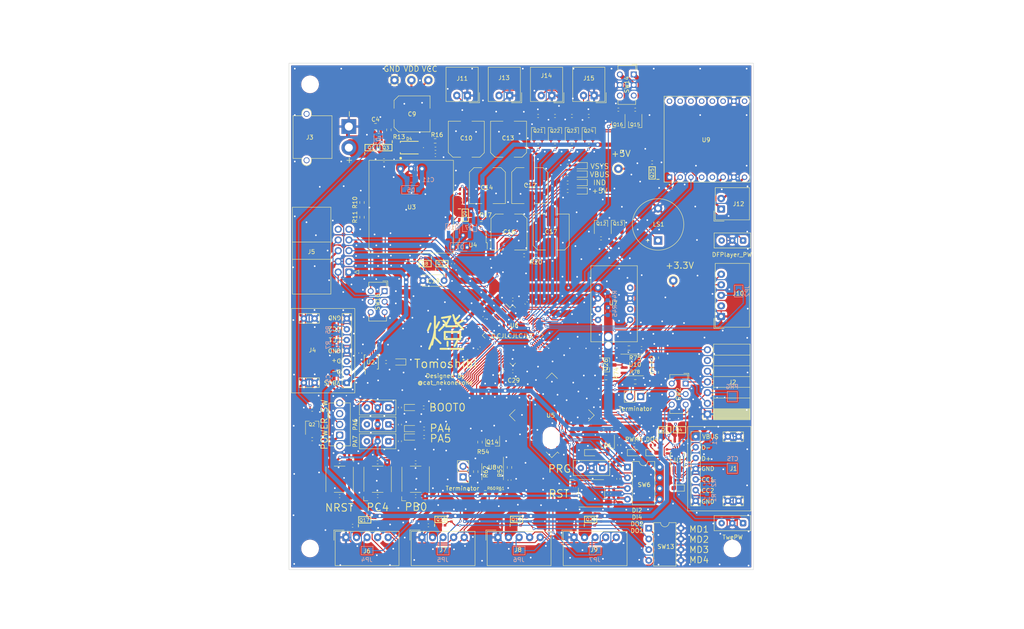
<source format=kicad_pcb>
(kicad_pcb (version 20211014) (generator pcbnew)
  (layers (0 "F.Cu" signal) (31 "B.Cu" signal) (34 "B.Paste" user) (35 "F.Paste" user) (36 "B.SilkS" user "B.Silkscreen") (37 "F.SilkS" user "F.Silkscreen") (38 "B.Mask" user) (39 "F.Mask" user) (44 "Edge.Cuts" user))
  (net 0 "")
  (net 1 "GND")
  (net 2 "/Twe_VBUS")
  (net 3 "Net-(C3-Pad1)")
  (net 4 "/S-S")
  (net 5 "Net-(C4-Pad2)")
  (net 6 "VBUS")
  (net 7 "Net-(C7-Pad1)")
  (net 8 "Net-(C9-Pad1)")
  (net 9 "Net-(C10-Pad1)")
  (net 10 "VCC")
  (net 11 "/VSYS")
  (net 12 "Net-(C16-Pad1)")
  (net 13 "Net-(C17-Pad1)")
  (net 14 "RST")
  (net 15 "Net-(C19-Pad2)")
  (net 16 "+5V")
  (net 17 "+3.3V")
  (net 18 "NRST")
  (net 19 "Net-(C29-Pad2)")
  (net 20 "Tact_Switch1")
  (net 21 "Tact_Switch2")
  (net 22 "MD1_Pw")
  (net 23 "MD2_Pw")
  (net 24 "MD3_Pw")
  (net 25 "MD4_Pw")
  (net 26 "DFPlayer_Pw")
  (net 27 "Net-(D1-Pad2)")
  (net 28 "Net-(D3-Pad2)")
  (net 29 "VDD")
  (net 30 "Net-(D6-Pad2)")
  (net 31 "Net-(D8-Pad2)")
  (net 32 "Net-(D9-Pad2)")
  (net 33 "Net-(D10-Pad2)")
  (net 34 "Net-(D11-Pad2)")
  (net 35 "Net-(D12-Pad2)")
  (net 36 "Net-(D13-Pad2)")
  (net 37 "Net-(D14-Pad2)")
  (net 38 "Net-(D15-Pad2)")
  (net 39 "Net-(D16-Pad2)")
  (net 40 "Net-(H1-Pad1)")
  (net 41 "PRG")
  (net 42 "Net-(J1-PadA5)")
  (net 43 "Net-(J1-PadA6)")
  (net 44 "Net-(J1-PadA7)")
  (net 45 "Net-(J1-PadB5)")
  (net 46 "TweR3RX")
  (net 47 "TweR3TX")
  (net 49 "SET")
  (net 50 "+12V")
  (net 51 "Net-(J4-PadA5)")
  (net 52 "Net-(J4-PadA6)")
  (net 53 "Net-(J4-PadA7)")
  (net 54 "Net-(J4-PadB5)")
  (net 55 "TCK")
  (net 56 "TMS")
  (net 57 "SWO")
  (net 58 "STLinkTX")
  (net 59 "STLinkRX")
  (net 61 "Net-(J6-Pad3)")
  (net 62 "RS485_MD_A")
  (net 63 "RS485_MD_B")
  (net 64 "Net-(J7-Pad3)")
  (net 65 "Net-(J8-Pad3)")
  (net 66 "Net-(J9-Pad3)")
  (net 68 "Net-(J10-Pad3)")
  (net 69 "RS485_UI_A")
  (net 70 "RS485_UI_B")
  (net 71 "Display1_H")
  (net 72 "SPK1")
  (net 73 "SPK2")
  (net 74 "Display2_H")
  (net 75 "Display3_H")
  (net 76 "Display4_H")
  (net 77 "Net-(JP1-Pad2)")
  (net 78 "UI_GPIO")
  (net 79 "Net-(JP3-Pad2)")
  (net 80 "MD1_GPIO")
  (net 81 "MD2_GPIO")
  (net 82 "MD3_GPIO")
  (net 83 "MD4_GPIO")
  (net 84 "Net-(LS1-Pad1)")
  (net 85 "主電源スイッチ")
  (net 86 "Net-(Q2-Pad3)")
  (net 87 "Net-(Q4-Pad3)")
  (net 88 "Net-(Q4-Pad4)")
  (net 89 "Net-(Q10-Pad1)")
  (net 90 "IndicatorLED")
  (net 91 "Net-(Q10-Pad3)")
  (net 92 "Buzzer")
  (net 93 "Net-(Q12-Pad3)")
  (net 94 "Net-(Q14-Pad1)")
  (net 95 "Net-(Q14-Pad3)")
  (net 96 "Net-(Q15-Pad1)")
  (net 97 "Display_Pw_H")
  (net 98 "Net-(Q16-Pad1)")
  (net 99 "Display_Pw_L")
  (net 100 "MD1")
  (net 101 "MD2")
  (net 102 "MD3")
  (net 103 "MD4")
  (net 104 "Display1_L")
  (net 105 "Display2_L")
  (net 106 "Display3_L")
  (net 107 "Display4_L")
  (net 108 "Net-(Q25-Pad3)")
  (net 109 "Net-(Q26-Pad1)")
  (net 110 "Net-(Q26-Pad3)")
  (net 111 "Net-(R3-Pad2)")
  (net 112 "Net-(R9-Pad2)")
  (net 113 "V_Measure")
  (net 114 "Twe_SW1")
  (net 115 "Twe_SW2")
  (net 116 "Twe_SW3")
  (net 117 "Twe_SW4")
  (net 118 "BOOT0")
  (net 119 "Twe_LED1")
  (net 120 "Twe_LED2")
  (net 121 "I2C1_SDA")
  (net 122 "I2C1_SCL")
  (net 123 "Slide_Switch1")
  (net 124 "Slide_Switch2")
  (net 125 "LED1")
  (net 126 "LED2")
  (net 128 "TweWriteTX_TweRX0")
  (net 129 "TweUSBTX")
  (net 130 "TweWriteRX_TweTX0")
  (net 131 "TweUSBRX")
  (net 140 "MainRX2_F446WriteTX")
  (net 141 "F446USBTX")
  (net 142 "MainTX2_F446WriteRX")
  (net 143 "F446USBRX")
  (net 160 "gyro_reset")
  (net 181 "MainTX3_MDRX")
  (net 182 "MainTX1_UIRX")
  (net 183 "MainRX6_TweTX1")
  (net 184 "MainTX6_TweRX1")
  (net 185 "MainRX3_MDTX")
  (net 186 "MainRX1_UITX")
  (net 187 "MainTX5_DFPlayerRX")
  (net 188 "MainRX5_DFPlayerTX")
  (footprint "Resistor_SMD:R_0402_1005Metric" (layer "F.Cu") (at 125.21 135.37 -90)
    (fp_text reference "R47" hide)
    (fp_text value "10k")
  )
  (footprint "Slide_Switch:3P_SPDT_SlideSwitch" (layer "F.Cu") (at 170.59 145.67 -90)
    (fp_text reference "SW5" hide)
    (fp_text value "SW_SPDT")
  )
  (footprint "Capacitor_SMD:C_0402_1005Metric" (layer "F.Cu") (at 191.93 139.34)
    (fp_text reference "C2" hide)
    (fp_text value "0.1uF")
  )
  (footprint "Capacitor_SMD:C_0402_1005Metric" (layer "F.Cu") (at 155.10391 106.556197 -45)
    (fp_text reference "C27" hide)
    (fp_text value "0.1uF")
  )
  (footprint "Resistor_SMD:R_0402_1005Metric" (layer "F.Cu") (at 128.68 96.74 -90)
    (fp_text reference "R26" hide)
    (fp_text value "10k")
  )
  (footprint "Package_TO_SOT_SMD:SOT-23_Handsoldering" (layer "F.Cu") (at 174.44 140.24 -90)
    (fp_text reference "Q6")
    (fp_text value "Q_NMOS_GSD")
  )
  (footprint "Resistor_SMD:R_0402_1005Metric" (layer "F.Cu") (at 180.94 60.74)
    (fp_text reference "R56" hide)
    (fp_text value "10k")
  )
  (footprint "Capacitor_SMD:C_0402_1005Metric" (layer "F.Cu") (at 114.008656 159.352 180)
    (fp_text reference "C35" hide)
    (fp_text value "0.1uF")
  )
  (footprint "Connector_Molex:Molex_SPOX_5268-02A_1x02_P2.50mm_Horizontal" (layer "F.Cu") (at 161.19 57.390001 180)
    (fp_text reference "J14")
    (fp_text value "Conn_01x02_Female")
  )
  (footprint "TestPoint:TestPoint_THTPad_D2.0mm_Drill1.0mm" (layer "F.Cu") (at 189.94 101.24)
    (fp_text reference "TP4" hide)
    (fp_text value "TestPoint")
  )
  (footprint "Capacitor_SMD:C_0402_1005Metric" (layer "F.Cu") (at 149.94 159.24 180)
    (fp_text reference "C37" hide)
    (fp_text value "0.1uF")
  )
  (footprint "Resistor_SMD:R_0402_1005Metric" (layer "F.Cu") (at 119.94 144.33 180)
    (fp_text reference "R46" hide)
    (fp_text value "10k")
  )
  (footprint "Capacitor_SMD:C_0402_1005Metric" (layer "F.Cu") (at 115.83 118.432164 -90)
    (fp_text reference "C7" hide)
    (fp_text value "0.1uF")
  )
  (footprint "Button_Switch_SMD:SW_SPST_Omron_B3FS-100xP" (layer "F.Cu") (at 170.59 151.67)
    (fp_text reference "SW4" hide)
    (fp_text value "SW_SPST")
  )
  (footprint "TestPoint:TestPoint_THTPad_D2.0mm_Drill1.0mm" (layer "F.Cu") (at 131.94 53.74)
    (fp_text reference "TP2" hide)
    (fp_text value "TestPoint")
  )
  (footprint "Resistor_SMD:R_0603_1608Metric_Pad0.98x0.95mm_HandSolder" (layer "F.Cu") (at 174.0275 124.24)
    (fp_text reference "R74")
    (fp_text value "7.5k")
  )
  (footprint "Package_TO_SOT_SMD:SOT-23_Handsoldering" (layer "F.Cu") (at 176.94 64.24 -90)
    (fp_text reference "Q16")
    (fp_text value "Q_PMOS_GSD")
  )
  (footprint "Resistor_SMD:R_0402_1005Metric" (layer "F.Cu") (at 128.94 144.33 180)
    (fp_text reference "R49" hide)
    (fp_text value "10k")
  )
  (footprint "Resistor_SMD:R_0402_1005Metric" (layer "F.Cu") (at 104.44 131.83)
    (fp_text reference "R8" hide)
    (fp_text value "1k")
  )
  (footprint "Capacitor_SMD:C_0402_1005Metric" (layer "F.Cu") (at 128.94 152.33 180)
    (fp_text reference "C33" hide)
    (fp_text value "0.1uF")
  )
  (footprint "Resistor_SMD:R_0603_1608Metric_Pad0.98x0.95mm_HandSolder" (layer "F.Cu") (at 180.94 125.24)
    (fp_text reference "R78")
    (fp_text value "120")
  )
  (footprint "Resistor_SMD:R_0402_1005Metric" (layer "F.Cu") (at 176.94 153.24 90)
    (fp_text reference "R33" hide)
    (fp_text value "10k")
  )
  (footprint "Capacitor_SMD:C_Elec_8x10.2" (layer "F.Cu") (at 145.94 78.74 -90)
    (fp_text reference "C14")
    (fp_text value "470uF")
  )
  (footprint "TestPoint:TestPoint_THTPad_D2.0mm_Drill1.0mm" (layer "F.Cu") (at 123.94 53.74)
    (fp_text reference "TP5" hide)
    (fp_text value "TestPoint")
  )
  (footprint "Capacitor_SMD:C_0402_1005Metric" (layer "F.Cu") (at 151.17 148.53 90)
    (fp_text reference "C34" hide)
    (fp_text value "0.1uF")
  )
  (footprint "TSOP6F:SSM6J808R" (layer "F.Cu") (at 135.18 97.24 90)
    (fp_text reference "Q11")
    (fp_text value "SSM6J808R" hide)
  )
  (footprint "Resistor_SMD:R_0402_1005Metric" (layer "F.Cu") (at 130.94 138.33)
    (fp_text reference "R51" hide)
    (fp_text value "1k")
  )
  (footprint "Resistor_SMD:R_0402_1005Metric" (layer "F.Cu") (at 180.735 140.24)
    (fp_text reference "R42" hide)
    (fp_text value "1k")
  )
  (footprint "Resistor_SMD:R_0402_1005Metric" (layer "F.Cu") (at 177.14 140.24 90)
    (fp_text reference "R23" hide)
    (fp_text value "10k")
  )
  (footprint "Connector_PinHeader_2.54mm:PinHeader_1x02_P2.54mm_Vertical" (layer "F.Cu") (at 140.17 147.805 180)
    (fp_text reference "JP3" hide)
    (fp_text value "Jumper_2_Open")
  )
  (footprint "TSOP6F:SSM6J808R" (layer "F.Cu") (at 134.94 157.852 90)
    (fp_text reference "Q18")
    (fp_text value "SSM6J808R" hide)
  )
  (footprint "TestPoint:TestPoint_THTPad_D2.0mm_Drill1.0mm" (layer "F.Cu") (at 127.94 53.74)
    (fp_text reference "TP1" hide)
    (fp_text value "TestPoint")
  )
  (footprint "Resistor_SMD:R_0402_1005Metric" (layer "F.Cu") (at 104.44 138.83 180)
    (fp_text reference "R12" hide)
    (fp_text value "10k")
  )
  (footprint "Capacitor_SMD:C_Elec_8x10.2" (layer "F.Cu") (at 128.089998 61.74)
    (fp_text reference "C9")
    (fp_text value "470uF")
  )
  (footprint "Capacitor_SMD:C_0402_1005Metric" (layer "F.Cu") (at 151.94 122.74)
    (fp_text reference "C23" hide)
    (fp_text value "0.1uF")
  )
  (footprint "LED_SMD:LED_0603_1608Metric_Pad1.05x0.95mm_HandSolder" (layer "F.Cu") (at 127.94 138.33)
    (fp_text reference "D16" hide)
    (fp_text value "Red")
  )
  (footprint "Resistor_SMD:R_0402_1005Metric" (layer "F.Cu") (at 166.44 151.74 90)
    (fp_text reference "R21" hide)
    (fp_text value "10k")
  )
  (footprint "Resistor_SMD:R_0603_1608Metric_Pad0.98x0.95mm_HandSolder" (layer "F.Cu") (at 116.24 86.24 -90)
    (fp_text reference "R11")
    (fp_text value "V_Divider")
  )
  (footprint "Resistor_SMD:R_0603_1608Metric_Pad0.98x0.95mm_HandSolder" (layer "F.Cu") (at 151.17 145.53 90)
    (fp_text reference "R55")
    (fp_text value "20k")
  )
  (footprint "LED_SMD:LED_0603_1608Metric_Pad1.05x0.95mm_HandSolder" (layer "F.Cu") (at 180.735 142.04)
    (fp_text reference "D13" hide)
    (fp_text value "Red")
  )
  (footprint "Capacitor_SMD:C_0402_1005Metric" (layer "F.Cu") (at 145.14 110.04 45)
    (fp_text reference "C30" hide)
    (fp_text value "1uF")
  )
  (footprint "Resistor_SMD:R_0402_1005Metric" (layer "F.Cu") (at 137.4 157.852 90)
    (fp_text reference "R59" hide)
    (fp_text value "10k")
  )
  (footprint "Capacitor_SMD:C_0402_1005Metric" (layer "F.Cu") (at 131.96 159.24 180)
    (fp_text reference "C36" hide)
    (fp_text value "0.1uF")
  )
  (footprint "Package_DIP:DIP-8_W7.62mm" (layer "F.Cu") (at 184.14 159.94)
    (fp_text reference "SW13")
    (fp_text value "SW_DIP_x04")
  )
  (footprint "Resistor_SMD:R_0402_1005Metric" (layer "F.Cu") (at 139.94 80.68 180)
    (fp_text reference "R28" hide)
    (fp_text value "10k")
  )
  (footprint "MountingHole:MountingHole_3.2mm_M3" (layer "F.Cu") (at 103.94 164.74)
    (fp_text reference "H4" hide)
    (fp_text value "MountingHole")
  )
  (footprint "Capacitor_SMD:C_0402_1005Metric" (layer "F.Cu") (at 169.44 104.18 -90)
    (fp_text reference "C32" hide)
    (fp_text value "0.1uF")
  )
  (footprint "Capacitor_SMD:C_0402_1005Metric" (layer "F.Cu") (at 167.352634 139.153812 45)
    (fp_text reference "C24" hide)
    (fp_text value "1uF")
  )
  (footprint "Resistor_SMD:R_0402_1005Metric" (layer "F.Cu") (at 172.85 157.852 90)
    (fp_text reference "R64" hide)
    (fp_text value "10k")
  )
  (footprint "Resistor_SMD:R_0402_1005Metric" (layer "F.Cu") (at 110.94 144.18)
    (fp_text reference "R38" hide)
    (fp_text value "10k")
  )
  (footprint "Resistor_SMD:R_0402_1005Metric" (layer "F.Cu") (at 154.632718 95.24)
    (fp_text reference "R41" hide)
    (fp_text value "10k")
  )
  (footprint "Package_TO_SOT_SMD:SOT-23_Handsoldering" (layer "F.Cu") (at 176.84 87.74 90)
    (fp_text reference "Q13")
    (fp_text value "Q_PMOS_GSD")
  )
  (footprint "Package_DIP:DIP-8_W7.62mm" (layer "F.Cu") (at 179.1 145.44)
    (fp_text reference "SW6")
    (fp_text value "SW_DIP_x04")
  )
  (footprint "Resistor_SMD:R_0402_1005Metric" (layer "F.Cu") (at 176.94 60.74)
    (fp_text reference "R57" hide)
    (fp_text value "10k")
  )
  (footprint "Resistor_SMD:R_0603_1608Metric_Pad0.98x0.95mm_HandSolder" (layer "F.Cu") (at 179.44 117.24 180)
    (fp_text reference "R75")
    (fp_text value "20k")
  )
  (footprint "Capacitor_SMD:C_0402_1005Metric" (layer "F.Cu") (at 111.84 101.14 180)
    (fp_text reference "C8" hide)
    (fp_text value "0.1uF")
  )
  (footprint "Package_TO_SOT_SMD:SOT-23_Handsoldering" (layer "F.Cu") (at 165.94 65.74 90)
    (fp_text reference "Q23")
    (fp_text value "Q_NMOS_GSD")
  )
  (footprint "Connector_Molex:Molex_SPOX_5268-05A_1x05_P2.50mm_Horizontal" (layer "F.Cu") (at 130.44 162.09)
    (fp_text reference "J7")
    (fp_text value "Conn_01x05_Female")
  )
  (footprint "Resistor_SMD:R_0603_1608Metric_Pad0.98x0.95mm_HandSolder" (layer "F.Cu") (at 143.17 146.53 90)
    (fp_text reference "R62")
    (fp_text value "120")
  )
  (footprint "Capacitor_SMD:C_Elec_8x10.2" (layer "F.Cu") (at 140.94 67.74 90)
    (fp_text reference "C10")
    (fp_text value "470uF")
  )
  (footprint "LED_SMD:LED_0603_1608Metric_Pad1.05x0.95mm_HandSolder" (layer "F.Cu") (at 167.94 78.01 180)
    (fp_text reference "D10" hide)
    (fp_text value "Green")
  )
  (footprint "Button_Switch_THT:SW_CuK_JS202011CQN_DPDT_Straight" (layer "F.Cu") (at 180.59 52.392501 -90)
    (fp_text reference "SW14")
    (fp_text value "SW_DPDT_x2")
  )
  (footprint "Connector_Molex:Molex_SPOX_5268-05A_1x05_P2.50mm_Horizontal" (layer "F.Cu") (at 201.29 109.74 90)
    (fp_text reference "J10")
    (fp_text value "Conn_01x05_Female")
  )
  (footprint "Capacitor_SMD:C_0402_1005Metric" (layer "F.Cu") (at 159.88 116.78 -135)
    (fp_text reference "C22" hide)
    (fp_text value "0.1uF")
  )
  (footprint "Resistor_SMD:R_0402_1005Metric" (layer "F.Cu") (at 176.94 145.593641 90)
    (fp_text reference "R30" hide)
    (fp_text value "10k")
  )
  (footprint "Slide_Switch:3P_SPDT_SlideSwitch" (layer "F.Cu") (at 119.94 135.33 -90)
    (fp_text reference "SW10" hide)
    (fp_text value "SW_SPDT")
  )
  (footprint "Slide_Switch:3P_SPDT_SlideSwitch" (layer "F.Cu") (at 203.94 91.74 -90)
    (fp_text reference "SW15" hide)
    (fp_text value "SW_SPDT")
  )
  (footprint "Resistor_SMD:R_0402_1005Metric" (layer "F.Cu") (at 130.85 131.33)
    (fp_text reference "R39" hide)
    (fp_text value "1k")
  )
  (footprint "Capacitor_SMD:C_0402_1005Metric" (layer "F.Cu") (at 151.94 105.74)
    (fp_text reference "C21" hide)
    (fp_text value "0.1uF")
  )
  (footprint "LED_SMD:LED_0603_1608Metric_Pad1.05x0.95mm_HandSolder" (layer "F.Cu") (at 190.93 150.42 180)
    (fp_text reference "D1" hide)
    (fp_text value "Yellow")
  )
  (footprint "Connector_Molex:Molex_SPOX_5268-02A_1x02_P2.50mm_Horizontal" (layer "F.Cu") (at 201.29 84.29 90)
    (fp_text reference "J12")
    (fp_text value "Conn_01x02_Female")
  )
  (footprint "Resistor_SMD:R_0402_1005Metric" (layer "F.Cu") (at 119.39 157.9635 90)
    (fp_text reference "R58" hide)
    (fp_text value "10k")
  )
  (footprint "Resistor_SMD:R_0402_1005Metric" (layer "F.Cu") (at 172.84 91.24)
    (fp_text reference "R53" hide)
    (fp_text value "10k")
  )
  (footprint "Resistor_SMD:R_0402_1005Metric" (layer "F.Cu") (at 176.94 150.74 90)
    (fp_text reference "R32" hide)
    (fp_text value "10k")
  )
  (footprint "Capacitor_SMD:C_0402_1005Metric" (layer "F.Cu") (at 143.94 117.24 135)
    (fp_text reference "C28" hide)
    (fp_text value "0.1uF")
  )
  (footprint "Capacitor_SMD:C_0402_1005Metric" (layer "F.Cu") (at 167.46 159.24 180)
    (fp_text reference "C38" hide)
    (fp_text value "0.1uF")
  )
  (footprint "Capacitor_SMD:C_0402_1005Metric" (layer "F.Cu") (at 133.62 71.51)
    (fp_text reference "C15" hide)
    (fp_text value "1uF")
  )
  (footprint "LED_SMD:LED_0603_1608Metric_Pad1.05x0.95mm_HandSolder" (layer "F.Cu") (at 127.94 136.33)
    (fp_text reference "D15" hide)
    (fp_text value "Red")
  )
  (footprint "LED_SMD:LED_0603_1608Metric_Pad1.05x0.95mm_HandSolder" (layer "F.Cu") (at 167.94 74.01 180)
    (fp_text reference "D8" hide)
    (fp_text value "Green")
  )
  (footprint "Package_TO_SOT_SMD:SOT-23_Handsoldering" (layer "F.Cu") (at 172.84 87.74 90)
    (fp_text reference "Q12")
    (fp_text value "Q_NMOS_GSD")
  )
  (footprint "TSOP6F:SSM6J808R" (layer "F.Cu") (at 118.39 69.74 90)
    (fp_text reference "Q1")
    (fp_text value "SSM6J808R" hide)
  )
  (footprint "Resistor_SMD:R_0402_1005Metric" (layer "F.Cu") (at 185.11 140.24)
    (fp_text reference "R43" hide)
    (fp_text value "1k")
  )
  (footprint "Resistor_SMD:R_0402_1005Metric" (layer "F.Cu") (at 176.84 91.24 180)
    (fp_text reference "R52" hide)
    (fp_text value "10k")
  )
  (footprint "Resistor_SMD:R_0402_1005Metric" (layer "F.Cu") (at 121.44 72.74)
    (fp_text reference "R4" hide)
    (fp_text value "10k")
  )
  (footprint "Resistor_SMD:R_0603_1608Metric_Pad0.98x0.95mm_HandSolder" (layer "F.Cu") (at 144.44 87.796585)
    (fp_text reference "R17")
    (fp_text value "Jumper")
  )
  (footprint "Resistor_SMD:R_0402_1005Metric" (layer "F.Cu") (at 139.94 82.74 180)
    (fp_text reference "R18" hide)
    (fp_text value "10k")
  )
  (footprint "Capacitor_SMD:C_Elec_8x10.2" (layer "F.Cu") (at 161.04 89.74 90)
    (fp_text reference "C17")
    (fp_text value "470uF")
  )
  (footprint "Resistor_SMD:R_0402_1005Metric" (layer "F.Cu") (at 125.21 131.33 -90)
    (fp_text reference "R40" hide)
    (fp_text value "10k")
  )
  (footprint "Package_TO_SOT_SMD:TO-252-3_TabPin2" (layer "F.Cu") (at 142.44 94.74 -90)
    (fp_text reference "U4")
    (fp_text value "AZ1084CD-3.3")
  )
  (footprint "Capacitor_SMD:C_Elec_8x10.2" (layer "F.Cu") (at 151.04 89.74 -90)
    (fp_text reference "C16")
    (fp_text value "470uF")
  )
  (footprint "Connector_PinHeader_2.54mm:PinHeader_1x02_P2.54mm_Vertical" (layer "F.Cu") (at 182.215 128.74 -90)
    (fp_text reference "JP1" hide)
    (fp_text value "Jumper_2_Open")
  )
  (footprint "Capacitor_SMD:C_0402_1005Metric" (layer "F.Cu") (at 119.94 152.33 180)
    (fp_text reference "C31" hide)
    (fp_text value "0.1uF")
  )
  (footprint "Resistor_SMD:R_0603_1608Metric_Pad0.98x0.95mm_HandSolder" (layer "F.Cu") (at 144.17 139.53 -90)
    (fp_text reference "R54")
    (fp_text value "7.5k")
  )
  (footprint "TSOP6F:SSM6J808R" (layer "F.Cu") (at 191.43 136.59 -90)
    (fp_text reference "Q4")
    (fp_text value "SSM6J808R" hide)
  )
  (footprint "Resistor_SMD:R_0402_1005Metric" (layer "F.Cu") (at 173.44 136.74)
    (fp_text reference "R19" hide)
    (fp_text value "1k")
  )
  (footprint "USB_DIP:USB_C(simple)" (layer "F.Cu") (at 208.345 135.835 -90)
    (fp_text reference "J1")
    (fp_text value "USB_C_Receptacle_USB2.0")
  )
  (footprint "Connector_IDC:IDC-Header_2x05_P2.54mm_Horizontal" (layer "F.Cu") (at 113.1375 99.24 180)
    (fp_text reference "J5")
    (fp_text value "Conn_01x10_Female")
  )
  (footprint "LED_SMD:LED_0603_1608Metric_Pad1.05x0.95mm_HandSolder" (layer "F.Cu") (at 127.94 131.33)
    (fp_text reference "D12" hide)
    (fp_text value "Yellow")
  )
  (footprint "DCDC_Regulator:BP5293" (layer "F.Cu") (at 127.89 74.74 90)
    (fp_text reference "U3")
    (fp_text value "BP5293-50")
  )
  (footprint "Connector_Molex:Molex_SPOX_5268-02A_1x02_P2.50mm_Horizontal" (layer "F.Cu") (at 141.19 57.39 180)
    (fp_text reference "J11")
    (fp_text value "Conn_01x02_Female")
  )
  (footprint "Resistor_SMD:R_0402_1005Metric" (layer "F.Cu") (at 120.19 66.74)
    (fp_text reference "R6" hide)
    (fp_text value "10k")
  )
  (footprint "TSOP6F:SSM6J808R" (layer "F.Cu") (at 187.93 136.59 90)
    (fp_text reference "Q5")
    (fp_text value "SSM6J808R" hide)
  )
  (footprint "Resistor_SMD:R_0402_1005Metric" (layer "F.Cu") (at 176.94 148.24 90)
    (fp_text reference "R31" hide)
    (fp_text value "10k")
  )
  (footprint "Resistor_SMD:R_0402_1005Metric" (layer "F.Cu") (at 189.795 139.34)
    (fp_text reference "R14" hide)
    (fp_text value "10k")
  )
  (footprint "TSOP6F:SSM6J808R" (layer "F.Cu") (at 121.89 69.74 -90)
    (fp_text reference "Q3")
    (fp_text value "SSM6J808R" hide)
  )
  (footprint "Package_TO_SOT_SMD:SC-59_Handsoldering" (layer "F.Cu") (at 173.94 121.24)
    (fp_text reference "Q26")
    (fp_text value "Q_PNP_BEC")
  )
  (footprint "MountingHole:MountingHole_3.2mm_M3" (layer "F.Cu") (at 103.94 54.74)
    (fp_text reference "H3" hide)
    (fp_text value "MountingHole")
  )
  (footprint "Capacitor_SMD:C_0402_1005Metric" (layer "F.Cu") (at 189.63 79.22)
    (fp_text reference "C39" hide)
    (fp_text value "1uF")
  )
  (footprint "Resistor_SMD:R_0402_1005Metric" (layer "F.Cu") (at 184.94 73.24)
    (fp_text reference "R73" hide)
    (fp_text value "10k")
  )
  (footprint "Resistor_SMD:R_0402_1005Metric" (layer "F.Cu") (at 157.94 69.24 180)
    (fp_text reference "R65" hide)
    (fp_text value "10k")
  )
  (footprint "BNO055:BNO055" (layer "F.Cu") (at 175.94 106.74)
    (fp_text reference "U7")
    (fp_text value "BNO055")
  )
  (footprint "LED_SMD:LED_0603_1608Metric_Pad1.05x0.95mm_HandSolder" (layer "F.Cu") (at 185.11 142.04)
    (fp_text reference "D14" hide)
    (fp_text value "Red")
  )
  (footprint "Button_Switch_THT:SW_CuK_JS202011CQN_DPDT_Straight" (layer "F.Cu") (at 192.88 125.6325 -90)
    (fp_text reference "SW2")
    (fp_text value "SW_DPDT_x2")
  )
  (footprint "Resistor_SMD:R_0402_1005Metric" (layer "F.Cu") (at 133.63 69.99 180)
    (fp_text reference "R15" hide)
    (fp_text value "10k")
  )
  (footprint "Resistor_SMD:R_0402_1005Metric" (layer "F.Cu") (at 139.94 81.71 180)
    (fp_text reference "R27" hide)
    (fp_text value "1k")
  )
  (footprint "Package_TO_SOT_SMD:SC-59_Handsoldering" (layer "F.Cu") (at 147.17 139.53 -90)
    (fp_text reference "Q14")
    (fp_text value "Q_PNP_BEC")
  )
  (footprint "Diode_Schottky:DO-221BC" (layer "F.Cu") (at 127.44 69.74 180)
    (fp_text reference "D4")
    (fp_text value "MA10EB045" hide)
  )
  (footprint "Capacitor_SMD:C_0402_1005Metric" (layer "F.Cu") (at 119.58 116.65)
    (fp_text reference "C6" hide)
    (fp_text value "0.1uF")
  )
  (footprint "Package_SO:MSOP-10_3x3mm_P0.5mm" (layer "F.Cu") (at 118.44 120.54 90)
    (fp_text reference "U2")
    (fp_text value "CH340E")
  )
  (footprint "Resistor_SMD:R_0603_1608Metric_Pad0.98x0.95mm_HandSolder" (layer "F.Cu") (at 116.24 82.74 -90)
    (fp_text reference "R10")
    (fp_text value "V_Divider")
  )
  (footprint "Button_Switch_SMD:SW_SPST_Omron_B3FS-100xP" (layer "F.Cu") (at 119.94 148.33 90)
    (fp_text reference "SW9" hide)
    (fp_text value "SW_SPST")
  )
  (footprint "Resistor_SMD:R_0402_1005Metric" (layer "F.Cu") (at 164.94 76.01 180)
    (fp_text reference "R35" hide)
    (fp_text value "1k")
  )
  (footprint "Resistor_SMD:R_0402_1005Metric" (layer "F.Cu") (at 157.94 62.24)
    (fp_text reference "R69" hide)
    (fp_text value "10k")
  )
  (footprint "Capacitor_SMD:C_0402_1005Metric" (layer "F.Cu") (at 110.94 152.33 180)
    (fp_text reference "C26" hide)
    (fp_text value "0.1uF")
  )
  (footprint "Resistor_SMD:R_0402_1005Metric" (layer "F.Cu") (at 161.94 69.24 180)
    (fp_text reference "R66" hide)
    (fp_text value "10k")
  )
  (footprint "Package_QFP:LQFP-64_10x10mm_P0.5mm" (layer "F.Cu") (at 151.94 114.24 -45)
    (fp_text reference "U6")
    (fp_text value "STM32F446RETx")
  )
  (footprint "Resistor_SMD:R_0402_1005Metric" (layer "F.Cu") (at 143.53 85.823641 -90)
    (fp_text reference "R29" hide)
    (fp_text value "10k")
  )
  (footprint "Package_SO:MSOP-10_3x3mm_P0.5mm" (layer "F.Cu") (at 190.94 143.74 90)
    (fp_text reference "U1")
    (fp_text value "CH340E")
  )
  (footprint "Package_SO:SOP-8_3.9x4.9mm_P1.27mm" (layer "F.Cu") (at 147.17 146.53 -90)
    (fp_text reference "U8")
    (fp_text value "MAX3485")
  )
  (footprint "Resistor_SMD:R_0402_1005Metric" (layer "F.Cu") (at 175.44 136.74 180)
    (fp_text reference "R22" hide)
    (fp_text value "10k")
  )
  (footprint "Capacitor_SMD:C_0402_1005Metric" (layer "F.Cu") (at 137.8 97.24 -90)
    (fp_text reference "C25" hide)
    (fp_text value "1uF")
  )
  (footprint "Resistor_SMD:R_0402_1005Metric" (layer "F.Cu") (at 164.94 80.01 180)
    (fp_text reference "R37" hide)
    (fp_text value "1k")
  )
  (footprint "TSOP6F:SSM6J808R" (layer "F.Cu") (at 116.89 157.9635 90)
    (fp_text reference "Q17")
    (fp_text value "SSM6J808R" hide)
  )
  (footprint "Resistor_SMD:R_0402_1005Metric" (layer "F.Cu") (at 165.94 69.24 180)
    (fp_text reference "R67" hide)
    (fp_text value "10k")
  )
  (footprint "Resistor_SMD:R_0402_1005Metric" (layer "F.Cu") (at 127.18 96.74 -90)
    (fp_text reference "R24" hide)
    (fp_text value "10k")
  )
  (footprint "Connector_Molex:Molex_SPOX_5268-05A_1x05_P2.50mm_Horizontal" (layer "F.Cu") (at 112.44 162.09)
    (fp_text reference "J6")
    (fp_text value "Conn_01x05_Female")
  )
  (footprint "Resistor_SMD:R_0603_1608Metric_Pad0.98x0.95mm_HandSolder" (layer "F.Cu") (at 185.94 119.54 90)
    (fp_text reference "R77")
    (fp_text value "2.2k")
  )
  (footprint "Button_Switch_THT:SW_CuK_JS202011CQN_DPDT_Straight" (layer "F.Cu") (at 121.59 103.74 -90)
    (fp_text reference "SW16")
    (fp_text value "SW_DPDT_x2")
  )
  (footprint "LED_SMD:LED_0603_1608Metric_Pad1.05x0.95mm_HandSolder" (layer "F.Cu") (at 124.965 120.54 180)
    (fp_text reference "D3" hide)
    (fp_text value "Yellow")
  )
  (footprint "Resistor_SMD:R_0402_1005Metric" (layer "F.Cu") (at 190.92 148.54)
    (fp_text reference "R3" hide)
    (fp_text value "1k")
  )
  (footprint "Button_Switch_SMD:SW_SPST_Omron_B3FS-100xP" (layer "F.Cu") (at 128.94 148.33 90)
    (fp_text reference "SW12" hide)
    (fp_text value "SW_SPST")
  )
  (footprint "Resistor_SMD:R_0603_1608Metric_Pad0.98x0.95mm_HandSolder" (layer "F.Cu") (at 157.44 95.24)
    (fp_text reference "R20")
    (fp_text value "Jumper")
  )
  (footprint "Resistor_SMD:R_0402_1005Metric" (layer "F.Cu") (at 155.29 157.852 90)
    (fp_text reference "R63" hide)
    (fp_text value "10k")
  )
  (footprint "Capacitor_SMD:C_0402_1005Metric" (layer "F.Cu") (at 188.44 141.74 -90)
    (fp_text reference "C3" hide)
    (fp_text value "0.1uF")
  )
  (footprint "Resistor_SMD:R_0402_1005Metric" (layer "F.Cu") (at 139.94 79.62 180)
    (fp_text reference "R25" hide)
    (fp_text value "10k")
  )
  (footprint "TestPoint:TestPoint_THTPad_D2.0mm_Drill1.0mm" (layer "F.Cu") (at 176.94 74.74)
    (fp_text reference "TP3" hide)
    (fp_text value "TestPoint")
  )
  (footprint "Capacitor_SMD:C_Elec_8x10.2" (layer "F.Cu") (at 155.94 78.74 -90)
    (fp_text reference "C12")
    (fp_text value "470uF")
  )
  (footprint "Resistor_SMD:R_0402_1005Metric" (layer "F.Cu") (at 164.94 74.01 180)
    (fp_text reference "R34" hide)
    (fp_text value "1k")
  )
  (footprint "Resistor_SMD:R_0402_1005Metric" (layer "F.Cu") (at 121.94 120.54 180)
    (fp_text reference "R9" hide)
    (fp_text value "1k")
  )
  (footprint "Capacitor_SMD:C_0402_1005Metric" (layer "F.Cu") (at 141.44 88.24)
    (fp_text reference "C20" hide)
    (fp_text value "1uF")
  )
  (footprint "Resistor_SMD:R_0402_1005Metric" (layer "F.Cu") (at 164.94 78.01 180)
    (fp_text reference "R36" hide)
    (fp_text value "1k")
  )
  (footprint "Connector_AMASS:AMASS_XT30PW-M_1x02_P2.50mm_Horizontal" (layer "F.Cu") (at 113.115 64.74 90)
    (fp_text reference "J3")
    (fp_text value "Conn_01x02_Female")
  )
  (footprint "Resistor_SMD:R_0603_1608Metric_Pad0.98x0.95mm_HandSolder" (layer "F.Cu") (at 145.44 151.53)
    (fp_text reference "R60")
    (fp_text value "2.2k")
  )
  (footprint "LED_SMD:LED_0603_1608Metric_Pad1.05x0.95mm_HandSolder" (layer "F.Cu") (at 167.94 76.01 180)
    (fp_text reference "D9" hide)
    (fp_text value "Green")
  )
  (footprint "Resistor_SMD:R_0603_1608Metric_Pad0.98x0.95mm_HandSolder" (layer "F.Cu") (at 133.56 68.15)
    (fp_text reference "R16")
    (fp_text value "Jumper")
  )
  (footprint "Connector_Molex:Molex_SPOX_5268-02A_1x02_P2.50mm_Horizontal" (layer "F.Cu") (at 151.19 57.39 180)
    (fp_text reference "J13")
    (fp_text value "Conn_01x02_Female")
  )
  (footprint "TSOP6F:SSM6J808R" (layer "F.Cu") (at 152.83 157.852 90)
    (fp_text reference "Q19")
    (fp_text value "SSM6J808R" hide)
  )
  (footprint "LED_SMD:LED_0603_1608Metric_Pad1.05x0.95mm_HandSolder" (layer "F.Cu") (at 167.94 80.01 180)
    (fp_text reference "D11" hide)
    (fp_text value "Green")
  )
  (footprint "MountingHole:MountingHole_3.2mm_M3" (layer "F.Cu") (at 203.94 164.74)
    (fp_text reference "H5" hide)
    (fp_text value "MountingHole")
  )
  (footprint "TSOP6F:SSM6J808R" (layer "F.Cu") (at 140.69 85.74)
    (fp_text reference "Q9")
    (fp_text value "SSM6J808R" hide)
  )
  (footprint "Resistor_SMD:R_0402_1005Metric" (layer "F.Cu") (at 169.94 62.24)
    (fp_text reference "R72" hide)
    (fp_text value "10k")
  )
  (footprint "Connector_Molex:Molex_SPOX_5268-05A_1x05_P2.50mm_Horizontal" (layer "F.Cu") (at 148.44 162.09)
    (fp_text reference "J8")
    (fp_text value "Conn_01x05_Female")
  )
  (footprint "Toggle_Switch:3P_SPDT_5Pin_ToggleSwitch" (layer "F.Cu") (at 110.94 135.33 180)
    (fp_text reference "SW1" hide)
    (fp_text value "SW_SPDT")
  )
  (footprint "Capacitor_SMD:C_Elec_8x10.2" (layer "F.Cu") (at 150.94 67.74 90)
    (fp_text reference "C13")
    (fp_text value "470uF")
  )
  (footprint "Package_TO_SOT_SMD:SOT-23_Handsoldering" (layer "F.Cu") (at 169.94 65.74 90)
    (fp_text reference "Q24")
    (fp_text value "Q_NMOS_GSD")
  )
  (footprint "Buzzer_Beeper:Buzzer_12x9.5RM7.6" (layer "F.Cu") (at 186.34 91.74 90)
    (fp_text reference "LS1")
    (fp_text value "Speaker_Crystal")
  )
  (footprint "Package_TO_SOT_SMD:SOT-23_Handsoldering" (layer "F.Cu") (at 157.94 65.74 90)
    (fp_text reference "Q21")
    (fp_text value "Q_NMOS_GSD")
  )
  (footprint "Slide_Switch:3P_SPDT_SlideSwitch" (layer "F.Cu") (at 119.94 139.33 -90)
    (fp_text reference "SW11" hide)
    (fp_text value "SW_SPDT")
  )
  (footprint "Capacitor_SMD:C_0805_2012Metric_Pad1.18x1.45mm_HandSolder" (layer "F.Cu") (at 149.24 123.04 135)
    (fp_text reference "C29")
    (fp_text value "4.7uF")
  )
  (footprint "DFPlayer Mini:MODULE_DFR0299" (layer "F.Cu") (at 197.94 67.74 90)
    (fp_text reference "U9")
    (fp_text value "DFR0299")
  )
  (footprint "RF_Module:MonoWireless_TWE-L-WX" (layer "F.Cu") (at 161.19 133.17 135)
    (fp_text reference "U5")
    (fp_text value "TWE-L-WX")
  )
  (footprint "Package_TO_SOT_SMD:SOT-23_Handsoldering" (layer "F.Cu") (at 104.44 135.33 90)
    (fp_text reference "Q2")
    (fp_text value "Q_NMOS_GSD")
  )
  (footprint "Capacitor_SMD:C_0805_2012Metric_Pad1.18x1.45mm_HandSolder" (layer "F.Cu") (at 119.44 64.74)
    (fp_text reference "C4")
    (fp_text value "4.7uF")
  )
  (footprint "Capacitor_THT:C_Disc_D5.0mm_W2.5mm_P5.00mm" (layer "F.Cu") (at 130.68 101.24)
    (fp_text reference "C19")
    (fp_text value "ADJ_ST")
  )
  (footprint "Slide_Switch:3P_SPDT_SlideSwitch" (layer "F.Cu") (at 119.94 131.33 -90)
    (fp_text reference "SW7" hide)
    (fp_text value "SW_SPDT")
  )
  (footprint "Package_SO:SOP-8_3.9x4.9mm_P1.27mm" (layer "F.Cu") (at 180.94 121.24)
    (fp_text reference "U10")
    (fp_text value "MAX3485")
  )
  (footprint "Resistor_SMD:R_0402_1005Metric" (layer "F.Cu") (at 130.94 136.33)
    (fp_text reference "R50" hide)
    (fp_text value "1k")
  )
  (footprint "Connector_Molex:Molex_SPOX_5268-05A_1x05_P2.50mm_Horizontal" (layer "F.Cu") (at 166.44 162.09)
    (fp_text reference "J9")
    (fp_text value "Conn_01x05_Female")
  )
  (footprint "TSOP6F:SSM6J808R" (layer "F.Cu") (at 184.94 75.74 180)
    (fp_text reference "Q25")
    (fp_text value "SSM6J808R" hide)
  )
  (footprint "Package_TO_SOT_SMD:SOT-23_Handsoldering" (layer "F.Cu") (at 161.94 65.74 90)
    (fp_text reference "Q22")
    (fp_text value "Q_NMOS_GSD")
  )
  (footprint "Capacitor_SMD:C_0402_1005Metric" (layer "F.Cu") (at 174.74 151.74 -90)
    (fp_text reference "C18" hide)
    (fp_text value "0.1uF")
  )
  (footprint "Resistor_SMD:R_0603_1608Metric_Pad0.98x0.95mm_HandSolder" (layer "F.Cu") (at 122.6 65.53 90)
    (fp_text reference "R13")
    (fp_text value "Jumper")
  )
  (footprint "Resistor_SMD:R_0402_1005Metric" (layer "F.Cu") (at 165.94 62.24)
    (fp_text reference "R71" hide)
    (fp_text value "10k")
  )
  (footprint "Slide_Switch:3P_SPDT_SlideSwitch" (layer "F.Cu") (at 203.94 158.74 -90)
    (fp_text reference "SW3" hide)
    (fp_text value "SW_SPDT")
  )
  (footprint "Resistor_SMD:R_0402_1005Metric" (layer "F.Cu") (at 161.94 62.24)
    (fp_text reference "R70" hide)
    (fp_text value "10k")
  )
  (footprint "LED_SMD:LED_0603_1608Metric_Pad1.05x0.95mm_HandSolder" (layer "F.Cu") (at 170.59 142.04)
    (fp_text reference "D6" hide)
    (fp_text value "Yellow")
  )
  (footprint "Capacitor_SMD:C_0402_1005Metric" (layer "F.Cu") (at 182.44 117.24 180)
    (fp_text reference "C40" hide)
    (fp_text value "0.1uF")
  )
  (footprint "TSOP6F:SSM6J808R" (layer "F.Cu") (at 170.39 157.852 90)
    (fp_text reference "Q20")
    (fp_text value "SSM6J808R" hide)
  )
  (footprint "USB_DIP:USB_C(simple)" (layer "F.Cu") (at 99.535 127.86 90)
    (fp_text reference "J4")
    (fp_text value "USB_C_Receptacle_USB2.0")
  )
  (footprint "Resistor_SMD:R_0402_1005Metric" (layer "F.Cu") (at 125.21 139.33 -90)
    (fp_text reference "R48" hide)
    (fp_text value "10k")
  )
  (footprint "Resistor_SMD:R_0603_1608Metric_Pad0.98x0.95mm_HandSolder" (layer "F.Cu") (at 185.94 122.994724 90)
    (fp_text reference "R76")
    (fp_text value "2.2k")
  )
  (footprint "TSOP6F:SSM6J808R" (layer "F.Cu") (at 131.18 97.24 -90)
    (fp_text reference "Q8")
    (fp_text value "SSM6J808R" hide)
  )
  (footprint "Package_TO_SOT_SMD:SOT-23_Handsoldering" (layer "F.Cu") (at 180.94 64.24 -90)
    (fp_text reference "Q15")
    (fp_text value "Q_PMOS_GSD")
  )
  (footprint "Resistor_SMD:R_0603_1608Metric_Pad0.98x0.95mm_HandSolder" (layer "F.Cu") (at 148.94 151.53)
    (fp_text reference "R61")
    (fp_text value "2.2k")
  )
  (footprint "Resistor_SMD:R_0402_1005Metric" (layer "F.Cu") (at 169.94 69.24 180)
    (fp_text reference "R68" hide)
    (fp_text value "10k")
  )
  (footprint "Button_Switch_SMD:SW_SPST_Omron_B3FS-100xP" (layer "F.Cu") (at 110.94 148.33 -90)
    (fp_text reference "SW8" hide)
    (fp_text value "SW_SPST")
  )
  (footprint "Connector_Molex:Molex_SPOX_5268-02A_1x02_P2.50mm_Horizontal" (layer "F.Cu") (at 171.19 57.390001 180)
    (fp_text reference "J15")
    (fp_text value "Conn_01x02_Female")
  )
  (footprint "Connector_PinSocket_2.54mm:PinSocket_1x07_P2.54mm_Horizontal" (layer "F.Cu") (at 198.04 132.89 180)
    (fp_text reference "J2")
    (fp_text value "Conn_01x07_Female")
  )
  (footprint "Resistor_SMD:R_0603_1608Metric_Pad0.98x0.95mm_HandSolder" (layer "B.Cu") (at 197.94 149.24 90)
    (fp_text reference "R2")
    (fp_text value "5.1k")
  )
  (footprint "Jumper:SolderJumper-2_P1.3mm_Open_TrianglePad1.0x1.5mm" (layer "B.Cu") (at 205.44 103.74 90)
    (fp_text reference "JP2")
    (fp_text value "Jumper_2_Open")
  )
  (footprint "Diode_SMD:D_SOD-123" (layer "B.Cu") (at 139.44 93.24)
    (fp_text reference "D7")
    (fp_text value "D")
  )
  (footprint "Jumper:SolderJumper-2_P1.3mm_Open_TrianglePad1.0x1.5mm" (layer "B.Cu") (at 153.44 165.24)
    (fp_text reference "JP6")
    (fp_text value "Jumper_2_Open")
  )
  (footprint "Resistor_SMD:R_0603_1608Metric_Pad0.98x0.95mm_HandSolder" (layer "B.Cu") (at 109.94 112.955 90)
    (fp_text reference "R5")
    (fp_text value "5.1k")
  )
  (footprint "TestPoint:TestPoint_Pad_2.0x2.0mm" (layer "B.Cu") (at 203.94 145.74 180)
    (fp_text reference "H1" hide)
    (fp_text value "MountingHole_Pad")
  )
  (footprint "Resistor_SMD:R_0603_1608Metric_Pad0.98x0.95mm_HandSolder" (layer "B.Cu") (at 174.44 104.994724 -90)
    (fp_text reference "R44")
    (fp_text value "PullUp")
  )
  (footprint "Resistor_SMD:R_0603_1608Metric_Pad0.98x0.95mm_HandSolder" (layer "B.Cu") (at 197.9625 152.74 90)
    (fp_text reference "R1")
    (fp_text value "5.1k")
  )
  (footprint "Capacitor_SMD:C_0805_2012Metric_Pad1.18x1.45mm_HandSolder" (layer "B.Cu") (at 197.94 139.24 90)
    (fp_text reference "C1")
    (fp_text value "10uF")
  )
  (footprint "Capacitor_SMD:C_0805_2012Metric_Pad1.18x1.45mm_HandSolder" (layer "B.Cu") (at 127.94 77.24)
    (fp_text reference "C11")
    (fp_text value "10uF")
  )
  (footprint "Capacitor_SMD:C_0805_2012Metric_Pad1.18x1.45mm_HandSolder" (layer "B.Cu") (at 109.94 124.455 -90)
    (fp_text reference "C5")
    (fp_text value "10uF")
  )
  (footprint "Jumper:SolderJumper-2_P1.3mm_Open_TrianglePad1.0x1.5mm" (layer "B.Cu") (at 117.44 165.24)
    (fp_text reference "JP4")
    (fp_text value "Jumper_2_Open")
  )
  (footprint "TestPoint:TestPoint_Pad_2.0x2.0mm" (layer "B.Cu") (at 203.94 128.74 180)
    (fp_text reference "H2" hide)
    (fp_text value "MountingHole_Pad")
  )
  (footprint "Diode_SMD:D_SOD-123" (layer "B.Cu") (at 127.89 79.74)
    (fp_text reference "D5")
    (fp_text value "D")
  )
  (footprint "Diode_SMD:D_SOD-123" (layer "B.Cu") (at 120.09 68.24 90)
    (fp_text reference "D2")
    (fp_text value "D")
  )
  (footprint "Resistor_SMD:R_0603_1608Metric_Pad0.98x0.95mm_HandSolder" (layer "B.Cu") (at 174.44 108.494724 -90)
    (fp_text reference "R45")
    (fp_text value "PullUp")
  )
  (footprint "Jumper:SolderJumper-2_P1.3mm_Open_TrianglePad1.0x1.5mm" (layer "B.Cu") (at 171.44 165.24)
    (fp_text reference "JP7")
    (fp_text value "Jumper_2_Open")
  )
  (footprint "Resistor_SMD:R_0603_1608Metric_Pad0.98x0.95mm_HandSolder" (layer "B.Cu") (at 109.94 116.455 90)
    (fp_text reference "R7")
    (fp_text value "5.1k")
  )
  (footprint "Package_TO_SOT_SMD:SC-59_Handsoldering" (layer "B.Cu") (at 141.69 88.69 -90)
    (fp_text reference "Q7")
    (fp_text value "Q_PNP_BEC")
  )
  (footprint "Package_TO_SOT_SMD:SC-59_Handsoldering" (layer "B.Cu") (at 137.69 88.69 90)
    (fp_text reference "Q10")
    (fp_text value "Q_PNP_BEC")
  )
  (footprint "Jumper:SolderJumper-2_P1.3mm_Open_TrianglePad1.0x1.5mm" (layer "B.Cu") (at 135.44 165.24)
    (fp_text reference "JP5")
    (fp_text value "Jumper_2_Open")
  )
  (gr_rect (start 98.94 49.74) (end 208.94 169.74) (layer "Edge.Cuts") (width 0.1) (fill none))
  (gr_text "PRG" (at 203.9 126.4) (layer "B.SilkS") (effects (font (size 1 1)) (justify mirror)))
  (gr_text "CTS" (at 204.01 143.48) (layer "B.SilkS") (effects (font (size 1 1)) (justify mirror)))
  (gr_text "+3.3V" (at 191.48 97.67) (layer "F.SilkS") (effects (font (size 1.5 1.5) (thickness 0.18))))
  (gr_text "Designed by\n@cat_nekonekone" (at 135.93 124.63) (layer "F.SilkS") (effects (font (size 1 1))))
  (gr_text "PA7" (at 114.62 139.38 90) (layer "F.SilkS") (effects (font (size 1 1))))
  (gr_text "DI2\nDI4\nDO2\nDO1" (at 181.36 158.12) (layer "F.SilkS") (effects (font (size 1 1))))
  (gr_text "NRST" (at 110.88 155.08) (layer "F.SilkS") (effects (font (size 1.8 1.8) (thickness 0.21))))
  (gr_text "VSYS\nVBUS\nIND\n+5V" (at 172.51 77.07) (layer "F.SilkS") (effects (font (size 1.2 1.2))))
  (gr_text "RST" (at 162.87 151.77) (layer "F.SilkS") (effects (font (size 1.8 1.8) (thickness 0.21))))
  (gr_text "JLCJLCJLCJLC" (at 151.72 114.37) (layer "F.SilkS") (effects (font (size 1 1))))
  (gr_text "POWER_SW" (at 107.32 135.38 90) (layer "F.SilkS") (effects (font (size 1.5 1.5) (thickness 0.18))))
  (gr_text "GND" (at 123.32 51.09) (layer "F.SilkS") (effects (font (size 1.3 1.3) (thickness 0.16))))
  (gr_text "BOOT0" (at 136.47 131.32) (layer "F.SilkS") (effects (font (size 1.8 1.8) (thickness 0.21))))
  (gr_text "PA5" (at 134.83 138.68) (layer "F.SilkS") (effects (font (size 1.8 1.8) (thickness 0.21))))
  (gr_text "PC4" (at 119.97 154.98) (layer "F.SilkS") (effects (font (size 1.8 1.8) (thickness 0.21))))
  (gr_text "PB0" (at 129.03 154.87) (layer "F.SilkS") (effects (font (size 1.8 1.8) (thickness 0.21))))
  (gr_text "DO4" (at 184.94 138.88) (layer "F.SilkS") (effects (font (size 1 1))))
  (gr_text "燈" (at 136.33 114.21) (layer "F.SilkS") (effects (font (size 7 7) (thickness 0.47))))
  (gr_text "TwePW" (at 204.01 162.07) (layer "F.SilkS") (effects (font (size 1 1))))
  (gr_text "DFPlayer_PW" (at 203.84 95.11) (layer "F.SilkS") (effects (font (size 1 1))))
  (gr_text "Terminator" (at 140.02 150.49) (layer "F.SilkS") (effects (font (size 1 1))))
  (gr_text "PRG" (at 163.01 145.87) (layer "F.SilkS") (effects (font (size 1.8 1.8) (thickness 0.21))))
  (gr_text "Tomoshibi" (at 136.05 120.96) (layer "F.SilkS") (effects (font (size 2 2) (thickness 0.23))))
  (gr_text "VCC" (at 132.24 51.11) (layer "F.SilkS") (effects (font (size 1.3 1.3) (thickness 0.16))))
  (gr_text "PA4" (at 134.81 136.24) (layer "F.SilkS") (effects (font (size 1.8 1.8) (thickness 0.21))))
  (gr_text "+5V" (at 177.57 71.16) (layer "F.SilkS") (effects (font (size 1.5 1.5) (thickness 0.18))))
  (gr_text "Terminator" (at 180.97 131.62) (layer "F.SilkS") (effects (font (size 1 1))))
  (gr_text "MD1\nMD2\nMD3\nMD4" (at 196.06 163.82) (layer "F.SilkS") (effects (font (size 1.5 1.5) (thickness 0.18))))
  (gr_text "PWM4" (at 180.67 138.88) (layer "F.SilkS") (effects (font (size 1 1))))
  (gr_text "VDD" (at 127.94 51.08) (layer "F.SilkS") (effects (font (size 1.3 1.3) (thickness 0.16))))
  (gr_text "PA6" (at 114.62 135.35 90) (layer "F.SilkS") (effects (font (size 1 1))))
  (segment (start 102.61 123.53) (end 100.13 123.53) (width 0.25) (layer "F.Cu") (net 1))
  (segment (start 192.63 163.91) (end 192.79 163.75) (width 0.25) (layer "F.Cu") (net 1))
  (segment (start 142.48 88.8) (end 143.16 88.8) (width 0.5) (layer "F.Cu") (net 1))
  (segment (start 152.64 108.97916) (end 152.64 108.98) (width 0.25) (layer "F.Cu") (net 1))
  (segment (start 156.876649 127.958623) (end 157.24 128.321974) (width 0.25) (layer "F.Cu") (net 1))
  (segment (start 159.36 85.36) (end 159.36 85.27) (width 0.5) (layer "F.Cu") (net 1))
  (segment (start 123.34 122.34) (end 124.05 121.63) (width 0.25) (layer "F.Cu") (net 1))
  (segment (start 119.34 71.128) (end 119.408 71.128) (width 0.25) (layer "F.Cu") (net 1))
  (segment (start 166.59 153.92) (end 164.74 152.07) (width 0.25) (layer "F.Cu") (net 1))
  (segment (start 189.37 129.39) (end 191.27 129.39) (width 0.25) (layer "F.Cu") (net 1))
  (segment (start 202.85 157.06) (end 204.74 157.06) (width 0.25) (layer "F.Cu") (net 1))
  (segment (start 190.48 75.76) (end 190.7 75.76) (width 0.25) (layer "F.Cu") (net 1))
  (segment (start 146.04 110.03) (end 146.04 110.44) (width 0.25) (layer "F.Cu") (net 1))
  (segment (start 166.32 140.82) (end 166.94 141.44) (width 0.25) (layer "F.Cu") (net 1))
  (segment (start 181.33 130.61) (end 181.92 130.61) (width 0.25) (layer "F.Cu") (net 1))
  (segment (start 169.42 144.96) (end 169.42 145.57) (width 0.25) (layer "F.Cu") (net 1))
  (segment (start 167.013223 140.126777) (end 166.32 140.82) (width 0.25) (layer "F.Cu") (net 1))
  (segment (start 149.26 66.44) (end 153.54 66.44) (width 0.25) (layer "F.Cu") (net 1))
  (segment (start 104.44 124.59) (end 104.44 124.07) (width 0.25) (layer "F.Cu") (net 1))
  (segment (start 111.88 100.413274) (end 111.36 100.933274) (width 0.25) (layer "F.Cu") (net 1))
  (segment (start 117.98 83.94) (end 117.98 83.6) (width 0.25) (layer "F.Cu") (net 1))
  (segment (start 132.2 141.31) (end 133.23 141.31) (width 0.25) (layer "F.Cu") (net 1))
  (segment (start 174.15 90.76) (end 173.79 90.76) (width 0.5) (layer "F.Cu") (net 1))
  (segment (start 176.245 151.945) (end 176.94 151.25) (width 0.25) (layer "F.Cu") (net 1))
  (segment (start 189.88 163.03) (end 190.76 163.91) (width 0.25) (layer "F.Cu") (net 1))
  (segment (start 187.31 128.27) (end 187.31 128.24) (width 0.25) (layer "F.Cu") (net 1))
  (segment (start 145.59 89.67) (end 144.72 90.54) (width 0.5) (layer "F.Cu") (net 1))
  (segment (start 102.47 125.23) (end 102.87 124.83) (width 0.25) (layer "F.Cu") (net 1))
  (segment (start 100.63 110.6) (end 102.38 112.35) (width 0.25) (layer "F.Cu") (net 1))
  (segment (start 162.93 77.15) (end 161.28 78.8) (width 0.25) (layer "F.Cu") (net 1))
  (segment (start 193.25 161.56) (end 192.85 161.16) (width 0.25) (layer "F.Cu") (net 1))
  (segment (start 188.44 142.22) (end 189.01 142.22) (width 0.5) (layer "F.Cu") (net 1))
  (segment (start 103.71 135.15) (end 104.115 135.555) (width 0.25) (layer "F.Cu") (net 1))
  (segment (start 175.83 145.35) (end 175.14 145.35) (width 0.25) (layer "F.Cu") (net 1))
  (segment (start 149.5 147.49) (end 150.61 147.49) (width 0.5) (layer "F.Cu") (net 1))
  (segment (start 126.01 137.02) (end 126.01 137.275) (width 0.5) (layer "F.Cu") (net 1))
  (segment (start 183.31 140.37) (end 184.235 141.295) (width 0.25) (layer "F.Cu") (net 1))
  (segment (start 169.97 88.3) (end 169.97 89.64) (width 0.5) (layer "F.Cu") (net 1))
  (segment (start 145.76 92.54) (end 146.57 92.54) (width 0.5) (layer "F.Cu") (net 1))
  (segment (start 147.53 112.340228) (end 147.53 113.14) (width 0.25) (layer "F.Cu") (net 1))
  (segment (start 183.58 125) (end 184.4 125) (width 0.5) (layer "F.Cu") (net 1))
  (segment (start 153.654734 107.929072) (end 153.654734 107.964426) (width 0.25) (layer "F.Cu") (net 1))
  (segment (start 172.13 105.47) (end 171.59 105.47) (width 0.5) (layer "F.Cu") (net 1))
  (segment (start 102.38 112.35) (end 102.84 111.89) (width 0.25) (layer "F.Cu") (net 1))
  (segment (start 180.49 123.46) (end 180.85 123.82) (width 0.25) (layer "F.Cu") (net 1))
  (segment (start 168.815 73.905) (end 167.63 72.72) (width 0.5) (layer "F.Cu") (net 1))
  (segment (start 103.93 138.83) (end 103.93 138.84) (width 0.25) (layer "F.Cu") (net 1))
  (segment (start 139.32 55.81) (end 136.53 55.81) (width 0.25) (layer "F.Cu") (net 1))
  (segment (start 191.27 129.39) (end 194.66 129.39) (width 0.25) (layer "F.Cu") (net 1))
  (segment (start 118.68 130.39) (end 119.75 129.32) (width 0.25) (layer "F.Cu") (net 1))
  (segment (start 193.71 164.67) (end 193.71 165.39) (width 0.25) (layer "F.Cu") (net 1))
  (segment (start 178.45 51.02) (end 175.32 51.02) (width 0.25) (layer "F.Cu") (net 1))
  (segment (start 201.29 108.43) (end 201.275 108.415) (width 0.25) (layer "F.Cu") (net 1))
  (segment (start 176.59 117.21) (end 177.44 117.21) (width 0.5) (layer "F.Cu") (net 1))
  (segment (start 126.01 137.275) (end 127.065 138.33) (width 0.5) (layer "F.Cu") (net 1))
  (segment (start 152.155 145.545) (end 152.74 146.13) (width 0.25) (layer "F.Cu") (net 1))
  (segment (start 185.26 143.14) (end 185.23 143.11) (width 0.25) (layer "F.Cu") (net 1))
  (segment (start 159.36 85.27) (end 161.43 83.2) (width 0.5) (layer "F.Cu") (net 1))
  (segment (start 170.835 135.525) (end 168.62 137.74) (width 0.25) (layer "F.Cu") (net 1))
  (segment (start 159.415605 117.119411) (end 158.250928 115.954734) (width 0.25) (layer "F.Cu") (net 1))
  (segment (start 117.4 66.68) (end 115.87 66.68) (width 0.5) (layer "F.Cu") (net 1))
  (segment (start 155.080597 129.754674) (end 155.285923 129.96) (width 0.25) (layer "F.Cu") (net 1))
  (segment (start 156.56 125.68) (end 157.43 124.81) (width 0.25) (layer "F.Cu") (net 1))
  (segment (start 181.83 118.61) (end 181.73 118.61) (width 0.5) (layer "F.Cu") (net 1))
  (segment (start 168.815 80.01) (end 168.815 78.995) (width 0.5) (layer "F.Cu") (net 1))
  (segment (start 110.69 145.51) (end 109.87 145.51) (width 0.25) (layer "F.Cu") (net 1))
  (segment (start 173.79 88.89) (end 172.65 87.75) (width 0.5) (layer "F.Cu") (net 1))
  (segment (start 112.41 93.06) (end 112.58 92.89) (width 0.25) (layer "F.Cu") (net 1))
  (segment (start 115.01 164.53) (end 115.43 164.53) (width 0.25) (layer "F.Cu") (net 1))
  (segment (start 195.41 56.96) (end 195.41 60.4) (width 0.25) (layer "F.Cu") (net 1))
  (segment (start 176.44 151.75) (end 176.245 151.945) (width 0.25) (layer "F.Cu") (net 1))
  (segment (start 116.102164 118.912164) (end 116.6 119.41) (width 0.25) (layer "F.Cu") (net 1))
  (segment (start 125.57 135.88) (end 125.935 135.515) (width 0.5) (layer "F.Cu") (net 1))
  (segment (start 158.115 137.715) (end 158.74 138.34) (width 0.25) (layer "F.Cu") (net 1))
  (segment (start 156.876649 127.958623) (end 157.648623 127.958623) (width 0.25) (layer "F.Cu") (net 1))
  (segment (start 117.24 121.14) (end 116.12 120.02) (width 0.25) (layer "F.Cu") (net 1))
  (segment (start 129.65 60.11) (end 129.65 65.86) (width 0.25) (layer "F.Cu") (net 1))
  (segment (start 157.531827 114.528173) (end 157.23113 114.82887) (width 0.5) (layer "F.Cu") (net 1))
  (segment (start 111.88 102.12) (end 113.28 102.12) (width 0.25) (layer "F.Cu") (net 1))
  (segment (start 122.76 122.34) (end 123.34 122.34) (width 0.25) (layer "F.Cu") (net 1))
  (segment (start 172.26 137.51) (end 172.03 137.51) (width 0.25) (layer "F.Cu") (net 1))
  (segment (start 146.392769 115.191037) (end 146.50212 115.191037) (width 0.25) (layer "F.Cu") (net 1))
  (segment (start 110.5975 96.7) (end 110.65 96.7) (width 0.25) (layer "F.Cu") (net 1))
  (segment (start 169.42 146.85) (end 169.36 146.91) (width 0.25) (layer "F.Cu") (net 1))
  (segment (start 134.14 69.99) (end 134.99 70.84) (width 0.5) (layer "F.Cu") (net 1))
  (segment (start 134.99 71.44) (end 135.55 72) (width 0.5) (layer "F.Cu") (net 1))
  (segment (start 127.065 136.33) (end 126.7 136.33) (width 0.5) (layer "F.Cu") (net 1))
  (segment (start 178.46 118.23) (end 179.29 118.23) (width 0.5) (layer "F.Cu") (net 1))
  (segment (start 190.7 75.76) (end 190.9 75.56) (width 0.25) (layer "F.Cu") (net 1))
  (segment (start 110.5975 96.7) (end 109.44 96.7) (width 0.25) (layer "F.Cu") (net 1))
  (segment (start 203.01 103.54) (end 200.1 103.54) (width 0.25) (layer "F.Cu") (net 1))
  (segment (start 115.87 66.68) (end 115.46 67.09) (width 0.5) (layer "F.Cu") (net 1))
  (segment (start 120.39 118.04) (end 120.79 118.04) (width 0.25) (layer "F.Cu") (net 1))
  (segment (start 130.46 59.11) (end 130.46 59.3) (width 0.25) (layer "F.Cu") (net 1))
  (segment (start 192.41 139.34) (end 192.95 139.88) (width 0.5) (layer "F.Cu") (net 1))
  (segment (start 145.663249 145.8) (end 146.22 145.8) (width 0.25) (layer "F.Cu") (net 1))
  (segment (start 205.08 157.4) (end 205.08 160.26) (width 0.25) (layer "F.Cu") (net 1))
  (segment (start 204.74 157.06) (end 205.08 157.4) (width 0.25) (layer "F.Cu") (net 1))
  (segment (start 151.51 148.05) (end 152.08 147.48) (width 0.5) (layer "F.Cu") (net 1))
  (segment (start 149.8525 151.53) (end 149.81 151.53) (width 0.25) (layer "F.Cu") (net 1))
  (segment (start 126.465 136.565) (end 126.01 137.02) (width 0.5) (layer "F.Cu") (net 1))
  (segment (start 146.155241 110.894759) (end 145.479411 110.218929) (width 0.25) (layer "F.Cu") (net 1))
  (segment (start 151.17 144.6175) (end 151.2275 144.6175) (width 0.25) (layer "F.Cu") (net 1))
  (segment (start 111.36 100.933274) (end 111.36 101.14) (width 0.25) (layer "F.Cu") (net 1))
  (segment (start 183.565 123.315) (end 182.73 124.15) (width 0.5) (layer "F.Cu") (net 1))
  (segment (start 118.44 124.52) (end 118.44 122.74) (width 0.25) (layer "F.Cu") (net 1))
  (segment (start 119.557315 145.35) (end 119.34 145.35) (width 0.5) (layer "F.Cu") (net 1))
  (segment (start 140.9 57.39) (end 139.32 55.81) (width 0.25) (layer "F.Cu") (net 1))
  (segment (start 173.79 89.68) (end 174.9 90.79) (width 0.5) (layer "F.Cu") (net 1))
  (segment (start 114.9 80.96) (end 115.94 79.92) (width 0.25) (layer "F.Cu") (net 1))
  (segment (start 104.44 124.07) (end 105.04 123.47) (width 0.25) (layer "F.Cu") (net 1))
  (segment (start 190.31 78.03) (end 190.46 78.18) (width 0.25) (layer "F.Cu") (net 1))
  (segment (start 110.61 96.7) (end 111.88 97.97) (width 0.25) (layer "F.Cu") (net 1))
  (segment (start 134.99 70.84) (end 134.99 71.44) (width 0.5) (layer "F.Cu") (net 1))
  (segment (start 156.49 105.71) (end 157.47 105.71) (width 0.25) (layer "F.Cu") (net 1))
  (segment (start 113.28 102.12) (end 113.33 102.07) (width 0.25) (layer "F.Cu") (net 1))
  (segment (start 173.49 138.74) (end 172.26 137.51) (width 0.25) (layer "F.Cu") (net 1))
  (segment (start 171.055 136.535) (end 171.055 135.525) (width 0.25) (layer "F.Cu") (net 1))
  (segment (start 154.45 130.920128) (end 154.182572 130.6527) (width 0.25) (layer "F.Cu") (net 1))
  (segment (start 182.405 135.525) (end 171.055 135.525) (width 0.25) (layer "F.Cu") (net 1))
  (segment (start 171.5 75.77) (end 171.5 75) (width 0.5) (layer "F.Cu") (net 1))
  (segment (start 153.78 80.69) (end 159.3 80.69) (width 0.5) (layer "F.Cu") (net 1))
  (segment (start 203.04 77.62) (end 203.04 75.81) (width 0.25) (layer "F.Cu") (net 1))
  (segment (start 120.79 118.04) (end 122.39 116.44) (width 0.25) (layer "F.Cu") (net 1))
  (segment (start 119.34 145.35) (end 119.34 145.38) (width 0.5) (layer "F.Cu") (net 1))
  (segment (start 176.94 146.103641) (end 176.94 146.14) (width 0.25) (layer "F.Cu") (net 1))
  (segment (start 185.35 138.87) (end 186.96 140.48) (width 0.25) (layer "F.Cu") (net 1))
  (segment (start 169.42 145.57) (end 169.42 146.85) (width 0.25) (layer "F.Cu") (net 1))
  (segment (start 164.554462 74.915) (end 162.93 76.539462) (width 0.25) (layer "F.Cu") (net 1))
  (segment (start 116.6 119.41) (end 116.6 119.48) (width 0.25) (layer "F.Cu") (net 1))
  (segment (start 146.689732 111.49996) (end 147.53 112.340228) (width 0.25) (layer "F.Cu") (net 1))
  (segment (start 108.82 137.9) (end 109.2 137.52) (width 0.25) (layer "F.Cu") (net 1))
  (segment (start 151.19 57.39) (end 151.03 57.39) (width 0.25) (layer "F.Cu") (net 1))
  (segment (start 151.03 57.39) (end 149.55 58.87) (width 0.25) (layer "F.Cu") (net 1))
  (segment (start 191.805 150.42) (end 191.805 150.295) (width 0.25) (layer "F.Cu") (net 1))
  (segment (start 193.69 161.56) (end 193.25 161.56) (width 0.25) (layer "F.Cu") (net 1))
  (segment (start 138.45 146.45) (end 136.53 148.37) (width 0.25) (layer "F.Cu") (net 1))
  (segment (start 182.37 115.29) (end 182.37 114.98) (width 0.25) (layer "F.Cu") (net 1))
  (segment (start 177.22 155.55) (end 178.82 155.55) (width 0.25) (layer "F.Cu") (net 1))
  (segment (start 169.88 75) (end 171.5 75) (width 0.5) (layer "F.Cu") (net 1))
  (segment (start 115.46 67.09) (end 112.71 67.09) (width 0.5) (layer "F.Cu") (net 1))
  (segment (start 195.335 145.835) (end 195.25 145.835) (width 0.25) (layer "F.Cu") (net 1))
  (segment (start 111.36 101.14) (end 111.36 103.51) (width 0.25) (layer "F.Cu") (net 1))
  (segment (start 113.6 111.21) (end 112.63 110.24) (width 0.25) (layer "F.Cu") (net 1))
  (segment (start 185.23 143.11) (end 185.23 143.23) (width 0.25) (layer "F.Cu") (net 1))
  (segment (start 158.74 140.110128) (end 158.601989 140.248139) (width 0.25) (layer "F.Cu") (net 1))
  (segment (start 121.18 73.87) (end 121.18 73.95) (width 0.5) (layer "F.Cu") (net 1))
  (segment (start 103.93 138.84) (end 105.33 140.24) (width 0.25) (layer "F.Cu") (net 1))
  (segment (start 161.31 135.32) (end 163.38 137.39) (width 0.25) (layer "F.Cu") (net 1))
  (segment (start 173.79 90.49) (end 173.79 90.76) (width 0.5) (layer "F.Cu") (net 1))
  (segment (start 190.31 76.31) (end 190.31 78.03) (width 0.25) (layer "F.Cu") (net 1))
  (segment (start 118.79 138.6) (end 118.79 142.52) (width 0.25) (layer "F.Cu") (net 1))
  (segment (start 168.815 74.915) (end 164.554462 74.915) (width 0.25) (layer "F.Cu") (net 1))
  (segment (start 202.72 159.85) (end 202.72 157.51) (width 0.25) (layer "F.Cu") (net 1))
  (segment (start 170.59 145.67) (end 169.52 145.67) (width 0.25) (layer "F.Cu") (net 1))
  (segment (start 126.7 136.33) (end 126.465 136.565) (width 0.5) (layer "F.Cu") (net 1))
  (segment (start 202.63 91.75) (end 202.63 93.1) (width 0.25) (layer "F.Cu") (net 1))
  (segment (start 201.43 79.23) (end 203.04 77.62) (width 0.25) (layer "F.Cu") (net 1))
  (segment (start 152.74 148.14) (end 152.74 148.23) (width 0.5) (layer "F.Cu") (net 1))
  (segment (start 111.085 92.795) (end 110.695 92.795) (width 0.25) (layer "F.Cu") (net 1))
  (segment (start 180.84 130.12) (end 181.33 130.61) (width 0.25) (layer "F.Cu") (net 1))
  (segment (start 114.26 119.07) (end 114.45 119.07) (width 0.25) (layer "F.Cu") (net 1))
  (segment (start 172.03 137.51) (end 171.055 136.535) (width 0.25) (layer "F.Cu") (net 1))
  (segment (start 202.74 105.96) (end 202.94 106.16) (width 0.25) (layer "F.Cu") (net 1))
  (segment (start 190.48 166.3) (end 190.38 166.2) (width 0.25) (layer "F.Cu") (net 1))
  (segment (start 150.08 89.72) (end 151.02 88.78) (width 0.25) (layer "F.Cu") (net 1))
  (segment (start 150.249072 120.550928) (end 150.99 119.81) (width 0.25) (layer "F.Cu") (net 1))
  (segment (start 113.528656 159.352) (end 113.528656 160.151344) (width 0.25) (layer "F.Cu") (net 1))
  (segment (start 170.105 77.165) (end 171.5 75.77) (width 0.5) (layer "F.Cu") (net 1))
  (segment (start 102.16 135.66) (end 102.67 135.15) (width 0.25) (layer "F.Cu") (net 1))
  (segment (start 146.04 110.779518) (end 146.155241 110.894759) (width 0.25) (layer "F.Cu") (net 1))
  (segment (start 184 125) (end 184.4 125) (width 0.5) (layer "F.Cu") (net 1))
  (segment (start 118.68 133.76) (end 118.68 136.94) (width 0.25) (layer "F.Cu") (net 1))
  (segment (start 168.27 152.97) (end 171.39 152.97) (width 0.25) (layer "F.Cu") (net 1))
  (segment (start 173.73 151.39) (end 173.1 151.39) (width 0.25) (layer "F.Cu") (net 1))
  (segment (start 114.34 130.98) (end 114.933884 130.98) (width 0.25) (layer "F.Cu") (net 1))
  (segment (start 176.94 146.103641) (end 176.583641 146.103641) (width 0.25) (layer "F.Cu") (net 1))
  (segment (start 175.97 152.22) (end 175.97 152.98) (width 0.25) (layer "F.Cu") (net 1))
  (segment (start 151.2275 144.6175) (end 152.155 145.545) (width 0.25) (layer "F.Cu") (net 1))
  (segment (start 162.49 60.36) (end 162.66 60.36) (width 0.25) (layer "F.Cu") (net 1))
  (segment (start 192.8 166.3) (end 190.48 166.3) (width 0.25) (layer "F.Cu") (net 1))
  (segment (start 160.75 141.45) (end 160.75 142.36) (width 0.25) (layer "F.Cu") (net 1))
  (segment (start 124.5728 121.63) (end 125.2528 120.95) (width 0.25) (layer "F.Cu") (net 1))
  (segment (start 145.479411 109.700589) (end 145.479411 109.989411) (width 0.25) (layer "F.Cu") (net 1))
  (segment (start 181.38 118.16) (end 181.38 118.26) (width 0.5) (layer "F.Cu") (net 1))
  (segment (start 151.1025 144.6175) (end 150.25 145.47) (width 0.25) (layer "F.Cu") (net 1))
  (segment (start 162.88 59.85) (end 162.49 60.24) (width 0.25) (layer "F.Cu") (net 1))
  (segment (start 114.26 119.07) (end 111.81 119.07) (width 0.25) (layer "F.Cu") (net 1))
  (segment (start 130.46 59.3) (end 129.65 60.11) (width 0.25) (layer "F.Cu") (net 1))
  (segment (start 182.73 124.15) (end 182.935 124.355) (width 0.5) (layer "F.Cu") (net 1))
  (segment (start 150.37 99.24) (end 154.122718 95.487282) (width 0.5) (layer "F.Cu") (net 1))
  (segment (start 160.75 142.36) (end 160.61 142.5) (width 0.25) (layer "F.Cu") (net 1))
  (segment (start 166.94 141.44) (end 167.6 141.44) (width 0.25) (layer "F.Cu") (net 1))
  (segment (start 177.44 117.21) (end 178.46 118.23) (width 0.5) (layer "F.Cu") (net 1))
  (segment (start 156.67 93.55) (end 157.44 94.32) (width 0.25) (layer "F.Cu") (net 1))
  (segment (start 146.57 89.67) (end 145.59 89.67) (width 0.5) (layer "F.Cu") (net 1))
  (segment (start 111.36 101.14) (end 111.36 101.307726) (width 0.25) (layer "F.Cu") (net 1))
  (segment (start 163.38 137.42) (end 163.6 137.64) (width 0.25) (layer "F.Cu") (net 1))
  (segment (start 111.43 111.42) (end 113.47 111.42) (width 0.25) (layer "F.Cu") (net 1))
  (segment (start 146.04 110.55) (end 146.04 110.779518) (width 0.25) (layer "F.Cu") (net 1))
  (segment (start 142.4 78.68) (end 143.26 79.54) (width 0.5) (layer "F.Cu") (net 1))
  (segment (start 125.84 120.54) (end 125.79 120.54) (width 0.25) (layer "F.Cu") (net 1))
  (segment (start 146.09 82.98) (end 150.49 82.98) (width 0.5) (layer "F.Cu") (net 1))
  (segment (start 143.53 85.313641) (end 143.756359 85.313641) (width 0.5) (layer "F.Cu") (net 1))
  (segment (start 113.528656 158.098656) (end 113.05 157.62) (width 0.25) (layer "F.Cu") (net 1))
  (segment (start 192.85 161.16) (end 190.8 161.16) (width 0.25) (layer "F.Cu") (net 1))
  (segment (start 159.4 81.27) (end 159.4 80.79) (width 0.5) (layer "F.Cu") (net 1))
  (segment (start 143.16 88.8) (end 144.72 90.36) (width 0.5) (layer "F.Cu") (net 1))
  (segment (start 168.815 74.675) (end 168.815 73.905) (width 0.5) (layer "F.Cu") (net 1))
  (segment (start 192.95 139.88) (end 193.37 139.88) (width 0.5) (layer "F.Cu") (net 1))
  (segment (start 110.5975 96.7) (end 110.61 96.7) (width 0.25) (layer "F.Cu") (net 1))
  (segment (start 127.065 131.345) (end 128.61 132.89) (width 0.5) (layer "F.Cu") (net 1))
  (segment (start 146.04 110.44) (end 146.04 110.55) (width 0.25) (layer "F.Cu") (net 1))
  (segment (start 141.89 147.175) (end 141.165 146.45) (width 0.25) (layer "F.Cu") (net 1))
  (segment (start 157.720922 139.333155) (end 157.774674 139.279403) (width 0.25) (layer "F.Cu") (net 1))
  (segment (start 119.408 71.128) (end 119.87 71.59) (width 0.25) (layer "F.Cu") (net 1))
  (segment (start 190.48 75.76) (end 190.48 76.14) (width 0.25) (layer "F.Cu") (net 1))
  (segment (start 168.815 74.915) (end 169.795 74.915) (width 0.5) (layer "F.Cu") (net 1))
  (segment (start 204.24 152.6) (end 204.555 152.6) (width 0.25) (layer "F.Cu") (net 1))
  (segment (start 116.24 87.1525) (end 116.8025 87.1525) (width 0.25) (layer "F.Cu") (net 1))
  (segment (start 142.379411 116.900589) (end 142.21 117.07) (width 0.5) (layer "F.Cu") (net 1))
  (segment (start 159.500015 141.146164) (end 160.446164 141.146164) (width 0.25) (layer "F.Cu") (net 1))
  (segment (start 189.39 144.55) (end 188.8 145.14) (width 0.25) (layer "F.Cu") (net 1))
  (segment (start 174.9 91.21) (end 174.75 91.36) (width 0.5) (layer "F.Cu") (net 1))
  (segment (start 157.24 128.321974) (end 157.24 130.04) (width 0.25) (layer "F.Cu") (net 1))
  (segment (start 128.61 132.89) (end 130.29 132.89) (width 0.5) (layer "F.Cu") (net 1))
  (segment (start 176.24 146.84) (end 175.53 147.55) (width 0.25) (layer "F.Cu") (net 1))
  (segment (start 145.2 108.53) (end 145.59 108.53) (width 0.25) (layer "F.Cu") (net 1))
  (segment (start 178.5275 117.4675) (end 179.29 118.23) (width 0.5) (layer "F.Cu") (net 1))
  (segment (start 111.52 93.23) (end 111.43 93.14) (width 0.25) (layer "F.Cu") (net 1))
  (segment (start 150.225266 120.550928) (end 149.630811 121.145383) (width 0.25) (layer "F.Cu") (net 1))
  (segment (start 192.79 163.75) (end 193.71 164.67) (width 0.25) (layer "F.Cu") (net 1))
  (segment (start 140.45 79.5) (end 141.27 78.68) (width 0.5) (layer "F.Cu") (net 1))
  (segment (start 144.86 116.72) (end 143.88 116.72) (width 0.25) (layer "F.Cu") (net 1))
  (segment (start 114.933884 130.98) (end 115.86 130.053884) (width 0.25) (layer "F.Cu") (net 1))
  (segment (start 180.59 54.892501) (end 180.59 54.3) (width 0.25) (layer "F.Cu") (net 1))
  (segment (start 149.81 151.53) (end 148.63 152.71) (width 0.25) (layer "F.Cu") (net 1))
  (segment (start 117.05 82.67) (end 114.9 82.67) (width 0.25) (layer "F.Cu") (net 1))
  (segment (start 199.9 108.32) (end 199.66 108.56) (width 0.25) (layer "F.Cu") (net 1))
  (segment (start 102.47 125.48) (end 102.47 125.23) (width 0.25) (layer "F.Cu") (net 1))
  (segment (start 115.43 164.45) (end 115.14 164.16) (width 0.25) (layer "F.Cu") (net 1))
  (segment (start 120.45 144.33) (end 120.45 144.457315) (width 0.5) (layer "F.Cu") (net 1))
  (segment (start 178.82 140.76) (end 178.82 141) (width 0.25) (layer "F.Cu") (net 1))
  (segment (start 169.95 55.98) (end 166.32 52.35) (width 0.25) (layer "F.Cu") (net 1))
  (segment (start 206.3 156.84) (end 204.13 154.67) (width 0.25) (layer "F.Cu") (net 1))
  (segment (start 169.36 146.91) (end 170.64 148.19) (width 0.25) (layer "F.Cu") (net 1))
  (segment (start 173.79 89.24) (end 173.79 90.49) (width 0.5) (layer "F.Cu") (net 1))
  (segment (start 176.94 153.75) (end 174.76 153.75) (width 0.25) (layer "F.Cu") (net 1))
  (segment (start 172.65 87.75) (end 170.82 87.75) (width 0.5) (layer "F.Cu") (net 1))
  (segment (start 118.24 133.32) (end 118.68 133.76) (width 0.25) (layer "F.Cu") (net 1))
  (segment (start 105.04 123.47) (end 105.04 123.68) (width 0.25) (layer "F.Cu") (net 1))
  (segment (start 119.87 71.59) (end 119.87 72.07) (width 0.25) (layer "F.Cu") (net 1))
  (segment (start 145.855 110.365) (end 146.04 110.55) (width 0.25) (layer "F.Cu") (net 1))
  (segment (start 155.68 106.19) (end 155.68 106.658929) (width 0.25) (layer "F.Cu") (net 1))
  (segment (start 145.629072 115.954734) (end 145.625266 115.954734) (width 0.25) (layer "F.Cu") (net 1))
  (segment (start 159.16 115.05) (end 159.15 115.05) (width 0.5) (layer "F.Cu") (net 1))
  (segment (start 202.94 108.28) (end 202.805 108.415) (width 0.25) (layer "F.Cu") (net 1))
  (segment (start 194.23 152.22) (end 194.23 152.435) (width 0.25) (layer "F.Cu") (net 1))
  (segment (start 170.78 104.66) (end 169.44 104.66) (width 0.5) (layer "F.Cu") (net 1))
  (segment (start 114.29 113.82) (end 113.59 113.82) (width 0.25) (layer "F.Cu") (net 1))
  (segment (start 194.27 149.64) (end 196.83 149.64) (width 0.25) (layer "F.Cu") (net 1))
  (segment (start 141.165 146.45) (end 138.45 146.45) (width 0.25) (layer "F.Cu") (net 1))
  (segment (start 152.08 145.47) (end 152.155 145.545) (width 0.25) (layer "F.Cu") (net 1))
  (segment (start 149.973623 122.073623) (end 149.973623 123.773623) (width 0.25) (layer "F.Cu") (net 1))
  (segment (start 143.699411 116.900589) (end 143.88 116.72) (width 0.25) (layer "F.Cu") (net 1))
  (segment (start 157.531827 114.528173) (end 157.128834 114.528173) (width 0.5) (layer "F.Cu") (net 1))
  (segment (start 145.625266 115.954734) (end 144.86 116.72) (width 0.25) (layer "F.Cu") (net 1))
  (segment (start 174.74 152.22) (end 174.56 152.22) (width 0.25) (layer "F.Cu") (net 1))
  (segment (start 203.04 75.81) (end 203.343 75.81) (width 0.25) (layer "F.Cu") (net 1))
  (segment (start 105.375 90.445) (end 111.735 90.445) (width 0.25) (layer "F.Cu") (net 1))
  (segment (start 184.235 142.04) (end 184.235 142.115) (width 0.25) (layer "F.Cu") (net 1))
  (segment (start 170.67 87.6) (end 169.97 88.3) (width 0.5) (layer "F.Cu") (net 1))
  (segment (start 168.815 77.165) (end 170.105 77.165) (width 0.5) (layer "F.Cu") (net 1))
  (segment (start 188.8 145.14) (end 188.8 153.01) (width 0.25) (layer "F.Cu") (net 1))
  (segment (start 168.815 78.995) (end 168.815 77.165) (width 0.5) (layer "F.Cu") (net 1))
  (segment (start 196.29 152.38) (end 196.07 152.16) (width 0.25) (layer "F.Cu") (net 1))
  (segment (start 125.21 131.84) (end 124.68 132.37) (width 0.5) (layer "F.Cu") (net 1))
  (segment (start 129.45 144.33) (end 129.45 144.457315) (width 0.5) (layer "F.Cu") (net 1))
  (segment (start 156.714871 127.796845) (end 156.876649 127.958623) (width 0.25) (layer "F.Cu") (net 1))
  (segment (start 176.94 146.14) (end 176.24 146.84) (width 0.25) (layer "F.Cu") (net 1))
  (segment (start 117.58 125.5) (end 117.58 125.38) (width 0.25) (layer "F.Cu") (net 1))
  (segment (start 125.58 139.84) (end 126.96 141.22) (width 0.25) (layer "F.Cu") (net 1))
  (segment (start 186.42 143.14) (end 185.26 143.14) (width 0.25) (layer "F.Cu") (net 1))
  (segment (start 198.04 132.53) (end 198.04 132.89) (width 0.25) (layer "F.Cu") (net 1))
  (segment (start 158.53 114.43) (end 158.431827 114.528173) (width 0.5) (layer "F.Cu") (net 1))
  (segment (start 201.275 108.415) (end 199.995 108.415) (width 0.25) (layer "F.Cu") (net 1))
  (segment (start 170.82 87.75) (end 170.67 87.6) (width 0.5) (layer "F.Cu") (net 1))
  (segment (start 155.978623 136.711377) (end 156.29 136.4) (width 0.25) (layer "F.Cu") (net 1))
  (segment (start 114.56 97.97) (end 114.8 97.73) (width 0.25) (layer "F.Cu") (net 1))
  (segment (start 111.88 93.59) (end 111.225 92.935) (width 0.25) (layer "F.Cu") (net 1))
  (segment (start 147.29 123.63) (end 149.83 123.63) (width 0.25) (layer "F.Cu") (net 1))
  (segment (start 113.47 111.42) (end 113.6 111.55) (width 0.25) (layer "F.Cu") (net 1))
  (segment (start 194.12 147.19) (end 196.27 147.19) (width 0.25) (layer "F.Cu") (net 1))
  (segment (start 105.01 126) (end 104.52 126.49) (width 0.25) (layer "F.Cu") (net 1))
  (segment (start 118.69 132.23) (end 118.69 130.4) (width 0.25) (layer "F.Cu") (net 1))
  (segment (start 127.89 74.74) (end 127.89 75.25) (width 0.5) (layer "F.Cu") (net 1))
  (segment (start 176.583641 146.103641) (end 175.83 145.35) (width 0.25) (layer "F.Cu") (net 1))
  (segment (start 182.43 135.55) (end 182.405 135.525) (width 0.25) (layer "F.Cu") (net 1))
  (segment (start 111.225 92.935) (end 111.085 92.795) (width 0.25) (layer "F.Cu") (net 1))
  (segment (start 121.95 73.1) (end 121.18 73.87) (width 0.5) (layer "F.Cu") (net 1))
  (segment (start 155.20843 107.130499) (end 154.453307 107.130499) (width 0.25) (layer "F.Cu") (net 1))
  (segment (start 190.46 78.87) (end 190.11 79.22) (width 0.25) (layer "F.Cu") (net 1))
  (segment (start 116.12 116.7) (end 116.45 116.37) (width 0.25) (layer "F.Cu") (net 1))
  (segment (start 128.53 145.29) (end 128.91 145.67) (width 0.5) (layer "F.Cu") (net 1))
  (segment (start 112.41 93.06) (end 111.51 93.06) (width 0.25) (layer "F.Cu") (net 1))
  (segment (start 118.44 121.74) (end 117.84 121.14) (width 0.25) (layer "F.Cu") (net 1))
  (segment (start 196.19 131.3) (end 196.81 131.3) (width 0.25) (layer "F.Cu") (net 1))
  (segment (start 105.905 124.585) (end 105.905 124.545) (width 0.25) (layer "F.Cu") (net 1))
  (segment (start 126.465 136.565) (end 126.465 136.045) (width 0.25) (layer "F.Cu") (net 1))
  (segment (start 108.69 143.95) (end 109.99 142.65) (width 0.25) (layer "F.Cu") (net 1))
  (segment (start 204.1 161.24) (end 201.1 161.24) (width 0.25) (layer "F.Cu") (net 1))
  (segment (start 180.65 151.75) (end 180.68 151.72) (width 0.25) (layer "F.Cu") (net 1))
  (segment (start 190.85 151.55) (end 191.28 151.98) (width 0.25) (layer "F.Cu") (net 1))
  (segment (start 145.808822 110.03) (end 145.479411 109.700589) (width 0.25) (layer "F.Cu") (net 1))
  (segment (start 141.19 58.79) (end 141.46 59.06) (width 0.25) (layer "F.Cu") (net 1))
  (segment (start 119.21 89.56) (end 119.21 90.31) (width 0.25) (layer "F.Cu") (net 1))
  (segment (start 113.075 92.935) (end 113.12 92.89) (width 0.25) (layer "F.Cu") (net 1))
  (segment (start 111.36 101.14) (end 111.36 101.6) (width 0.25) (layer "F.Cu") (net 1))
  (segment (start 145.2 58.87) (end 144.88 58.55) (width 0.25) (layer "F.Cu") (net 1))
  (segment (start 124.68 132.37) (end 124.39 132.37) (width 0.5) (layer "F.Cu") (net 1))
  (segment (start 159.15 115.05) (end 158.53 114.43) (width 0.5) (layer "F.Cu") (net 1))
  (segment (start 159.55 58.85) (end 161.06 60.36) (width 0.25) (layer "F.Cu") (net 1))
  (segment (start 168.815 74.915) (end 168.815 74.675) (width 0.5) (layer "F.Cu") (net 1))
  (segment (start 144.37 59.06) (end 144.88 58.55) (width 0.25) (layer "F.Cu") (net 1))
  (segment (start 138.49 65.84) (end 138.72 65.84) (width 0.25) (layer "F.Cu") (net 1))
  (segment (start 191.805 150.42) (end 191.805 150.475) (width 0.25) (layer "F.Cu") (net 1))
  (segment (start 181.96 117.24) (end 181.96 117.58) (width 0.5) (layer "F.Cu") (net 1))
  (segment (start 192.45 140.21) (end 193.04 140.21) (width 0.5) (layer "F.Cu") (net 1))
  (segment (start 171.5 75) (end 171.97 75) (width 0.5) (layer "F.Cu") (net 1))
  (segment (start 116.8025 87.1525) (end 119.21 89.56) (width 0.25) (layer "F.Cu") (net 1))
  (segment (start 111.735 90.445) (end 111.88 90.59) (width 0.25) (layer "F.Cu") (net 1))
  (segment (start 150.61 147.49) (end 151.17 148.05) (width 0.5) (layer "F.Cu") (net 1))
  (segment (start 190.46 78.18) (end 190.46 78.87) (width 0.25) (layer "F.Cu") (net 1))
  (segment (start 179.86 142.04) (end 179.86 142.25) (width 0.25) (layer "F.Cu") (net 1))
  (segment (start 100.06 135.66) (end 102.16 135.66) (width 0.25) (layer "F.Cu") (net 1))
  (segment (start 177.676359 146.84) (end 176.94 146.103641) (width 0.25) (layer "F.Cu") (net 1))
  (segment (start 149.973623 125.143623) (end 150.26 125.43) (width 0.25) (layer "F.Cu") (net 1))
  (segment (start 192.58 75.56) (end 192.83 75.81) (width 0.25) (layer "F.Cu") (net 1))
  (segment (start 194.23 152.435) (end 195.25 153.455) (width 0.25) (layer "F.Cu") (net 1))
  (segment (start 177.89 151.75) (end 180.65 151.75) (width 0.25) (layer "F.Cu") (net 1))
  (segment (start 111.43 116.7) (end 116.12 116.7) (width 0.25) (layer "F.Cu") (net 1))
  (segment (start 106.26 134.38) (end 106.26 132.39) (width 0.25) (layer "F.Cu") (net 1))
  (segment (start 144.72 91.5) (end 145.76 92.54) (width 0.5) (layer "F.Cu") (net 1))
  (segment (start 164.38 137.09) (end 164.42 137.09) (width 0.25) (layer "F.Cu") (net 1))
  (segment (start 143.29 82.71) (end 145.41 80.59) (width 0.5) (layer "F.Cu") (net 1))
  (segment (start 114.9 82.67) (end 114.9 80.96) (width 0.25) (layer "F.Cu") (net 1))
  (segment (start 162.88 59.85) (end 162.88 58.19) (width 0.25) (layer "F.Cu") (net 1))
  (segment (start 150.49 82.98) (end 150.82 82.65) (width 0.5) (layer "F.Cu") (net 1))
  (segment (start 137.8 98.2) (end 137.8 97.72) (width 0.25) (layer "F.Cu") (net 1))
  (segment (start 184.02 123.6) (end 184.34 123.92) (width 0.5) (layer "F.Cu") (net 1))
  (segment (start 111.88 97.97) (end 114.56 97.97) (width 0.25) (layer "F.Cu") (net 1))
  (segment (start 117.98 83.6) (end 117.05 82.67) (width 0.25) (layer "F.Cu") (net 1))
  (segment (start 154.12 133.26) (end 154.12 133.09) (width 0.25) (layer "F.Cu") (net 1))
  (segment (start 164.97 134.86) (end 165.78 134.86) (width 0.25) (layer "F.Cu") (net 1))
  (segment (start 112.122274 102.07) (end 113.33 102.07) (width 0.25) (layer "F.Cu") (net 1))
  (segment (start 196.27 147.19) (end 196.48 146.98) (width 0.25) (layer "F.Cu") (net 1))
  (segment (start 111.36 101.6) (end 111.88 102.12) (width 0.25) (layer "F.Cu") (net 1))
  (segment (start 111.88 93.59) (end 112.24 93.23) (width 0.25) (layer "F.Cu") (net 1))
  (segment (start 174.75 91.36) (end 173.88 90.49) (width 0.5) (layer "F.Cu") (net 1))
  (segment (start 158.74 138.34) (end 158.74 140.110128) (width 0.25) (layer "F.Cu") (net 1))
  (segment (start 164.35 62.05) (end 164.35 63.06) (width 0.25) (layer "F.Cu") (net 1))
  (segment (start 163.38 137.39) (end 164.12 137.39) (width 0.25) (layer "F.Cu") (net 1))
  (segment (start 191.805 150.475) (end 190.85 151.43) (width 0.25) (layer "F.Cu") (net 1))
  (segment (start 111.43 93.14) (end 111.225 92.935) (width 0.25) (layer "F.Cu") (net 1))
  (segment (start 184.02 123.6) (end 183.4 124.22) (width 0.5) (layer "F.Cu") (net 1))
  (segment (start 111.81 119.07) (end 111.72 119.16) (width 0.25) (layer "F.Cu") (net 1))
  (segment (start 126.465 136.045) (end 125.935 135.515) (width 0.25) (layer "F.Cu") (net 1))
  (segment (start 141.27 78.68) (end 142.4 78.68) (width 0.5) (layer "F.Cu") (net 1))
  (segment (start 112.58 92.89) (end 113.12 92.89) (width 0.25) (layer "F.Cu") (net 1))
  (segment (start 105.01 125.48) (end 105.01 126) (width 0.25) (layer "F.Cu") (net 1))
  (segment (start 119.34 145.38) (end 119.96 146) (width 0.5) (layer "F.Cu") (net 1))
  (segment (start 190.94 145.09) (end 190.4 144.55) (width 0.25) (layer "F.Cu") (net 1))
  (segment (start 155.14 93.55) (end 156.67 93.55) (width 0.25) (layer "F.Cu") (net 1))
  (segment (start 141.46 59.06) (end 144.37 59.06) (width 0.25) (layer "F.Cu") (net 1))
  (segment (start 142.21 117.07) (end 142.41 117.27) (width 0.5) (layer "F.Cu") (net 1))
  (segment (start 124.39 132.37) (end 124.83 132.81) (width 0.5) (layer "F.Cu") (net 1))
  (segment (start 177.676359 146.84) (end 176.24 146.84) (width 0.25) (layer "F.Cu") (net 1))
  (segment (start 184.34 123.92) (end 184.34 124.94) (width 0.5) (layer "F.Cu") (net 1))
  (segment (start 111.43 113.82) (end 111.43 111.42) (width 0.25) (layer "F.Cu") (net 1))
  (segment (start 146.689732 111.464606) (end 146.689732 111.49996) (width 0.25) (layer "F.Cu") (net 1))
  (segment (start 158.07 128.38) (end 158.89 128.38) (width 0.25) (layer "F.Cu") (net 1))
  (segment (start 155.285923 129.96) (end 157.16 129.96) (width 0.25) (layer "F.Cu") (net 1))
  (segment (start 154.453307 107.130499) (end 153.654734 107.929072) (width 0.25) (layer "F.Cu") (net 1))
  (segment (start 148.67 65.96) (end 148.78 65.96) (width 0.25) (layer "F.Cu") (net 1))
  (segment (start 180.09 146.84) (end 177.676359 146.84) (width 0.25) (layer "F.Cu") (net 1))
  (segment (start 150.25 143.31) (end 150.45 143.11) (width 0.25) (layer "F.Cu") (net 1))
  (segment (start 142.41 117.27) (end 142.63 117.27) (width 0.5) (layer "F.Cu") (net 1))
  (segment (start 112.24 93.23) (end 111.52 93.23) (width 0.25) (layer "F.Cu") (net 1))
  (segment (start 104.115 135.555) (end 105.39 136.83) (width 0.25) (layer "F.Cu") (net 1))
  (segment (start 154.67 85.48) (end 155.19 85.48) (width 0.5) (layer "F.Cu") (net 1))
  (segment (start 193.49 150.42) (end 194.27 149.64) (width 0.25) (layer "F.Cu") (net 1))
  (segment (start 188.8 153.01) (end 189.89 154.1) (width 0.25) (layer "F.Cu") (net 1))
  (segment (start 124.44 77.43) (end 123.73 76.72) (width 0.5) (layer "F.Cu") (net 1))
  (segment (start 183.31 139.33) (end 183.31 140.37) (width 0.25) (layer "F.Cu") (net 1))
  (segment (start 153.34 91.76) (end 150.14 91.76) (width 0.5) (layer "F.Cu") (net 1))
  (segment (start 126.555 131.84) (end 127.065 131.33) (width 0.5) (layer "F.Cu") (net 1))
  (segment (start 119.75 129.32) (end 119.95 129.32) (width 0.25) (layer "F.Cu") (net 1))
  (segment (start 166.59 153.92) (end 167.32 153.92) (width 0.25) (layer "F.Cu") (net 1))
  (segment (start 104.52 126.49) (end 104.52 127.08) (width 0.25) (layer "F.Cu") (net 1))
  (segment (start 192.87 56.78) (end 192.87 60.51) (width 0.25) (layer "F.Cu") (net 1))
  (segment (start 202.805 108.415) (end 201.275 108.415) (width 0.25) (layer "F.Cu") (net 1))
  (segment (start 170.09 57.38) (end 169.95 57.38) (width 0.25) (layer "F.Cu") (net 1))
  (segment (start 160.446164 141.146164) (end 160.75 141.45) (width 0.25) (layer "F.Cu") (net 1))
  (segment (start 109.69 87.01) (end 109.31 87.01) (width 0.25) (layer "F.Cu") (net 1))
  (segment (start 108.45 97.69) (end 108.45 101.16) (width 0.25) (layer "F.Cu") (net 1))
  (segment (start 157.77 137.37) (end 158.115 137.715) (width 0.25) (layer "F.Cu") (net 1))
  (segment (start 163.38 137.39) (end 163.38 137.42) (width 0.25) (layer "F.Cu") (net 1))
  (segment (start 105.33 140.24) (end 106.18 140.24) (width 0.25) (layer "F.Cu") (net 1))
  (segment (start 99.99 110.6) (end 100.63 110.6) (width 0.25) (layer "F.Cu") (net 1))
  (segment (start 151.77 117.71) (end 152.09 117.71) (width 0.25) (layer "F.Cu") (net 1))
  (segment (start 164.12 137.39) (end 164.42 137.09) (width 0.25) (layer "F.Cu") (net 1))
  (segment (start 110.695 92.795) (end 109.425 92.795) (width 0.25) (layer "F.Cu") (net 1))
  (segment (start 170.100001 57.390001) (end 170.09 57.38) (width 0.25) (layer "F.Cu") (net 1))
  (segment (start 164.42 135.41) (end 164.97 134.86) (width 0.25) (layer "F.Cu") (net 1))
  (segment (start 176.74 153.75) (end 175.97 152.98) (width 0.25) (layer "F.Cu") (net 1))
  (segment (start 115.86 130.053884) (end 115.86 128.75) (width 0.25) (layer "F.Cu") (net 1))
  (segment (start 164.74 152.07) (end 164.74 150.9) (width 0.25) (layer "F.Cu") (net 1))
  (segment (start 170.23 79.23) (end 170.23 79.59) (width 0.5) (layer "F.Cu") (net 1))
  (segment (start 175.53 147.55) (end 176.73 148.75) (width 0.5) (layer "F.Cu") (net 1))
  (segment (start 156.29 136.4) (end 156.29 135.43) (width 0.25) (layer "F.Cu") (net 1))
  (segment (start 128 77.43) (end 124.44 77.43) (width 0.5) (layer "F.Cu") (net 1))
  (segment (start 108.69 144.33) (end 108.69 143.95) (width 0.25) (layer "F.Cu") (net 1))
  (segment (start 141.685 81.605) (end 143.26 80.03) (width 0.5) (layer "F.Cu") (net 1))
  (segment (start 156.7 113.8) (end 155.55 112.65) (width 0.25) (layer "F.Cu") (net 1))
  (segment (start 194.29 152.16) (end 194.23 152.22) (width 0.25) (layer "F.Cu") (net 1))
  (segment (start 196.07 152.16) (end 194.29 152.16) (width 0.25) (layer "F.Cu") (net 1))
  (segment (start 183.4 124.4) (end 184 125) (width 0.5) (layer "F.Cu") (net 1))
  (segment (start 193.04 140.21) (end 193.37 139.88) (width 0.5) (layer "F.Cu") (net 1))
  (segment (start 113.05 157.62) (end 113.05 155.32) (width 0.25) (layer "F.Cu") (net 1))
  (segment (start 102.9 130.91) (end 102.45 131.36) (width 0.25) (layer "F.Cu") (net 1))
  (segment (start 169.715 142.04) (end 169.74 142.04) (width 0.25) (layer "F.Cu") (net 1))
  (segment (start 139.17 66.29) (end 142.96 66.29) (width 0.25) (layer "F.Cu") (net 1))
  (segment (start 120.45 144.457315) (end 119.557315 145.35) (width 0.5) (layer "F.Cu") (net 1))
  (segment (start 105.97 128.53) (end 105.98 128.53) (width 0.25) (layer "F.Cu") (net 1))
  (segment (start 180.72 143.11) (end 180.72 143.58) (width 0.25) (layer "F.Cu") (net 1))
  (segment (start 163.6 137.64) (end 163.83 137.64) (width 0.25) (layer "F.Cu") (net 1))
  (segment (start 105.01 125.16) (end 104.44 124.59) (width 0.25) (layer "F.Cu") (net 1))
  (segment (start 204.13 152.71) (end 204.24 152.6) (width 0.25) (layer "F.Cu") (net 1))
  (segment (start 104.52 127.08) (end 105.97 128.53) (width 0.25) (layer "F.Cu") (net 1))
  (segment (start 127.065 131.33) (end 127.065 131.345) (width 0.5) (layer "F.Cu") (net 1))
  (segment (start 199.78 109.74) (end 201.29 109.74) (width 0.25) (layer "F.Cu") (net 1))
  (segment (start 191.805 150.42) (end 193.49 150.42) (width 0.25) (layer "F.Cu") (net 1))
  (segment (start 180.59 54.3) (end 178.59 52.3) (width 0.25) (layer "F.Cu") (net 1))
  (segment (start 175.97 152.22) (end 176.245 151.945) (width 0.25) (layer "F.Cu") (net 1))
  (segment (start 102.67 135.15) (end 103.71 135.15) (width 0.25) (layer "F.Cu") (net 1))
  (segment (start 202.63 91.75) (end 202.63 90.59) (width 0.25) (layer "F.Cu") (net 1))
  (segment (start 176.73 148.75) (end 176.94 148.75) (width 0.5) (layer "F.Cu") (net 1))
  (segment (start 180.72 143.58) (end 180.61 143.69) (width 0.25) (layer "F.Cu") (net 1))
  (segment (start 155.72 104.66) (end 155.72 106.618929) (width 0.25) (layer "F.Cu") (net 1))
  (segment (start 102.84 108.38) (end 102.72 108.26) (width 0.25) (layer "F.Cu") (net 1))
  (segment (start 149.26 92.64) (end 149.26 94.86) (width 0.5) (layer "F.Cu") (net 1))
  (segment (start 162.080001 57.390001) (end 161.19 57.390001) (width 0.25) (layer "F.Cu") (net 1))
  (segment (start 199.24 104.99) (end 200.21 105.96) (width 0.25) (layer "F.Cu") (net 1))
  (segment (start 157.16 129.96) (end 157.24 130.04) (width 0.25) (layer "F.Cu") (net 1))
  (segment (start 169.74 142.04) (end 170.99 140.79) (width 0.25) (layer "F.Cu") (net 1))
  (segment (start 204.555 152.6) (end 205.41 153.455) (width 0.25) (layer "F.Cu") (net 1))
  (segment (start 185.94 118.6275) (end 185.7075 118.6275) (width 0.25) (layer "F.Cu") (net 1))
  (segment (start 114.45 119.07) (end 115.34 119.96) (width 0.25) (layer "F.Cu") (net 1))
  (segment (start 155.68 106.19) (end 156.01 106.19) (width 0.25) (layer "F.Cu") (net 1))
  (segment (start 199.66 109.62) (end 199.78 109.74) (width 0.25) (layer "F.Cu") (net 1))
  (segment (start 111.88 90.59) (end 111.88 88.700799) (width 0.25) (layer "F.Cu") (net 1))
  (segment (start 182.4 118.04) (end 181.83 118.61) (width 0.5) (layer "F.Cu") (net 1))
  (segment (start 161.58 162.27) (end 161.086116 162.27) (width 0.25) (layer "F.Cu") (net 1))
  (segment (start 183.565 123.145) (end 183.565 123.315) (width 0.5) (layer "F.Cu") (net 1))
  (segment (start 185.23 143.23) (end 183.39 145.07) (width 0.25) (layer "F.Cu") (net 1))
  (segment (start 169.95 58.81) (end 169.95 57.38) (width 0.25) (layer "F.Cu") (net 1))
  (segment (start 175.97 154.3) (end 177.22 155.55) (width 0.25) (layer "F.Cu") (net 1))
  (segment (start 111.36 101.307726) (end 112.122274 102.07) (width 0.25) (layer "F.Cu") (net 1))
  (segment (start 149.83 123.63) (end 149.973623 123.773623) (width 0.25) (layer "F.Cu") (net 1))
  (segment (start 190.85 151.43) (end 190.85 151.55) (width 0.25) (layer "F.Cu") (net 1))
  (segment (start 129.45 144.457315) (end 128.647315 145.26) (width 0.5) (layer "F.Cu") (net 1))
  (segment (start 184.235 141.295) (end 184.235 142.04) (width 0.25) (layer "F.Cu") (net 1))
  (segment (start 200.21 105.96) (end 202.74 105.96) (width 0.25) (layer "F.Cu") (net 1))
  (segment (start 167.63 72.72) (end 165.29 72.72) (width 0.5) (layer "F.Cu") (net 1))
  (segment (start 190.48 76.14) (end 190.31 76.31) (width 0.25) (layer "F.Cu") (net 1))
  (segment (start 196.81 131.3) (end 198.04 132.53) (width 0.25) (layer "F.Cu") (net 1))
  (segment (start 181.96 117.58) (end 181.38 118.16) (width 0.5) (layer "F.Cu") (net 1))
  (segment (start 104.115 135.555) (end 105.085 135.555) (width 0.25) (layer "F.Cu") (net 1))
  (segment (start 111.225 92.935) (end 113.075 92.935) (width 0.25) (layer "F.Cu") (net 1))
  (segment (start 153.99 138.03) (end 153.65 137.69) (width 0.25) (layer "F.Cu") (net 1))
  (segment (start 113.05 155.32) (end 113.79 154.58) (width 0.25) (layer "F.Cu") (net 1))
  (segment (start 175.14 145.35) (end 175 145.49) (width 0.25) (layer "F.Cu") (net 1))
  (segment (start 193.7 147.61) (end 194.12 147.19) (width 0.25) (layer "F.Cu") (net 1))
  (segment (start 124.05 121.63) (end 124.5728 121.63) (width 0.25) (layer "F.Cu") (net 1))
  (segment (start 138.02 98.42) (end 137.8 98.2) (width 0.25) (layer "F.Cu") (net 1))
  (segment (start 200.1 103.54) (end 199.24 104.4) (width 0.25) (layer "F.Cu") (net 1))
  (segment (start 180.89 147.6) (end 180.85 147.6) (width 0.25) (layer "F.Cu") (net 1))
  (segment (start 197.94 57.07) (end 197.94 60.18) (width 0.25) (layer "F.Cu") (net 1))
  (segment (start 155.026845 127.796845) (end 156.714871 127.796845) (width 0.25) (layer "F.Cu") (net 1))
  (segment (start 111.88 97.97) (end 111.88 93.59) (width 0.25) (layer "F.Cu") (net 1))
  (segment (start 173.79 90.8) (end 173.35 91.24) (width 0.5) (layer "F.Cu") (net 1))
  (segment (start 169.95 57.38) (end 169.95 55.98) (width 0.25) (layer "F.Cu") (net 1))
  (segment (start 106.25 137.9) (end 108.82 137.9) (width 0.25) (layer "F.Cu") (net 1))
  (segment (start 199.66 108.56) (end 199.66 109.62) (width 0.25) (layer "F.Cu") (net 1))
  (segment (start 149.61 99.24) (end 150.37 99.24) (width 0.5) (layer "F.Cu") (net 1))
  (segment (start 113.22 162.74) (end 115.01 164.53) (width 0.25) (layer "F.Cu") (net 1))
  (segment (start 141.89 147.54) (end 141.89 147.175) (width 0.25) (layer "F.Cu") (net 1))
  (segment (start 202.94 106.16) (end 202.94 108.28) (width 0.25) (layer "F.Cu") (net 1))
  (segment (start 155.72 138.88) (end 156.173155 139.333155) (width 0.25) (layer "F.Cu") (net 1))
  (segment (start 180.85 147.6) (end 180.09 146.84) (width 0.25) (layer "F.Cu") (net 1))
  (segment (start 158.250928 115.954734) (end 158.250928 115.940928) (width 0.25) (layer "F.Cu") (net 1))
  (segment (start 113.12 92.89) (end 113.4 92.89) (width 0.25) (layer "F.Cu") (net 1))
  (segment (start 125.21 131.84) (end 126.555 131.84) (width 0.5) (layer "F.Cu") (net 1))
  (segment (start 110.65 96.7) (end 111.94 95.41) (width 0.25) (layer "F.Cu") (net 1))
  (segment (start 137.01 97.72) (end 136.99 97.74) (width 0.25) (layer "F.Cu") (net 1))
  (segment (start 127.89 75.25) (end 128.64 76) (width 0.5) (layer "F.Cu") (net 1))
  (segment (start 170.99 140.79) (end 173.15 140.79) (width 0.25) (layer "F.Cu") (net 1))
  (segment (start 180.85 129.226701) (end 180.84 129.236701) (width 0.25) (layer "F.Cu") (net 1))
  (segment (start 143.29 83.06) (end 143.29 82.71) (width 0.5) (layer "F.Cu") (net 1))
  (segment (start 190.98 144.43) (end 190.855 144.555) (width 0.5) (layer "F.Cu") (net 1))
  (segment (start 111.43 118.87) (end 111.43 116.7) (width 0.25) (layer "F.Cu") (net 1))
  (segment (start 190.855 144.555) (end 190.855 144.79) (width 0.5) (layer "F.Cu") (net 1))
  (segment (start 192.83 75.81) (end 192.83 78.29) (width 0.25) (layer "F.Cu") (net 1))
  (segment (start 125.79 120.54) (end 122.39 117.14) (width 0.25) (layer "F.Cu") (net 1))
  (segment (start 130.44 162.09) (end 130.44 161.62) (width 0.25) (layer "F.Cu") (net 1))
  (segment (start 128.64 76.79) (end 128 77.43) (width 0.5) (layer "F.Cu") (net 1))
  (segment (start 193.7 148.4) (end 193.7 147.61) (width 0.25) (layer "F.Cu") (net 1))
  (segment (start 149.55 58.87) (end 145.2 58.87) (width 0.25) (layer "F.Cu") (net 1))
  (segment (start 146.04 110.44) (end 146.04 110.261178) (width 0.25) (layer "F.Cu") (net 1))
  (segment (start 202.99 57.27) (end 202.99 60.03) (width 0.25) (layer "F.Cu") (net 1))
  (segment (start 190.76 163.91) (end 192.63 163.91) (width 0.25) (layer "F.Cu") (net 1))
  (segment (start 154.12 133.09) (end 154.45 132.76) (width 0.25) (layer "F.Cu") (net 1))
  (segment (start 129.45 144.06) (end 132.2 141.31) (width 0.25) (layer "F.Cu") (net 1))
  (segment (start 146.04 110.261178) (end 145.808822 110.03) (width 0.25) (layer "F.Cu") (net 1))
  (segment (start 151.17 148.05) (end 151.51 148.05) (width 0.5) (layer "F.Cu") (net 1))
  (segment (start 143.09 143.39) (end 143.253249 143.39) (width 0.25) (layer "F.Cu") (net 1))
  (segment (start 155.256649 137.483351) (end 154.71 138.03) (width 0.25) (layer "F.Cu") (net 1))
  (segment (start 183.565 123.145) (end 184.02 123.6) (width 0.5) (layer "F.Cu") (net 1))
  (segment (start 169.795 74.915) (end 169.88 75) (width 0.5) (layer "F.Cu") (net 1))
  (segment (start 158.250928 115.940928) (end 156.7 114.39) (width 0.25) (layer "F.Cu") (net 1))
  (segment (start 188.74 126.81) (end 194.27 126.81) (width 0.25) (layer "F.Cu") (net 1))
  (segment (start 118.69 130.4) (end 118.68 130.39) (width 0.25) (layer "F.Cu") (net 1))
  (segment (start 109.99 142.62) (end 109.5 142.13) (width 0.25) (layer "F.Cu") (net 1))
  (segment (start 199.24 104.4) (end 199.24 104.99) (width 0.25) (layer "F.Cu") (net 1))
  (segment (start 148.78 65.96) (end 149.26 66.44) (width 0.25) (layer "F.Cu") (net 1))
  (segment (start 173.88 90.49) (end 173.79 90.49) (width 0.5) (layer "F.Cu") (net 1))
  (segment (start 105.085 135.555) (end 106.26 134.38) (width 0.25) (layer "F.Cu") (net 1))
  (segment (start 125.21 139.84) (end 125.58 139.84) (width 0.25) (layer "F.Cu") (net 1))
  (segment (start 190.38 166.2) (end 188.82 166.2) (width 0.25) (layer "F.Cu") (net 1))
  (segment (start 111.88 93.59) (end 111.88 90.59) (width 0.25) (layer "F.Cu") (net 1))
  (segment (start 152.08 147.48) (end 152.74 148.14) (width 0.5) (layer "F.Cu") (net 1))
  (segment (start 193.71 165.39) (end 192.8 166.3) (width 0.25) (layer "F.Cu") (net 1))
  (segment (start 136.99 98.46) (end 137.56 99.03) (width 0.25) (layer "F.Cu") (net 1))
  (segment (start 113.22 160.46) (end 113.22 162.74) (width 0.25) (layer "F.Cu") (net 1))
  (segment (start 150.25 145.47) (end 152.08 145.47) (width 0.25) (layer "F.Cu") (net 1))
  (segment (start 173.79 89.24) (end 173.79 88.89) (width 0.5) (layer "F.Cu") (net 1))
  (segment (start 146.689732 111.464606) (end 146.689732 111.42925) (width 0.25) (layer "F.Cu") (net 1))
  (segment (start 128.55 134.7) (end 130.08 134.7) (width 0.5) (layer "F.Cu") (net 1))
  (segment (start 182.37 114.98) (end 182.7 114.98) (width 0.25) (layer "F.Cu") (net 1))
  (segment (start 163.83 137.64) (end 164.38 137.09) (width 0.25) (layer "F.Cu") (net 1))
  (segment (start 115.83 118.912164) (end 116.102164 118.912164) (width 0.25) (layer "F.Cu") (net 1))
  (segment (start 144.72 90.54) (end 144.72 91.5) (width 0.5) (layer "F.Cu") (net 1))
  (segment (start 145.629072 115.954734) (end 146.392769 115.191037) (width 0.25) (layer "F.Cu") (net 1))
  (segment (start 128.64 76) (end 128.64 76.79) (width 0.5) (layer "F.Cu") (net 1))
  (segment (start 111.43 111.42) (end 111.43 108.64) (width 0.25) (layer "F.Cu") (net 1))
  (segment (start 189.88 162.08) (end 189.88 163.03) (width 0.25) (layer "F.Cu") (net 1))
  (segment (start 150.58 118.9) (end 151.77 117.71) (width 0.25) (layer "F.Cu") (net 1))
  (segment (start 187.19 131.9) (end 188.19 130.9) (width 0.25) (layer "F.Cu") (net 1))
  (segment (start 145.59 108.53) (end 146.53 109.47) (width 0.25) (layer "F.Cu") (net 1))
  (segment (start 125.21 135.88) (end 125.57 135.88) (width 0.5) (layer "F.Cu") (net 1))
  (segment (start 178.82 141) (end 179.86 142.04) (width 0.25) (layer "F.Cu") (net 1))
  (segment (start 158.431827 114.528173) (end 157.531827 114.528173) (width 0.5) (layer "F.Cu") (net 1))
  (segment (start 178.59 52.3) (end 178.59 51.16) (width 0.25) (layer "F.Cu") (net 1))
  (segment (start 128.53 145.26) (end 128.53 145.29) (width 0.5) (layer "F.Cu") (net 1))
  (segment (start 170.64 148.19) (end 170.86 148.19) (width 0.25) (layer "F.Cu") (net 1))
  (segment (start 179.86 142.25) (end 180.72 143.11) (width 0.25) (layer "F.Cu") (net 1))
  (segment (start 157.128834 114.528173) (end 156.73533 114.134669) (width 0.5) (layer "F.Cu") (net 1))
  (segment (start 168.815 77.165) (end 168.815 74.915) (width 0.5) (layer "F.Cu") (net 1))
  (segment (start 162.66 60.36) (end 164.35 62.05) (width 0.25) (layer "F.Cu") (net 1))
  (segment (start 156.876649 127.958623) (end 156.56 127.641974) (width 0.25) (layer "F.Cu") (net 1))
  (segment (start 143.26 80.03) (end 143.26 79.54) (width 0.5) (layer "F.Cu") (net 1))
  (segment (start 146.53 109.54) (end 146.04 110.03) (width 0.25) (layer "F.Cu") (net 1))
  (segment (start 102.87 124.83) (end 102.87 123.79) (width 0.25) (layer "F.Cu") (net 1))
  (segment (start 102.84 111.89) (end 102.84 108.38) (width 0.25) (layer "F.Cu") (net 1))
  (segment (start 136.99 97.74) (end 136.99 98.46) (width 0.25) (layer "F.Cu") (net 1))
  (segment (start 105.39 136.83) (end 105.39 137.04) (width 0.25) (layer "F.Cu") (net 1))
  (segment (start 113.6 111.55) (end 113.6 111.21) (width 0.25) (layer "F.Cu") (net 1))
  (segment (start 145.41 80.59) (end 147.98 80.59) (width 0.5) (layer "F.Cu") (net 1))
  (segment (start 157.44 94.32) (end 157.44 96.75) (width 0.25) (layer "F.Cu") (net 1))
  (segment (start 174.9 90.79) (end 174.9 91.21) (width 0.5) (layer "F.Cu") (net 1))
  (segment (start 190.34 57.07) (end 190.34 60.49) (width 0.25) (layer "F.Cu") (net 1))
  (segment (start 112.71 67.09) (end 112.71 65.145) (width 0.5) (layer "F.Cu") (net 1))
  (segment (start 128.647315 145.26) (end 128.53 145.26) (width 0.5) (layer "F.Cu") (net 1))
  (segment (start 109.44 96.7) (end 108.45 97.69) (width 0.25) (layer "F.Cu") (net 1))
  (segment (start 202.63 93.1) (end 203.25 93.72) (width 0.25) (layer "F.Cu") (net 1))
  (segment (start 173.79 90.76) (end 173.79 90.8) (width 0.5) (layer "F.Cu") (net 1))
  (segment (start 156.7 114.39) (end 156.7 113.8) (width 0.25) (layer "F.Cu") (net 1))
  (segment (start 153.654734 107.964426) (end 152.64 108.97916) (width 0.25) (layer "F.Cu") (net 1))
  (segment (start 151.02 88.78) (end 152.03 88.78) (width 0.25) (layer "F.Cu") (net 1))
  (segment (start 155.978623 137.483351) (end 155.978623 136.711377) (width 0.25) (layer "F.Cu") (net 1))
  (segment (start 118.44 121.84) (end 119.52 120.76) (width 0.25) (layer "F.Cu") (net 1))
  (segment (start 148.63 152.71) (end 148.63 154.72) (width 0.25) (layer "F.Cu") (net 1))
  (segment (start 169.52 145.67) (end 169.42 145.57) (width 0.25) (layer "F.Cu") (net 1))
  (segment (start 196.62 152.38) (end 196.29 152.38) (width 0.25) (layer "F.Cu") (net 1))
  (segment (start 149.630811 121.145383) (end 149.630811 121.730811) (width 0.25) (layer "F.Cu") (net 1))
  (segment (start 127.065 136.33) (end 127.065 136.185) (width 0.5) (layer "F.Cu") (net 1))
  (segment (start 111.88 97.97) (end 111.88 100.413274) (width 0.25) (layer "F.Cu") (net 1))
  (segment (start 118.44 121.96) (end 118.44 121.84) (width 0.25) (layer "F.Cu") (net 1))
  (segment (start 162.93 76.539462) (end 162.93 77.15) (width 0.25) (layer "F.Cu") (net 1))
  (segment (start 192.83 78.29) (end 192.64 78.48) (width 0.25) (layer "F.Cu") (net 1))
  (segment (start 155.19 85.48) (end 159.4 81.27) (width 0.5) (layer "F.Cu") (net 1))
  (segment (start 111.71 114.1) (end 111.43 113.82) (width 0.25) (layer "F.Cu") (net 1))
  (segment (start 188.19 130.9) (end 188.19 130.57) (width 0.25) (layer "F.Cu") (net 1))
  (segment (start 118.44 122.74) (end 118.44 121.96) (width 0.25) (layer "F.Cu") (net 1))
  (segment (start 116.6 119.48) (end 116.12 119.96) (width 0.25) (layer "F.Cu") (net 1))
  (segment (start 113.528656 160.151344) (end 113.22 160.46) (width 0.25) (layer "F.Cu") (net 1))
  (segment (start 173.79 89.24) (end 173.79 89.68) (width 0.5) (layer "F.Cu") (net 1))
  (segment (start 113.528656 159.352) (end 113.528656 158.098656) (width 0.25) (layer "F.Cu") (net 1))
  (segment (start 110.79 92.89) (end 110.695 92.795) (width 0.25) (layer "F.Cu") (net 1))
  (segment (start 115.13 86.18) (end 110.52 86.18) (width 0.25) (layer "F.Cu") (net 1))
  (segment (start 113.65 102.07) (end 113.74 102.16) (width 0.25) (layer "F.Cu") (net 1))
  (segment (start 127.065 136.185) (end 128.55 134.7) (width 0.5) (layer "F.Cu") (net 1))
  (segment (start 122.39 117.14) (end 122.39 116.44) (width 0.25) (layer "F.Cu") (net 1))
  (segment (start 113.59 113.82) (end 113.31 114.1) (width 0.25) (layer "F.Cu") (net 1))
  (segment (start 120.06 116.65) (end 120.06 117.71) (width 0.25) (layer "F.Cu") (net 1))
  (segment (start 156.56 127.641974) (end 156.56 125.68) (width 0.25) (layer "F.Cu") (net 1))
  (segment (start 174.75 91.36) (end 174.15 90.76) (width 0.5) (layer "F.Cu") (net 1))
  (segment (start 180.85 123.82) (end 180.85 129.226701) (width 0.25) (layer "F.Cu") (net 1))
  (segment (start 189.01 142.22) (end 189.65 142.86) (width 0.5) (layer "F.Cu") (net 1))
  (segment (start 188.82 166.2) (end 186.46 168.56) (width 0.25) (layer "F.Cu") (net 1))
  (segment (start 140.55 82.74) (end 141.685 81.605) (width 0.5) (layer "F.Cu") (net 1))
  (segment (start 149.6 89.72) (end 150.08 89.72) (width 0.25) (layer "F.Cu") (net 1))
  (segment (start 160.44 117.29) (end 159.711178 117.29) (width 0.25) (layer "F.Cu") (net 1))
  (segment (start 143.253249 143.39) (end 145.663249 145.8) (width 0.25) (layer "F.Cu") (net 1))
  (segment (start 149.46 161.07) (end 148.44 162.09) (width 0.25) (layer "F.Cu") (net 1))
  (segment (start 146.04 110.03) (end 145.808822 110.03) (width 0.25) (layer "F.Cu") (net 1))
  (segment (start 205.64 57.09) (end 205.64 59.86) (width 0.25) (layer "F.Cu") (net 1))
  (segment (start 187.31 128.24) (end 188.74 126.81) (width 0.25) (layer "F.Cu") (net 1))
  (segment (start 118.33 138.14) (end 118.79 138.6) (width 0.25) (layer "F.Cu") (net 1))
  (segment (start 155.978623 137.483351) (end 155.72 137.741974) (width 0.25) (layer "F.Cu") (net 1))
  (segment (start 113.31 114.1) (end 111.71 114.1) (width 0.25) (layer "F.Cu") (net 1))
  (segment (start 186.96 140.48) (end 186.96 142.6) (width 0.25) (layer "F.Cu") (net 1))
  (segment (start 137.56 99.03) (end 137.56 101.34) (width 0.25) (layer "F.Cu") (net 1))
  (segment (start 118.24 133.32) (end 118.24 132.68) (width 0.25) (layer "F.Cu") (net 1))
  (segment (start 190.9 75.56) (end 192.58 75.56) (width 0.25) (layer "F.Cu") (net 1))
  (segment (start 138.53 98.74) (end 138.21 98.42) (width 0.25) (layer "F.Cu") (net 1))
  (segment (start 137.8 98.01) (end 138.53 98.74) (width 0.25) (layer "F.Cu") (net 1))
  (segment (start 153.02 87.79) (end 153.02 87.2) (width 0.25) (layer "F.Cu") (net 1))
  (segment (start 143.600589 116.900589) (end 142.379411 116.900589) (width 0.5) (layer "F.Cu") (net 1))
  (segment (start 118.44 121.96) (end 118.44 121.74) (width 0.25) (layer "F.Cu") (net 1))
  (segment (start 152.03 88.78) (end 153.02 87.79) (width 0.25) (layer "F.Cu") (net 1))
  (segment (start 102.9 125.91) (end 102.9 130.91) (width 0.25) (layer "F.Cu") (net 1))
  (segment (start 102.87 123.79) (end 102.61 123.53) (width 0.25) (layer "F.Cu") (net 1))
  (segment (start 158.115 138.939077) (end 158.115 137.715) (width 0.25) (layer "F.Cu") (net 1))
  (segment (start 161.31 135.05) (end 161.31 135.32) (width 0.25) (layer "F.Cu") (net 1))
  (segment (start 186.96 142.6) (end 186.42 143.14) (width 0.25) (layer "F.Cu") (net 1))
  (segment (start 130.44 161.62) (end 131.48 160.58) (width 0.25) (layer "F.Cu") (net 1))
  (segment (start 109.425 92.795) (end 108.09 94.13) (width 0.25) (layer "F.Cu") (net 1))
  (segment (start 126.96 141.22) (end 128.81 141.22) (width 0.25) (layer "F.Cu") (net 1))
  (segment (start 109.87 145.51) (end 108.69 144.33) (width 0.25) (layer "F.Cu") (net 1))
  (segment (start 196.83 152.17) (end 196.62 152.38) (width 0.25) (layer "F.Cu") (net 1))
  (segment (start 145.479411 110.218929) (end 145.479411 109.700589) (width 0.25) (layer "F.Cu") (net 1))
  (segment (start 151.17 144.6175) (end 151.1025 144.6175) (width 0.25) (layer "F.Cu") (net 1))
  (segment (start 201.29 109.74) (end 201.29 108.43) (width 0.25) (layer "F.Cu") (net 1))
  (segment (start 146.53 109.47) (end 146.53 109.54) (width 0.25) (layer "F.Cu") (net 1))
  (segment (start 102.72 108.26) (end 102.33 108.26) (width 0.25) (layer "F.Cu") (net 1))
  (segment (start 174.74 152.22) (end 175.97 152.22) (width 0.25) (layer "F.Cu") (net 1))
  (segment (start 138.21 98.42) (end 138.02 98.42) (width 0.25) (layer "F.Cu") (net 1))
  (segment (start 117.58 125.38) (end 118.44 124.52) (width 0.25) (layer "F.Cu") (net 1))
  (segment (start 116.12 120.02) (end 116.12 119.96) (width 0.25) (layer "F.Cu") (net 1))
  (segment (start 111.72 119.16) (end 111.43 118.87) (width 0.25) (layer "F.Cu") (net 1))
  (segment (start 181.38 118.26) (end 181.73 118.61) (width 0.5) (layer "F.Cu") (net 1))
  (segment (start 171.97 75) (end 172.95 74.02) (width 0.5) (layer "F.Cu") (net 1))
  (segment (start 169.85 60.63) (end 169.85 58.91) (width 0.25) (layer "F.Cu") (net 1))
  (segment (start 157.24 130.04) (end 157.24 130.64) (width 0.25) (layer "F.Cu") (net 1))
  (segment (start 150.14 91.76) (end 149.26 92.64) (width 0.5) (layer "F.Cu") (net 1))
  (segment (start 129.65 65.86) (end 129.9 66.11) (width 0.25) (layer "F.Cu") (net 1))
  (segment (start 118.24 132.68) (end 118.69 132.23) (width 0.25) (layer "F.Cu") (net 1))
  (segment (start 121.95 72.74) (end 121.95 73.1) (width 0.5) (layer "F.Cu") (net 1))
  (segment (start 109.44 128.08) (end 109.44 128.61) (width 0.25) (layer "F.Cu") (net 1))
  (segment (start 117.84 121.14) (end 117.24 121.14) (width 0.25) (layer "F.Cu") (net 1))
  (segment (start 141.19 57.39) (end 141.19 58.79) (width 0.25) (layer "F.Cu") (net 1))
  (segment (start 154.45 132.76) (end 154.45 130.920128) (width 0.25) (layer "F.Cu") (net 1))
  (segment (start 140.45 82.74) (end 140.45 79.62) (width 0.5) (layer "F.Cu") (net 1))
  (segment (start 167.56 144.03) (end 168.49 144.03) (width 0.25) (layer "F.Cu") (net 1))
  (segment (start 200.43 57.05) (end 200.43 59.98) (width 0.25) (layer "F.Cu") (net 1))
  (segment (start 161.009999 57.390001) (end 159.55 58.85) (width 0.25) (layer "F.Cu") (net 1))
  (segment (start 116.1025 87.1525) (end 115.13 86.18) (width 0.25) (layer "F.Cu") (net 1))
  (segment (start 111.43 116.7) (end 111.43 113.82) (width 0.25) (layer "F.Cu") (net 1))
  (segment (start 150.225266 120.550928) (end 150.249072 120.550928) (width 0.25) (layer "F.Cu") (net 1))
  (segment (start 137.8 97.72) (end 137.01 97.72) (width 0.25) (layer "F.Cu") (net 1))
  (segment (start 155.72 137.741974) (end 155.72 138.88) (width 0.25) (layer "F.Cu") (net 1))
  (segment (start 158.89 128.38) (end 159.13 128.14) (width 0.25) (layer "F.Cu") (net 1))
  (segment (start 155.978623 137.483351) (end 155.256649 137.483351) (width 0.25) (layer "F.Cu") (net 1))
  (segment (start 202.79 90.59) (end 203.94 91.74) (width 0.25) (layer "F.Cu") (net 1))
  (segment (start 203.23 103.32) (end 203.01 103.54) (width 0.25) (layer "F.Cu") (net 1))
  (segment (start 118.33 137.29) (end 118.33 138.14) (width 0.25) (layer "F.Cu") (net 1))
  (segment (start 155.026845 129.700922) (end 155.026845 127.796845) (width 0.25) (layer "F.Cu") (net 1))
  (segment (start 155.443321 106.895608) (end 155.20843 107.130499) (width 0.25) (layer "F.Cu") (net 1))
  (segment (start 203.343 75.81) (end 204.29 76.757) (width 0.25) (layer "F.Cu") (net 1))
  (segment (start 149.26 94.86) (end 149.29 94.89) (width 0.5) (layer "F.Cu") (net 1))
  (segment (start 157.77 136.63) (end 157.77 137.37) (width 0.25) (layer "F.Cu") (net 1))
  (segment (start 207.69 156.84) (end 206.3 156.84) (width 0.25) (layer "F.Cu") (net 1))
  (segment (start 113.33 102.07) (end 113.65 102.07) (width 0.25) (layer "F.Cu") (net 1))
  (segment (start 142.96 66.29) (end 143.25 66) (width 0.25) (layer "F.Cu") (net 1))
  (segment (start 184.34 124.94) (end 184.4 125) (width 0.5) (layer "F.Cu") (net 1))
  (segment (start 181.96 117.6) (end 182.4 118.04) (width 0.5) (layer "F.Cu") (net 1))
  (segment (start 119.87 72.07) (end 119.45 72.49) (width 0.25) (layer "F.Cu") (net 1))
  (segment (start 115.34 119.96) (end 116.12 119.96) (width 0.25) (layer "F.Cu") (net 1))
  (segment (start 182.935 124.355) (end 183.58 125) (width 0.5) (layer "F.Cu") (net 1))
  (segment (start 201.43 79.62) (end 201.43 79.23) (width 0.25) (layer "F.Cu") (net 1))
  (segment (start 156.091974 137.37) (end 157.77 137.37) (width 0.25) (layer "F.Cu") (net 1))
  (segment (start 111.43 108.64) (end 111.8 108.27) (width 0.25) (layer "F.Cu") (net 1))
  (segment (start 201.1 161.24) (end 202.49 159.85) (width 0.25) (layer "F.Cu") (net 1))
  (segment (start 105.39 137.04) (end 106.25 137.9) (width 0.25) (layer "F.Cu") (net 1))
  (segment (start 110.52 86.18) (end 109.69 87.01) (width 0.25) (layer "F.Cu") (net 1))
  (segment (start 183.4 124.22) (end 183.4 124.4) (width 0.5) (layer "F.Cu") (net 1))
  (segment (start 202.49 159.85) (end 202.72 159.85) (width 0.25) (layer "F.Cu") (net 1))
  (segment (start 111.94 95.41) (end 114.84 95.41) (width 0.25) (layer "F.Cu") (net 1))
  (segment (start 155.978623 137.483351) (end 156.091974 137.37) (width 0.25) (layer "F.Cu") (net 1))
  (segment (start 202.63 90.59) (end 202.79 90.59) (width 0.25) (layer "F.Cu") (net 1))
  (segment (start 166.32 52.35) (end 166.32 51.02) (width 0.25) (layer "F.Cu") (net 1))
  (segment (start 177.89 151.75) (end 176.44 151.75) (width 0.25) (layer "F.Cu") (net 1))
  (segment (start 109.99 142.65) (end 109.99 142.62) (width 0.25) (layer "F.Cu") (net 1))
  (segment (start 167.013223 139.493223) (end 167.013223 140.126777) (width 0.25) (layer "F.Cu") (net 1))
  (segment (start 137.8 97.72) (end 137.8 98.01) (width 0.25) (layer "F.Cu") (net 1))
  (segment (start 141.19 57.39) (end 140.9 57.39) (width 0.25) (layer "F.Cu") (net 1))
  (segment (start 203.25 93.72) (end 207.6 93.72) (width 0.25) (layer "F.Cu") (net 1))
  (segment (start 162.88 58.19) (end 162.080001 57.390001) (width 0.25) (layer "F.Cu") (net 1))
  (segment (start 102.47 125.48) (end 102.9 125.91) (width 0.25) (layer "F.Cu") (net 1))
  (segment (start 159.711178 117.29) (end 159.540589 117.119411) (width 0.25) (layer "F.Cu") (net 1))
  (segment (start 168.815 78.995) (end 169.995 78.995) (width 0.5) (layer "F.Cu") (net 1))
  (segment (start 190.4 144.55) (end 189.39 144.55) (width 0.25) (layer "F.Cu") (net 1))
  (segment (start 150.99 119.31) (end 150.58 118.9) (width 0.25) (layer "F.Cu") (net 1))
  (segment (start 105.905 124.545) (end 109.44 128.08) (width 0.25) (layer "F.Cu") (net 1))
  (segment (start 105.01 125.48) (end 105.905 124.585) (width 0.25) (layer "F.Cu") (net 1))
  (segment (start 202.56 157.35) (end 202.85 157.06) (width 0.25) (layer "F.Cu") (net 1))
  (segment (start 169.85 58.91) (end 169.95 58.81) (width 0.25) (layer "F.Cu") (net 1))
  (segment (start 178.59 51.16) (end 178.45 51.02) (width 0.25) (layer "F.Cu") (net 1))
  (segment (start 185.7075 118.6275) (end 182.37 115.29) (width 0.25) (layer "F.Cu") (net 1))
  (segment (start 159.3 80.69) (end 159.4 80.79) (width 0.5) (layer "F.Cu") (net 1))
  (segment (start 174.76 153.75) (end 174.59 153.92) (width 0.25) (layer "F.Cu") (net 1))
  (segment (start 111.36 103.51) (end 111.8 103.95) (width 0.25) (layer "F.Cu") (net 1))
  (segment (start 105.32 90.5) (end 105.375 90.445) (width 0.25) (layer "F.Cu") (net 1))
  (segment (start 113.4 92.89) (end 110.79 92.89) (width 0.25) (layer "F.Cu") (net 1))
  (segment (start 169.995 78.995) (end 170.23 79.23) (width 0.5) (layer "F.Cu") (net 1))
  (segment (start 159.53 160.713884) (end 159.53 158.33) (width 0.25) (layer "F.Cu") (net 1))
  (segment (start 124.83 132.81) (end 126.28 132.81) (width 0.5) (layer "F.Cu") (net 1))
  (segment (start 157.774674 139.279403) (end 158.115 138.939077) (width 0.25) (layer "F.Cu") (net 1))
  (segment (start 196.48 146.98) (end 195.335 145.835) (width 0.25) (layer "F.Cu") (net 1))
  (segment (start 156.173155 139.333155) (end 157.720922 139.333155) (width 0.25) (layer "F.Cu") (net 1))
  (segment (start 190.94 145.94) (end 190.94 145.09) (width 0.25) (layer "F.Cu") (net 1))
  (segment (start 204.13 154.67) (end 204.13 152.71) (width 0.25) (layer "F.Cu") (net 1))
  (segment (start 175.97 152.98) (end 175.97 154.3) (width 0.25) (layer "F.Cu") (net 1))
  (segment (start 155.026845 126.253155) (end 155.49 125.79) (width 0.25) (layer "F.Cu") (net 1))
  (segment (start 150.99 119.81) (end 151.88 119.81) (width 0.25) (layer "F.Cu") (net 1))
  (segment (start 155.72 106.618929) (end 155.443321 106.895608) (width 0.25) (layer "F.Cu") (net 1))
  (segment (start 145.479411 109.989411) (end 145.855 110.365) (width 0.25) (layer "F.Cu") (net 1))
  (segment (start 171.055 135.525) (end 170.835 135.525) (width 0.25) (layer "F.Cu") (net 1))
  (segment (start 111.51 93.06) (end 111.43 93.14) (width 0.25) (layer "F.Cu") (net 1))
  (segment (start 140.45 79.62) (end 140.45 79.5) (width 0.5) (layer "F.Cu") (net 1))
  (segment (start 177.75 141.36) (end 177.14 140.75) (width 0.25) (layer "F.Cu") (net 1))
  (segment (start 105.01 125.48) (end 105.01 125.16) (width 0.25) (layer "F.Cu") (net 1))
  (segment (start 162.49 60.24) (end 162.49 60.36) (width 0.25) (layer "F.Cu") (net 1))
  (segment (start 182.7 114.98) (end 182.77 115.05) (width 0.25) (layer "F.Cu") (net 1))
  (segment (start 112.71 65.145) (end 113.115 64.74) (width 0.5) (layer "F.Cu") (net 1))
  (segment (start 167.32 153.92) (end 168.27 152.97) (width 0.25) (layer "F.Cu") (net 1))
  (segment (start 178.5275 117.24) (end 178.5275 117.4675) (width 0.5) (layer "F.Cu") (net 1))
  (segment (start 146.689732 111.42925) (end 146.155241 110.894759) (width 0.25) (layer "F.Cu") (net 1))
  (segment (start 110.189201 87.01) (end 109.69 87.01) (width 0.25) (layer "F.Cu") (net 1))
  (segment (start 174.56 152.22) (end 173.73 151.39) (width 0.25) (layer "F.Cu") (net 1))
  (segment (start 164.42 137.09) (end 164.42 135.41) (width 0.25) (layer "F.Cu") (net 1))
  (segment (start 141.92 88.24) (end 142.48 88.8) (width 0.5) (layer "F.Cu") (net 1))
  (segment (start 184.235 142.115) (end 185.23 143.11) (width 0.25) (layer "F.Cu") (net 1))
  (segment (start 115.43 164.53) (end 115.43 164.45) (width 0.25) (layer "F.Cu") (net 1))
  (segment (start 149.630811 121.730811) (end 149.973623 122.073623) (width 0.25) (layer "F.Cu") (net 1))
  (segment (start 196.83 149.64) (end 196.83 152.17) (width 0.25) (layer "F.Cu") (net 1))
  (segment (start 112.24 93.23) (end 112.41 93.06) (width 0.25) (layer "F.Cu") (net 1))
  (segment (start 168.49 144.03) (end 169.42 144.96) (width 0.25) (layer "F.Cu") (net 1))
  (segment (start 177.75 142.09) (end 177.75 141.36) (width 0.25) (layer "F.Cu") (net 1))
  (segment (start 157.648623 127.958623) (end 158.07 128.38) (width 0.25) (layer "F.Cu") (net 1))
  (segment (start 171.59 105.47) (end 170.78 104.66) (width 0.5) (layer "F.Cu") (net 1))
  (segment (start 105.04 123.68) (end 105.905 124.545) (width 0.25) (layer "F.Cu") (net 1))
  (segment (start 199.995 108.415) (end 199.9 108.32) (width 0.25) (layer "F.Cu") (net 1))
  (segment (start 118.68 136.94) (end 118.33 137.29) (width 0.25) (layer "F.Cu") (net 1))
  (segment (start 161.086116 162.27) (end 159.53 160.713884) (width 0.25) (layer "F.Cu") (net 1))
  (segment (start 144.72 90.36) (end 144.72 90.54) (width 0.5) (layer "F.Cu") (net 1))
  (segment (start 202.64 91.74) (end 202.63 91.75) (width 0.25) (layer "F.Cu") (net 1))
  (segment (start 155.080597 129.754674) (end 155.026845 129.700922) (width 0.25) (layer "F.Cu") (net 1))
  (segment (start 152.74 146.13) (end 152.74 148.23) (width 0.25) (layer "F.Cu") (net 1))
  (segment (start 155.68 106.658929) (end 155.443321 106.895608) (width 0.25) (layer "F.Cu") (net 1))
  (segment (start 120.06 117.71) (end 120.39 118.04) (width 0.25) (layer "F.Cu") (net 1))
  (segment (start 181.96 117.24) (end 181.96 117.6) (width 0.5) (layer "F.Cu") (net 1))
  (segment (start 149.46 159.24) (end 149.46 161.07) (width 0.25) (layer "F.Cu") (net 1))
  (segment (start 190.8 161.16) (end 189.88 162.08) (width 0.25) (layer "F.Cu") (net 1))
  (segment (start 125.935 135.515) (end 126.7 134.75) (width 0.5) (layer "F.Cu") (net 1))
  (segment (start 188.19 130.57) (end 189.37 129.39) (width 0.25) (layer "F.Cu") (net 1))
  (segment (start 121.18 73.95) (end 121.49 74.26) (width 0.5) (layer "F.Cu") (net 1))
  (segment (start 180.84 129.236701) (end 180.84 130.12) (width 0.25) (layer "F.Cu") (net 1))
  (segment (start 102.33 108.26) (end 99.99 110.6) (width 0.25) (layer "F.Cu") (net 1))
  (segment (start 143.600589 116.900589) (end 143.699411 116.900589) (width 0.25) (layer "F.Cu") (net 1))
  (segment (start 203.94 91.74) (end 202.64 91.74) (width 0.25) (layer "F.Cu") (net 1))
  (segment (start 154.71 138.03) (end 153.99 138.03) (width 0.25) (layer "F.Cu") (net 1))
  (segment (start 154.122718 95.487282) (end 154.122718 95.24) (width 0.5) (layer "F.Cu") (net 1))
  (segment (start 149.973623 123.773623) (end 149.973623 125.143623) (width 0.25) (layer "F.Cu") (net 1))
  (segment (start 156.01 106.19) (end 156.49 105.71) (width 0.25) (layer "F.Cu") (net 1))
  (segment (start 155.026845 127.796845) (end 155.026845 126.253155) (width 0.25) (layer "F.Cu") (net 1))
  (segment (start 150.99 119.81) (end 150.99 119.31) (width 0.25) (layer "F.Cu") (net 1))
  (segment (start 205.08 160.26) (end 204.1 161.24) (width 0.25) (layer "F.Cu") (net 1))
  (segment (start 176.94 153.75) (end 176.74 153.75) (width 0.25) (layer "F.Cu") (net 1))
  (segment (start 156.29 135.43) (end 154.12 133.26) (width 0.25) (layer "F.Cu") (net 1))
  (segment (start 111.88 88.700799) (end 110.189201 87.01) (width 0.25) (layer "F.Cu") (net 1))
  (segment (start 116.24 87.1525) (end 116.1025 87.1525) (width 0.25) (layer "F.Cu") (net 1))
  (segment (start 150.25 145.47) (end 150.25 143.31) (width 0.25) (layer "F.Cu") (net 1))
  (segment (start 143.756359 85.313641) (end 146.09 82.98) (width 0.5) (layer "F.Cu") (net 1))
  (segment (start 159.540589 117.119411) (end 159.415605 117.119411) (width 0.25) (layer "F.Cu") (net 1))
  (segment (start 171.19 57.390001) (end 170.100001 57.390001) (width 0.25) (layer "F.Cu") (net 1))
  (segment (start 161.06 60.36) (end 162.49 60.36) (width 0.25) (layer "F.Cu") (net 1))
  (segment (start 185.35 138.21) (end 185.35 138.87) (width 0.25) (layer "F.Cu") (net 1))
  (segment (start 129.45 144.33) (end 129.45 144.06) (width 0.25) (layer "F.Cu") (net 1))
  (segment (start 161.19 57.390001) (end 161.009999 57.390001) (width 0.25) (layer "F.Cu") (net 1))
  (segment (start 138.72 65.84) (end 139.17 66.29) (width 0.25) (layer "F.Cu") (net 1))
  (segment (start 202.72 157.51) (end 202.56 157.35) (width 0.25) (layer "F.Cu") (net 1))
  (segment (start 113.4 92.89) (end 114.92 92.89) (width 0.25) (layer "F.Cu") (net 1))
  (segment (start 191.805 150.295) (end 193.7 148.4) (width 0.25) (layer "F.Cu") (net 1))
  (segment (start 140.45 82.74) (end 140.55 82.74) (width 0.5) (layer "F.Cu") (net 1))
  (segment (start 131.48 160.58) (end 131.48 159.24) (width 0.25) (layer "F.Cu") (net 1))
  (via (at 170.86 148.19) (size 0.8) (drill 0.4) (layers "F.Cu" "B.Cu") (net 1))
  (via (at 166.26 125.43) (size 0.8) (drill 0.4) (layers "F.Cu" "B.Cu") (net 1))
  (via (at 124.87 141.51) (size 0.8) (drill 0.4) (layers "F.Cu" "B.Cu") (net 1))
  (via (at 181.89 167.42) (size 0.8) (drill 0.4) (layers "F.Cu" "B.Cu") (net 1))
  (via (at 141.98 136.3) (size 0.8) (drill 0.4) (layers "F.Cu" "B.Cu") (net 1))
  (via (at 157.77 136.63) (size 0.8) (drill 0.4) (layers "F.Cu" "B.Cu") (net 1))
  (via (at 151 164.82) (size 0.8) (drill 0.4) (layers "F.Cu" "B.Cu") (net 1))
  (via (at 143.26 79.54) (size 0.8) (drill 0.4) (layers "F.Cu" "B.Cu") (net 1))
  (via (at 133.03 150.45) (size 0.8) (drill 0.4) (layers "F.Cu" "B.Cu") (net 1))
  (via (at 151.88 119.81) (size 0.8) (drill 0.4) (layers "F.Cu" "B.Cu") (net 1))
  (via (at 121.52 133.31) (size 0.8) (drill 0.4) (layers "F.Cu" "B.Cu") (net 1))
  (via (at 126.08 123.04) (size 0.8) (drill 0.4) (layers "F.Cu" "B.Cu") (net 1))
  (via (at 207.47 89.64) (size 0.8) (drill 0.4) (layers "F.Cu" "B.Cu") (net 1))
  (via (at 136.53 55.81) (size 0.8) (drill 0.4) (layers "F.Cu" "B.Cu") (net 1))
  (via (at 183.94 91.6) (size 0.8) (drill 0.4) (layers "F.Cu" "B.Cu") (net 1))
  (via (at 179.66 95.96) (size 0.8) (drill 0.4) (layers "F.Cu" "B.Cu") (net 1))
  (via (at 162.88 59.85) (size 0.8) (drill 0.4) (layers "F.Cu" "B.Cu") (net 1))
  (via (at 185.35 138.21) (size 0.8) (drill 0.4) (layers "F.Cu" "B.Cu") (net 1))
  (via (at 177.75 142.09) (size 0.8) (drill 0.4) (layers "F.Cu" "B.Cu") (net 1))
  (via (at 196.08 118.66) (size 0.8) (drill 0.4) (layers "F.Cu" "B.Cu") (net 1))
  (via (at 182.27 111.18) (size 0.8) (drill 0.4) (layers "F.Cu" "B.Cu") (net 1))
  (via (at 116.12 119.96) (size 0.8) (drill 0.4) (layers "F.Cu" "B.Cu") (net 1))
  (via (at 150.91 114.46) (size 0.8) (drill 0.4) (layers "F.Cu" "B.Cu") (net 1))
  (via (at 177.15 138.45) (size 0.6) (drill 0.3) (layers "F.Cu" "B.Cu") (net 1))
  (via (at 120.03 97.77) (size 0.8) (drill 0.4) (layers "F.Cu" "B.Cu") (net 1))
  (via (at 163.71 100.32) (size 0.8) (drill 0.4) (layers "F.Cu" "B.Cu") (net 1))
  (via (at 144.7 129.11) (size 0.8) (drill 0.4) (layers "F.Cu" "B.Cu") (net 1))
  (via (at 125.78 127.21) (size 0.8) (drill 0.4) (layers "F.Cu" "B.Cu") (net 1))
  (via (at 127.6 95.34) (size 0.8) (drill 0.4) (layers "F.Cu" "B.Cu") (net 1))
  (via (at 185.46 116.26) (size 0.8) (drill 0.4) (layers "F.Cu" "B.Cu") (net 1))
  (via (at 109.4 132.08) (size 0.8) (drill 0.4) (layers "F.Cu" "B.Cu") (net 1))
  (via (at 153.51 128.98) (size 0.8) (drill 0.4) (layers "F.Cu" "B.Cu") (net 1))
  (via (at 159.36 77.61) (size 0.6) (drill 0.3) (layers "F.Cu" "B.Cu") (net 1))
  (via (at 134.13 119.92) (size 0.8) (drill 0.4) (layers "F.Cu" "B.Cu") (net 1))
  (via (at 119.77 155.29) (size 0.8) (drill 0.4) (layers "F.Cu" "B.Cu") (net 1))
  (via (at 154.68 114.6) (size 0.8) (drill 0.4) (layers "F.Cu" "B.Cu") (net 1))
  (via (at 207.32 74.02) (size 0.8) (drill 0.4) (layers "F.Cu" "B.Cu") (net 1))
  (via (at 178.83 160.96) (size 0.6) (drill 0.3) (layers "F.Cu" "B.Cu") (net 1))
  (via (at 171.15 131.26) (size 0.8) (drill 0.4) (layers "F.Cu" "B.Cu") (net 1))
  (via (at 157.88 60.66) (size 0.8) (drill 0.4) (layers "F.Cu" "B.Cu") (net 1))
  (via (at 203.05 85.93) (size 0.8) (drill 0.4) (layers "F.Cu" "B.Cu") (net 1))
  (via (at 176.85 114.47) (size 0.8) (drill 0.4) (layers "F.Cu" "B.Cu") (net 1))
  (via (at 162.49 106.49) (size 0.8) (drill 0.4) (layers "F.Cu" "B.Cu") (net 1))
  (via (at 188.61 118.59) (size 0.8) (drill 0.4) (layers "F.Cu" "B.Cu") (net 1))
  (via (at 130.29 132.89) (size 0.8) (drill 0.4) (layers "F.Cu" "B.Cu") (net 1))
  (via (at 128.17 110.05) (size 0.8) (drill 0.4) (layers "F.Cu" "B.Cu") (net 1))
  (via (at 126.7 134.75) (size 0.8) (drill 0.4) (layers "F.Cu" "B.Cu") (net 1))
  (via (at 167.31 133.67) (size 0.8) (drill 0.4) (layers "F.Cu" "B.Cu") (net 1))
  (via (at 191.27 129.39) (size 0.8) (drill 0.4) (layers "F.Cu" "B.Cu") (net 1))
  (via (at 147.98 80.59) (size 0.8) (drill 0.4) (layers "F.Cu" "B.Cu") (net 1))
  (via (at 197.21 142.39) (size 0.8) (drill 0.4) (layers "F.Cu" "B.Cu") (net 1))
  (via (at 108.09 94.13) (size 0.8) (drill 0.4) (layers "F.Cu" "B.Cu") (net 1))
  (via (at 165.51 166.95) (size 0.8) (drill 0.4) (layers "F.Cu" "B.Cu") (net 1))
  (via (at 169.96 133.91) (size 0.6) (drill 0.3) (layers "F.Cu" "B.Cu") (net 1))
  (via (at 131.24 80.77) (size 0.8) (drill 0.4) (layers "F.Cu" "B.Cu") (net 1))
  (via (at 163.66 111.27) (size 0.6) (drill 0.3) (layers "F.Cu" "B.Cu") (net 1))
  (via (at 185.24 113.87) (size 0.8) (drill 0.4) (layers "F.Cu" "B.Cu") (net 1))
  (via (at 126 158.58) (size 0.8) (drill 0.4) (layers "F.Cu" "B.Cu") (net 1))
  (via (at 130.08 92.92) (size 0.8) (drill 0.4) (layers "F.Cu" "B.Cu") (net 1))
  (via (at 129.66 158.79) (size 0.8) (drill 0.4) (layers "F.Cu" "B.Cu") (net 1))
  (via (at 159.36 96.79) (size 0.8) (drill 0.4) (layers "F.Cu" "B.Cu") (net 1))
  (via (at 168.86 106.43) (size 0.8) (drill 0.4) (layers "F.Cu" "B.Cu") (net 1))
  (via (at 165.44 117.29) (size 0.6) (drill 0.3) (layers "F.Cu" "B.Cu") (net 1))
  (via (at 129.95 53.8) (size 0.8) (drill 0.4) (layers "F.Cu" "B.Cu") (net 1))
  (via (at 109.81 150.44) (size 0.8) (drill 0.4) (layers "F.Cu" "B.Cu") (net 1))
  (via (at 182.935 124.355) (size 0.8) (drill 0.4) (layers "F.Cu" "B.Cu") (net 1))
  (via (at 164.74 150.9) (size 0.8) (drill 0.4) (layers "F.Cu" "B.Cu") (net 1))
  (via (at 184.65 147.25) (size 0.8) (drill 0.4) (layers "F.Cu" "B.Cu") (net 1))
  (via (at 161.17 76.14) (size 0.6) (drill 0.3) (layers "F.Cu" "B.Cu") (net 1))
  (via (at 192.83 75.81) (size 0.6) (drill 0.3) (layers "F.Cu" "B.Cu") (net 1))
  (via (at 146.50212 115.191037) (size 0.6) (drill 0.3) (layers "F.Cu" "B.Cu") (net 1))
  (via (at 109.5 142.13) (size 0.8) (drill 0.4) (layers "F.Cu" "B.Cu") (net 1))
  (via (at 190.48 75.76) (size 0.6) (drill 0.3) (layers "F.Cu" "B.Cu") (net 1))
  (via (at 100.18 168.4) (size 0.8) (drill 0.4) (layers "F.Cu" "B.Cu") (net 1))
  (via (at 104.99 108.23) (size 0.8) (drill 0.4) (layers "F.Cu" "B.Cu") (net 1))
  (via (at 114.26 119.07) (size 0.8) (drill 0.4) (layers "F.Cu" "B.Cu") (net 1))
  (via (at 191.2 142.92) (size 0.8) (drill 0.4) (layers "F.Cu" "B.Cu") (net 1))
  (via (at 118.33 137.29) (size 0.8) (drill 0.4) (layers "F.Cu" "B.Cu") (net 1))
  (via (at 123.08 95.34) (size 0.8) (drill 0.4) (layers "F.Cu" "B.Cu") (net 1))
  (via (at 162.67 115.07) (size 0.8) (drill 0.4) (layers "F.Cu" "B.Cu") (net 1))
  (via (at 128.91 145.67) (size 0.8) (drill 0.4) (layers "F.Cu" "B.Cu") (net 1))
  (via (at 155.14 93.55) (size 0.8) (drill 0.4) (layers "F.Cu" "B.Cu") (net 1))
  (via (at 115.81 89.09) (size 0.8) (drill 0.4) (layers "F.Cu" "B.Cu") (net 1))
  (via (at 187.31 128.27) (size 0.8) (drill 0.4) (layers "F.Cu" "B.Cu") (net 1))
  (via (at 113.74 102.16) (size 0.8) (drill 0.4) (layers "F.Cu" "B.Cu") (net 1))
  (via (at 113.79 154.58) (size 0.8) (drill 0.4) (layers "F.Cu" "B.Cu") (net 1))
  (via (at 125.03 100.84) (size 0.8) (drill 0.4) (layers "F.Cu" "B.Cu") (net 1))
  (via (at 201.43 79.62) (size 0.8) (drill 0.4) (layers "F.Cu" "B.Cu") (net 1))
  (via (at 173.3 155.53) (size 0.8) (drill 0.4) (layers "F.Cu" "B.Cu") (net 1))
  (via (at 125.96 112.61) (size 0.8) (drill 0.4) (layers "F.Cu" "B.Cu") (net 1))
  (via (at 119.95 129.32) (size 0.8) (drill 0.4) (layers "F.Cu" "B.Cu") (net 1))
  (via (at 179.81 113.69) (size 0.8) (drill 0.4) (layers "F.Cu" "B.Cu") (net 1))
  (via (at 182.77 115.05) (size 0.8) (drill 0.4) (layers "F.Cu" "B.Cu") (net 1))
  (via (at 200.35 126.62) (size 0.8) (drill 0.4) (layers "F.Cu" "B.Cu") (net 1))
  (via (at 109.24 135.58) (size 0.8) (drill 0.4) (layers "F.Cu" "B.Cu") (net 1))
  (via (at 117.02 97.77) (size 0.8) (drill 0.4) (layers "F.Cu" "B.Cu") (net 1))
  (via (at 170.33 100.64) (size 0.8) (drill 0.4) (layers "F.Cu" "B.Cu") (net 1))
  (via (at 178.82 140.76) (size 0.8) (drill 0.4) (layers "F.Cu" "B.Cu") (net 1))
  (via (at 164.03 142.5) (size 0.8) (drill 0.4) (layers "F.Cu" "B.Cu") (net 1))
  (via (at 140.63 164.14) (size 0.8) (drill 0.4) (layers "F.Cu" "B.Cu") (net 1))
  (via (at 142.49 162.01) (size 0.8) (drill 0.4) (layers "F.Cu" "B.Cu") (net 1))
  (via (at 186.43 161.53) (size 0.8) (drill 0.4) (layers "F.Cu" "B.Cu") (net 1))
  (via (at 111.1 168.67) (size 0.8) (drill 0.4) (layers "F.Cu" "B.Cu") (net 1))
  (via (at 99.99 110.6) (size 0.8) (drill 0.4) (layers "F.Cu" "B.Cu") (net 1))
  (via (at 139.3 109.53) (size 0.8) (drill 0.4) (layers "F.Cu" "B.Cu") (net 1))
  (via (at 159.32 90.2) (size 0.8) (drill 0.4) (layers "F.Cu" "B.Cu") (net 1))
  (via (at 118.79 142.52) (size 0.8) (drill 0.4) (layers "F.Cu" "B.Cu") (net 1))
  (via (at 176.35 59.26) (size 0.8) (drill 0.4) (layers "F.Cu" "B.Cu") (net 1))
  (via (at 122.76 122.34) (size 0.8) (drill 0.4) (layers "F.Cu" "B.Cu") (net 1))
  (via (at 186.59 89.16) (size 0.8) (drill 0.4) (layers "F.Cu" "B.Cu") (net 1))
  (via (at 192.64 78.48) (size 0.8) (drill 0.4) (layers "F.Cu" "B.Cu") (net 1))
  (via (at 139.99 60.84) (size 0.8) (drill 0.4) (layers "F.Cu" "B.Cu") (net 1))
  (via (at 152.58 125.86) (size 0.8) (drill 0.4) (layers "F.Cu" "B.Cu") (net 1))
  (via (at 112 141.87) (size 0.8) (drill 0.4) (layers "F.Cu" "B.Cu") (net 1))
  (via (at 159.52 70.68) (size 0.8) (drill 0.4) (layers "F.Cu" "B.Cu") (net 1))
  (via (at 153.02 87.2) (size 0.8) (drill 0.4) (layers "F.Cu" "B.Cu") (net 1))
  (via (at 193.37 139.88) (size 0.6) (drill 0.3) (layers "F.Cu" "B.Cu") (net 1))
  (via (at 197.35 135.98) (size 0.8) (drill 0.4) (layers "F.Cu" "B.Cu") (net 1))
  (via (at 172.5 114.1) (size 0.8) (drill 0.4) (layers "F.Cu" "B.Cu") (net 1))
  (via (at 114.92 92.89) (size 0.8) (drill 0.4) (layers "F.Cu" "B.Cu") (net 1))
  (via (at 179.29 118.23) (size 0.6) (drill 0.3) (layers "F.Cu" "B.Cu") (net 1))
  (via (at 155.49 67.5) (size 0.8) (drill 0.4) (layers "F.Cu" "B.Cu") (net 1))
  (via (at 111.32 73.02) (size 0.8) (drill 0.4) (layers "F.Cu" "B.Cu") (net 1))
  (via (at 195.32 74.02) (size 0.8) (drill 0.4) (layers "F.Cu" "B.Cu") (net 1))
  (via (at 187.19 131.9) (size 0.8) (drill 0.4) (layers "F.Cu" "B.Cu") (net 1))
  (via (at 159.16 148.18) (size 0.8) (drill 0.4) (layers "F.Cu" "B.Cu") (net 1))
  (via (at 146.66 91.69) (size 0.8) (drill 0.4) (layers "F.Cu" "B.Cu") (net 1))
  (via (at 120.05 159.85) (size 0.8) (drill 0.4) (layers "F.Cu" "B.Cu") (net 1))
  (via (at 157.5 100.98) (size 0.8) (drill 0.4) (layers "F.Cu" "B.Cu") (net 1))
  (via (at 123.64 164.8) (size 0.8) (drill 0.4) (layers "F.Cu" "B.Cu") (net 1))
  (via (at 152.09 117.71) (size 0.8) (drill 0.4) (layers "F.Cu" "B.Cu") (net 1))
  (via (at 177.89 151.75) (size 0.8) (drill 0.4) (layers "F.Cu" "B.Cu") (net 1))
  (via (at 119.52 120.76) (size 0.8) (drill 0.4) (layers "F.Cu" "B.Cu") (net 1))
  (via (at 192.49 111.3) (size 0.8) (drill 0.4) (layers "F.Cu" "B.Cu") (net 1))
  (via (at 156.64 158.33) (size 0.6) (drill 0.3) (layers "F.Cu" "B.Cu") (net 1))
  (via (at 175.32 51.02) (size 0.8) (drill 0.4) (layers "F.Cu" "B.Cu") (net 1))
  (via (at 159.13 128.14) (size 0.8) (drill 0.4) (layers "F.Cu" "B.Cu") (net 1))
  (via (at 186.6 79.28) (size 0.8) (drill 0.4) (layers "F.Cu" "B.Cu") (net 1))
  (via (at 135.54 111.7) (size 0.8) (drill 0.4) (layers "F.Cu" "B.Cu") (net 1))
  (via (at 167.48 127.54) (size 0.8) (drill 0.4) (layers "F.Cu" "B.Cu") (net 1))
  (via (at 189.89 154.1) (size 0.8) (drill 0.4) (layers "F.Cu" "B.Cu") (net 1))
  (via (at 122.86 110.15) (size 0.8) (drill 0.4) (layers "F.Cu" "B.Cu") (net 1))
  (via (at 108.17 123.46) (size 0.8) (drill 0.4) (layers "F.Cu" "B.Cu") (net 1))
  (via (at 105.03 97.83) (size 0.8) (drill 0.4) (layers "F.Cu" "B.Cu") (net 1))
  (via (at 118.24 133.32) (size 0.8) (drill 0.4) (layers "F.Cu" "B.Cu") (net 1))
  (via (at 155.36 122.8) (size 0.8) (drill 0.4) (layers "F.Cu" "B.Cu") (net 1))
  (via (at 155.08 99.54) (size 0.8) (drill 0.4) (layers "F.Cu" "B.Cu") (net 1))
  (via (at 163.23 108.65) (size 0.8) (drill 0.4) (layers "F.Cu" "B.Cu") (net 1))
  (via (at 167.18 100.36) (size 0.8) (drill 0.4) (layers "F.Cu" "B.Cu") (net 1))
  (via (at 173.15 140.79) (size 0.6) (drill 0.3) (layers "F.Cu" "B.Cu") (net 1))
  (via (at 134.28 154.45) (size 0.8) (drill 0.4) (layers "F.Cu" "B.Cu") (net 1))
  (via (at 183.23 125.92) (size 0.8) (drill 0.4) (layers "F.Cu" "B.Cu") (net 1))
  (via (at 177.1 110.79) (size 0.8) (drill 0.4) (layers "F.Cu" "B.Cu") (net 1))
  (via (at 115.4 144.6) (size 0.8) (drill 0.4) (layers "F.Cu" "B.Cu") (net 1))
  (via (at 116.78 100.85) (size 0.8) (drill 0.4) (layers "F.Cu" "B.Cu") (net 1))
  (via (at 207.43 149.78) (size 0.8) (drill 0.4) (layers "F.Cu" "B.Cu") (net 1))
  (via (at 196.32 51.02) (size 0.8) (drill 0.4) (layers "F.Cu" "B.Cu") (net 1))
  (via (at 136.72 117.39) (size 0.8) (drill 0.4) (layers "F.Cu" "B.Cu") (net 1))
  (via (at 124.85 155.14) (size 0.8) (drill 0.4) (layers "F.Cu" "B.Cu") (net 1))
  (via (at 140.09 119.34) (size 0.8) (drill 0.4) (layers "F.Cu" "B.Cu") (net 1))
  (via (at 170.76 111.25) (size 0.6) (drill 0.3) (layers "F.Cu" "B.Cu") (net 1))
  (via (at 184.4 125) (size 0.8) (drill 0.4) (layers "F.Cu" "B.Cu") (net 1))
  (via (at 146.65 96.13) (size 0.8) (drill 0.4) (layers "F.Cu" "B.Cu") (net 1))
  (via (at 161.34 96.58) (size 0.8) (drill 0.4) (layers "F.Cu" "B.Cu") (net 1))
  (via (at 207.35 131.91) (size 0.8) (drill 0.4) (layers "F.Cu" "B.Cu") (net 1))
  (via (at 207.53 78.92) (size 0.8) (drill 0.4) (layers "F.Cu" "B.Cu") (net 1))
  (via (at 109.44 128.61) (size 0.8) (drill 0.4) (layers "F.Cu" "B.Cu") (net 1))
  (via (at 114.84 95.41) (size 0.8) (drill 0.4) (layers "F.Cu" "B.Cu") (net 1))
  (via (at 106.24 79.03) (size 0.8) (drill 0.4) (layers "F.Cu" "B.Cu") (net 1))
  (via (at 162.67 153.49) (size 0.8) (drill 0.4) (layers "F.Cu" "B.Cu") (net 1))
  (via (at 189.14 134.05) (size 0.6) (drill 0.3) (layers "F.Cu" "B.Cu") (net 1))
  (via (at 110.78 126.75) (size 0.6) (drill 0.3) (layers "F.Cu" "B.Cu") (net 1))
  (via (at 149.29 94.89) (size 0.8) (drill 0.4) (layers "F.Cu" "B.Cu") (net 1))
  (via (at 162.14 109.73) (size 0.8) (drill 0.4) (layers "F.Cu" "B.Cu") (net 1))
  (via (at 183.97 155.47) (size 0.8) (drill 0.4) (layers "F.Cu" "B.Cu") (net 1))
  (via (at 154.12 133.09) (size 0.8) (drill 0.4) (layers "F.Cu" "B.Cu") (net 1))
  (via (at 142.63 117.27) (size 0.8) (drill 0.4) (layers "F.Cu" "B.Cu") (net 1))
  (via (at 195.5 156.27) (size 0.8) (drill 0.4) (layers "F.Cu" "B.Cu") (net 1))
  (via (at 154.82 116.93) (size 0.8) (drill 0.4) (layers "F.Cu" "B.Cu") (net 1))
  (via (at 109.2 137.52) (size 0.8) (drill 0.4) (layers "F.Cu" "B.Cu") (net 1))
  (via (at 177.13 98.44) (size 0.8) (drill 0.4) (layers "F.Cu" "B.Cu") (net 1))
  (via (at 143.63 149.12) (size 0.8) (drill 0.4) (layers "F.Cu" "B.Cu") (net 1))
  (via (at 129 150.72) (size 0.8) (drill 0.4) (layers "F.Cu" "B.Cu") (net 1))
  (via (at 174.21 101.41) (size 0.8) (drill 0.4) (layers "F.Cu" "B.Cu") (net 1))
  (via (at 119.87 150.99) (size 0.8) (drill 0.4) (layers "F.Cu" "B.Cu") (net 1))
  (via (at 157.47 105.71) (size 0.8) (drill 0.4) (layers "F.Cu" "B.Cu") (net 1))
  (via (at 190.98 144.43) (size 0.6) (drill 0.3) (layers "F.Cu" "B.Cu") (net 1))
  (via (at 106.26 132.39) (size 0.8) (drill 0.4) (layers "F.Cu" "B.Cu") (net 1))
  (via (at 181.45 73.44) (size 0.8) (drill 0.4) (layers "F.Cu" "B.Cu") (net 1))
  (via (at 194.27 126.81) (size 0.8) (drill 0.4) (layers "F.Cu" "B.Cu") (net 1))
  (via (at 160.4 63.12) (size 0.8) (drill 0.4) (layers "F.Cu" "B.Cu") (net 1))
  (via (at 151.86 107.06) (size 0.8) (drill 0.4) (layers "F.Cu" "B.Cu") (net 1))
  (via (at 115.14 164.16) (size 0.8) (drill 0.4) (layers "F.Cu" "B.Cu") (net 1))
  (via (at 194.48 133.49) (size 0.8) (drill 0.4) (layers "F.Cu" "B.Cu") (net 1))
  (via (at 153.41 104.98) (size 0.8) (drill 0.4) (layers "F.Cu" "B.Cu") (net 1))
  (via (at 182.2 158.71) (size 0.8) (drill 0.4) (layers "F.Cu" "B.Cu") (net 1))
  (via (at 138.48 75.17) (size 0.8) (drill 0.4) (layers "F.Cu" "B.Cu") (net 1))
  (via (at 181.92 130.61) (size 0.8) (drill 0.4) (layers "F.Cu" "B.Cu") (net 1))
  (via (at 146.22 145.8) (size 0.8) (drill 0.4) (layers "F.Cu" "B.Cu") (net 1))
  (via (at 143.83 112.42) (size 0.6) (drill 0.3) (layers "F.Cu" "B.Cu") (net 1))
  (via (at 159.84 74.72) (size 0.8) (drill 0.4) (layers "F.Cu" "B.Cu") (net 1))
  (via (at 183.32 70.02) (size 0.8) (drill 0.4) (layers "F.Cu" "B.Cu") (net 1))
  (via (at 182.47 99.96) (size 0.8) (drill 0.4) (layers "F.Cu" "B.Cu") (net 1))
  (via (at 207.54 123.03) (size 0.8) (drill 0.4) (layers "F.Cu" "B.Cu") (net 1))
  (via (at 173.25 82.03) (size 0.8) (drill 0.4) (layers "F.Cu" "B.Cu") (net 1))
  (via (at 167.56 144.03) (size 0.8) (drill 0.4) (layers "F.Cu" "B.Cu") (net 1))
  (via (at 155.71 105.72) (size 0.6) (drill 0.3) (layers "F.Cu" "B.Cu") (net 1))
  (via (at 207.69 156.84) (size 0.8) (drill 0.4) (layers "F.Cu" "B.Cu") (net 1))
  (via (at 196.19 131.3) (size 0.8) (drill 0.4) (layers "F.Cu" "B.Cu") (net 1))
  (via (at 126.69 84.46) (size 0.8) (drill 0.4) (layers "F.Cu" "B.Cu") (net 1))
  (via (at 157.24 130.64) (size 0.8) (drill 0.4) (layers "F.Cu" "B.Cu") (net 1))
  (via (at 130.46 59.11) (size 0.8) (drill 0.4) (layers "F.Cu" "B.Cu") (net 1))
  (via (at 182.1 77.78) (size 0.8) (drill 0.4) (layers "F.Cu" "B.Cu") (net 1))
  (via (at 146.57 89.67) (size 0.6) (drill 0.3) (layers "F.Cu" "B.Cu") (net 1))
  (via (at 126.28 132.81) (size 0.8) (drill 0.4) (layers "F.Cu" "B.Cu") (net 1))
  (via (at 120.59 62.49) (size 0.8) (drill 0.4) (layers "F.Cu" "B.Cu") (net 1))
  (via (at 175 145.49) (size 0.8) (drill 0.4) (layers "F.Cu" "B.Cu") (net 1))
  (via (at 155.55 112.65) (size 0.8) (drill 0.4) (layers "F.Cu" "B.Cu") (net 1))
  (via (at 155.39 89.65) (size 0.8) (drill 0.4) (layers "F.Cu" "B.Cu") (net 1))
  (via (at 196.36 123.94) (size 0.8) (drill 0.4) (layers "F.Cu" "B.Cu") (net 1))
  (via (at 150.26 125.43) (size 0.8) (drill 0.4) (layers "F.Cu" "B.Cu") (net 1))
  (via (at 108.55 110.39) (size 0.8) (drill 0.4) (layers "F.Cu" "B.Cu") (net 1))
  (via (at 106.07 146.72) (size 0.8) (drill 0.4) (layers "F.Cu" "B.Cu") (net 1))
  (via (at 136 86.22) (size 0.8) (drill 0.4) (layers "F.Cu" "B.Cu") (net 1))
  (via (at 111.99 148.02) (size 0.8) (drill 0.4) (layers "F.Cu" "B.Cu") (net 1))
  (via (at 167.3 114.57) (size 0.8) (drill 0.4) (layers "F.Cu" "B.Cu") (net 1))
  (via (at 181.73 118.61) (size 0.8) (drill 0.4) (layers "F.Cu" "B.Cu") (net 1))
  (via (at 138 155.51) (size 0.8) (drill 0.4) (layers "F.Cu" "B.Cu") (net 1))
  (via (at 189.65 142.86) (size 0.8) (drill 0.4) (layers "F.Cu" "B.Cu") (net 1))
  (via (at 149.61 99.24) (size 0.8) (drill 0.4) (layers "F.Cu" "B.Cu") (net 1))
  (via (at 172.95 74.02) (size 0.8) (drill 0.4) (layers "F.Cu" "B.Cu") (net 1))
  (via (at 152.64 108.98) (size 0.8) (drill 0.4) (layers "F.Cu" "B.Cu") (net 1))
  (via (at 155.13 150.86) (size 0.8) (drill 0.4) (layers "F.Cu" "B.Cu") (net 1))
  (via (at 191.2 133.95) (size 0.6) (drill 0.3) (layers "F.Cu" "B.Cu") (net 1))
  (via (at 169.85 60.63) (size 0.8) (drill 0.4) (layers "F.Cu" "B.Cu") (net 1))
  (via (at 144.11 158.3) (size 0.6) (drill 0.3) (layers "F.Cu" "B.Cu") (net 1))
  (via (at 130.08 134.7) (size 0.8) (drill 0.4) (layers "F.Cu" "B.Cu") (net 1))
  (via (at 138.37 78.69) (size 0.8) (drill 0.4) (layers "F.Cu" "B.Cu") (net 1))
  (via (at 117.98 83.94) (size 0.8) (drill 0.4) (layers "F.Cu" "B.Cu") (net 1))
  (via (at 157.48 92.01) (size 0.6) (drill 0.3) (layers "F.Cu" "B.Cu") (net 1))
  (via (at 192.45 140.21) (size 0.6) (drill 0.3) (layers "F.Cu" "B.Cu") (net 1))
  (via (at 144.57 136.86) (size 0.8) (drill 0.4) (layers "F.Cu" "B.Cu") (net 1))
  (via (at 184.32 128.56) (size 0.8) (drill 0.4) (layers "F.Cu" "B.Cu") (net 1))
  (via (at 184.37 152.7) (size 0.8) (drill 0.4) (layers "F.Cu" "B.Cu") (net 1))
  (via (at 184.32 62.02) (size 0.8) (drill 0.4) (layers "F.Cu" "B.Cu") (net 1))
  (via (at 105.32 90.5) (size 0.8) (drill 0.4) (layers "F.Cu" "B.Cu") (net 1))
  (via (at 174.83 86.38) (size 0.8) (drill 0.4) (layers "F.Cu" "B.Cu") (net 1))
  (via (at 145.2 108.53) (size 0.8) (drill 0.4) (layers "F.Cu" "B.Cu") (net 1))
  (via (at 165.97 109.2) (size 0.8) (drill 0.4) (layers "F.Cu" "B.Cu") (net 1))
  (via (at 153.34 91.76) (size 0.8) (drill 0.4) (layers "F.Cu" "B.Cu") (net 1))
  (via (at 141.685 81.605) (size 0.6) (drill 0.3) (layers "F.Cu" "B.Cu") (net 1))
  (via (at 143.09 143.39) (size 0.8) (drill 0.4) (layers "F.Cu" "B.Cu") (net 1))
  (via (at 122.94 92.82) (size 0.8) (drill 0.4) (layers "F.Cu" "B.Cu") (net 1))
  (via (at 179.1 100.6) (size 0.8) (drill 0.4) (layers "F.Cu" "B.Cu") (net 1))
  (via (at 196.32 62.02) (size 0.8) (drill 0.4) (layers "F.Cu" "B.Cu") (net 1))
  (via (at 127.8 119.99) (size 0.8) (drill 0.4) (layers "F.Cu" "B.Cu") (net 1))
  (via (at 120.06 124.91) (size 0.8) (drill 0.4) (layers "F.Cu" "B.Cu") (net 1))
  (via (at 129.75 154.33) (size 0.8) (drill 0.4) (layers "F.Cu" "B.Cu") (net 1))
  (via (at 134.77 127.07) (size 0.8) (drill 0.4) (layers "F.Cu" "B.Cu") (net 1))
  (via (at 199.04 143.56) (size 0.8) (drill 0.4) (layers "F.Cu" "B.Cu") (net 1))
  (via (at 116.35 105.85) (size 0.8) (drill 0.4) (layers "F.Cu" "B.Cu") (net 1))
  (via (at 99.92 98.09) (size 0.8) (drill 0.4) (layers "F.Cu" "B.Cu") (net 1))
  (via (at 180.89 147.6) (size 0.8) (drill 0.4) (layers "F.Cu" "B.Cu") (net 1))
  (via (at 168.62 137.74) (size 0.8) (drill 0.4) (layers "F.Cu" "B.Cu") (net 1))
  (via (at 163.85 81.57) (size 0.8) (drill 0.4) (layers "F.Cu" "B.Cu") (net 1))
  (via (at 124.24 106.65) (size 0.8) (drill 0.4) (layers "F.Cu" "B.Cu") (net 1))
  (via (at 140.78 155.42) (size 0.8) (drill 0.4) (layers "F.Cu" "B.Cu") (net 1))
  (via (at 115.86 128.75) (size 0.8) (drill 0.4) (layers "F.Cu" "B.Cu") (net 1))
  (via (at 159.53 158.33) (size 0.6) (drill 0.3) (layers "F.Cu" "B.Cu") (net 1))
  (via (at 196.67 126.53) (size 0.8) (drill 0.4) (layers "F.Cu" "B.Cu") (net 1))
  (via (at 177.9 125.93) (size 0.8) (drill 0.4) (layers "F.Cu" "B.Cu") (net 1))
  (via (at 115.35 141.68) (size 0.8) (drill 0.4) (layers "F.Cu" "B.Cu") (net 1))
  (via (at 167.06 85.06) (size 0.8) (drill 0.4) (layers "F.Cu" "B.Cu") (net 1))
  (via (at 129.9 66.11) (size 0.8) (drill 0.4) (layers "F.Cu" "B.Cu") (net 1))
  (via (at 148.01 61.2) (size 0.8) (drill 0.4) (layers "F.Cu" "B.Cu") (net 1))
  (via (at 191.32 131.75) (size 0.8) (drill 0.4) (layers "F.Cu" "B.Cu") (net 1))
  (via (at 173.1 151.39) (size 0.8) (drill 0.4) (layers "F.Cu" "B.Cu") (net 1))
  (via (at 105.98 128.53) (size 0.8) (drill 0.4) (layers "F.Cu" "B.Cu") (net 1))
  (via (at 144.92 101.68) (size 0.6) (drill 0.3) (layers "F.Cu" "B.Cu") (net 1))
  (via (at 147.54 135.62) (size 0.8) (drill 0.4) (layers "F.Cu" "B.Cu") (net 1))
  (via (at 123.83 72.48) (size 0.6) (drill 0.3) (layers "F.Cu" "B.Cu") (net 1))
  (via (at 168.44 165.13) (size 0.8) (drill 0.4) (layers "F.Cu" "B.Cu") (net 1))
  (via (at 123.68 129.68) (size 0.8) (drill 0.4) (layers "F.Cu" "B.Cu") (net 1))
  (via (at 171.5 137.81) (size 0.6) (drill 0.3) (layers "F.Cu" "B.Cu") (net 1))
  (via (at 157.43 124.81) (size 0.8) (drill 0.4) (layers "F.Cu" "B.Cu") (net 1))
  (via (at 161.82 130.84) (size 0.8) (drill 0.4) (layers "F.Cu" "B.Cu") (net 1))
  (via (at 177.83 131.36) (size 0.8) (drill 0.4) (layers "F.Cu" "B.Cu") (net 1))
  (via (at 159.77 164.12) (size 0.8) (drill 0.4) (layers "F.Cu" "B.Cu") (net 1))
  (via (at 169.46 129.19) (size 0.8) (drill 0.4) (layers "F.Cu" "B.Cu") (net 1))
  (via (at 165.61 147.63) (size 0.8) (drill 0.4) (layers "F.Cu" "B.Cu") (net 1))
  (via (at 170.67 109.23) (size 0.8) (drill 0.4) (layers "F.Cu" "B.Cu") (net 1))
  (via (at 203.23 103.32) (size 0.8) (drill 0.4) (layers "F.Cu" "B.Cu") (net 1))
  (via (at 167.29 111.25) (size 0.6) (drill 0.3) (layers "F.Cu" "B.Cu") (net 1))
  (via (at 147.29 123.63) (size 0.8) (drill 0.4) (layers "F.Cu" "B.Cu") (net 1))
  (via (at 110.69 145.51) (size 0.8) (drill 0.4) (layers "F.Cu" "B.Cu") (net 1))
  (via (at 202.1 128.94) (size 0.6) (drill 0.3) (layers "F.Cu" "B.Cu") (net 1))
  (via (at 167.09 104.88) (size 0.8) (drill 0.4) (layers "F.Cu" "B.Cu") (net 1))
  (via (at 116.63 109.9) (size 0.8) (drill 0.4) (layers "F.Cu" "B.Cu") (net 1))
  (via (at 121.49 74.26) (size 0.8) (drill 0.4) (layers "F.Cu" "B.Cu") (net 1))
  (via (at 122.89 159.05) (size 0.8) (drill 0.4) (layers "F.Cu" "B.Cu") (net 1))
  (via (at 143.25 66) (size 0.8) (drill 0.4) (layers "F.Cu" "B.Cu") (net 1))
  (via (at 162.54 128.3) (size 0.8) (drill 0.4) (layers "F.Cu" "B.Cu") (net 1))
  (via (at 180.68 151.72) (size 0.8) (drill 0.4) (layers "F.Cu" "B.Cu") (net 1))
  (via (at 180.61 143.69) (size 0.8) (drill 0.4) (layers "F.Cu" "B.Cu") (net 1))
  (via (at 184.15 137.01) (size 0.8) (drill 0.4) (layers "F.Cu" "B.Cu") (net 1))
  (via (at 119.45 72.49) (size 0.8) (drill 0.4) (layers "F.Cu" "B.Cu") (net 1))
  (via (at 197.34 114.75) (size 0.8) (drill 0.4) (layers "F.Cu" "B.Cu") (net 1))
  (via (at 159.4 80.79) (size 0.6) (drill 0.3) (layers "F.Cu" "B.Cu") (net 1))
  (via (at 207.78 160.7) (size 0.8) (drill 0.4) (layers "F.Cu" "B.Cu") (net 1))
  (via (at 156.5 64.17) (size 0.8) (drill 0.4) (layers "F.Cu" "B.Cu") (net 1))
  (via (at 161.34 89.93) (size 0.6) (drill 0.3) (layers "F.Cu" "B.Cu") (net 1))
  (via (at 149.5 147.49) (size 0.8) (drill 0.4) (layers "F.Cu" "B.Cu") (net 1))
  (via (at 168.25 150.89) (size 0.8) (drill 0.4) (layers "F.Cu" "B.Cu") (net 1))
  (via (at 132.24 90.51) (size 0.8) (drill 0.4) (layers "F.Cu" "B.Cu") (net 1))
  (via (at 201.8 145.97) (size 0.8) (drill 0.4) (layers "F.Cu" "B.Cu") (net 1))
  (via (at 151.02 110.5) (size 0.8) (drill 0.4) (layers "F.Cu" "B.Cu") (net 1))
  (via (at 122.86 168.66) (size 0.8) (drill 0.4) (layers "F.Cu" "B.Cu") (net 1))
  (via (at 129.15 148.18) (size 0.8) (drill 0.4) (layers "F.Cu" "B.Cu") (net 1))
  (via (at 166.17 58.08) (size 0.8) (drill 0.4) (layers "F.Cu" "B.Cu") (net 1))
  (via (at 187.15 73.23) (size 0.8) (drill 0.4) (layers "F.Cu" "B.Cu") (net 1))
  (via (at 180.13 120.43) (size 0.8) (drill 0.4) (layers "F.Cu" "B.Cu") (net 1))
  (via (at 193.69 161.56) (size 0.8) (drill 0.4) (layers "F.Cu" "B.Cu") (net 1))
  (via (at 176.28 158.3) (size 0.6) (drill 0.3) (layers "F.Cu" "B.Cu") (net 1))
  (via (at 183.31 139.33) (size 0.8) (drill 0.4) (layers "F.Cu" "B.Cu") (net 1))
  (via (at 193.87 168.52) (size 0.8) (drill 0.4) (layers "F.Cu" "B.Cu") (net 1))
  (via (at 163.79 92.27) (size 0.8) (drill 0.4) (layers "F.Cu" "B.Cu") (net 1))
  (via (at 131.9 113.49) (size 0.8) (drill 0.4) (layers "F.Cu" "B.Cu") (net 1))
  (via (at 161.43 83.2) (size 0.6) (drill 0.3) (layers "F.Cu" "B.Cu") (net 1))
  (via (at 199.42 158.8) (size 0.8) (drill 0.4) (layers "F.Cu" "B.Cu") (net 1))
  (via (at 162.42 158.35) (size 0.6) (drill 0.3) (layers "F.Cu" "B.Cu") (net 1))
  (via (at 172.48 93.75) (size 0.8) (drill 0.4) (layers "F.Cu" "B.Cu") (net 1))
  (via (at 105.04 123.47) (size 0.8) (drill 0.4) (layers "F.Cu" "B.Cu") (net 1))
  (via (at 161.36 120.41) (size 0.8) (drill 0.4) (layers "F.Cu" "B.Cu") (net 1))
  (via (at 155.49 125.79) (size 0.8) (drill 0.4) (layers "F.Cu" "B.Cu") (net 1))
  (via (at 121.32 51.02) (size 0.8) (drill 0.4) (layers "F.Cu" "B.Cu") (net 1))
  (via (at 102.45 131.36) (size 0.8) (drill 0.4) (layers "F.Cu" "B.Cu") (net 1))
  (via (at 166.32 51.02) (size 0.8) (drill 0.4) (layers "F.Cu" "B.Cu") (net 1))
  (via (at 108.45 101.16) (size 0.8) (drill 0.4) (layers "F.Cu" "B.Cu") (net 1))
  (via (at 160.63 113.7) (size 0.8) (drill 0.4) (layers "F.Cu" "B.Cu") (net 1))
  (via (at 143.29 83.06) (size 0.8) (drill 0.4) (layers "F.Cu" "B.Cu") (net 1))
  (via (at 133.03 164.89) (size 0.8) (drill 0.4) (layers "F.Cu" "B.Cu") (net 1))
  (via (at 100.32 86.02) (size 0.8) (drill 0.4) (layers "F.Cu" "B.Cu") (net 1))
  (via (at 163.69 104.91) (size 0.8) (drill 0.4) (layers "F.Cu" "B.Cu") (net 1))
  (via (at 200.6 135.87) (size 0.8) (drill 0.4) (layers "F.Cu" "B.Cu") (net 1))
  (via (at 137.56 101.34) (size 0.8) (drill 0.4) (layers "F.Cu" "B.Cu") (net 1))
  (via (at 195.16 83.7) (size 0.8) (drill 0.4) (layers "F.Cu" "B.Cu") (net 1))
  (via (at 188.08 105.23) (size 0.8) (drill 0.4) (layers "F.Cu" "B.Cu") (net 1))
  (via (at 152 121.45) (size 0.8) (drill 0.4) (layers "F.Cu" "B.Cu") (net 1))
  (via (at 119.21 90.31) (size 0.8) (drill 0.4) (layers "F.Cu" "B.Cu") (net 1))
  (via (at 122.39 116.44) (size 0.8) (drill 0.4) (layers "F.Cu" "B.Cu") (net 1))
  (via (at 176.59 117.21) (size 0.6) (drill 0.3) (layers "F.Cu" "B.Cu") (net 1))
  (via (at 144.67 167.65) (size 0.8) (drill 0.4) (layers "F.Cu" "B.Cu") (net 1))
  (via (at 114.89 125.42) (size 0.8) (drill 0.4) (layers "F.Cu" "B.Cu") (net 1))
  (via (at 147.47 107.16) (size 0.8) (drill 0.4) (layers "F.Cu" "B.Cu") (net 1))
  (via (at 138.02 164.94) (size 0.8) (drill 0.4) (layers "F.Cu" "B.Cu") (net 1))
  (via (at 160.59 108.4) (size 0.8) (drill 0.4) (layers "F.Cu" "B.Cu") (net 1))
  (via (at 152.74 148.23) (size 0.8) (drill 0.4) (layers "F.Cu" "B.Cu") (net 1))
  (via (at 100.06 135.66) (size 0.8) (drill 0.4) (layers "F.Cu" "B.Cu") (net 1))
  (via (at 146.68 93.7) (size 0.8) (drill 0.4) (layers "F.Cu" "B.Cu") (net 1))
  (via (at 160.61 142.5) (size 0.8) (drill 0.4) (layers "F.Cu" "B.Cu") (net 1))
  (via (at 171.39 152.97) (size 0.8) (drill 0.4) (layers "F.Cu" "B.Cu") (net 1))
  (via (at 128.43 104.93) (size 0.8) (drill 0.4) (layers "F.Cu" "B.Cu") (net 1))
  (via (at 138.49 65.84) (size 0.8) (drill 0.4) (layers "F.Cu" "B.Cu") (net 1))
  (via (at 139.82 114.61) (size 0.8) (drill 0.4) (layers "F.Cu" "B.Cu") (net 1))
  (via (at 158.63 154.48) (size 0.8) (drill 0.4) (layers "F.Cu" "B.Cu") (net 1))
  (via (at 145.4 125.66) (size 0.8) (drill 0.4) (layers "F.Cu" "B.Cu") (net 1))
  (via (at 177.1 104.63) (size 0.8) (drill 0.4) (layers "F.Cu" "B.Cu") (net 1))
  (via (at 195.69 100.07) (size 0.8) (drill 0.4) (layers "F.Cu" "B.Cu") (net 1))
  (via (at 150.82 82.65) (size 0.8) (drill 0.4) (layers "F.Cu" "B.Cu") (net 1))
  (via (at 153.15 154.36) (size 0.8) (drill 0.4) (layers "F.Cu" "B.Cu") (net 1))
  (via (at 150.49 128.99) (size 0.8) (drill 0.4) (layers "F.Cu" "B.Cu") (net 1))
  (via (at 183.8 86.91) (size 0.8) (drill 0.4) (layers "F.Cu" "B.Cu") (net 1))
  (via (at 166.78 93.07) (size 0.8) (drill 0.4) (layers "F.Cu" "B.Cu") (net 1))
  (via (at 153.65 137.69) (size 0.8) (drill 0.4) (layers "F.Cu" "B.Cu") (net 1))
  (via (at 171.42 123.73) (size 0.8) (drill 0.4) (layers "F.Cu" "B.Cu") (net 1))
  (via (at 172.64 131.21) (size 0.8) (drill 0.4) (layers "F.Cu" "B.Cu") (net 1))
  (via (at 152.96 112.36) (size 0.8) (drill 0.4) (layers "F.Cu" "B.Cu") (net 1))
  (via (at 141.89 147.54) (size 0.8) (drill 0.4) (layers "F.Cu" "B.Cu") (net 1))
  (via (at 163.5 70.68) (size 0.8) (drill 0.4) (layers "F.Cu" "B.Cu") (net 1))
  (via (at 161.58 162.27) (size 0.6) (drill 0.3) (layers "F.Cu" "B.Cu") (net 1))
  (via (at 207.46 114.82) (size 0.8) (drill 0.4) (layers "F.Cu" "B.Cu") (net 1))
  (via (at 125.55 97.77) (size 0.8) (drill 0.4) (layers "F.Cu" "B.Cu") (net 1))
  (via (at 126.26 59.35) (size 0.8) (drill 0.4) (layers "F.Cu" "B.Cu") (net 1))
  (via (at 141.88 101.34) (size 0.8) (drill 0.4) (layers "F.Cu" "B.Cu") (net 1))
  (via (at 114.34 130.98) (size 0.8) (drill 0.4) (layers "F.Cu" "B.Cu") (net 1))
  (via (at 201.65 113.1) (size 0.8) (drill 0.4) (layers "F.Cu" "B.Cu") (net 1))
  (via (at 141.71 129.06) (size 0.8) (drill 0.4) (layers "F.Cu" "B.Cu") (net 1))
  (via (at 207.6 93.72) (size 0.8) (drill 0.4) (layers "F.Cu" "B.Cu") (net 1))
  (via (at 172.64 129.46) (size 0.8) (drill 0.4) (layers "F.Cu" "B.Cu") (net 1))
  (via (at 107.58 160.38) (size 0.8) (drill 0.4) (layers "F.Cu" "B.Cu") (net 1))
  (via (at 188.09 124.48) (size 0.8) (drill 0.4) (layers "F.Cu" "B.Cu") (net 1))
  (via (at 112.54 128.53) (size 0.6) (drill 0.3) (layers "F.Cu" "B.Cu") (net 1))
  (via (at 159.4 100.99) (size 0.8) (drill 0.4) (layers "F.Cu" "B.Cu") (net 1))
  (via (at 201.1 161.24) (size 0.8) (drill 0.4) (layers "F.Cu" "B.Cu") (net 1))
  (via (at 148.67 65.96) (size 0.8) (drill 0.4) (layers "F.Cu" "B.Cu") (net 1))
  (via (at 149.4 105.29) (size 0.8) (drill 0.4) (layers "F.Cu" "B.Cu") (net 1))
  (via (at 115.63 151.5) (size 0.8) (drill 0.4) (layers "F.Cu" "B.Cu") (net 1))
  (via (at 100.13 123.53) (size 0.8) (drill 0.4) (layers "F.Cu" "B.Cu") (net 1))
  (via (at 173.29 167.2) (size 0.8) (drill 0.4) (layers "F.Cu" "B.Cu") (net 1))
  (via (at 155.33 78.45) (size 0.6) (drill 0.3) (layers "F.Cu" "B.Cu") (net 1))
  (via (at 132.32 51.02) (size 0.8) (drill 0.4) (layers "F.Cu" "B.Cu") (net 1))
  (via (at 115.94 79.92) (size 0.8) (drill 0.4) (layers "F.Cu" "B.Cu") (net 1))
  (via (at 142.32 51.02) (size 0.8) (drill 0.4) (layers "F.Cu" "B.Cu") (net 1))
  (via (at 159.36 85.36) (size 0.6) (drill 0.3) (layers "F.Cu" "B.Cu") (net 1))
  (via (at 172.3 126.86) (size 0.8) (drill 0.4) (layers "F.Cu" "B.Cu") (net 1))
  (via (at 114.01 127.06) (size 0.8) (drill 0.4) (layers "F.Cu" "B.Cu") (net 1))
  (via (at 142.18 106.61) (size 0.8) (drill 0.4) (layers "F.Cu" "B.Cu") (net 1))
  (via (at 136.53 148.37) (size 0.8) (drill 0.4) (layers "F.Cu" "B.Cu") (net 1))
  (via (at 144.57 147.2) (size 0.8) (drill 0.4) (layers "F.Cu" "B.Cu") (net 1))
  (via (at 157.9 72.44) (size 0.8) (drill 0.4) (layers "F.Cu" "B.Cu") (net 1))
  (via (at 164.35 63.06) (size 0.8) (drill 0.4) (layers "F.Cu" "B.Cu") (net 1))
  (via (at 128.81 141.22) (size 0.8) (drill 0.4) (layers "F.Cu" "B.Cu") (net 1))
  (via (at 173.18 79.58) (size 0.8) (drill 0.4) (layers "F.Cu" "B.Cu") (net 1))
  (via (at 148.68 111.91) (size 0.8) (drill 0.4) (layers "F.Cu" "B.Cu") (net 1))
  (via (at 114.87 134.38) (size 0.8) (drill 0.4) (layers "F.Cu" "B.Cu") (net 1))
  (via (at 177.07 128.37) (size 0.8) (drill 0.4) (layers "F.Cu" "B.Cu") (net 1))
  (via (at 174.79 95.86) (size 0.8) (drill 0.4) (layers "F.Cu" "B.Cu") (net 1))
  (via (at 180.03 76.12) (size 0.8) (drill 0.4) (layers "F.Cu" "B.Cu") (net 1))
  (via (at 155.72 104.66) (size 0.6) (drill 0.3) (layers "F.Cu" "B.Cu") (net 1))
  (via (at 173.95 63.42) (size 0.8) (drill 0.4) (layers "F.Cu" "B.Cu") (net 1))
  (via (at 161.28 104.87) (size 0.8) (drill 0.4) (layers "F.Cu" "B.Cu") (net 1))
  (via (at 168.76 123.75) (size 0.8) (drill 0.4) (layers "F.Cu" "B.Cu") (net 1))
  (via (at 124.25 103.75) (size 0.8) (drill 0.4) (layers "F.Cu" "B.Cu") (net 1))
  (via (at 136.12 134.65) (size 0.8) (drill 0.4) (layers "F.Cu" "B.Cu") (net 1))
  (via (at 166.56 158.32) (size 0.6) (drill 0.3) (layers "F.Cu" "B.Cu") (net 1))
  (via (at 144.14 153.78) (size 0.8) (drill 0.4) (layers "F.Cu" "B.Cu") (net 1))
  (via (at 149.59 116.74) (size 0.6) (drill 0.3) (layers "F.Cu" "B.Cu") (net 1))
  (via (at 147.81 125.6) (size 0.8) (drill 0.4) (layers "F.Cu" "B.Cu") (net 1))
  (via (at 100.32 51.02) (size 0.8) (drill 0.4) (layers "F.Cu" "B.Cu") (net 1))
  (via (at 150.85 150.41) (size 0.8) (drill 0.4) (layers "F.Cu" "B.Cu") (net 1))
  (via (at 131.36 123.92) (size 0.8) (drill 0.4) (layers "F.Cu" "B.Cu") (net 1))
  (via (at 153.78 80.69) (size 0.8) (drill 0.4) (layers "F.Cu" "B.Cu") (net 1))
  (via (at 154.56 61.24) (size 0.8) (drill 0.4) (layers "F.Cu" "B.Cu") (net 1))
  (via (at 168.19 96.17) (size 0.8) (drill 0.4) (layers "F.Cu" "B.Cu") (net 1))
  (via (at 159.16 115.05) (size 0.8) (drill 0.4) (layers "F.Cu" "B.Cu") (net 1))
  (via (at 164.1 118.93) (size 0.8) (drill 0.4) (layers "F.Cu" "B.Cu") (net 1))
  (via (at 108.61 119.01) (size 0.8) (drill 0.4) (layers "F.Cu" "B.Cu") (net 1))
  (via (at 189.87 113.79) (size 0.8) (drill 0.4) (layers "F.Cu" "B.Cu") (net 1))
  (via (at 152.64 123.96) (size 0.8) (drill 0.4) (layers "F.Cu" "B.Cu") (net 1))
  (via (at 133.23 141.31) (size 0.8) (drill 0.4) (layers "F.Cu" "B.Cu") (net 1))
  (via (at 135.55 72) (size 0.8) (drill 0.4) (layers "F.Cu" "B.Cu") (net 1))
  (via (at 139.38 103.97) (size 0.8) (drill 0.4) (layers "F.Cu" "B.Cu") (net 1))
  (via (at 178.82 155.55) (size 0.8) (drill 0.4) (layers "F.Cu" "B.Cu") (net 1))
  (via (at 128.6 167.46) (size 0.8) (drill 0.4) (layers "F.Cu" "B.Cu") (net 1))
  (via (at 140.95 112.4) (size 0.6) (drill 0.3) (layers "F.Cu" "B.Cu") (net 1))
  (via (at 138.53 98.74) (size 0.6) (drill 0.3) (layers "F.Cu" "B.Cu") (net 1))
  (via (at 200.33 128.98) (size 0.6) (drill 0.3) (layers "F.Cu" "B.Cu") (net 1))
  (via (at 126.35 162.16) (size 0.8) (drill 0.4) (layers "F.Cu" "B.Cu") (net 1))
  (via (at 160.44 117.29) (size 0.6) (drill 0.3) (layers "F.Cu" "B.Cu") (net 1))
  (via (at 187.32 110.9) (size 0.8) (drill 0.4) (layers "F.Cu" "B.Cu") (net 1))
  (via (at 132.07 129.84) (size 0.8) (drill 0.4) (layers "F.Cu" "B.Cu") (net 1))
  (via (at 169.97 89.64) (size 0.8) (drill 0.4) (layers "F.Cu" "B.Cu") (net 1))
  (via (at 186.46 168.56) (size 0.8) (drill 0.4) (layers "F.Cu" "B.Cu") (net 1))
  (via (at 122.98 90.02) (size 0.8) (drill 0.4) (layers "F.Cu" "B.Cu") (net 1))
  (via (at 159.12 150.85) (size 0.8) (drill 0.4) (layers "F.Cu" "B.Cu") (net 1))
  (via (at 141.53 150.97) (size 0.8) (drill 0.4) (layers "F.Cu" "B.Cu") (net 1))
  (via (at 161.37 100.77) (size 0.8) (drill 0.4) (layers "F.Cu" "B.Cu") (net 1))
  (via (at 123.73 76.72) (size 0.8) (drill 0.4) (layers "F.Cu" "B.Cu") (net 1))
  (via (at 207.32 51.02) (size 0.8) (drill 0.4) (layers "F.Cu" "B.Cu") (net 1))
  (via (at 117.58 125.5) (size 0.8) (drill 0.4) (layers "F.Cu" "B.Cu") (net 1))
  (via (at 105.04 112.26) (size 0.8) (drill 0.4) (layers "F.Cu" "B.Cu") (net 1))
  (via (at 172.81 133.91) (size 0.6) (drill 0.3) (layers "F.Cu" "B.Cu") (net 1))
  (via (at 132.05 102.54) (size 0.8) (drill 0.4) (layers "F.Cu" "B.Cu") (net 1))
  (via (at 176.55 119.54) (size 0.8) (drill 0.4) (layers "F.Cu" "B.Cu") (net 1))
  (via (at 100.32 62.02) (size 0.8) (drill 0.4) (layers "F.Cu" "B.Cu") (net 1))
  (via (at 178.16 163.48) (size 0.8) (drill 0.4) (layers "F.Cu" "B.Cu") (net 1))
  (via (at 163.31 73.9) (size 0.6) (drill 0.3) (layers "F.Cu" "B.Cu") (net 1))
  (via (at 207.47 141.21) (size 0.8) (drill 0.4) (layers "F.Cu" "B.Cu") (net 1))
  (via (at 147.7 128.82) (size 0.8) (drill 0.4) (layers "F.Cu" "B.Cu") (net 1))
  (via (at 157.49 78.25) (size 0.6) (drill 0.3) (layers "F.Cu" "B.Cu") (net 1))
  (via (at 169.29 117.31) (size 0.6) (drill 0.3) (layers "F.Cu" "B.Cu") (net 1))
  (via (at 164.6 155.44) (size 0.8) (drill 0.4) (layers "F.Cu" "B.Cu") (net 1))
  (via (at 157.92 121.64) (size 0.8) (drill 0.4) (layers "F.Cu" "B.Cu") (net 1))
  (via (at 207.78 168.79) (size 0.8) (drill 0.4) (layers "F.Cu" "B.Cu") (net 1))
  (via (at 111.9 78.87) (size 0.8) (drill 0.4) (layers "F.Cu" "B.Cu") (net 1))
  (via (at 165.4 106.46) (size 0.8) (drill 0.4) (layers "F.Cu" "B.Cu") (net 1))
  (via (at 185.32 51.02) (size 0.8) (drill 0.4) (layers "F.Cu" "B.Cu") (net 1))
  (via (at 194.66 129.39) (size 0.8) (drill 0.4) (layers "F.Cu" "B.Cu") (net 1))
  (via (at 150.45 143.11) (size 0.8) (drill 0.4) (layers "F.Cu" "B.Cu") (net 1))
  (via (at 136.17 141.53) (size 0.8) (drill 0.4) (layers "F.Cu" "B.Cu") (net 1))
  (via (at 111.32 51.02) (size 0.8) (drill 0.4) (layers "F.Cu" "B.Cu") (net 1))
  (via (at 157.44 87.62) (size 0.8) (drill 0.4) (layers "F.Cu" "B.Cu") (net 1))
  (via (at 170.23 79.59) (size 0.8) (drill 0.4) (layers "F.Cu" "B.Cu") (net 1))
  (via (at 168.45 63.18) (size 0.8) (drill 0.4) (layers "F.Cu" "B.Cu") (net 1))
  (via (at 136.72 121.76) (size 0.8) (drill 0.4) (layers "F.Cu" "B.Cu") (net 1))
  (via (at 207.32 62.02) (size 0.8) (drill 0.4) (layers "F.Cu" "B.Cu") (net 1))
  (via (at 109.31 87.01) (size 0.8) (drill 0.4) (layers "F.Cu" "B.Cu") (net 1))
  (via (at 191.28 151.98) (size 0.6) (drill 0.3) (layers "F.Cu" "B.Cu") (net 1))
  (via (at 195.56 91.62) (size 0.8) (drill 0.4) (layers "F.Cu" "B.Cu") (net 1))
  (via (at 178.82 87.49) (size 0.8) (drill 0.4) (layers "F.Cu" "B.Cu") (net 1))
  (via (at 172.42 117.32) (size 0.6) (drill 0.3) (layers "F.Cu" "B.Cu") (net 1))
  (via (at 120.12 95.47) (size 0.8) (drill 0.4) (layers "F.Cu" "B.Cu") (net 1))
  (via (at 161.31 135.05) (size 0.8) (drill 0.4) (layers "F.Cu" "B.Cu") (net 1))
  (via (at 148.28 158.27) (size 0.6) (drill 0.3) (layers "F.Cu" "B.Cu") (net 1))
  (via (at 135.4 151.04) (size 0.8) (drill 0.4) (layers "F.Cu" "B.Cu") (net 1))
  (via (at 164.69 129.59) (size 0.8) (drill 0.4) (layers "F.Cu" "B.Cu") (net 1))
  (via (at 159.43 105.59) (size 0.8) (drill 0.4) (layers "F.Cu" "B.Cu") (net 1))
  (via (at 146.87 98.21) (size 0.8) (drill 0.4) (layers "F.Cu" "B.Cu") (net 1))
  (via (at 119.61 100.89) (size 0.8) (drill 0.4) (layers "F.Cu" "B.Cu") (net 1))
  (via (at 117.4 66.68) (size 0.8) (drill 0.4) (layers "F.Cu" "B.Cu") (net 1))
  (via (at 167.6 141.44) (size 0.8) (drill 0.4) (layers "F.Cu" "B.Cu") (net 1))
  (via (at 207.57 107.9) (size 0.8) (drill 0.4) (layers "F.Cu" "B.Cu") (net 1))
  (via (at 161.28 78.8) (size 0.6) (drill 0.3) (layers "F.Cu" "B.Cu") (net 1))
  (via (at 119.91 103.37) (size 0.8) (drill 0.4) (layers "F.Cu" "B.Cu") (net 1))
  (via (at 106.18 140.24) (size 0.8) (drill 0.4) (layers "F.Cu" "B.Cu") (net 1))
  (via (at 116.46 103.45) (size 0.8) (drill 0.4) (layers "F.Cu" "B.Cu") (net 1))
  (via (at 156.18 166.9) (size 0.8) (drill 0.4) (layers "F.Cu" "B.Cu") (net 1))
  (via (at 119.75 166.34) (size 0.8) (drill 0.4) (layers "F.Cu" "B.Cu") (net 1))
  (via (at 171.23 70.71) (size 0.8) (drill 0.4) (layers "F.Cu" "B.Cu") (net 1))
  (via (at 119.96 146) (size 0.8) (drill 0.4) (layers "F.Cu" "B.Cu") (net 1))
  (via (at 188.62 116.63) (size 0.8) (drill 0.4) (layers "F.Cu" "B.Cu") (net 1))
  (via (at 157.06 56.23) (size 0.8) (drill 0.4) (layers "F.Cu" "B.Cu") (net 1))
  (via (at 127.97 80.45) (size 0.8) (drill 0.4) (layers "F.Cu" "B.Cu") (net 1))
  (via (at 156.47 70.3) (size 0.6) (drill 0.3) (layers "F.Cu" "B.Cu") (net 1))
  (via (at 119.63 92.9) (size 0.8) (drill 0.4) (layers "F.Cu" "B.Cu") (net 1))
  (via (at 175.53 147.55) (size 0.8) (drill 0.4) (layers "F.Cu" "B.Cu") (net 1))
  (via (at 176.01 79.43) (size 0.8) (drill 0.4) (layers "F.Cu" "B.Cu") (net 1))
  (via (at 130.25 116.82) (size 0.8) (drill 0.4) (layers "F.Cu" "B.Cu") (net 1))
  (via (at 144.88 58.55) (size 0.8) (drill 0.4) (layers "F.Cu" "B.Cu") (net 1))
  (via (at 165.29 72.72) (size 0.8) (drill 0.4) (layers "F.Cu" "B.Cu") (net 1))
  (via (at 111.8 108.27) (size 0.8) (drill 0.4) (layers "F.Cu" "B.Cu") (net 1))
  (via (at 116.45 116.37) (size 0.8) (drill 0.4) (layers "F.Cu" "B.Cu") (net 1))
  (via (at 144.49 104.04) (size 0.8) (drill 0.4) (layers "F.Cu" "B.Cu") (net 1))
  (via (at 154.67 85.48) (size 0.8) (drill 0.4) (layers "F.Cu" "B.Cu") (net 1))
  (via (at 154.32 51.02) (size 0.8) (drill 0.4) (layers "F.Cu" "B.Cu") (net 1))
  (via (at 136.3 114.6) (size 0.8) (drill 0.4) (layers "F.Cu" "B.Cu") (net 1))
  (via (at 149.6 89.72) (size 0.6) (drill 0.3) (layers "F.Cu" "B.Cu") (net 1))
  (via (at 123.13 97.7) (size 0.8) (drill 0.4) (layers "F.Cu" "B.Cu") (net 1))
  (via (at 169.73 140.42) (size 0.8) (drill 0.4) (layers "F.Cu" "B.Cu") (net 1))
  (via (at 131.9 108.38) (size 0.8) (drill 0.4) (layers "F.Cu" "B.Cu") (net 1))
  (via (at 199.65 118.63) (size 0.8) (drill 0.4) (layers "F.Cu" "B.Cu") (net 1))
  (via (at 114.29 113.82) (size 0.8) (drill 0.4) (layers "F.Cu" "B.Cu") (net 1))
  (via (at 161.21 125.21) (size 0.8) (drill 0.4) (layers "F.Cu" "B.Cu") (net 1))
  (via (at 162.94 149.35) (size 0.8) (drill 0.4) (layers "F.Cu" "B.Cu") (net 1))
  (via (at 114.8 97.73) (size 0.8) (drill 0.4) (layers "F.Cu" "B.Cu") (net 1))
  (via (at 111.8 103.95) (size 0.8) (drill 0.4) (layers "F.Cu" "B.Cu") (net 1))
  (via (at 154.96 144.44) (size 0.8) (drill 0.4) (layers "F.Cu" "B.Cu") (net 1))
  (via (at 174.75 91.36) (size 0.8) (drill 0.4) (layers "F.Cu" "B.Cu") (net 1))
  (via (at 121.52 141.25) (size 0.8) (drill 0.4) (layers "F.Cu" "B.Cu") (net 1))
  (via (at 140.54 158.31) (size 0.8) (drill 0.4) (layers "F.Cu" "B.Cu") (net 1))
  (via (at 185.27 135.74) (size 0.8) (drill 0.4) (layers "F.Cu" "B.Cu") (net 1))
  (via (at 100.18 147.07) (size 0.8) (drill 0.4) (layers "F.Cu" "B.Cu") (net 1))
  (via (at 150.36 139.28) (size 0.8) (drill 0.4) (layers "F.Cu" "B.Cu") (net 1))
  (via (at 135.87 106.36) (size 0.8) (drill 0.4) (layers "F.Cu" "B.Cu") (net 1))
  (via (at 163.47 161.03) (size 0.8) (drill 0.4) (layers "F.Cu" "B.Cu") (net 1))
  (via (at 157.44 96.75) (size 0.8) (drill 0.4) (layers "F.Cu" "B.Cu") (net 1))
  (via (at 119.73 148.69) (size 0.8) (drill 0.4) (layers "F.Cu" "B.Cu") (net 1))
  (via (at 182.42 164.65) (size 0.6) (drill 0.3) (layers "F.Cu" "B.Cu") (net 1))
  (via (at 145.855 110.365) (size 0.6) (drill 0.3) (layers "F.Cu" "B.Cu") (net 1))
  (via (at 178.06 70.59) (size 0.8) (drill 0.4) (layers "F.Cu" "B.Cu") (net 1))
  (via (at 181.53 89.13) (size 0.8) (drill 0.4) (layers "F.Cu" "B.Cu") (net 1))
  (via (at 100.32 73.02) (size 0.8) (drill 0.4) (layers "F.Cu" "B.Cu") (net 1))
  (via (at 100.02 156.86) (size 0.8) (drill 0.4) (layers "F.Cu" "B.Cu") (net 1))
  (via (at 200.92 168.52) (size 0.8) (drill 0.4) (layers "F.Cu" "B.Cu") (net 1))
  (via (at 167.77 155.47) (size 0.8) (drill 0.4) (layers "F.Cu" "B.Cu") (net 1))
  (via (at 177.06 93.59) (size 0.8) (drill 0.4) (layers "F.Cu" "B.Cu") (net 1))
  (via (at 182.02 133.67) (size 0.8) (drill 0.4) (layers "F.Cu" "B.Cu") (net 1))
  (via (at 180.49 123.46) (size 0.8) (drill 0.4) (layers "F.Cu" "B.Cu") (net 1))
  (via (at 177.78 83.76) (size 0.8) (drill 0.4) (layers "F.Cu" "B.Cu") (net 1))
  (via (at 153.54 66.44) (size 0.8) (drill 0.4) (layers "F.Cu" "B.Cu") (net 1))
  (via (at 183.39 145.07) (size 0.8) (drill 0.4) (layers "F.Cu" "B.Cu") (net 1))
  (via (at 199.24 104.4) (size 0.8) (drill 0.4) (layers "F.Cu" "B.Cu") (net 1))
  (via (at 167.24 70.72) (size 0.8) (drill 0.4) (layers "F.Cu" "B.Cu") (net 1))
  (via (at 103.09 87.42) (size 0.8) (drill 0.4) (layers "F.Cu" "B.Cu") (net 1))
  (via (at 182.43 135.55) (size 0.8) (drill 0.4) (layers "F.Cu" "B.Cu") (net 1))
  (via (at 147.53 113.14) (size 0.8) (drill 0.4) (layers "F.Cu" "B.Cu") (net 1))
  (via (at 148.63 154.72) (size 0.8) (drill 0.4) (layers "F.Cu" "B.Cu") (net 1))
  (via (at 172.6 119.07) (size 0.8) (drill 0.4) (layers "F.Cu" "B.Cu") (net 1))
  (via (at 187.12 125.9) (size 0.8) (drill 0.4) (layers "F.Cu" "B.Cu") (net 1))
  (via (at 165.78 134.86) (size 0.8) (drill 0.4) (layers "F.Cu" "B.Cu") (net 1))
  (segment (start 174.57 164.24) (end 175.16 163.65) (width 0.25) (layer "B.Cu") (net 1))
  (segment (start 113.61 162.12) (end 113.61 162.63) (width 0.25) (layer "B.Cu") (net 1))
  (segment (start 146.14 95.62) (end 146.65 96.13) (width 0.25) (layer "B.Cu") (net 1))
  (segment (start 190.71 166.28) (end 190.68 166.25) (width 0.25) (layer "B.Cu") (net 1))
  (segment (start 199.76 119.71) (end 199.76 120.92) (width 0.25) (layer "B.Cu") (net 1))
  (segment (start 170.59 145.23) (end 170.59 145.67) (width 0.25) (layer "B.Cu") (net 1))
  (segment (start 203.09 85.89) (end 203.05 85.93) (width 0.25) (layer "B.Cu") (net 1))
  (segment (start 200.38 75.6) (end 200.38 78.38) (width 0.25) (layer "B.Cu") (net 1))
  (segment (start 196.36 123.94) (end 199.24 123.94) (width 0.25) (layer "B.Cu") (net 1))
  (segment (start 193.61 139.05) (end 193.61 137.71) (width 0.25) (layer "B.Cu") (net 1))
  (segment (start 186.34 83) (end 186.34 84.14) (width 0.25) (layer "B.Cu") (net 1))
  (segment (start 120.93 130.11) (end 121.13 130.31) (width 0.25) (layer "B.Cu") (net 1))
  (segment (start 188.3 83.86) (end 186.89 82.45) (width 0.25) (layer "B.Cu") (net 1))
  (segment (start 120.37 67.8) (end 120.07 67.8) (width 0.25) (layer "B.Cu") (net 1))
  (segment (start 199.16 152.78) (end 199.16 151.05) (width 0.25) (layer "B.Cu") (net 1))
  (segment (start 137.015 94.198884) (end 138.436116 95.62) (width 0.25) (layer "B.Cu") (net 1))
  (segment (start 202.96 101.03) (end 203.09 100.9) (width 0.25) (layer "B.Cu") (net 1))
  (segment (start 196.32 121.68) (end 196.32 123.9) (width 0.25) (layer "B.Cu") (net 1))
  (segment (start 185.8 86.12) (end 186.31 86.12) (width 0.25) (layer "B.Cu") (net 1))
  (segment (start 139.845 56.355) (end 139.3 55.81) (width 0.25) (layer "B.Cu") (net 1))
  (segment (start 178.71 160.84) (end 175.12 160.84) (width 0.25) (layer "B.Cu") (net 1))
  (segment (start 196.64 140.47) (end 196.64 141.82) (width 0.25) (layer "B.Cu") (net 1))
  (segment (start 188.3 84.13) (end 188.3 83.86) (width 0.25) (layer "B.Cu") (net 1))
  (segment (start 113.24 102.16) (end 113.74 102.16) (width 0.25) (layer "B.Cu") (net 1))
  (segment (start 192.77 57.27) (end 190.66 57.27) (width 0.25) (layer "B.Cu") (net 1))
  (segment (start 204.05 153.51) (end 204.14 153.42) (width 0.25) (layer "B.Cu") (net 1))
  (segment (start 128.01 78.85) (end 128.01 80.9) (width 0.5) (layer "B.Cu") (net 1))
  (segment (start 109.75 139.19) (end 109.61 139.33) (width 0.25) (layer "B.Cu") (net 1))
  (segment (start 170.86 147.58) (end 171.79 146.65) (width 0.25) (layer "B.Cu") (net 1))
  (segment (start 120.37 67.5) (end 121.39 67.5) (width 0.25) (layer "B.Cu") (net 1))
  (segment (start 180.77 106.72) (end 178.5 106.72) (width 0.25) (layer "B.Cu") (net 1))
  (segment (start 176.38 147.55) (end 178.06 149.23) (width 0.25) (layer "B.Cu") (net 1))
  (segment (start 103.7 108.78) (end 102.15 108.78) (width 0.25) (layer "B.Cu") (net 1))
  (segment (start 196.435 119.015) (end 199.065 119.015) (width 0.25) (layer "B.Cu") (net 1))
  (segment (start 120.4 105.36) (end 120.39 105.35) (width 0.25) (layer "B.Cu") (net 1))
  (segment (start 116.115 163.165) (end 116.115 159.675) (width 0.25) (layer "B.Cu") (net 1))
  (segment (start 166.71 102.45) (end 166.71 100.83) (width 0.25) (layer "B.Cu") (net 1))
  (segment (start 111.19 122.26) (end 111.0975 122.26) (width 0.25) (layer "B.Cu") (net 1))
  (segment (start 112.85 133.41) (end 112.15 134.11) (width 0.25) (layer "B.Cu") (net 1))
  (segment (start 108.81 113.03) (end 108.81 114.69) (width 0.25) (layer "B.Cu") (net 1))
  (segment (start 111.89 95.24) (end 111.89 92.8) (width 0.25) (layer "B.Cu") (net 1))
  (segment (start 192.91 59.94) (end 192.77 59.8) (width 0.25) (layer "B.Cu") (net 1))
  (segment (start 195.32 74.02) (end 195.32 83.54) (width 0.25) (layer "B.Cu") (net 1))
  (segment (start 204.14 153.42) (end 204.14 151.25) (width 0.25) (layer "B.Cu") (net 1))
  (segment (start 204.105 136.905) (end 204.18 136.98) (width 0.25) (layer "B.Cu") (net 1))
  (segment (start 177.1 110.79) (end 177.1 110.75) (width 0.25) (layer "B.Cu") (net 1))
  (segment (start 120.44 105.5) (end 120.4 105.46) (width 0.25) (layer "B.Cu") (net 1))
  (segment (start 194.26 142.1) (end 193.37 141.21) (width 0.25) (layer "B.Cu") (net 1))
  (segment (start 169.680001 56.140001) (end 169.520001 56.140001) (width 0.25) (layer "B.Cu") (net 1))
  (segment (start 139.3 55.81) (end 136.53 55.81) (width 0.25) (layer "B.Cu") (net 1))
  (segment (start 195.94 152.31) (end 196.165 152.535) (width 0.25) (layer "B.Cu") (net 1))
  (segment (start 120.09 66.96) (end 120.65 67.52) (width 0.25) (layer "B.Cu") (net 1))
  (segment (start 205.54 76.61) (end 205.54 77.86) (width 0.25) (layer "B.Cu") (net 1))
  (segment (start 194.42 145.49) (end 194.01 145.49) (width 0.25) (layer "B.Cu") (net 1))
  (segment (start 112.63 110.24) (end 111.7 111.17) (width 0.25) (layer "B.Cu") (net 1))
  (segment (start 182.09 167.42) (end 183.2 166.31) (width 0.25) (layer "B.Cu") (net 1))
  (segment (start 128.9775 76.5275) (end 128.44 75.99) (width 0.5) (layer "B.Cu") (net 1))
  (segment (start 115.78 89.09) (end 115.81 89.09) (width 0.25) (layer "B.Cu") (net 1))
  (segment (start 192.52 111.33) (end 192.49 111.3) (width 0.25) (layer "B.Cu") (net 1))
  (segment (start 130.44 162.09) (end 130.44 162.3) (width 0.25) (layer "B.Cu") (net 1))
  (segment (start 111.74 97.89) (end 111.74 96.61) (width 0.25) (layer "B.Cu") (net 1))
  (segment (start 157.27 56.02) (end 157.06 56.23) (width 0.25) (layer "B.Cu") (net 1))
  (segment (start 199.215 131.525) (end 200.33 130.41) (width 0.25) (layer "B.Cu") (net 1))
  (segment (start 111.57 116.54) (end 110.06 116.54) (width 0.25) (layer "B.Cu") (net 1))
  (segment (start 115.8 163.5) (end 115.8 163.48) (width 0.25) (layer "B.Cu") (net 1))
  (segment (start 110.06 116.54) (end 108.83 116.54) (width 0.25) (layer "B.Cu") (net 1))
  (segment (start 203.23 101.04) (end 203.23 103.32) (width 0.25) (layer "B.Cu") (net 1))
  (segment (start 128.9775 73.6125) (end 129.09 73.5) (width 0.25) (layer "B.Cu") (net 1))
  (segment (start 198.16 153.455) (end 197.9625 153.6525) (width 0.25) (layer "B.Cu") (net 1))
  (segment (start 116.35 106.65) (end 117.23 107.53) (width 0.25) (layer "B.Cu") (net 1))
  (segment (start 159.865 56.265) (end 159.865 59.405) (width 0.25) (layer "B.Cu") (net 1))
  (segment (start 116.35 105.85) (end 116.985 105.215) (width 0.25) (layer "B.Cu") (net 1))
  (segment (start 190.4 163.99) (end 190.66 163.73) (width 0.25) (layer "B.Cu") (net 1))
  (segment (start 151 164.52) (end 151 164.82) (width 0.25) (layer "B.Cu") (net 1))
  (segment (start 196.64 141.82) (end 197.21 142.39) (width 0.25) (layer "B.Cu") (net 1))
  (segment (start 102.08 125.09) (end 102.47 125.48) (width 0.25) (layer "B.Cu") (net 1))
  (segment (start 168.69 144.03) (end 169.4 144.74) (width 0.25) (layer "B.Cu") (net 1))
  (segment (start 204.195 138.215) (end 204.18 138.23) (width 0.25) (layer "B.Cu") (net 1))
  (segment (start 112.15 134.11) (end 109.54 134.11) (width 0.25) (layer "B.Cu") (net 1))
  (segment (start 111.74 97.89) (end 114.64 97.89) (width 0.25) (layer "B.Cu") (net 1))
  (segment (start 193.37 139.88) (end 193.37 139.29) (width 0.25) (layer "B.Cu") (net 1))
  (segment (start 119.71 159.51) (end 120.05 159.85) (width 0.25) (layer "B.Cu") (net 1))
  (segment (start 103.67 123.74) (end 102.12 123.74) (width 0.25) (layer "B.Cu") (net 1))
  (segment (start 196.87 150.91) (end 196.85 150.93) (width 0.25) (layer "B.Cu") (net 1))
  (segment (start 194.27 142.09) (end 194.26 142.1) (width 0.25) (layer "B.Cu") (net 1))
  (segment (start 175.16 160.88) (end 175.12 160.84) (width 0.25) (layer "B.Cu") (net 1))
  (segment (start 177.1 110.75) (end 178.64 109.21) (width 0.25) (layer "B.Cu") (net 1))
  (segment (start 203.135 103.415) (end 203.23 103.32) (width 0.25) (layer "B.Cu") (net 1))
  (segment (start 111.7 111.17) (end 111.61 111.17) (width 0.25) (layer "B.Cu") (net 1))
  (segment (start 194.163 149.717) (end 194.163 151.973) (width 0.25) (layer "B.Cu") (net 1))
  (segment (start 185.16 166.31) (end 186.46 167.61) (width 0.25) (layer "B.Cu") (net 1))
  (segment (start 111.61 111.17) (end 111.86 111.42) (width 0.25) (layer "B.Cu") (net 1))
  (segment (start 121.11 133.72) (end 121.52 133.31) (width 0.25) (layer "B.Cu") (net 1))
  (segment (start 108.83 116.54) (end 108.82 116.55) (width 0.25) (layer "B.Cu") (net 1))
  (segment (start 199.065 119.015) (end 199.76 119.71) (width 0.25) (layer "B.Cu") (net 1))
  (segment (start 132.46 158.79) (end 130.97 158.79) (width 0.25) (layer "B.Cu") (net 1))
  (segment (start 194.163 151.973) (end 194.5 152.31) (width 0.25) (layer "B.Cu") (net 1))
  (segment (start 205.47 60.25) (end 203.14 60.25) (width 0.25) (layer "B.Cu") (net 1))
  (segment (start 119.54 105.41) (end 119.54 105.35) (width 0.25) (layer "B.Cu") (net 1))
  (segment (start 169.520001 56.140001) (end 168.86 55.48) (width 0.25) (layer "B.Cu") (net 1))
  (segment (start 119.54 105.35) (end 119.675 105.215) (width 0.25) (layer "B.Cu") (net 1))
  (segment (start 149.885 56.265) (end 149.885 58.515) (width 0.25) (layer "B.Cu") (net 1))
  (segment (start 105.04 112.26) (end 104.51 112.26) (width 0.25) (layer "B.Cu") (net 1))
  (segment (start 199.09 149.27) (end 199.22 149.4) (width 0.25) (layer "B.Cu") (net 1))
  (segment (start 199.16 151.05) (end 199.02 150.91) (width 0.25) (layer "B.Cu") (net 1))
  (segment (start 121.52 141.25) (end 121.52 140.91) (width 0.25) (layer "B.Cu") (net 1))
  (segment (start 176.37 56.13) (end 176.37 55.812501) (width 0.25) (layer "B.Cu") (net 1))
  (segment (start 103.69 126.97) (end 103.69 123.76) (width 0.25) (layer "B.Cu") (net 1))
  (segment (start 200.53 75.45) (end 200.38 75.6) (width 0.25) (layer "B.Cu") (net 1))
  (segment (start 193.14 163.85) (end 193.14 166.28) (width 0.25) (layer "B.Cu") (net 1))
  (segment (start 138.436116 95.62) (end 146.14 95.62) (width 0.25) (layer "B.Cu") (net 1))
  (segment (start 111.71 121.63) (end 113.84 121.63) (width 0.25) (layer "B.Cu") (net 1))
  (segment (start 199.02 150.91) (end 197.8 150.91) (width 0.25) (layer "B.Cu") (net 1))
  (segment (start 168.86 106.2) (end 168.86 106.43) (width 0.25) (layer "B.Cu") (net 1))
  (segment (start 196.8 150.88) (end 196.8 149.27) (width 0.25) (layer "B.Cu") (net 1))
  (segment (start 128.9775 77.8825) (end 128.9775 77.24) (width 0.5) (layer "B.Cu") (net 1))
  (segment (start 108.93 114.81) (end 108.9975 114.81) (width 0.25) (layer "B.Cu") (net 1))
  (segment (start 198.16 152.76) (end 198.16 153.455) (width 0.25) (layer "B.Cu") (net 1))
  (segment (start 179.91 105.47) (end 179.75 105.47) (width 0.25) (layer "B.Cu") (net 1))
  (segment (start 200.2 57.61) (end 200.2 57.99) (width 0.25) (layer "B.Cu") (net 1))
  (segment (start 121.11 136.31) (end 121.11 133.72) (width 0.25) (layer "B.Cu") (net 1))
  (segment (start 124.03 106.65) (end 124.24 106.65) (width 0.25) (layer "B.Cu") (net 1))
  (segment (start 173.453299 160.84) (end 172.66 161.633299) (width 0.25) (layer "B.Cu") (net 1))
  (segment (start 190.38 59.9) (end 190.42 59.94) (width 0.25) (layer "B.Cu") (net 1))
  (segment (start 120.09 66.59) (end 120.09 66.96) (width 0.25) (layer "B.Cu") (net 1))
  (segment (start 115.35 141.68) (end 116.587251 141.68) (width 0.25) (layer "B.Cu") (net 1))
  (segment (start 192.83 75.81) (end 192.83 78.29) (width 0.25) (layer "B.Cu") (net 1))
  (segment (start 159.02477 111.415) (end 158.169885 112.269885) (width 0.25) (layer "B.Cu") (net 1))
  (segment (start 196.165 152.535) (end 196.39 152.76) (width 0.25) (layer "B.Cu") (net 1))
  (segment (start 194.765 145.835) (end 194.42 145.49) (width 0.25) (layer "B.Cu") (net 1))
  (segment (start 202.61 91.66) (end 202.69 91.74) (width 0.25) (layer "B.Cu") (net 1))
  (segment (start 156.19 113.48) (end 155.55 112.84) (width 0.25) (layer "B.Cu") (net 1))
  (segment (start 113.41 114.08) (end 111.49 114.08) (width 0.25) (layer "B.Cu") (net 1))
  (segment (start 130.97 158.79) (end 129.66 158.79) (width 0.25) (layer "B.Cu") (net 1))
  (segment (start 199.25 121.43) (end 196.57 121.43) (width 0.25) (layer "B.Cu") (net 1))
  (segment (start 141.19 57.39) (end 140.88 57.39) (width 0.25) (layer "B.Cu") (net 1))
  (segment (start 109.54 134.11) (end 109.54 136.35) (width 0.25) (layer "B.Cu") (net 1))
  (segment (start 139.2 94.29) (end 138.97 94.06) (width 0.25) (layer "B.Cu") (net 1))
  (segment (start 109.94 113.8675) (end 109.94 113.85) (width 0.25) (layer "B.Cu") (net 1))
  (segment (start 180.16 149.23) (end 180.89 148.5) (width 0.25) (layer "B.Cu") (net 1))
  (segment (start 202.69 91.74) (end 202.68 91.75) (width 0.25) (layer "B.Cu") (net 1))
  (segment (start 159.745 56.145) (end 159.62 56.02) (width 0.25) (layer "B.Cu") (net 1))
  (segment (start 121.39 67.5) (end 121.39 66.85) (width 0.25) (layer "B.Cu") (net 1))
  (segment (start 195.99 82.87) (end 199.97 82.87) (width 0.25) (layer "B.Cu") (net 1))
  (segment (start 110.75 113.04) (end 110.74 113.03) (width 0.25) (layer "B.Cu") (net 1))
  (segment (start 197.94 150.1525) (end 196.5525 150.1525) (width 0.25) (layer "B.Cu") (net 1))
  (segment (start 197.03 145.59) (end 195.495 145.59) (width 0.25) (layer "B.Cu") (net 1))
  (segment (start 195.32 83.54) (end 195.16 83.7) (width 0.25) (layer "B.Cu") (net 1))
  (segment (start 118.68 137.18) (end 118.79 137.29) (width 0.25) (layer "B.Cu") (net 1))
  (segment (start 190.66 57.27) (end 190.38 57.55) (width 0.25) (layer "B.Cu") (net 1))
  (segment (start 111.86 111.42) (end 113.41 111.42) (width 0.25) (layer "B.Cu") (net 1))
  (segment (start 136.63 93.78) (end 136.63 93.28) (width 0.25) (layer "B.Cu") (net 1))
  (segment (start 199.97 82.87) (end 200.065 82.965) (width 0.25) (layer "B.Cu") (net 1))
  (segment (start 128.44 75.99) (end 128.44 78.42) (width 0.5) (layer "B.Cu") (net 1))
  (segment (start 138.97 94.06) (end 138.865 94.165) (width 0.25) (layer "B.Cu") (net 1))
  (segment (start 204 138.05) (end 204 136.8) (width 0.25) (layer "B.Cu") (net 1))
  (segment (start 133.86 90.51) (end 132.24 90.51) (width 0.25) (layer "B.Cu") (net 1))
  (segment (start 111.33 116.78) (end 111.57 116.54) (width 0.25) (layer "B.Cu") (net 1))
  (segment (start 169.4 144.74) (end 169.4 146.84) (width 0.25) (layer "B.Cu") (net 1))
  (segment (start 196.65 101.03) (end 202.96 101.03) (width 0.25) (layer "B.Cu") (net 1))
  (segment (start 121.05 138.07) (end 121.19 137.93) (width 0.25) (layer "B.Cu") (net 1))
  (segment (start 143.74 87.57) (end 145.43 87.57) (width 0.25) (layer "B.Cu") (net 1))
  (segment (start 110.74 113.03) (end 108.81 113.03) (width 0.25) (layer "B.Cu") (net 1))
  (segment (start 169.865 56.325) (end 169.865 60.615) (width 0.25) (layer "B.Cu") (net 1))
  (segment (start 172.66 161.633299) (end 172.66 163.61) (width 0.25) (layer "B.Cu") (net 1))
  (segment (start 186.03 83.83) (end 185.5 83.83) (width 0.25) (layer "B.Cu") (net 1))
  (segment (start 196.475 139.935) (end 196.8175 140.2775) (width 0.25) (layer "B.Cu") (net 1))
  (segment (start 175.12 160.84) (end 173.453299 160.84) (width 0.25) (layer "B.Cu") (net 1))
  (segment (start 113.61 162.63) (end 115.14 164.16) (width 0.25) (layer "B.Cu") (net 1))
  (segment (start 194.01 145.49) (end 193.6 145.9) (width 0.25) (layer "B.Cu") (net 1))
  (segment (start 200.48 58.27) (end 200.48 59.58) (width 0.25) (layer "B.Cu") (net 1))
  (segment (start 122.305 105.215) (end 122.45 105.07) (width 0.25) (layer "B.Cu") (net 1))
  (segment (start 113.61 162.63) (end 113.61 160.02) (width 0.25) (layer "B.Cu") (net 1))
  (segment (start 133.03 164.34) (end 134.115 163.255) (width 0.25) (layer "B.Cu") (net 1))
  (segment (start 103.7 111.45) (end 103.7 108.78) (width 0.25) (layer "B.Cu") (net 1))
  (segment (start 198.25 78.58) (end 197.93 78.26) (width 0.25) (layer "B.Cu") (net 1))
  (segment (start 192.53 161.16) (end 190.77 161.16) (width 0.25) (layer "B.Cu") (net 1))
  (segment (start 194.5 152.31) (end 195.94 152.31) (width 0.25) (layer "B.Cu") (net 1))
  (segment (start 190.68 166.25) (end 188.77 166.25) (width 0.25) (layer "B.Cu") (net 1))
  (segment (start 200.065 82.965) (end 202.995 82.965) (width 0.25) (layer "B.Cu") (net 1))
  (segment (start 110.5975 96.7) (end 110.5975 96.7475) (width 0.25) (layer "B.Cu") (net 1))
  (segment (start 168.77 55.48) (end 166.17 58.08) (width 0.25) (layer "B.Cu") (net 1))
  (segment (start 188.36 129.32) (end 194.59 129.32) (width 0.25) (layer "B.Cu") (net 1))
  (segment (start 202.995 82.965) (end 203.09 82.87) (width 0.25) (layer "B.Cu") (net 1))
  (segment (start 171.79 146.65) (end 171.79 144.03) (width 0.25) (layer "B.Cu") (net 1))
  (segment (start 196.475 140.305) (end 196.64 140.47) (width 0.25) (layer "B.Cu") (net 1))
  (segment (start 116.35 105.85) (end 116.35 106.65) (width 0.25) (layer "B.Cu") (net 1))
  (segment (start 200.48 59.58) (end 200.07 59.99) (width 0.25) (layer "B.Cu") (net 1))
  (segment (start 144.708963 115.191037) (end 142.63 117.27) (width 0.25) (layer "B.Cu") (net 1))
  (segment (start 204.12 151.27) (end 204.12 154.99) (width 0.25) (layer "B.Cu") (net 1))
  (segment (start 109.2 138.92) (end 109.2 137.52) (width 0.25) (layer "B.Cu") (net 1))
  (segment (start 110.5975 96.7) (end 111.65 96.7) (width 0.25) (layer "B.Cu") (net 1))
  (segment (start 109.91 116.55) (end 110.05 116.55) (width 0.25) (layer "B.Cu") (net 1))
  (segment (start 205.41 138.21) (end 205.41 138.215) (width 0.25) (layer "B.Cu") (net 1))
  (segment (start 164.25 104.91) (end 166.71 102.45) (width 0.25) (layer "B.Cu") (net 1))
  (segment (start 150.08 163.73) (end 150.21 163.73) (width 0.25) (layer "B.Cu") (net 1))
  (segment (start 176.25 53.91) (end 176.44 53.72) (width 0.25) (layer "B.Cu") (net 1))
  (segment (start 121.05 140.44) (end 121.05 138.07) (width 0.25) (layer "B.Cu") (net 1))
  (segment (start 190.66 163.73) (end 193.02 163.73) (width 0.25) (layer "B.Cu") (net 1))
  (segment (start 194.4 147.06) (end 196.08 147.06) (width 0.25) (layer "B.Cu") (net 1))
  (segment (start 193.6 146.26) (end 194.4 147.06) (width 0.25) (layer "B.Cu") (net 1))
  (segment (start 123.36 107.53) (end 124.24 106.65) (width 0.25) (layer "B.Cu") (net 1))
  (segment (start 113.84 119.37) (end 113.62 119.15) (width 0.25) (layer "B.Cu") (net 1))
  (segment (start 166.67 162.09) (end 168.44 163.86) (width 0.25) (layer "B.Cu") (net 1))
  (segment (start 196.5525 150.1525) (end 195.98 149.58) (width 0.25) (layer "B.Cu") (net 1))
  (segment (start 111.7725 97.9225) (end 111.7725 100.5475) (width 0.25) (layer "B.Cu") (net 1))
  (segment (start 103.96 111.71) (end 103.7 111.45) (width 0.25) (layer "B.Cu") (net 1))
  (segment (start 114.29 112.3) (end 114.29 113.82) (width 0.25) (layer "B.Cu") (net 1))
  (segment (start 108.83 116.54) (end 108.83 117.31) (width 0.25) (layer "B.Cu") (net 1))
  (segment (start 178.27 106.49) (end 178.27 104.25) (width 0.25) (layer "B.Cu") (net 1))
  (segment (start 205.54 60.18) (end 205.47 60.25) (width 0.25) (layer "B.Cu") (net 1))
  (segment (start 180.65 151.75) (end 180.68 151.72) (width 0.25) (layer "B.Cu") (net 1))
  (segment (start 102.03 111.78) (end 103.89 111.78) (width 0.25) (layer "B.Cu") (net 1))
  (segment (start 118.24 133.32) (end 118.68 133.76) (width 0.25) (layer "B.Cu") (net 1))
  (segment (start 109.81 136.62) (end 113.05 136.62) (width 0.25) (layer "B.Cu") (net 1))
  (segment (start 111.0975 122.26) (end 109.94 123.4175) (width 0.25) (layer "B.Cu") (net 1))
  (segment (start 200.26 126.53) (end 200.35 126.62) (width 0.25) (layer "B.Cu") (net 1))
  (segment (start 108.83 117.31) (end 108.8875 117.3675) (width 0.25) (layer "B.Cu") (net 1))
  (segment (start 112.44 162.09) (end 113.58 162.09) (width 0.25) (layer "B.Cu") (net 1))
  (segment (start 200.07 59.99) (end 198.01 59.99) (width 0.25) (layer "B.Cu") (net 1))
  (segment (start 120.39 105.35) (end 119.54 105.35) (width 0.25) (layer "B.Cu") (net 1))
  (segment (start 193.02 163.73) (end 193.14 163.85) (width 0.25) (layer "B.Cu") (net 1))
  (segment (start 205.41 138.215) (end 204.195 138.215) (width 0.25) (layer "B.Cu") (net 1))
  (segment (start 155.55 112.84) (end 155.55 112.65) (width 0.25) (layer "B.Cu") (net 1))
  (segment (start 199.14 152.76) (end 199.16 152.78) (width 0.25) (layer "B.Cu") (net 1))
  (segment (start 116.115 159.675) (end 116.28 159.51) (width 0.25) (layer "B.Cu") (net 1))
  (segment (start 181.13 104.25) (end 179.91 105.47) (width 0.25) (layer "B.Cu") (net 1))
  (segment (start 196.09 142.09) (end 194.27 142.09) (width 0.25) (layer "B.Cu") (net 1))
  (segment (start 113.62 119.15) (end 111.64 119.15) (width 0.25) (layer "B.Cu") (net 1))
  (segment (start 109.94 113.85) (end 110.75 113.04) (width 0.25) (layer "B.Cu") (net 1))
  (segment (start 103.89 111.78) (end 103.96 111.71) (width 0.25) (layer "B.Cu") (net 1))
  (segment (start 109.94 123.4175) (end 110.1675 123.4175) (width 0.25) (layer "B.Cu") (net 1))
  (segment (start 195.41 59.94) (end 192.91 59.94) (width 0.25) (layer "B.Cu") (net 1))
  (segment (start 146.66 91.69) (end 146.66 92.45) (width 0.25) (layer "B.Cu") (net 1))
  (segment (start 196.8 149.27) (end 197.84 149.27) (width 0.25) (layer "B.Cu") (net 1))
  (segment (start 196.39 142.39) (end 196.09 142.09) (width 0.25) (layer "B.Cu") (net 1))
  (segment (start 158.48 110.016116) (end 158.48 111.95977) (width 0.25) (layer "B.Cu") (net 1))
  (segment (start 196.475 139.935) (end 196.475 140.305) (width 0.25) (layer "B.Cu") (net 1))
  (segment (start 204 136.8) (end 204.105 136.905) (width 0.25) (layer "B.Cu") (net 1))
  (segment (start 131.69 161.14) (end 131.69 163.32) (width 0.25) (layer "B.Cu") (net 1))
  (segment (start 195.34 135.98) (end 197.35 135.98) (width 0.25) (layer "B.Cu") (net 1))
  (segment (start 199.24 123.94) (end 200.35 125.05) (width 0.25) (layer "B.Cu") (net 1))
  (segment (start 150.21 163.73) (end 151 164.52) (width 0.25) (layer "B.Cu") (net 1))
  (segment (start 195.24 57.35) (end 195.24 57.95) (width 0.25) (layer "B.Cu") (net 1))
  (segment (start 184.63 84.95) (end 185.8 86.12) (width 0.25) (layer "B.Cu") (net 1))
  (segment (start 200.48 57.33) (end 200.2 57.61) (width 0.25) (layer "B.Cu") (net 1))
  (segment (start 205.54 77.86) (end 205.45 77.95) (width 0.25) (layer "B.Cu") (net 1))
  (segment (start 204.14 151.25) (end 204.12 151.27) (width 0.25) (layer "B.Cu") (net 1))
  (segment (start 192.77 59.8) (end 192.77 57.27) (width 0.25) (layer "B.Cu") (net 1))
  (segment (start 102.05 127.04) (end 103.62 127.04) (width 0.25) (layer "B.Cu") (net 1))
  (segment (start 195.43 58.14) (end 195.43 59.92) (width 0.25) (layer "B.Cu") (net 1))
  (segment (start 178.27 104.25) (end 181.13 104.25) (width 0.25) (layer "B.Cu") (net 1))
  (segment (start 177.89 151.75) (end 180.65 151.75) (width 0.25) (layer "B.Cu") (net 1))
  (segment (start 168.44 163.86) (end 168.44 165.13) (width 0.25) (layer "B.Cu") (net 1))
  (segment (start 146.50212 115.191037) (end 144.708963 115.191037) (width 0.25) (layer "B.Cu") (net 1))
  (segment (start 195.31 57.28) (end 195.24 57.35) (width 0.25) (layer "B.Cu") (net 1))
  (segment (start 119.205 105.215) (end 120.785 105.215) (width 0.25) (layer "B.Cu") (net 1))
  (segment (start 190.42 59.94) (end 192.91 59.94) (width 0.25) (layer "B.Cu") (net 1))
  (segment (start 160.59 108.4) (end 160.096116 108.4) (width 0.25) (layer "B.Cu") (net 1))
  (segment (start 119.675 105.215) (end 120.785 105.215) (width 0.25) (layer "B.Cu") (net 1))
  (segment (start 113.72 116.42) (end 113.72 114.39) (width 0.25) (layer "B.Cu") (net 1))
  (segment (start 113.05 138.32) (end 112.18 139.19) (width 0.25) (layer "B.Cu") (net 1))
  (segment (start 156.95977 113.48) (end 156.19 113.48) (width 0.25) (layer "B.Cu") (net 1))
  (segment (start 111.63 87.01) (end 109.31 87.01) (width 0.25) (layer "B.Cu") (net 1))
  (segment (start 195.25 153.45) (end 196.165 152.535) (width 0.25) (layer "B.Cu") (net 1))
  (segment (start 111.89 95.4) (end 114.83 95.4) (width 0.25) (layer "B.Cu") (net 1))
  (segment (start 143.29 83.06) (end 143.29 85.2) (width 0.25) (layer "B.Cu") (net 1))
  (segment (start 171.19 57.390001) (end 170.009999 56.21) (width 0.25) (layer "B.Cu") (net 1))
  (segment (start 114.53 90.34) (end 115.78 89.09) (width 0.25) (layer "B.Cu") (net 1))
  (segment (start 149.885 58.515) (end 149.74 58.66) (width 0.25) (layer "B.Cu") (net 1))
  (segment (start 204.105 136.905) (end 205.41 138.21) (width 0.25) (layer "B.Cu") (net 1))
  (segment (start 204.29 76.757) (end 205.393 76.757) (width 0.25) (layer "B.Cu") (net 1))
  (segment (start 195.24 57.95) (end 195.43 58.14) (width 0.25) (layer "B.Cu") (net 1))
  (segment (start 196.57 121.43) (end 196.32 121.68) (width 0.25) (layer "B.Cu") (net 1))
  (segment (start 201.29 110.56) (end 200.52 111.33) (width 0.25) (layer "B.Cu") (net 1))
  (segment (start 197.93 75.09) (end 196.86 74.02) (width 0.25) (layer "B.Cu") (net 1))
  (segment (start 149.74 58.66) (end 149.74 59.47) (width 0.25) (layer "B.Cu") (net 1))
  (segment (start 128.9775 77.24) (end 128.9775 76.5275) (width 0.5) (layer "B.Cu") (net 1))
  (segment (start 171.79 144.03) (end 170.59 145.23) (width 0.25) (layer "B.Cu") (net 1))
  (segment (start 111.98 92.89) (end 111.89 92.8) (width 0.25) (layer "B.Cu") (net 1))
  (segment (start 151.01 57.39) (end 149.885 58.515) (width 0.25) (layer "B.Cu") (net 1))
  (segment (start 121.39 66.85) (end 121.12 66.58) (width 0.25) (layer "B.Cu") (net 1))
  (segment (start 198.16 152.76) (end 199.14 152.76) (width 0.25) (layer "B.Cu") (net 1))
  (segment (start 172.615 104.195) (end 170.865 104.195) (width 0.25) (layer "B.Cu") (net 1))
  (segment (start 204.18 136.98) (end 204.18 138.23) (width 0.25) (layer "B.Cu") (net 1))
  (segment (start 133.03 164.89) (end 133.03 164.34) (width 0.25) (layer "B.Cu") (net 1))
  (segment (start 132.64 160.19) (end 131.24 158.79) (width 0.25) (layer "B.Cu") (net 1))
  (segment (start 111.14 124.39) (end 111.19 124.34) (width 0.25) (layer "B.Cu") (net 1))
  (segment (start 178.83 160.96) (end 178.71 160.84) (width 0.25) (layer "B.Cu") (net 1))
  (segment (start 119.95 129.32) (end 120.74 130.11) (width 0.25) (layer "B.Cu") (net 1))
  (segment (start 138.865 94.165) (end 137.015 94.165) (width 0.25) (layer "B.Cu") (net 1))
  (segment (start 110.5975 96.7475) (end 111.74 97.89) (width 0.25) (layer "B.Cu") (net 1))
  (segment (start 197.84 149.27) (end 197.84 150.87) (width 0.25) (layer "B.Cu") (net 1))
  (segment (start 204.18 139.71) (end 205.41 138.48) (width 0.25) (layer "B.Cu") (net 1))
  (segment (start 203.02 77.84) (end 203.02 75.45) (width 0.25) (layer "B.Cu") (net 1))
  (segment (start 205.393 76.757) (end 205.54 76.61) (width 0.25) (layer "B.Cu") (net 1))
  (segment (start 119.205 105.315) (end 119.42 105.53) (width 0.25) (layer "B.Cu") (net 1))
  (segment (start 170.865 104.195) (end 168.86 106.2) (width 0.25) (layer "B.Cu") (net 1))
  (segment (start 140.88 57.39) (end 139.845 56.355) (width 0.25) (layer "B.Cu") (net 1))
  (segment (start 109.98 131.37) (end 110.035 131.425) (width 0.25) (layer "B.Cu") (net 1))
  (segment (start 113.61 160.02) (end 114.12 159.51) (width 0.25) (layer "B.Cu") (net 1))
  (segment (start 195.69 100.07) (end 196.65 101.03) (width 0.25) (layer "B.Cu") (net 1))
  (segment (start 109.31 90.08) (end 109.57 90.34) (width 0.25) (layer "B.Cu") (net 1))
  (segment (start 199.22 150.09) (end 199.1575 150.1525) (width 0.25) (layer "B.Cu") (net 1))
  (segment (start 139.845 56.355) (end 139.99 56.5) (width 0.25) (layer "B.Cu") (net 1))
  (segment (start 198.01 59.99) (end 197.89 59.87) (width 0.25) (layer "B.Cu") (net 1))
  (segment (start 202.68 91.75) (end 202.68 93.07) (width 0.25) (layer "B.Cu") (net 1))
  (segment (start 193.14 166.28) (end 190.71 166.28) (width 0.25) (layer "B.Cu") (net 1))
  (segment (start 195.495 145.59) (end 195.25 145.835) (width 0.25) (layer "B.Cu") (net 1))
  (segment (start 196.08 118.66) (end 196.435 119.015) (width 0.25) (layer "B.Cu") (net 1))
  (segment (start 196.415 131.525) (end 199.215 131.525) (width 0.25) (layer "B.Cu") (net 1))
  (segment (start 194.59 129.32) (end 194.66 129.39) (width 0.25) (layer "B.Cu") (net 1))
  (segment (start 109.94 116.58) (end 109.91 116.55) (width 0.25) (layer "B.Cu") (net 1))
  (segment (start 159.62 56.02) (end 157.27 56.02) (width 0.25) (layer "B.Cu") (net 1))
  (segment (start 163.47 161.03) (end 165.38 161.03) (width 0.25) (layer "B.Cu") (net 1))
  (segment (start 102.05 125.9) (end 102.05 127.04) (width 0.25) (layer "B.Cu") (net 1))
  (segment (start 180.89 148.5) (end 180.89 147.6) (width 0.25) (layer "B.Cu") (net 1))
  (segment (start 108.9975 114.81) (end 109.94 113.8675) (width 0.25) (layer "B.Cu") (net 1))
  (segment (start 109.54 136.35) (end 109.81 136.62) (width 0.25) (layer "B.Cu") (net 1))
  (segment (start 196.39 152.76) (end 198.16 152.76) (width 0.25) (layer "B.Cu") (net 1))
  (segment (start 163.66 111.27) (end 163.515 111.415) (width 0.25) (layer "B.Cu") (net 1))
  (segment (start 131.69 163.32) (end 133.03 164.66) (width 0.25) (layer "B.Cu") (net 1))
  (segment (start 120.65 67.52) (end 120.37 67.8) (width 0.25) (layer "B.Cu") (net 1))
  (segment (start 166.44 162.09) (end 166.67 162.09) (width 0.25) (layer "B.Cu") (net 1))
  (segment (start 196.19 131.3) (end 196.415 131.525) (width 0.25) (layer "B.Cu") (net 1))
  (segment (start 151.19 57.39) (end 151.01 57.39) (width 0.25) (layer "B.Cu") (net 1))
  (segment (start 145.55 87.45) (end 146.57 88.47) (width 0.25) (layer "B.Cu") (net 1))
  (segment (start 178.06 149.23) (end 180.16 149.23) (width 0.25) (layer "B.Cu") (net 1))
  (segment (start 194.26 139.59) (end 196.13 139.59) (width 0.25) (layer "B.Cu") (net 1))
  (segment (start 203.14 60.25) (end 202.94 60.05) (width 0.25) (layer "B.Cu") (net 1))
  (segment (start 177.232501 54.892501) (end 176.25 53.91) (width 0.25) (layer "B.Cu") (net 1))
  (segment (start 197.84 149.27) (end 199.09 149.27) (width 0.25) (layer "B.Cu") (net 1))
  (segment (start 128.21 78.65) (end 128.01 78.85) (width 0.5) (layer "B.Cu") (net 1))
  (segment (start 118.79 137.29) (end 118.33 137.29) (width 0.25) (layer "B.Cu") (net 1))
  (segment (start 197.89 59.87) (end 197.89 57.28) (width 0.25) (layer "B.Cu") (net 1))
  (segment (start 120.4 105.46) (end 120.4 105.36) (width 0.25) (layer "B.Cu") (net 1))
  (segment (start 118.68 133.76) (end 118.68 137.18) (width 0.25) (layer "B.Cu") (net 1))
  (segment (start 202.71 93.1) (end 205.19 93.1) (width 0.25) (layer "B.Cu") (net 1))
  (segment (start 111.64 119.15) (end 111.33 118.84) (width 0.25) (layer "B.Cu") (net 1))
  (segment (start 133.03 164.66) (end 133.03 164.89) (width 0.25) (layer "B.Cu") (net 1))
  (segment (start 189.98 163.57) (end 190.4 163.99) (width 0.25) (layer "B.Cu") (net 1))
  (segment (start 199.24 104.4) (end 199.25 104.4) (width 0.25) (layer "B.Cu") (net 1))
  (segment (start 111.48 114.09) (end 110.1625 114.09) (width 0.25) (layer "B.Cu") (net 1))
  (segment (start 148.44 162.09) (end 150.08 163.73) (width 0.25) (layer "B.Cu") (net 1))
  (segment (start 199.25 104.4) (end 200.235 103.415) (width 0.25) (layer "B.Cu") (net 1))
  (segment (start 113.41 111.42) (end 114.29 112.3) (width 0.25) (layer "B.Cu") (net 1))
  (segment (start 111.57 116.54) (end 113.6 116.54) (width 0.25) (layer "B.Cu") (net 1))
  (segment (start 129.09 73.5) (end 129.09 73.54) (width 0.25) (layer "B.Cu") (net 1))
  (segment (start 128.9775 73.6125) (end 128.9775 77.24) (width 0.5) (layer "B.Cu") (net 1))
  (segment (start 149.74 59.47) (end 148.01 61.2) (width 0.25) (layer "B.Cu") (net 1))
  (segment (start 120.75 137.49) (end 120.55 137.29) (width 0.25) (layer "B.Cu") (net 1))
  (segment (start 111.19 124.34) (end 111.19 122.26) (width 0.25) (layer "B.Cu") (net 1))
  (segment (start 128.01 80.9) (end 127.97 80.86) (width 0.5) (layer "B.Cu") (net 1))
  (segment (start 139.99 56.5) (end 139.99 60.84) (width 0.25) (layer "B.Cu") (net 1))
  (segment (start 200.38 78.38) (end 200.58 78.58) (width 0.25) (layer "B.Cu") (net 1))
  (segment (start 186.31 86.12) (end 188.3 84.13) (width 0.25) (layer "B.Cu") (net 1))
  (segment (start 177.29 54.892501) (end 177.232501 54.892501) (width 0.25) (layer "B.Cu") (net 1))
  (segment (start 178.5 106.72) (end 178.27 106.49) (width 0.25) (layer "B.Cu") (net 1))
  (segment (start 190.77 161.16) (end 189.98 161.95) (width 0.25) (layer "B.Cu") (net 1))
  (segment (start 121.13 130.31) (end 121.13 132.92) (width 0.25) (layer "B.Cu") (net 1))
  (segment (start 102.47 125.48) (end 102.05 125.9) (width 0.25) (layer "B.Cu") (net 1))
  (segment (start 199.1575 150.1525) (end 197.94 150.1525) (width 0.25) (layer "B.Cu") (net 1))
  (segment (start 200.2 57.99) (end 200.48 58.27) (width 0.25) (layer "B.Cu") (net 1))
  (segment (start 205.54 57.68) (end 205.54 60.18) (width 0.25) (layer "B.Cu") (net 1))
  (segment (start 203.02 75.45) (end 200.53 75.45) (width 0.25) (layer "B.Cu") (net 1))
  (segment (start 115.14 164.16) (end 115.8 163.5) (width 0.25) (layer "B.Cu") (net 1))
  (segment (start 128.21 78.65) (end 128.9775 77.8825) (width 0.5) (layer "B.Cu") (net 1))
  (segment (start 116.587251 141.68) (end 118.487 139.780251) (width 0.25) (layer "B.Cu") (net 1))
  (segment (start 193.37 139.88) (end 193.97 139.88) (width 0.25) (layer "B.Cu") (net 1))
  (segment (start 168.86 55.48) (end 168.77 55.48) (width 0.25) (layer "B.Cu") (net 1))
  (segment (start 198.1525 140.2775) (end 200.6 137.83) (width 0.25) (layer "B.Cu") (net 1))
  (segment (start 127.89 74.74) (end 127.89 75.44) (width 0.5) (layer "B.Cu") (net 1))
  (segment (start 196.08 147.06) (end 197.03 146.11) (width 0.25) (layer "B.Cu") (net 1))
  (segment (start 158.48 111.95977) (end 158.169885 112.269885) (width 0.25) (layer "B.Cu") (net 1))
  (segment (start 111.89 95.4) (end 111.89 95.24) (width 0.25) (layer "B.Cu") (net 1))
  (segment (start 118.487 137.447) (end 118.33 137.29) (width 0.25) (layer "B.Cu") (net 1))
  (segment (start 181.91 53.65) (end 181.97 53.71) (width 0.25) (layer "B.Cu") (net 1))
  (segment (start 167.56 144.03) (end 168.69 144.03) (width 0.25) (layer "B.Cu") (net 1))
  (segment (start 169.75 56.21) (end 169.865 56.325) (width 0.25) (layer "B.Cu") (net 1))
  (segment (start 113.05 136.62) (end 113.05 138.32) (width 0.25) (layer "B.Cu") (net 1))
  (segment (start 190.38 57.55) (end 190.38 59.9) (width 0.25) (layer "B.Cu") (net 1))
  (segment (start 196.67 126.53) (end 200.26 126.53) (width 0.25) (layer "B.Cu") (net 1))
  (segment (start 113.6 116.54) (end 113.72 116.42) (width 0.25) (layer "B.Cu") (net 1))
  (segment (start 204.18 138.23) (end 204.18 139.71) (width 0.25) (layer "B.Cu") (net 1))
  (segment (start 205.45 77.95) (end 203.13 77.95) (width 0.25) (layer "B.Cu") (net 1))
  (segment (start 203.13 77.95) (end 203.02 77.84) (width 0.25) (layer "B.Cu") (net 1))
  (segment (start 137.015 94.165) (end 136.63 93.78) (width 0.25) (layer "B.Cu") (net 1))
  (segment (start 195.98 149.58) (end 194.3 149.58) (width 0.25) (layer "B.Cu") (net 1))
  (segment (start 195.43 59.92) (end 195.41 59.94) (width 0.25) (layer "B.Cu") (net 1))
  (segment (start 196.13 139.59) (end 196.475 139.935) (width 0.25) (layer "B.Cu") (net 1))
  (segment (start 189.98 161.95) (end 189.98 163.57) (width 0.25) (layer "B.Cu") (net 1))
  (segment (start 169.865 60.615) (end 169.85 60.63) (width 0.25) (layer "B.Cu") (net 1))
  (segment (start 127.89 75.44) (end 128.44 75.99) (width 0.5) (layer "B.Cu") (net 1))
  (segment (start 176.44 53.72) (end 181.84 53.72) (width 0.25) (layer "B.Cu") (net 1))
  (segment (start 111.89 92.8) (end 111.89 87.27) (width 0.25) (layer "B.Cu") (net 1))
  (segment (start 116.28 159.51) (end 119.71 159.51) (width 0.25) (layer "B.Cu") (net 1))
  (segment (start 128.44 78.42) (end 128.21 78.65) (width 0.5) (layer "B.Cu") (net 1))
  (segment (start 160.990001 57.390001) (end 159.745 56.145) (width 0.25) (layer "B.Cu") (net 1))
  (segment (start 197.93 78.26) (end 197.93 75.09) (width 0.25) (layer "B.Cu") (net 1))
  (segment (start 203.94 91.74) (end 202.69 91.74) (width 0.25) (layer "B.Cu") (net 1))
  (segment (start 113.58 162.09) (end 113.61 162.12) (width 0.25) (layer "B.Cu") (net 1))
  (segment (start 113.84 121.63) (end 113.84 119.37) (width 0.25) (layer "B.Cu") (net 1))
  (segment (start 196.86 74.02) (end 195.32 74.02) (width 0.25) (layer "B.Cu") (net 1))
  (segment (start 112.85 131.6) (end 112.85 133.41) (width 0.25) (layer "B.Cu") (net 1))
  (segment (start 205.19 93.1) (end 205.19 90.35) (width 0.25) (layer "B.Cu") (net 1))
  (segment (start 172.66 163.61) (end 173.29 164.24) (width 0.25) (layer "B.Cu") (net 1))
  (segment (start 185.5 83.83) (end 184.63 84.7) (width 0.25) (layer "B.Cu") (net 1))
  (segment (start 102.03 108.9) (end 102.03 111.78) (width 0.25) (layer "B.Cu") (net 1))
  (segment (start 110.035 131.425) (end 112.675 131.425) (width 0.25) (layer "B.Cu") (net 1))
  (segment (start 119.42 105.53) (end 119.54 105.41) (width 0.25) (layer "B.Cu") (net 1))
  (segment (start 120.75 137.49) (end 120.75 136.67) (width 0.25) (layer "B.Cu") (net 1))
  (segment (start 195.16 83.7) (end 195.99 82.87) (width 0.25) (layer "B.Cu") (net 1))
  (segment (start 181.11 107.06) (end 180.77 106.72) (width 0.25) (layer "B.Cu") (net 1))
  (segment (start 178.64 109.21) (end 181.11 109.21) (width 0.25) (layer "B.Cu") (net 1))
  (segment (start 146.57 88.47) (end 146.57 89.67) (width 0.25) (layer "B.Cu") (net 1))
  (segment (start 203.09 100.9) (end 203.23 101.04) (width 0.25) (layer "B.Cu") (net 1))
  (segment (start 161.19 57.390001) (end 160.990001 57.390001) (width 0.25) (layer "B.Cu") (net 1))
  (segment (start 200.52 111.33) (end 192.52 111.33) (width 0.25) (layer "B.Cu") (net 1))
  (segment (start 108.82 116.55) (end 109.91 116.55) (width 0.25) (layer "B.Cu") (net 1))
  (segment (start 200.6 137.83) (end 200.6 135.87) (width 0.25) (layer "B.Cu") (net 1))
  (segment (start 201.29 109.74) (end 201.29 110.56) (width 0.25) (layer "B.Cu") (net 1))
  (segment (start 205.14 90.3) (end 202.65 90.3) (width 0.25) (layer "B.Cu") (net 1))
  (segment (start 193.97 139.88) (end 194.26 139.59) (width 0.25) (layer "B.Cu") (net 1))
  (segment (start 172.13 104.68) (end 172.615 104.195) (width 0.25) (layer "B.Cu") (net 1))
  (segment (start 109.31 87.01) (end 109.31 90.08) (width 0.25) (layer "B.Cu") (net 1))
  (segment (start 108.17 123.46) (end 108.17 124.47) (width 0.25) (layer "B.Cu") (net 1))
  (segment (start 202.68 93.07) (end 202.71 93.1) (width 0.25) (layer "B.Cu") (net 1))
  (segment (start 112.675 131.425) (end 112.85 131.6) (width 0.25) (layer "B.Cu") (net 1))
  (segment (start 196.85 150.93) (end 196.8 150.88) (width 0.25) (layer "B.Cu") (net 1))
  (segment (start 170.009999 56.21) (end 169.75 56.21) (width 0.25) (layer "B.Cu") (net 1))
  (segment (start 193.6 145.9) (end 193.6 146.26) (width 0.25) (layer "B.Cu") (net 1))
  (segment (start 159.865 59.405) (end 158.61 60.66) (width 0.25) (layer "B.Cu") (net 1))
  (segment (start 166.71 100.83) (end 167.18 100.36) (width 0.25) (layer "B.Cu") (net 1))
  (segment (start 108.6075 124.75) (end 109.94 123.4175) (width 0.25) (layer "B.Cu") (net 1))
  (segment (start 202.87 153.455) (end 203.995 153.455) (width 0.25) (layer "B.Cu") (net 1))
  (segment (start 193.37 139.29) (end 193.61 139.05) (width 0.25) (layer "B.Cu") (net 1))
  (segment (start 181.93 56.13) (end 176.37 56.13) (width 0.25) (layer "B.Cu") (net 1))
  (segment (start 130.44 162.09) (end 130.74 162.09) (width 0.25) (layer "B.Cu") (net 1))
  (segment (start 202.94 60.05) (end 202.94 57.33) (width 0.25) (layer "B.Cu") (net 1))
  (segment (start 109.98 131.5) (end 109.98 131.37) (width 0.25) (layer "B.Cu") (net 1))
  (segment (start 120.75 136.67) (end 121.11 136.31) (width 0.25) (layer "B.Cu") (net 1))
  (segment (start 204.18 138.23) (end 204 138.05) (width 0.25) (layer "B.Cu") (net 1))
  (segment (start 110.5975 96.6925) (end 111.89 95.4) (width 0.25) (layer "B.Cu") (net 1))
  (segment (start 111.49 114.08) (end 111.48 114.09) (width 0.25) (layer "B.Cu") (net 1))
  (segment (start 110.1675 123.4175) (end 111.14 124.39) (width 0.25) (layer "B.Cu") (net 1))
  (segment (start 102.12 123.74) (end 102.08 123.78) (width 0.25) (layer "B.Cu") (net 1))
  (segment (start 192.93 161.56) (end 192.53 161.16) (width 0.25) (layer "B.Cu") (net 1))
  (segment (start 196.32 123.9) (end 196.36 123.94) (width 0.25) (layer "B.Cu") (net 1))
  (segment (start 114.12 159.51) (end 116.28 159.51) (width 0.25) (layer "B.Cu") (net 1))
  (segment (start 129.09 73.54) (end 127.89 74.74) (width 0.25) (layer "B.Cu") (net 1))
  (segment (start 175.34 73.25) (end 178 70.59) (width 0.25) (layer "B.Cu") (net 1))
  (segment (start 192.83 78.29) (end 192.64 78.48) (width 0.25) (layer "B.Cu") (net 1))
  (segment (start 188.77 166.25) (end 186.46 168.56) (width 0.25) (layer "B.Cu") (net 1))
  (segment (start 163.69 104.91) (end 164.25 104.91) (width 0.25) (layer "B.Cu") (net 1))
  (segment (start 136.63 93.28) (end 133.86 90.51) (width 0.25) (layer "B.Cu") (net 1))
  (segment (start 197.03 146.11) (end 197.03 145.59) (width 0.25) (layer "B.Cu") (net 1))
  (segment (start 175.34 75.64) (end 175.34 73.25) (width 0.25) (layer "B.Cu") (net 1))
  (segment (start 121.52 140.91) (end 121.05 140.44) (width 0.25) (layer "B.Cu") (net 1))
  (segment (start 187.31 128.27) (end 188.36 129.32) (width 0.25) (layer "B.Cu") (net 1))
  (segment (start 176.01 79.43) (end 176.01 76.31) (width 0.25) (layer "B.Cu") (net 1))
  (segment (start 143.74 85.65) (end 143.74 87.57) (width 0.25) (layer "B.Cu") (net 1))
  (segment (start 193.37 141.21) (end 193.37 139.88) (width 0.25) (layer "B.Cu") (net 1))
  (segment (start 159.745 56.145) (end 159.865 56.265) (width 0.25) (layer "B.Cu") (net 1))
  (segment (start 118.487 139.780251) (end 118.487 137.447) (width 0.25) (layer "B.Cu") (net 1))
  (segment (start 175.16 163.65) (end 175.16 160.88) (width 0.25) (layer "B.Cu") (net 1))
  (segment (start 131.24 158.79) (end 130.97 158.79) (width 0.25) (layer "B.Cu") (net 1))
  (segment (start 114.83 95.4) (end 114.84 95.41) (width 0.25) (layer "B.Cu") (net 1))
  (segment (start 120.785 105.215) (end 122.305 105.215) (width 0.25) (layer "B.Cu") (net 1))
  (segment (start 197.8 150.91) (end 196.87 150.91) (width 0.25) (layer "B.Cu") (net 1))
  (segment (start 117.23 107.53) (end 123.36 107.53) (width 0.25) (layer "B.Cu") (net 1))
  (segment (start 196.8175 140.2775) (end 197.94 140.2775) (width 0.25) (layer "B.Cu") (net 1))
  (segment (start 176.01 76.31) (end 175.34 75.64) (width 0.25) (layer "B.Cu") (net 1))
  (segment (start 181.89 167.42) (end 182.09 167.42) (width 0.25) (layer "B.Cu") (net 1))
  (segment (start 197.89 57.28) (end 195.31 57.28) (width 0.25) (layer "B.Cu") (net 1))
  (segment (start 169.75 56.21) (end 169.680001 56.140001) (width 0.25) (layer "B.Cu") (net 1))
  (segment (start 137.015 94.165) (end 137.015 94.198884) (width 0.25) (layer "B.Cu") (net 1))
  (segment (start 108.8875 117.3675) (end 109.94 117.3675) (width 0.25) (layer "B.Cu") (net 1))
  (segment (start 205.41 138.48) (end 205.41 138.215) (width 0.25) (layer "B.Cu") (net 1))
  (segment (start 151.01 57.39) (end 149.885 56.265) (width 0.25) (layer "B.Cu") (net 1))
  (segment (start 110.5975 96.7) (end 110.5975 96.6925) (width 0.25) (layer "B.Cu") (net 1))
  (segment (start 120.1 66.58) (end 120.09 66.59) (width 0.25) (layer "B.Cu") (net 1))
  (segment (start 178 70.59) (end 178.06 70.59) (width 0.25) (layer "B.Cu") (net 1))
  (segment (start 202.65 90.3) (end 202.61 90.34) (width 0.25) (layer "B.Cu") (net 1))
  (segment (start 193.69 161.56) (end 192.93 161.56) (width 0.25) (layer "B.Cu") (net 1))
  (segment (start 115.8 163.48) (end 116.115 163.165) (width 0.25) (layer "B.Cu") (net 1))
  (segment (start 197.94 140.2775) (end 198.1525 140.2775) (width 0.25) (layer "B.Cu") (net 1))
  (segment (start 127.97 80.86) (end 127.97 80.45) (width 0.5) (layer "B.Cu") (net 1))
  (segment (start 181.97 53.71) (end 181.97 56.09) (width 0.25) (layer "B.Cu") (net 1))
  (segment (start 102.15 108.78) (end 102.03 108.9) (width 0.25) (layer "B.Cu") (net 1))
  (segment (start 130.44 162.3) (end 133.03 164.89) (width 0.25) (layer "B.Cu") (net 1))
  (segment (start 111.74 95.39) (end 111.89 95.24) (width 0.25) (layer "B.Cu") (net 1))
  (segment (start 170.86 148.19) (end 170.86 147.58) (width 0.25) (layer "B.Cu") (net 1))
  (segment (start 143.29 85.2) (end 143.74 85.65) (width 0.25) (layer "B.Cu") (net 1))
  (segment (start 111.65 96.7) (end 111.74 96.61) (width 0.25) (layer "B.Cu") (net 1))
  (segment (start 205.19 90.35) (end 205.14 90.3) (width 0.25) (layer "B.Cu") (net 1))
  (segment (start 200.33 130.41) (end 200.33 128.98) (width 0.25) (layer "B.Cu") (net 1))
  (segment (start 163.515 111.415) (end 159.02477 111.415) (width 0.25) (layer "B.Cu") (net 1))
  (segment (start 144.82 94.29) (end 139.2 94.29) (width 0.25) (layer "B.Cu") (net 1))
  (segment (start 199.22 149.4) (end 199.22 150.09) (width 0.25) (layer "B.Cu") (net 1))
  (segment (start 203.09 82.87) (end 203.09 85.89) (width 0.25) (layer "B.Cu") (net 1))
  (segment (start 172.13 105.47) (end 172.13 104.68) (width 0.25) (layer "B.Cu") (net 1))
  (segment (start 183.2 166.31) (end 185.16 166.31) (width 0.25) (layer "B.Cu") (net 1))
  (segment (start 109.61 139.33) (end 109.2 138.92) (width 0.25) (layer "B.Cu") (net 1))
  (segment (start 116.985 105.215) (end 119.205 105.215) (width 0.25) (layer "B.Cu") (net 1))
  (segment (start 197.84 150.87) (end 197.8 150.91) (width 0.25) (layer "B.Cu") (net 1))
  (segment (start 173.29 164.24) (end 174.57 164.24) (width 0.25) (layer "B.Cu") (net 1))
  (segment (start 201.29 109.74) (end 199.24 107.69) (width 0.25) (layer "B.Cu") (net 1))
  (segment (start 194.3 149.58) (end 194.163 149.717) (width 0.25) (layer "B.Cu") (net 1))
  (segment (start 111.33 118.84) (end 111.33 116.78) (width 0.25) (layer "B.Cu") (net 1))
  (segment (start 174.21 102.6) (end 174.21 101.41) (width 0.25) (layer "B.Cu") (net 1))
  (segment (start 114.92 92.89) (end 111.98 92.89) (width 0.25) (layer "B.Cu") (net 1))
  (segment (start 181.11 109.21) (end 181.11 107.06) (width 0.25) (layer "B.Cu") (net 1))
  (segment (start 158.61 60.66) (end 157.88 60.66) (width 0.25) (layer "B.Cu") (net 1))
  (segment (start 204.497 58.723) (end 205.54 57.68) (width 0.25) (layer "B.Cu") (net 1))
  (segment (start 195.25 153.455) (end 195.25 153.45) (width 0.25) (layer "B.Cu") (net 1))
  (segment (start 158.169885 112.269885) (end 156.95977 113.48) (width 0.25) (layer "B.Cu") (net 1))
  (segment (start 160.096116 108.4) (end 158.48 110.016116) (width 0.25) (layer "B.Cu") (net 1))
  (segment (start 110.1625 114.09) (end 109.94 113.8675) (width 0.25) (layer "B.Cu") (net 1))
  (segment (start 112.18 139.19) (end 109.75 139.19) (width 0.25) (layer "B.Cu") (net 1))
  (segment (start 120.55 137.29) (end 118.79 137.29) (width 0.25) (layer "B.Cu") (net 1))
  (segment (start 146.66 92.45) (end 144.82 94.29) (width 0.25) (layer "B.Cu") (net 1))
  (segment (start 111.19 122.26) (end 111.19 122.15) (width 0.25) (layer "B.Cu") (net 1))
  (segment (start 121.12 66.58) (end 120.1 66.58) (width 0.25) (layer "B.Cu") (net 1))
  (segment (start 109.94 117.3675) (end 109.94 116.58) (width 0.25) (layer "B.Cu") (net 1))
  (segment (start 121.19 137.93) (end 120.75 137.49) (width 0.25) (layer "B.Cu") (net 1))
  (segment (start 111.74 96.61) (end 111.74 95.39) (width 0.25) (layer "B.Cu") (net 1))
  (segment (start 122.45 105.07) (end 124.03 106.65) (width 0.25) (layer "B.Cu") (net 1))
  (segment (start 120.07 67.8) (end 120.37 67.5) (width 0.25) (layer "B.Cu") (net 1))
  (segment (start 111.7 100.62) (end 113.24 102.16) (width 0.25) (layer "B.Cu") (net 1))
  (segment (start 121.13 132.92) (end 121.52 133.31) (width 0.25) (layer "B.Cu") (net 1))
  (segment (start 200.235 103.415) (end 203.135 103.415) (width 0.25) (layer "B.Cu") (net 1))
  (segment (start 104.51 112.26) (end 103.96 111.71) (width 0.25) (layer "B.Cu") (net 1))
  (segment (start 170.75 148.19) (end 170.86 148.19) (width 0.25) (layer "B.Cu") (net 1))
  (segment (start 195.25 145.835) (end 194.765 145.835) (width 0.25) (layer "B.Cu") (net 1))
  (segment (start 111.89 87.27) (end 111.63 87.01) (width 0.25) (layer "B.Cu") (net 1))
  (segment (start 130.74 162.09) (end 131.69 161.14) (width 0.25) (layer "B.Cu") (net 1))
  (segment (start 111.74 97.89) (end 111.7725 97.9225) (width 0.25) (layer "B.Cu") (net 1))
  (segment (start 200.35 125.05) (end 200.35 126.62) (width 0.25) (layer "B.Cu") (net 1))
  (segment (start 172.615 104.195) (end 174.21 102.6) (width 0.25) (layer "B.Cu") (net 1))
  (segment (start 131.69 161.14) (end 132.64 160.19) (width 0.25) (layer "B.Cu") (net 1))
  (segment (start 114.64 97.89) (end 114.8 97.73) (width 0.25) (layer "B.Cu") (net 1))
  (segment (start 169.4 146.84) (end 170.75 148.19) (width 0.25) (layer "B.Cu") (net 1))
  (segment (start 186.89 82.45) (end 186.34 83) (width 0.25) (layer "B.Cu") (net 1))
  (segment (start 103.69 123.76) (end 103.67 123.74) (width 0.25) (layer "B.Cu") (net 1))
  (segment (start 193.61 137.71) (end 195.34 135.98) (width 0.25) (layer "B.Cu") (net 1))
  (segment (start 134.115 163.255) (end 134.115 160.445) (width 0.25) (layer "B.Cu") (net 1))
  (segment (start 111.7725 100.5475) (end 111.7 100.62) (width 0.25) (layer "B.Cu") (net 1))
  (segment (start 111.19 122.15) (end 111.71 121.63) (width 0.25) (layer "B.Cu") (net 1))
  (segment (start 186.34 84.14) (end 186.03 83.83) (width 0.25) (layer "B.Cu") (net 1))
  (segment (start 200.58 78.58) (end 198.25 78.58) (width 0.25) (layer "B.Cu") (net 1))
  (segment (start 204.29 58.723) (end 204.497 58.723) (width 0.25) (layer "B.Cu") (net 1))
  (segment (start 197.21 142.39) (end 196.39 142.39) (width 0.25) (layer "B.Cu") (net 1))
  (segment (start 199.24 107.69) (end 199.24 104.4) (width 0.25) (layer "B.Cu") (net 1))
  (segment (start 176.37 55.812501) (end 177.29 54.892501) (width 0.25) (layer "B.Cu") (net 1))
  (segment (start 108.81 114.69) (end 108.93 114.81) (width 0.25) (layer "B.Cu") (net 1))
  (segment (start 203.995 153.455) (end 204.05 153.51) (width 0.25) (layer "B.Cu") (net 1))
  (segment (start 205.41 153.7) (end 205.41 153.455) (width 0.25) (layer "B.Cu") (net 1))
  (segment (start 186.46 167.61) (end 186.46 168.56) (width 0.25) (layer "B.Cu") (net 1))
  (segment (start 119.205 105.215) (end 119.205 105.315) (width 0.25) (layer "B.Cu") (net 1))
  (segment (start 145.43 87.57) (end 145.55 87.45) (width 0.25) (layer "B.Cu") (net 1))
  (segment (start 110.05 116.55) (end 110.06 116.54) (width 0.25) (layer "B.Cu") (net 1))
  (segment (start 202.94 57.33) (end 200.48 57.33) (width 0.25) (layer "B.Cu") (net 1))
  (segment (start 181.84 53.72) (end 181.91 53.65) (width 0.25) (layer "B.Cu") (net 1))
  (segment (start 175.53 147.55) (end 176.38 147.55) (width 0.25) (layer "B.Cu") (net 1))
  (segment (start 108.17 124.47) (end 108.45 124.75) (width 0.25) (layer "B.Cu") (net 1))
  (segment (start 202.61 90.34) (end 202.61 91.66) (width 0.25) (layer "B.Cu") (net 1))
  (segment (start 109.57 90.34) (end 114.53 90.34) (width 0.25) (layer "B.Cu") (net 1))
  (segment (start 181.97 56.09) (end 181.93 56.13) (width 0.25) (layer "B.Cu") (net 1))
  (segment (start 120.74 130.11) (end 120.93 130.11) (width 0.25) (layer "B.Cu") (net 1))
  (segment (start 109.4 132.08) (end 109.98 131.5) (width 0.25) (layer "B.Cu") (net 1))
  (segment (start 184.63 84.7) (end 184.63 84.95) (width 0.25) (layer "B.Cu") (net 1))
  (segment (start 108.45 124.75) (end 108.6075 124.75) (width 0.25) (layer "B.Cu") (net 1))
  (segment (start 173.29 164.24) (end 173.29 167.2) (width 0.25) (layer "B.Cu") (net 1))
  (segment (start 102.08 123.78) (end 102.08 125.09) (width 0.25) (layer "B.Cu") (net 1))
  (segment (start 120.5 105.5) (end 120.44 105.5) (width 0.25) (layer "B.Cu") (net 1))
  (segment (start 134.115 160.445) (end 132.46 158.79) (width 0.25) (layer "B.Cu") (net 1))
  (segment (start 120.785 105.215) (end 120.5 105.5) (width 0.25) (layer "B.Cu") (net 1))
  (segment (start 165.38 161.03) (end 166.44 162.09) (width 0.25) (layer "B.Cu") (net 1))
  (segment (start 199.76 120.92) (end 199.25 121.43) (width 0.25) (layer "B.Cu") (net 1))
  (segment (start 204.12 154.99) (end 205.41 153.7) (width 0.25) (layer "B.Cu") (net 1))
  (segment (start 113.72 114.39) (end 113.41 114.08) (width 0.25) (layer "B.Cu") (net 1))
  (segment (start 103.62 127.04) (end 103.69 126.97) (width 0.25) (layer "B.Cu") (net 1))
  (segment (start 191.43 141.14) (end 191.461089 141.108911) (width 0.25) (layer "F.Cu") (net 2))
  (segment (start 195.25 137.56) (end 193.32 135.63) (width 2) (layer "F.Cu") (net 2))
  (segment (start 191.998 137.978) (end 191.608 137.978) (width 0.5) (layer "F.Cu") (net 2))
  (segment (start 192.38 135.97) (end 191.94 135.53) (width 0.5) (layer "F.Cu") (net 2))
  (segment (start 191.612 135.202) (end 191.612 137.974) (width 0.5) (layer "F.Cu") (net 2))
  (segment (start 193.038 137.718) (end 191.998 137.718) (width 2) (layer "F.Cu") (net 2))
  (segment (start 193.535 138.215) (end 193.038 137.718) (width 2) (layer "F.Cu") (net 2))
  (segment (start 191.45 138.908) (end 192.164 138.194) (width 0.5) (layer "F.Cu") (net 2))
  (segment (start 193.535 138.215) (end 192.38 137.06) (width 2) (layer "F.Cu") (net 2))
  (segment (start 195.25 138.215) (end 193.535 138.215) (width 2) (layer "F.Cu") (net 2))
  (segment (start 191.461089 139.351089) (end 191.45 139.34) (width 0.25) (layer "F.Cu") (net 2))
  (segment (start 191.45 139.34) (end 191.45 138.908) (width 0.5) (layer "F.Cu") (net 2))
  (segment (start 191.94 135.53) (end 191.998 135.588) (width 0.5) (layer "F.Cu") (net 2))
  (segment (start 192.38 137.978) (end 191.998 137.978) (width 0.5) (layer "F.Cu") (net 2))
  (segment (start 192.38 137.55) (end 191.43 138.5) (width 0.5) (layer "F.Cu") (net 2))
  (segment (start 192.38 137.978) (end 192.38 136.13) (width 0.5) (layer "F.Cu") (net 2))
  (segment (start 191.998 137.718) (end 191.998 137.978) (width 0.5) (layer "F.Cu") (net 2))
  (segment (start 191.612 137.974) (end 191.608 137.978) (width 0.5) (layer "F.Cu") (net 2))
  (segment (start 191.43 139.32) (end 191.45 139.34) (width 0.5) (layer "F.Cu") (net 2))
  (segment (start 192.38 135.202) (end 192.38 137.978) (width 0.5) (layer "F.Cu") (net 2))
  (segment (start 191.43 138.5) (end 191.43 139.32) (width 0.5) (layer "F.Cu") (net 2))
  (segment (start 191.998 135.588) (end 191.998 137.718) (width 0.5) (layer "F.Cu") (net 2))
  (segment (start 191.43 135.202) (end 191.612 135.202) (width 0.5) (layer "F.Cu") (net 2))
  (segment (start 191.612 135.202) (end 192.38 135.202) (width 0.5) (layer "F.Cu") (net 2))
  (segment (start 192.164 138.194) (end 192.38 137.978) (width 0.5) (layer "F.Cu") (net 2))
  (segment (start 191.461089 141.108911) (end 191.461089 139.351089) (width 0.25) (layer "F.Cu") (net 2))
  (segment (start 191.43 135.202) (end 191.43 138.5) (width 0.5) (layer "F.Cu") (net 2))
  (segment (start 192.38 136.13) (end 192.38 135.97) (width 0.5) (layer "F.Cu") (net 2))
  (segment (start 192.38 135.202) (end 192.38 137.55) (width 0.5) (layer "F.Cu") (net 2))
  (segment (start 193.32 135.63) (end 191.9895 135.63) (width 2) (layer "F.Cu") (net 2))
  (segment (start 195.25 138.215) (end 195.25 137.56) (width 2) (layer "F.Cu") (net 2))
  (segment (start 191.94 135.53) (end 191.612 135.202) (width 0.5) (layer "F.Cu") (net 2))
  (segment (start 192.38 137.06) (end 192.38 136.13) (width 2) (layer "F.Cu") (net 2))
  (segment (start 191.608 137.978) (end 191.43 137.978) (width 0.5) (layer "F.Cu") (net 2))
  (segment (start 197.94 138.2025) (end 195.2625 138.2025) (width 2) (layer "B.Cu") (net 2))
  (segment (start 188.44 141.26) (end 189.66 141.26) (width 0.25) (layer "F.Cu") (net 3))
  (segment (start 189.66 141.26) (end 189.94 141.54) (width 0.25) (layer "F.Cu") (net 3))
  (segment (start 119.53 68.01) (end 119.9305 68.4105) (width 1) (layer "F.Cu") (net 4))
  (segment (start 120.94 71.128) (end 120.94 72.73) (width 0.5) (layer "F.Cu") (net 4))
  (segment (start 120.94 72.73) (end 120.93 72.74) (width 0.5) (layer "F.Cu") (net 4))
  (segment (start 119.7305 67.7795) (end 119.53 67.98) (width 1) (layer "F.Cu") (net 4))
  (segment (start 119.9305 68.4105) (end 119.9305 68.9705) (width 1) (layer "F.Cu") (net 4))
  (segment (start 118.4025 65.4625) (end 119.68 66.74) (width 1) (layer "F.Cu") (net 4))
  (segment (start 119.7305 66.7905) (end 119.7305 67.7795) (width 1) (layer "F.Cu") (net 4))
  (segment (start 120.01 70.14) (end 119.53 69.66) (width 1) (layer "F.Cu") (net 4))
  (segment (start 103.74 89.93) (end 103.74 128.13) (width 0.25) (layer "F.Cu") (net 4))
  (segment (start 120.93 72.74) (end 103.74 89.93) (width 0.25) (layer "F.Cu") (net 4))
  (segment (start 119.53 69.66) (end 119.53 66.89) (width 1) (layer "F.Cu") (net 4))
  (segment (start 118.4025 64.74) (end 118.4025 65.4625) (width 1) (layer "F.Cu") (net 4))
  (segment (start 119.7305 68.2105) (end 119.9305 68.4105) (width 1) (layer "F.Cu") (net 4))
  (segment (start 120.8805 71.0105) (end 120.01 70.14) (width 1) (layer "F.Cu") (net 4))
  (segment (start 120.8805 69.9205) (end 120.8805 71.0105) (width 1) (layer "F.Cu") (net 4))
  (segment (start 119.9305 68.9705) (end 120.8805 69.9205) (width 1) (layer "F.Cu") (net 4))
  (segment (start 119.53 66.89) (end 119.68 66.74) (width 1) (layer "F.Cu") (net 4))
  (segment (start 103.74 128.13) (end 110.94 135.33) (width 0.25) (layer "F.Cu") (net 4))
  (segment (start 119.68 66.74) (end 119.69 66.75) (width 1) (layer "F.Cu") (net 4))
  (segment (start 119.68 66.74) (end 119.7305 66.7905) (width 1) (layer "F.Cu") (net 4))
  (segment (start 119.7305 67.7795) (end 119.7305 68.2105) (width 1) (layer "F.Cu") (net 4))
  (via (at 120.01 70.14) (size 1) (drill 0.6) (layers "F.Cu" "B.Cu") (net 4))
  (segment (start 120.7 66.74) (end 120.7 64.9625) (width 0.5) (layer "F.Cu") (net 5))
  (segment (start 120.94 68.352) (end 120.94 66.98) (width 0.5) (layer "F.Cu") (net 5))
  (segment (start 103.94 131.82) (end 103.93 131.83) (width 0.25) (layer "F.Cu") (net 5))
  (segment (start 103.94 130.84) (end 103.94 131.82) (width 0.25) (layer "F.Cu") (net 5))
  (segment (start 120.94 66.98) (end 120.7 66.74) (width 0.5) (layer "F.Cu") (net 5))
  (segment (start 120.7 64.9625) (end 120.4775 64.74) (width 0.5) (layer "F.Cu") (net 5))
  (via (at 120.94 68.352) (size 0.6) (drill 0.3) (layers "F.Cu" "B.Cu") (net 5))
  (via (at 103.94 130.84) (size 0.6) (drill 0.3) (layers "F.Cu" "B.Cu") (net 5))
  (segment (start 101.24 87.14) (end 101.24 128.14) (width 0.25) (layer "B.Cu") (net 5))
  (segment (start 101.24 128.14) (end 103.94 130.84) (width 0.25) (layer "B.Cu") (net 5))
  (segment (start 120.94 68.352) (end 120.252 69.04) (width 0.25) (layer "B.Cu") (net 5))
  (segment (start 120.252 69.04) (end 119.34 69.04) (width 0.25) (layer "B.Cu") (net 5))
  (segment (start 119.34 69.04) (end 101.24 87.14) (width 0.25) (layer "B.Cu") (net 5))
  (segment (start 136.768 157.342) (end 135.89 156.464) (width 0.5) (layer "F.Cu") (net 6))
  (segment (start 136.762 156.704) (end 136.762 156.464) (width 0.5) (layer "F.Cu") (net 6))
  (segment (start 154.942 156.464) (end 155.29 156.812) (width 0.5) (layer "F.Cu") (net 6))
  (segment (start 117.84 156.5755) (end 119.002 156.5755) (width 0.5) (layer "F.Cu") (net 6))
  (segment (start 154.34 157.04) (end 156.24 157.04) (width 1) (layer "F.Cu") (net 6))
  (segment (start 154.22 157.342) (end 154.4 157.342) (width 0.5) (layer "F.Cu") (net 6))
  (segment (start 187.352 137.962) (end 187.368 137.978) (width 0.5) (layer "F.Cu") (net 6))
  (segment (start 119.21 117.2) (end 119.21 116.76) (width 0.25) (layer "F.Cu") (net 6))
  (segment (start 118.22 157.4535) (end 118.8 157.4535) (width 0.5) (layer "F.Cu") (net 6))
  (segment (start 154.1 156.722) (end 154.04 156.782) (width 0.5) (layer "F.Cu") (net 6))
  (segment (start 130.23 98.9255) (end 133.9445 102.64) (width 0.25) (layer "F.Cu") (net 6))
  (segment (start 152.577672 89.3155) (end 151.20384 89.3155) (width 0.25) (layer "F.Cu") (net 6))
  (segment (start 154.688 156.464) (end 154.942 156.464) (width 0.5) (layer "F.Cu") (net 6))
  (segment (start 119.885614 115.68) (end 119.1 116.465614) (width 0.5) (layer "F.Cu") (net 6))
  (segment (start 118.94 117.47) (end 119.16 117.25) (width 0.25) (layer "F.Cu") (net 6))
  (segment (start 137.42 157.322) (end 137.4 157.342) (width 0.5) (layer "F.Cu") (net 6))
  (segment (start 119.1 116.465614) (end 119.1 116.65) (width 0.5) (layer "F.Cu") (net 6))
  (segment (start 186.94 136.64) (end 186.94 135.242) (width 1) (layer "F.Cu") (net 6))
  (segment (start 119.16 117.25) (end 119.21 117.2) (width 0.25) (layer "F.Cu") (net 6))
  (segment (start 133.9445 102.64) (end 145.74 102.64) (width 0.25) (layer "F.Cu") (net 6))
  (segment (start 187.368 137.978) (end 186.98 137.978) (width 0.5) (layer "F.Cu") (net 6))
  (segment (start 153.78 156.464) (end 153.78 156.902) (width 0.5) (layer "F.Cu") (net 6))
  (segment (start 187.352 135.202) (end 187.352 137.962) (width 0.5) (layer "F.Cu") (net 6))
  (segment (start 117.95 157.1835) (end 118.22 157.4535) (width 0.5) (layer "F.Cu") (net 6))
  (segment (start 164.43 76.01) (end 163.835 76.605) (width 0.25) (layer "F.Cu") (net 6))
  (segment (start 118.8 157.4535) (end 119.39 157.4535) (width 0.5) (layer "F.Cu") (net 6))
  (segment (start 119.002 156.5755) (end 119.41 156.9835) (width 0.5) (layer "F.Cu") (net 6))
  (segment (start 187.368 137.832) (end 187.67 137.53) (width 0.5) (layer "F.Cu") (net 6))
  (segment (start 113.1375 99.24) (end 113.1375 100.3225) (width 1) (layer "F.Cu") (net 6))
  (segment (start 118.94 118.34) (end 118.94 117.47) (width 0.25) (layer "F.Cu") (net 6))
  (segment (start 163.835 78.058172) (end 152.577672 89.3155) (width 0.25) (layer "F.Cu") (net 6))
  (segment (start 153.78 156.902) (end 154.22 157.342) (width 0.5) (layer "F.Cu") (net 6))
  (segment (start 117.84 156.5755) (end 117.84 157.0735) (width 0.5) (layer "F.Cu") (net 6))
  (segment (start 148.24 92.27934) (end 148.24 100.14) (width 0.25) (layer "F.Cu") (net 6))
  (segment (start 154.4 157.022) (end 154.1 156.722) (width 0.5) (layer "F.Cu") (net 6))
  (segment (start 118.8 157.4535) (end 118.8 157.3735) (width 0.5) (layer "F.Cu") (net 6))
  (segment (start 171.94 157.342) (end 172.4 157.342) (width 0.5) (layer "F.Cu") (net 6))
  (segment (start 186.94 135.242) (end 186.98 135.202) (width 1) (layer "F.Cu") (net 6))
  (segment (start 172.4 157.342) (end 172.85 157.342) (width 0.5) (layer "F.Cu") (net 6))
  (segment (start 186.94 139.04) (end 186.94 136.64) (width 1) (layer "F.Cu") (net 6))
  (segment (start 127.18 97.25) (end 127.18 97.250868) (width 1) (layer "F.Cu") (net 6))
  (segment (start 113.1375 100.3225) (end 112.3395 101.1205) (width 1) (layer "F.Cu") (net 6))
  (segment (start 153.78 156.464) (end 154.688 156.464) (width 0.5) (layer "F.Cu") (net 6))
  (segment (start 187.67 135.52) (end 187.352 135.202) (width 0.5) (layer "F.Cu") (net 6))
  (segment (start 172.442 156.464) (end 172.85 156.872) (width 0.5) (layer "F.Cu") (net 6))
  (segment (start 171.79 156.792) (end 171.69 156.792) (width 0.5) (layer "F.Cu") (net 6))
  (segment (start 186.98 135.202) (end 187.8705 135.202) (width 1) (layer "F.Cu") (net 6))
  (segment (start 137.42 156.782) (end 137.42 157.322) (width 0.5) (layer "F.Cu") (net 6))
  (segment (start 120.36 115.68) (end 119.885614 115.68) (width 0.5) (layer "F.Cu") (net 6))
  (segment (start 187.352 135.202) (end 186.98 135.202) (width 0.5) (layer "F.Cu") (net 6))
  (segment (start 187.93 137.978) (end 187.368 137.978) (width 0.5) (layer "F.Cu") (net 6))
  (segment (start 171.34 156.742) (end 171.54 156.942) (width 0.5) (layer "F.Cu") (net 6))
  (segment (start 171.54 156.942) (end 171.94 157.342) (width 0.5) (layer "F.Cu") (net 6))
  (segment (start 171.34 156.464) (end 171.34 156.742) (width 0.5) (layer "F.Cu") (net 6))
  (segment (start 118.28 156.8535) (end 117.95 157.1835) (width 0.5) (layer "F.Cu") (net 6))
  (segment (start 187.67 137.53) (end 187.67 135.52) (width 0.5) (layer "F.Cu") (net 6))
  (segment (start 151.20384 89.3155) (end 148.24 92.27934) (width 0.25) (layer "F.Cu") (net 6))
  (segment (start 172.85 157.342) (end 172.3 156.792) (width 0.5) (layer "F.Cu") (net 6))
  (segment (start 171.34 156.464) (end 172.442 156.464) (width 0.5) (layer "F.Cu") (net 6))
  (segment (start 117.84 157.0735) (end 117.95 157.1835) (width 0.5) (layer "F.Cu") (net 6))
  (segment (start 154.4 157.342) (end 154.4 157.022) (width 0.5) (layer "F.Cu") (net 6))
  (segment (start 128.539132 98.61) (end 130.1705 98.61) (width 1) (layer "F.Cu") (net 6))
  (segment (start 136.41 157.342) (end 137.4 157.342) (width 0.5) (layer "F.Cu") (net 6))
  (segment (start 119.39 157.4535) (end 118.79 156.8535) (width 0.5) (layer "F.Cu") (net 6))
  (segment (start 155.29 157.342) (end 155.29 157.066) (width 0.5) (layer "F.Cu") (net 6))
  (segment (start 135.89 156.822) (end 136.41 157.342) (width 0.5) (layer "F.Cu") (net 6))
  (segment (start 155.29 157.066) (end 154.688 156.464) (width 0.5) (layer "F.Cu") (net 6))
  (segment (start 119.41 157.4335) (end 119.39 157.4535) (width 0.5) (layer "F.Cu") (net 6))
  (segment (start 130.23 98.628) (end 130.23 98.9255) (width 0.25) (layer "F.Cu") (net 6))
  (segment (start 118.79 156.8535) (end 118.28 156.8535) (width 0.5) (layer "F.Cu") (net 6))
  (segment (start 119.1 116.65) (end 119.16 116.71) (width 0.25) (layer "F.Cu") (net 6))
  (segment (start 126.69 100.45913) (end 126.69 101.64) (width 1) (layer "F.Cu") (net 6))
  (segment (start 127.18 97.250868) (end 128.539132 98.61) (width 1) (layer "F.Cu") (net 6))
  (segment (start 118.74 157.04) (end 118.54 156.84) (width 1) (layer "F.Cu") (net 6))
  (segment (start 171.85 156.792) (end 171.79 156.792) (width 0.5) (layer "F.Cu") (net 6))
  (segment (start 138.34 157.04) (end 136.34 157.04) (width 1) (layer "F.Cu") (net 6))
  (segment (start 119.1 116.65) (end 118.94 116.81) (width 0.25) (layer "F.Cu") (net 6))
  (segment (start 154.4 157.342) (end 155.29 157.342) (width 0.5) (layer "F.Cu") (net 6))
  (segment (start 155.05 157.342) (end 154.43 156.722) (width 0.5) (layer "F.Cu") (net 6))
  (segment (start 163.835 76.605) (end 163.835 78.058172) (width 0.25) (layer "F.Cu") (net 6))
  (segment (start 137.4 157.342) (end 136.768 157.342) (width 0.5) (layer "F.Cu") (net 6))
  (segment (start 172.3 156.792) (end 171.79 156.792) (width 0.5) (layer "F.Cu") (net 6))
  (segment (start 119.41 156.9835) (end 119.41 157.4335) (width 0.5) (layer "F.Cu") (net 6))
  (segment (start 187.93 135.202) (end 187.352 135.202) (width 0.5) (layer "F.Cu") (net 6))
  (segment (start 187.93 137.978) (end 187.93 135.202) (width 0.5) (layer "F.Cu") (net 6))
  (segment (start 154.43 156.722) (end 154.1 156.722) (width 0.5) (layer "F.Cu") (net 6))
  (segment (start 186.98 135.202) (end 186.98 137.978) (width 0.5) (layer "F.Cu") (net 6))
  (segment (start 155.29 156.812) (end 155.29 157.342) (width 0.5) (layer "F.Cu") (net 6))
  (segment (start 136.762 156.464) (end 137.102 156.464) (width 0.5) (layer "F.Cu") (net 6))
  (segment (start 119.21 116.76) (end 119.1 116.65) (width 0.25) (layer "F.Cu") (net 6))
  (segment (start 128.539132 98.61) (end 126.69 100.45913) (width 1) (layer "F.Cu") (net 6))
  (segment (start 172.4 157.342) (end 171.85 156.792) (width 0.5) (layer "F.Cu") (net 6))
  (segment (start 119.16 116.71) (end 119.16 117.25) (width 0.25) (layer "F.Cu") (net 6))
  (segment (start 118.94 116.81) (end 118.94 118.34) (width 0.25) (layer "F.Cu") (net 6))
  (segment (start 118.8 157.3735) (end 118.28 156.8535) (width 0.5) (layer "F.Cu") (net 6))
  (segment (start 173.74 157.04) (end 171.94 157.04) (width 1) (layer "F.Cu") (net 6))
  (segment (start 120.44 157.04) (end 118.74 157.04) (width 1) (layer "F.Cu") (net 6))
  (segment (start 187.368 137.978) (end 187.368 137.832) (width 0.5) (layer "F.Cu") (net 6))
  (segment (start 186.94 139.04) (end 187.8705 138.1095) (width 1) (layer "F.Cu") (net 6))
  (segment (start 137.102 156.464) (end 137.42 156.782) (width 0.5) (layer "F.Cu") (net 6))
  (segment (start 137.4 157.342) (end 136.762 156.704) (width 0.5) (layer "F.Cu") (net 6))
  (segment (start 135.89 156.464) (end 135.89 156.822) (width 0.5) (layer "F.Cu") (net 6))
  (segment (start 135.89 156.464) (end 136.762 156.464) (width 0.5) (layer "F.Cu") (net 6))
  (segment (start 172.85 156.872) (end 172.85 157.342) (width 0.5) (layer "F.Cu") (net 6))
  (segment (start 171.69 156.792) (end 171.54 156.942) (width 0.5) (layer "F.Cu") (net 6))
  (segment (start 155.29 157.342) (end 155.05 157.342) (width 0.5) (layer "F.Cu") (net 6))
  (via (at 173.74 157.04) (size 1) (drill 0.6) (layers "F.Cu" "B.Cu") (net 6))
  (via (at 154.34 157.04) (size 1) (drill 0.6) (layers "F.Cu" "B.Cu") (net 6))
  (via (at 145.74 102.64) (size 0.6) (drill 0.3) (layers "F.Cu" "B.Cu") (net 6))
  (via (at 186.94 139.04) (size 1) (drill 0.6) (layers "F.Cu" "B.Cu") (net 6))
  (via (at 136.54 157.04) (size 1) (drill 0.6) (layers "F.Cu" "B.Cu") (net 6))
  (via (at 156.24 157.04) (size 1) (drill 0.6) (layers "F.Cu" "B.Cu") (net 6))
  (via (at 126.69 100.45913) (size 1) (drill 0.6) (layers "F.Cu" "B.Cu") (net 6))
  (via (at 126.69 101.64) (size 1) (drill 0.6) (layers "F.Cu" "B.Cu") (net 6))
  (via (at 148.24 100.14) (size 0.6) (drill 0.3) (layers "F.Cu" "B.Cu") (net 6))
  (via (at 120.44 157.04) (size 1) (drill 0.6) (layers "F.Cu" "B.Cu") (net 6))
  (via (at 138.34 157.04) (size 1) (drill 0.6) (layers "F.Cu" "B.Cu") (net 6))
  (via (at 186.94 136.94) (size 1) (drill 0.6) (layers "F.Cu" "B.Cu") (net 6))
  (via (at 120.36 115.68) (size 0.8) (drill 0.4) (layers "F.Cu" "B.Cu") (net 6))
  (via (at 118.54 156.84) (size 1) (drill 0.6) (layers "F.Cu" "B.Cu") (net 6))
  (via (at 171.94 157.04) (size 1) (drill 0.6) (layers "F.Cu" "B.Cu") (net 6))
  (segment (start 118.74 157.04) (end 120.44 157.04) (width 1) (layer "B.Cu") (net 6))
  (segment (start 136.34 157.04) (end 138.34 157.04) (width 1) (layer "B.Cu") (net 6))
  (segment (start 156.24 157.04) (end 171.94 157.04) (width 1) (layer "B.Cu") (net 6))
  (segment (start 109.94 125.4925) (end 109.94 125.54) (width 1) (layer "B.Cu") (net 6))
  (segment (start 109.94 125.54) (end 107.74 127.74) (width 1) (layer "B.Cu") (net 6))
  (segment (start 107.74 146.04) (end 118.54 156.84) (width 1) (layer "B.Cu") (net 6))
  (segment (start 126.69 109.35) (end 126.69 101.64) (width 1) (layer "B.Cu") (net 6))
  (segment (start 138.34 157.04) (end 154.34 157.04) (width 1) (layer "B.Cu") (net 6))
  (segment (start 184.861321 157.04) (end 188.44 153.461321) (width 1) (layer "B.Cu") (net 6))
  (segment (start 154.34 157.04) (end 156.24 157.04) (width 1) (layer "B.Cu") (net 6))
  (segment (start 120.36 117.75) (end 120.36 115.68) (width 1) (layer "B.Cu") (net 6))
  (segment (start 172.24 157.04) (end 173.74 157.04) (width 1) (layer "B.Cu") (net 6))
  (segment (start 188.44 144.64) (end 186.94 143.14) (width 1) (layer "B.Cu") (net 6))
  (segment (start 145.74 102.64) (end 148.24 100.14) (width 0.25) (layer "B.Cu") (net 6))
  (segment (start 125.47087 99.24) (end 126.69 100.45913) (width 1) (layer "B.Cu") (net 6))
  (segment (start 186.94 139.04) (end 186.94 136.94) (width 1) (layer "B.Cu") (net 6))
  (segment (start 173.74 157.04) (end 184.861321 157.04) (width 1) (layer "B.Cu") (net 6))
  (segment (start 109.94 125.4925) (end 112.6175 125.4925) (width 1) (layer "B.Cu") (net 6))
  (segment (start 171.94 157.04) (end 172.24 157.04) (width 1) (layer "B.Cu") (net 6))
  (segment (start 113.1375 99.24) (end 125.47087 99.24) (width 1) (layer "B.Cu") (net 6))
  (segment (start 188.44 153.461321) (end 188.44 144.64) (width 1) (layer "B.Cu") (net 6))
  (segment (start 118.54 156.84) (end 118.74 157.04) (width 1) (layer "B.Cu") (net 6))
  (segment (start 112.6175 125.4925) (end 112.63 125.48) (width 1) (layer "B.Cu") (net 6))
  (segment (start 126.69 100.45913) (end 126.69 101.64) (width 1) (layer "B.Cu") (net 6))
  (segment (start 120.44 157.04) (end 136.34 157.04) (width 1) (layer "B.Cu") (net 6))
  (segment (start 107.74 127.74) (end 107.74 146.04) (width 1) (layer "B.Cu") (net 6))
  (segment (start 186.94 143.14) (end 186.94 139.04) (width 1) (layer "B.Cu") (net 6))
  (segment (start 120.36 115.68) (end 126.69 109.35) (width 1) (layer "B.Cu") (net 6))
  (segment (start 112.63 125.48) (end 120.36 117.75) (width 1) (layer "B.Cu") (net 6))
  (segment (start 115.83 117.952164) (end 117.052164 117.952164) (width 0.25) (layer "F.Cu") (net 7))
  (segment (start 117.052164 117.952164) (end 117.44 118.34) (width 0.25) (layer "F.Cu") (net 7))
  (segment (start 122.6 63.629998) (end 124.489998 61.74) (width 2) (layer "F.Cu") (net 8))
  (segment (start 122.6 64.6175) (end 122.6 63.629998) (width 2) (layer "F.Cu") (net 8))
  (segment (start 124.489998 61.74) (end 124.489998 62.727502) (width 2) (layer "F.Cu") (net 8))
  (segment (start 124.489998 62.727502) (end 122.6 64.6175) (width 2) (layer "F.Cu") (net 8))
  (segment (start 153.43 69.67) (end 154.715 70.955) (width 2) (layer "F.Cu") (net 9))
  (segment (start 145.075 69.435) (end 142.845 69.435) (width 2) (layer "F.Cu") (net 9))
  (segment (start 140.94 69.77) (end 141.7 69.01) (width 2) (layer "F.Cu") (net 9))
  (segment (start 140.94 71.34) (end 140.94 72.96) (width 2) (layer "F.Cu") (net 9))
  (segment (start 141.12 71.34) (end 141.82 72.04) (width 2) (layer "F.Cu") (net 9))
  (segment (start 147.565 71.865) (end 153.39 77.69) (width 2) (layer "F.Cu") (net 9))
  (segment (start 140.94 71.34) (end 138.06 71.34) (width 2) (layer "F.Cu") (net 9))
  (segment (start 144.34 72.04) (end 149.99 77.69) (width 2) (layer "F.Cu") (net 9))
  (segment (start 153.195 69.435) (end 145.075 69.435) (width 2) (layer "F.Cu") (net 9))
  (segment (start 155.94 75.14) (end 153.39 77.69) (width 2) (layer "F.Cu") (net 9))
  (segment (start 137.305 70.535) (end 137.28 70.56) (width 2) (layer "F.Cu") (net 9))
  (segment (start 155.265 75.815) (end 155.94 75.14) (width 2) (layer "F.Cu") (net 9))
  (segment (start 153.43 69.67) (end 153.43 73.98) (width 2) (layer "F.Cu") (net 9))
  (segment (start 138.06 71.34) (end 136.655 69.935) (width 2) (layer "F.Cu") (net 9))
  (segment (start 150.94 71.34) (end 150.94 71.49) (width 2) (layer "F.Cu") (net 9))
  (segment (start 153.39 77.69) (end 154.52 76.56) (width 2) (layer "F.Cu") (net 9))
  (segment (start 153.43 73.98) (end 153.46 74.01) (width 2) (layer "F.Cu") (net 9))
  (segment (start 153.9 71.34) (end 151.57 69.01) (width 2) (layer "F.Cu") (net 9))
  (segment (start 141.82 72.04) (end 144.34 72.04) (width 2) (layer "F.Cu") (net 9))
  (segment (start 140.94 71.34) (end 140.94 69.77) (width 2) (layer "F.Cu") (net 9))
  (segment (start 135.73 69.01) (end 144.41 77.69) (width 2) (layer "F.Cu") (net 9))
  (segment (start 141.7 69.01) (end 151.57 69.01) (width 2) (layer "F.Cu") (net 9))
  (segment (start 147.69 77.69) (end 149.99 77.69) (width 2) (layer "F.Cu") (net 9))
  (segment (start 154.495 75.045) (end 155.265 75.815) (width 2) (layer "F.Cu") (net 9))
  (segment (start 150.94 71.49) (end 153.46 74.01) (width 2) (layer "F.Cu") (net 9))
  (segment (start 142.845 69.435) (end 140.94 71.34) (width 2) (layer "F.Cu") (net 9))
  (segment (start 144.41 77.69) (end 147.19 77.69) (width 2) (layer "F.Cu") (net 9))
  (segment (start 146.405 71.865) (end 152.23 77.69) (width 2) (layer "F.Cu") (net 9))
  (segment (start 145.075 70.535) (end 137.305 70.535) (width 2) (layer "F.Cu") (net 9))
  (segment (start 136.37 69.01) (end 135.81 69.01) (width 2) (layer "F.Cu") (net 9))
  (segment (start 140.94 71.34) (end 141.12 71.34) (width 2) (layer "F.Cu") (net 9))
  (segment (start 144.315 76.335) (end 145.67 77.69) (width 2) (layer "F.Cu") (net 9))
  (segment (start 152.77 69.01) (end 136.37 69.01) (width 2) (layer "F.Cu") (net 9))
  (segment (start 155.94 72.18) (end 155.94 75.14) (width 2) (layer "F.Cu") (net 9))
  (segment (start 149.99 77.69) (end 152.23 77.69) (width 2) (layer "F.Cu") (net 9))
  (segment (start 136.37 69.01) (end 135.73 69.01) (width 2) (layer "F.Cu") (net 9))
  (segment (start 151.807 68.047) (end 152.77 69.01) (width 2) (layer "F.Cu") (net 9))
  (segment (start 154.33 71.34) (end 153.9 71.34) (width 2) (layer "F.Cu") (net 9))
  (segment (start 154.715 70.955) (end 155.94 72.18) (width 2) (layer "F.Cu") (net 9))
  (segment (start 135.81 69.01) (end 134.847 68.047) (width 2) (layer "F.Cu") (net 9))
  (segment (start 142.04 72.04) (end 141.82 72.04) (width 2) (layer "F.Cu") (net 9))
  (segment (start 149.3 71.34) (end 154.52 76.56) (width 2) (layer "F.Cu") (net 9))
  (segment (start 140.94 71.34) (end 149.24 71.34) (width 2) (layer "F.Cu") (net 9))
  (segment (start 147.69 77.69) (end 142.04 72.04) (width 2) (layer "F.Cu") (net 9))
  (segment (start 140.94 72.96) (end 144.315 76.335) (width 2) (layer "F.Cu") (net 9))
  (segment (start 134.847 68.047) (end 151.807 68.047) (width 2) (layer "F.Cu") (net 9))
  (segment (start 145.075 69.435) (end 145.075 70.535) (width 2) (layer "F.Cu") (net 9))
  (segment (start 146.405 71.865) (end 147.565 71.865) (width 2) (layer "F.Cu") (net 9))
  (segment (start 154.33 74.88) (end 154.495 75.045) (width 2) (layer "F.Cu") (net 9))
  (segment (start 147.19 77.69) (end 147.69 77.69) (width 2) (layer "F.Cu") (net 9))
  (segment (start 135.73 69.01) (end 136.655 69.935) (width 2) (layer "F.Cu") (net 9))
  (segment (start 145.075 70.535) (end 146.405 71.865) (width 2) (layer "F.Cu") (net 9))
  (segment (start 151.57 69.01) (end 152.77 69.01) (width 2) (layer "F.Cu") (net 9))
  (segment (start 136.655 69.935) (end 137.28 70.56) (width 2) (layer "F.Cu") (net 9))
  (segment (start 152.23 77.69) (end 153.39 77.69) (width 2) (layer "F.Cu") (net 9))
  (segment (start 154.33 71.34) (end 154.33 74.88) (width 2) (layer "F.Cu") (net 9))
  (segment (start 154.52 76.56) (end 155.265 75.815) (width 2) (layer "F.Cu") (net 9))
  (segment (start 152.77 69.01) (end 153.195 69.435) (width 2) (layer "F.Cu") (net 9))
  (segment (start 145.67 77.69) (end 147.19 77.69) (width 2) (layer "F.Cu") (net 9))
  (segment (start 153.46 74.01) (end 154.495 75.045) (width 2) (layer "F.Cu") (net 9))
  (segment (start 153.195 69.435) (end 153.43 69.67) (width 2) (layer "F.Cu") (net 9))
  (segment (start 149.24 71.34) (end 154.33 71.34) (width 2) (layer "F.Cu") (net 9))
  (segment (start 149.24 71.34) (end 149.3 71.34) (width 2) (layer "F.Cu") (net 9))
  (segment (start 154.33 71.34) (end 154.715 70.955) (width 2) (layer "F.Cu") (net 9))
  (segment (start 128.65 69.99) (end 128.65 69.74) (width 2) (layer "F.Cu") (net 10))
  (segment (start 128.65 69.74) (end 129.03 69.74) (width 2) (layer "F.Cu") (net 10))
  (segment (start 127.415312 72.44) (end 128.64 72.44) (width 2) (layer "F.Cu") (net 10))
  (segment (start 132.6475 68.15) (end 132.6475 69.5175) (width 2) (layer "F.Cu") (net 10))
  (segment (start 130.62 68.15) (end 132.6475 68.15) (width 2) (layer "F.Cu") (net 10))
  (segment (start 125.35 74.74) (end 125.35 73.29) (width 2) (layer "F.Cu") (net 10))
  (segment (start 128.65 57.03) (end 128.65 69.74) (width 0.5) (layer "F.Cu") (net 10))
  (segment (start 128.64 72.44) (end 131.5625 69.5175) (width 2) (layer "F.Cu") (net 10))
  (segment (start 129.39 70.48) (end 129.39 71.69) (width 2) (layer "F.Cu") (net 10))
  (segment (start 125.35 74.505312) (end 127.415312 72.44) (width 2) (layer "F.Cu") (net 10))
  (segment (start 131.5625 69.5175) (end 132.6475 69.5175) (width 2) (layer "F.Cu") (net 10))
  (segment (start 126.2 72.44) (end 125.35 73.29) (width 2) (layer "F.Cu") (net 10))
  (segment (start 125.35 74.74) (end 125.35 74.505312) (width 2) (layer "F.Cu") (net 10))
  (segment (start 131.94 53.74) (end 128.65 57.03) (width 0.5) (layer "F.Cu") (net 10))
  (segment (start 129.39 71.69) (end 128.64 72.44) (width 2) (layer "F.Cu") (net 10))
  (segment (start 125.35 73.29) (end 128.65 69.99) (width 2) (layer "F.Cu") (net 10))
  (segment (start 128.65 69.74) (end 129.39 70.48) (width 2) (layer "F.Cu") (net 10))
  (segment (start 129.03 69.74) (end 130.62 68.15) (width 2) (layer "F.Cu") (net 10))
  (segment (start 128.64 72.44) (end 126.2 72.44) (width 2) (layer "F.Cu") (net 10))
  (segment (start 132.6475 69.5175) (end 132.6705 69.5405) (width 2) (layer "F.Cu") (net 10))
  (segment (start 125.35 74.74) (end 125.35 75.6875) (width 1) (layer "B.Cu") (net 10))
  (segment (start 126.9025 77.24) (end 126.9025 79.0775) (width 1) (layer "B.Cu") (net 10))
  (segment (start 125.35 75.6875) (end 126.9025 77.24) (width 1) (layer "B.Cu") (net 10))
  (segment (start 126.9025 79.0775) (end 126.24 79.74) (width 1) (layer "B.Cu") (net 10))
  (segment (start 133.21 77.52) (end 137.89 82.2) (width 2) (layer "F.Cu") (net 11))
  (segment (start 132.5 76.81) (end 133.21 77.52) (width 2) (layer "F.Cu") (net 11))
  (segment (start 131.78 76.09) (end 131.78 74.53) (width 2) (layer "F.Cu") (net 11))
  (segment (start 138.9805 83.478475) (end 138.9805 84.2295) (width 2) (layer "F.Cu") (net 11))
  (segment (start 142.078 84.79) (end 142.078 82.588828) (width 0.25) (layer "F.Cu") (net 11))
  (segment (start 141.182525 85.6805) (end 142.078 85.6805) (width 1) (layer "F.Cu") (net 11))
  (segment (start 132.46 74.53) (end 136.47 78.54) (width 2) (layer "F.Cu") (net 11))
  (segment (start 138.9805 82.2) (end 138.9805 84.2295) (width 2) (layer "F.Cu") (net 11))
  (segment (start 142.078 82.588828) (end 145.126828 79.54) (width 0.25) (layer "F.Cu") (net 11))
  (segment (start 132.5 76.81) (end 131.78 76.09) (width 2) (layer "F.Cu") (net 11))
  (segment (start 141.182525 85.6805) (end 140.612025 85.11) (width 1) (layer "F.Cu") (net 11))
  (segment (start 132.5 71.74) (end 132.5 76.81) (width 2) (layer "F.Cu") (net 11))
  (segment (start 131.73 72.51) (end 132.5 71.74) (width 2) (layer "F.Cu") (net 11))
  (segment (start 130.43 74.74) (end 130.43 73.81) (width 2) (layer "F.Cu") (net 11))
  (segment (start 138.9805 84.2295) (end 138.9805 85.1095) (width 2) (layer "F.Cu") (net 11))
  (segment (start 131.78 74.53) (end 131.78 72.56) (width 2) (layer "F.Cu") (net 11))
  (segment (start 141.86 83.76) (end 142.078 83.978) (width 1) (layer "F.Cu") (net 11))
  (segment (start 139.262025 83.76) (end 141.86 83.76) (width 1) (layer "F.Cu") (net 11))
  (segment (start 158.9 79.54) (end 164.43 74.01) (width 0.25) (layer "F.Cu") (net 11))
  (segment (start 137.89 82.2) (end 137.89 82.387975) (width 2) (layer "F.Cu") (net 11))
  (segment (start 136.47 80.967975) (end 138.9805 83.478475) (width 2) (layer "F.Cu") (net 11))
  (segment (start 138.9805 83.478475) (end 140.111013 84.608987) (width 1) (layer "F.Cu") (net 11))
  (segment (start 140.111013 84.608987) (end 141.182525 85.6805) (width 1) (layer "F.Cu") (net 11))
  (segment (start 140.932025 84.79) (end 140.612025 85.11) (width 1) (layer "F.Cu") (net 11))
  (segment (start 130.43 74.74) (end 133.21 77.52) (width 2) (layer "F.Cu") (net 11))
  (segment (start 139.5505 85.6805) (end 137.92 84.05) (width 1) (layer "F.Cu") (net 11))
  (segment (start 137.89 82.2) (end 138.9805 82.2) (width 2) (layer "F.Cu") (net 11))
  (segment (start 128.68 96.23) (end 138.98 85.93) (width 0.25) (layer "F.Cu") (net 11))
  (segment (start 145.126828 79.54) (end 158.9 79.54) (width 0.25) (layer "F.Cu") (net 11))
  (segment (start 140.742 83.978) (end 140.111013 84.608987) (width 1) (layer "F.Cu") (net 11))
  (segment (start 131.78 72.56) (end 131.73 72.51) (width 2) (layer "F.Cu") (net 11))
  (segment (start 131.78 74.53) (end 132.46 74.53) (width 2) (layer "F.Cu") (net 11))
  (segment (start 130.43 76.56) (end 130.43 74.74) (width 2) (layer "F.Cu") (net 11))
  (segment (start 137.92 84.05) (end 130.43 76.56) (width 2) (layer "F.Cu") (net 11))
  (segment (start 142.078 84.79) (end 140.932025 84.79) (width 1) (layer "F.Cu") (net 11))
  (segment (start 138.98 85.11) (end 137.92 84.05) (width 2) (layer "F.Cu") (net 11))
  (segment (start 130.43 73.81) (end 131.73 72.51) (width 2) (layer "F.Cu") (net 11))
  (segment (start 141.182525 85.6805) (end 139.5505 85.6805) (width 1) (layer "F.Cu") (net 11))
  (segment (start 142.078 83.978) (end 140.742 83.978) (width 1) (layer "F.Cu") (net 11))
  (segment (start 132.5 71.74) (end 132.5 72.115046) (width 2) (layer "F.Cu") (net 11))
  (segment (start 142.078 83.978) (end 142.078 85.6805) (width 1) (layer "F.Cu") (net 11))
  (segment (start 138.9805 83.478475) (end 139.262025 83.76) (width 1) (layer "F.Cu") (net 11))
  (segment (start 138.98 85.93) (end 138.98 85.11) (width 0.25) (layer "F.Cu") (net 11))
  (segment (start 138.9805 85.1095) (end 138.98 85.11) (width 2) (layer "F.Cu") (net 11))
  (segment (start 136.47 78.54) (end 136.47 80.967975) (width 2) (layer "F.Cu") (net 11))
  (segment (start 140.612025 85.11) (end 138.98 85.11) (width 1) (layer "F.Cu") (net 11))
  (via (at 142.078 84.79) (size 0.8) (drill 0.4) (layers "F.Cu" "B.Cu") (net 11))
  (segment (start 142.64 87.04) (end 142.64 85.352) (width 0.5) (layer "B.Cu") (net 11))
  (segment (start 142.64 85.352) (end 142.078 84.79) (width 0.5) (layer "B.Cu") (net 11))
  (segment (start 130.43 78.85) (end 129.54 79.74) (width 1) (layer "B.Cu") (net 11))
  (segment (start 130.43 74.74) (end 130.43 78.85) (width 1) (layer "B.Cu") (net 11))
  (segment (start 145.3525 87.796585) (end 149.383415 87.796585) (width 1) (layer "F.Cu") (net 12))
  (segment (start 147.576751 84.846751) (end 148.223502 84.2) (width 1) (layer "F.Cu") (net 12))
  (segment (start 150.25 86.93) (end 151.04 86.14) (width 1) (layer "F.Cu") (net 12))
  (segment (start 149.98 88.51) (end 151.04 87.45) (width 1) (layer "F.Cu") (net 12))
  (segment (start 149.746751 84.846751) (end 151.04 86.14) (width 1) (layer "F.Cu") (net 12))
  (segment (start 145.48 86.93) (end 150.25 86.93) (width 1) (layer "F.Cu") (net 12))
  (segment (start 149.383415 87.796585) (end 151.04 86.14) (width 1) (layer "F.Cu") (net 12))
  (segment (start 146 88.51) (end 149.98 88.51) (width 1) (layer "F.Cu") (net 12))
  (segment (start 151.04 85.48) (end 151.04 86.14) (width 1) (layer "F.Cu") (net 12))
  (segment (start 147.576751 84.846751) (end 149.746751 84.846751) (width 1) (layer "F.Cu") (net 12))
  (segment (start 151.04 87.45) (end 151.04 86.14) (width 1) (layer "F.Cu") (net 12))
  (segment (start 145.3525 87.8625) (end 146 88.51) (width 1) (layer "F.Cu") (net 12))
  (segment (start 145.48 86.93) (end 145.77 86.64) (width 1) (layer "F.Cu") (net 12))
  (segment (start 145.3525 87.796585) (end 145.3525 87.0575) (width 1) (layer "F.Cu") (net 12))
  (segment (start 145.3525 87.796585) (end 145.3525 87.8625) (width 1) (layer "F.Cu") (net 12))
  (segment (start 150.933249 86.246751) (end 151.04 86.14) (width 1) (layer "F.Cu") (net 12))
  (segment (start 145.3525 87.0575) (end 145.48 86.93) (width 1) (layer "F.Cu") (net 12))
  (segment (start 150.761751 85.861751) (end 151.04 86.14) (width 1) (layer "F.Cu") (net 12))
  (segment (start 145.783502 86.64) (end 146.176751 86.246751) (width 1) (layer "F.Cu") (net 12))
  (segment (start 150.266751 85.366751) (end 151.04 86.14) (width 1) (layer "F.Cu") (net 12))
  (segment (start 149.76 84.2) (end 151.04 85.48) (width 1) (layer "F.Cu") (net 12))
  (segment (start 146.176751 86.246751) (end 146.561751 85.861751) (width 1) (layer "F.Cu") (net 12))
  (segment (start 145.77 86.64) (end 145.783502 86.64) (width 1) (layer "F.Cu") (net 12))
  (segment (start 146.561751 85.861751) (end 147.056751 85.366751) (width 1) (layer "F.Cu") (net 12))
  (segment (start 147.056751 85.366751) (end 147.576751 84.846751) (width 1) (layer "F.Cu") (net 12))
  (segment (start 148.223502 84.2) (end 149.76 84.2) (width 1) (layer "F.Cu") (net 12))
  (segment (start 146.176751 86.246751) (end 150.933249 86.246751) (width 1) (layer "F.Cu") (net 12))
  (segment (start 147.056751 85.366751) (end 150.266751 85.366751) (width 1) (layer "F.Cu") (net 12))
  (segment (start 146.561751 85.861751) (end 150.761751 85.861751) (width 1) (layer "F.Cu") (net 12))
  (segment (start 159.94 91.74) (end 161.04 92.84) (width 1) (layer "F.Cu") (net 13))
  (segment (start 158.3525 94.3275) (end 159.94 92.74) (width 1) (layer "F.Cu") (net 13))
  (segment (start 159.94 95.24) (end 161.04 94.14) (width 1) (layer "F.Cu") (net 13))
  (segment (start 158.3525 95.24) (end 159.94 95.24) (width 1) (layer "F.Cu") (net 13))
  (segment (start 159.94 92.74) (end 159.94 92.44) (width 1) (layer "F.Cu") (net 13))
  (segment (start 158.3525 95.24) (end 158.3525 95.2275) (width 1) (layer "F.Cu") (net 13))
  (segment (start 159.09 94.49) (end 159.89 94.49) (width 1) (layer "F.Cu") (net 13))
  (segment (start 159.89 94.49) (end 161.04 93.34) (width 1) (layer "F.Cu") (net 13))
  (segment (start 161.04 94.14) (end 161.04 93.34) (width 1) (layer "F.Cu") (net 13))
  (segment (start 158.3525 95.24) (end 158.3525 94.3275) (width 1) (layer "F.Cu") (net 13))
  (segment (start 159.84 91.74) (end 159.94 91.74) (width 1) (layer "F.Cu") (net 13))
  (segment (start 161.04 92.84) (end 161.04 93.34) (width 1) (layer "F.Cu") (net 13))
  (segment (start 160.14 92.44) (end 161.04 93.34) (width 1) (layer "F.Cu") (net 13))
  (segment (start 158.3525 93.2275) (end 159.84 91.74) (width 1) (layer "F.Cu") (net 13))
  (segment (start 159.94 92.44) (end 160.14 92.44) (width 1) (layer "F.Cu") (net 13))
  (segment (start 158.3525 95.24) (end 158.3525 93.2275) (width 1) (layer "F.Cu") (net 13))
  (segment (start 158.3525 95.2275) (end 159.09 94.49) (width 1) (layer "F.Cu") (net 13))
  (segment (start 160.24 93.34) (end 161.04 93.34) (width 1) (layer "F.Cu") (net 13))
  (segment (start 159.09 94.49) (end 160.24 93.34) (width 1) (layer "F.Cu") (net 13))
  (segment (start 166.59 151.08) (end 166.44 151.23) (width 0.25) (layer "F.Cu") (net 14))
  (segment (start 198.04 122.73) (end 199.215 123.905) (width 0.25) (layer "F.Cu") (net 14))
  (segment (start 174.59 149.42) (end 174.615 149.395) (width 0.25) (layer "F.Cu") (net 14))
  (segment (start 191.44 145.94) (end 191.44 144.94) (width 0.25) (layer "F.Cu") (net 14))
  (segment (start 166.59 149.42) (end 166.59 151.08) (width 0.25) (layer "F.Cu") (net 14))
  (segment (start 199.215 123.905) (end 199.215 136.515) (width 0.25) (layer "F.Cu") (net 14))
  (segment (start 180.885 149.395) (end 186.57 143.71) (width 0.25) (layer "F.Cu") (net 14))
  (segment (start 191.44 145.08) (end 191.44 145.94) (width 0.25) (layer "F.Cu") (net 14))
  (segment (start 191.44 144.94) (end 191.44 145.08) (width 0.25) (layer "F.Cu") (net 14))
  (segment (start 155.978623 128.856649) (end 155.978623 128.858623) (width 0.25) (layer "F.Cu") (net 14))
  (segment (start 155.978623 128.858623) (end 156 128.88) (width 0.25) (layer "F.Cu") (net 14))
  (segment (start 174.74 149.57) (end 174.59 149.42) (width 0.25) (layer "F.Cu") (net 14))
  (segment (start 194.799749 139.668) (end 193.23 141.237749) (width 0.25) (layer "F.Cu") (net 14))
  (segment (start 196.062 139.668) (end 194.799749 139.668) (width 0.25) (layer "F.Cu") (net 14))
  (segment (start 193.23 143.15) (end 193.095 143.285) (width 0.25) (layer "F.Cu") (net 14))
  (segment (start 174.615 149.395) (end 180.885 149.395) (width 0.25) (layer "F.Cu") (net 14))
  (segment (start 193.23 141.237749) (end 193.23 143.15) (width 0.25) (layer "F.Cu") (net 14))
  (segment (start 193.095 143.285) (end 191.44 144.94) (width 0.25) (layer "F.Cu") (net 14))
  (segment (start 199.215 136.515) (end 196.062 139.668) (width 0.25) (layer "F.Cu") (net 14))
  (segment (start 186.57 143.71) (end 192.67 143.71) (width 0.25) (layer "F.Cu") (net 14))
  (segment (start 192.67 143.71) (end 193.095 143.285) (width 0.25) (layer "F.Cu") (net 14))
  (segment (start 174.74 151.26) (end 174.74 149.57) (width 0.25) (layer "F.Cu") (net 14))
  (segment (start 166.59 149.42) (end 174.59 149.42) (width 0.25) (layer "F.Cu") (net 14))
  (via (at 156 128.88) (size 0.6) (drill 0.3) (layers "F.Cu" "B.Cu") (net 14))
  (via (at 166.59 149.42) (size 0.6) (drill 0.3) (layers "F.Cu" "B.Cu") (net 14))
  (segment (start 156 140.4) (end 165.02 149.42) (width 0.25) (layer "B.Cu") (net 14))
  (segment (start 165.02 149.42) (end 166.59 149.42) (width 0.25) (layer "B.Cu") (net 14))
  (segment (start 156 128.88) (end 156 140.4) (width 0.25) (layer "B.Cu") (net 14))
  (segment (start 135.68 101.24) (end 136.15 100.77) (width 0.25) (layer "F.Cu") (net 15))
  (segment (start 136.13 98.628) (end 136.13 100.43) (width 0.25) (layer "F.Cu") (net 15))
  (segment (start 130.078 95.852) (end 128.68 97.25) (width 0.25) (layer "F.Cu") (net 15))
  (segment (start 136.15 100.77) (end 136.15 100.45) (width 0.25) (layer "F.Cu") (net 15))
  (segment (start 130.23 95.852) (end 130.078 95.852) (width 0.25) (layer "F.Cu") (net 15))
  (segment (start 136.13 100.43) (end 136.15 100.45) (width 0.25) (layer "F.Cu") (net 15))
  (via (at 130.23 95.852) (size 0.6) (drill 0.3) (layers "F.Cu" "B.Cu") (net 15))
  (segment (start 130.23 95.852) (end 131.552 95.852) (width 0.25) (layer "B.Cu") (net 15))
  (segment (start 135.68 101.24) (end 135.68 99.98) (width 0.25) (layer "B.Cu") (net 15))
  (segment (start 132.74 97.04) (end 131.552 95.852) (width 0.25) (layer "B.Cu") (net 15))
  (segment (start 135.68 99.98) (end 132.74 97.04) (width 0.25) (layer "B.Cu") (net 15))
  (segment (start 136.13 95.84) (end 136.58 95.39) (width 0.5) (layer "F.Cu") (net 16))
  (segment (start 179.99 62.74) (end 179.99 60.96) (width 1) (layer "F.Cu") (net 16))
  (segment (start 181.34 71.04) (end 179.34 69.04) (width 1) (layer "F.Cu") (net 16))
  (segment (start 183.971 74.371) (end 183.552 74.79) (width 0.5) (layer "F.Cu") (net 16))
  (segment (start 139.94 88.82) (end 140.16 89.04) (width 0.5) (layer "F.Cu") (net 16))
  (segment (start 182.902 74.74) (end 183.971 73.671) (width 0.5) (layer "F.Cu") (net 16))
  (segment (start 140.16 90.54) (end 140.16 89.04) (width 1) (layer "F.Cu") (net 16))
  (segment (start 143.5275 87.796585) (end 143.5275 87.8325) (width 0.5) (layer "F.Cu") (net 16))
  (segment (start 141.2 86.69) (end 140.065 87.825) (width 0.5) (layer "F.Cu") (net 16))
  (segment (start 136.39 95.39) (end 136.39 95.04) (width 0.5) (layer "F.Cu") (net 16))
  (segment (start 142.36 87.36) (end 142.94 87.94) (width 0.5) (layer "F.Cu") (net 16))
  (segment (start 142.4605 87.6205) (end 142.6755 87.4055) (width 0.5) (layer "F.Cu") (net 16))
  (segment (start 141.202807 87.812807) (end 141.19 87.825614) (width 0.5) (layer "F.Cu") (net 16))
  (segment (start 141.36 89.21) (end 141.19 89.38) (width 0.25) (layer "F.Cu") (net 16))
  (segment (start 136.13 92.65) (end 139.395 89.385) (width 0.5) (layer "F.Cu") (net 16))
  (segment (start 140.96 88.24) (end 140.96 88.055614) (width 0.5) (layer "F.Cu") (net 16))
  (segment (start 183.971 74.371) (end 183.971 73.671) (width 1) (layer "F.Cu") (net 16))
  (segment (start 143.97 87.354085) (end 143.5275 87.796585) (width 0.5) (layer "F.Cu") (net 16))
  (segment (start 136.13 95.13) (end 136.13 95.52) (width 0.5) (layer "F.Cu") (net 16))
  (segment (start 184.43 73.24) (end 184.43 74.45) (width 0.5) (layer "F.Cu") (net 16))
  (segment (start 141.655614 87.36) (end 142.36 87.36) (width 0.5) (layer "F.Cu") (net 16))
  (segment (start 136.13 93.78) (end 136.13 94.18) (width 0.5) (layer "F.Cu") (net 16))
  (segment (start 141.19 88.01) (end 140.9405 88.2595) (width 0.5) (layer "F.Cu") (net 16))
  (segment (start 178.52225 79.52225) (end 183.2545 74.79) (width 0.25) (layer "F.Cu") (net 16))
  (segment (start 142.6005 87.4805) (end 142.6755 87.4055) (width 0.5) (layer "F.Cu") (net 16))
  (segment (start 176.115 81.9295) (end 178.52225 79.52225) (width 0.25) (layer "F.Cu") (net 16))
  (segment (start 140.9405 89.2505) (end 140.9405 89.7595) (width 0.5) (layer "F.Cu") (net 16))
  (segment (start 181.74 71.44) (end 181.34 71.04) (width 1) (layer "F.Cu") (net 16))
  (segment (start 142.4605 87.6205) (end 142.2 87.36) (width 0.5) (layer "F.Cu") (net 16))
  (segment (start 183.552 74.79) (end 183.552 73.668) (width 0.5) (layer "F.Cu") (net 16))
  (segment (start 139.44 89.88) (end 139.44 88.96) (width 0.5) (layer "F.Cu") (net 16))
  (segment (start 164.43 80.01) (end 165.23 80.81) (width 0.25) (layer "F.Cu") (net 16))
  (segment (start 140.16 90.54) (end 140.16 90.41) (width 0.5) (layer "F.Cu") (net 16))
  (segment (start 179.99 60.96) (end 180.15 60.8) (width 1) (layer "F.Cu") (net 16))
  (segment (start 140.96 88.055614) (end 141.202807 87.812807) (width 0.5) (layer "F.Cu") (net 16))
  (segment (start 141.5155 89.1955) (end 141.51 89.19) (width 0.25) (layer "F.Cu") (net 16))
  (segment (start 141.19 89.38) (end 141.19 90.06) (width 0.5) (layer "F.Cu") (net 16))
  (segment (start 142.2 87.36) (end 141.655614 87.36) (width 0.5) (layer "F.Cu") (net 16))
  (segment (start 140.065 87.825) (end 136.13 91.76) (width 0.5) (layer "F.Cu") (net 16))
  (segment (start 139.94 88.28) (end 139.94 88.46) (width 0.5) (layer "F.Cu") (net 16))
  (segment (start 144.72 85.94) (end 143.53 87.13) (width 1) (layer "F.Cu") (net 16))
  (segment (start 164.43 80.01) (end 163.40569 80.01) (width 0.25) (layer "F.Cu") (net 16))
  (segment (start 143.26 88.1) (end 142.94 88.1) (width 0.5) (layer "F.Cu") (net 16))
  (segment (start 141.36 87.05) (end 143.13 87.05) (width 0.5) (layer "F.Cu") (net 16))
  (segment (start 140.71 90.54) (end 140.16 90.54) (width 0.5) (layer "F.Cu") (net 16))
  (segment (start 142.078 86.69) (end 141.2 86.69) (width 0.5) (layer "F.Cu") (net 16))
  (segment (start 141.145 87.265) (end 141.36 87.05) (width 0.5) (layer "F.Cu") (net 16))
  (segment (start 184.43 74.45) (end 184.09 74.79) (width 0.5) (layer "F.Cu") (net 16))
  (segment (start 140.16 89.04) (end 140.9405 88.2595) (width 1) (layer "F.Cu") (net 16))
  (segment (start 136.13 94.18) (end 139.77 90.54) (width 0.5) (layer "F.Cu") (net 16))
  (segment (start 141.655614 87.36) (end 141.7 87.36) (width 0.5) (layer "F.Cu") (net 16))
  (segment (start 177.2345 80.81) (end 178.52225 79.52225) (width 0.25) (layer "F.Cu") (net 16))
  (segment (start 141.8205 87.4805) (end 141.535114 87.4805) (width 0.5) (layer "F.Cu") (net 16))
  (segment (start 141.19 87.825614) (end 141.19 89.38) (width 0.5) (layer "F.Cu") (net 16))
  (segment (start 143.096359 86.333641) (end 142.74 86.69) (width 0.5) (layer "F.Cu") (net 16))
  (segment (start 140.16 90.41) (end 141.19 89.38) (width 0.5) (layer "F.Cu") (net 16))
  (segment (start 142.6755 87.4055) (end 142.8455 87.2355) (width 0.5) (layer "F.Cu") (net 16))
  (segment (start 140.9405 88.2595) (end 140.9405 89.2505) (width 0.5) (layer "F.Cu") (net 16))
  (segment (start 140.3705 89.2505) (end 140.9405 89.2505) (width 0.5) (layer "F.Cu") (net 16))
  (segment (start 183.971 73.671) (end 181.74 71.44) (width 1) (layer "F.Cu") (net 16))
  (segment (start 181.84 64.74) (end 181.84 71.34) (width 0.25) (layer "F.Cu") (net 16))
  (segment (start 142.55 87.71) (end 142.4605 87.6205) (width 0.25) (layer "F.Cu") (net 16))
  (segment (start 144.74 85.94) (end 144.72 85.94) (width 1) (layer "F.Cu") (net 16))
  (segment (start 163.40569 80.01) (end 153.84 89.57569) (width 0.25) (layer "F.Cu") (net 16))
  (segment (start 141.145 88.055) (end 140.9405 88.2595) (width 0.5) (layer "F.Cu") (net 16))
  (segment (start 144.44 88.709085) (end 143.5275 87.796585) (width 0.25) (layer "F.Cu") (net 16))
  (segment (start 141.535114 87.4805) (end 141.202807 87.812807) (width 0.5) (layer "F.Cu") (net 16))
  (segment (start 184.43 73.24) (end 184.43 73.912) (width 0.5) (layer "F.Cu") (net 16))
  (segment (start 141.471196 88.758804) (end 140.971891 88.2595) (width 0.25) (layer "F.Cu") (net 16))
  (segment (start 141.19 87.825614) (end 141.19 88.01) (width 0.5) (layer "F.Cu") (net 16))
  (segment (start 143.53 86.88) (end 143.53 87.45) (width 0.5) (layer "F.Cu") (net 16))
  (segment (start 136.13 91.76) (end 136.13 92.78) (width 0.5) (layer "F.Cu") (net 16))
  (segment (start 136.13 95.852) (end 136.13 95.84) (width 0.5) (layer "F.Cu") (net 16))
  (segment (start 136.39 95.39) (end 136.58 95.39) (width 0.5) (layer "F.Cu") (net 16))
  (segment (start 140.16 89.64) (end 140.16 90.54) (width 0.5) (layer "F.Cu") (net 16))
  (segment (start 142.94 87.94) (end 142.94 88.1) (width 0.5) (layer "F.Cu") (net 16))
  (segment (start 142.078 86.69) (end 142.74 86.69) (width 0.5) (layer "F.Cu") (net 16))
  (segment (start 140.13 88.28) (end 141.145 87.265) (width 0.5) (layer "F.Cu") (net 16))
  (segment (start 143.5275 87.796585) (end 143.406585 87.796585) (width 0.5) (layer "F.Cu") (net 16))
  (segment (start 177.79 90.8) (end 177.35 91.24) (width 0.25) (layer "F.Cu") (net 16))
  (segment (start 139.94 88.28) (end 139.94 88.82) (width 0.5) (layer "F.Cu") (net 16))
  (segment (start 138.4 91.51) (end 138.41 91.51) (width 0.5) (layer "F.Cu") (net 16))
  (segment (start 143.331024 87.796585) (end 143.5275 87.796585) (width 0.25) (layer "F.Cu") (net 16))
  (segment (start 143.13 87.05) (end 143.53 87.45) (width 0.5) (layer "F.Cu") (net 16))
  (segment (start 184.43 73.912) (end 183.971 74.371) (width 0.5) (layer "F.Cu") (net 16))
  (segment (start 176.94 74.74) (end 182.902 74.74) (width 0.5) (layer "F.Cu") (net 16))
  (segment (start 139.77 90.54) (end 140.16 90.54) (width 0.5) (layer "F.Cu") (net 16))
  (segment (start 177.79 89.24) (end 176.115 87.565) (width 0.25) (layer "F.Cu") (net 16))
  (segment (start 143.5275 87.8325) (end 143.26 88.1) (width 0.5) (layer "F.Cu") (net 16))
  (segment (start 143.406585 87.796585) (end 142.8455 87.2355) (width 0.5) (layer "F.Cu") (net 16))
  (segment (start 142.94 88.1) (end 142.805 87.965) (width 0.5) (layer "F.Cu") (net 16))
  (segment (start 136.13 93.78) (end 138.4 91.51) (width 0.5) (layer "F.Cu") (net 16))
  (segment (start 136.13 94.18) (end 136.13 95.13) (width 0.5) (layer "F.Cu") (net 16))
  (segment (start 184.09 74.79) (end 183.552 74.79) (width 0.5) (layer "F.Cu") (net 16))
  (segment (start 143.573641 86.333641) (end 143.97 86.73) (width 0.5) (layer "F.Cu") (net 16))
  (segment (start 141.202807 87.812807) (end 141.655614 87.36) (width 0.5) (layer "F.Cu") (net 16))
  (segment (start 143.201 86.88) (end 143.53 86.88) (width 0.5) (layer "F.Cu") (net 16))
  (segment (start 136.13 92.27) (end 136.13 92.78) (width 0.5) (layer "F.Cu") (net 16))
  (segment (start 143.53 86.333641) (end 143.53 86.88) (width 0.5) (layer "F.Cu") (net 16))
  (segment (start 143.53 86.333641) (end 143.573641 86.333641) (width 0.5) (layer "F.Cu") (net 16))
  (segment (start 139.94 87.95) (end 139.94 88.28) (width 0.5) (layer "F.Cu") (net 16))
  (segment (start 165.23 80.81) (end 177.2345 80.81) (width 0.25) (layer "F.Cu") (net 16))
  (segment (start 144.44 88.84) (end 144.44 88.709085) (width 0.25) (layer "F.Cu") (net 16))
  (segment (start 136.39 95.04) (end 141.08 90.35) (width 0.5) (layer "F.Cu") (net 16))
  (segment (start 140.971891 88.2595) (end 140.9405 88.2595) (width 0.25) (layer "F.Cu") (net 16))
  (segment (start 143.53 87.794085) (end 143.5275 87.796585) (width 0.5) (layer "F.Cu") (net 16))
  (segment (start 136.13 92.78) (end 136.13 93.19) (width 0.5) (layer "F.Cu") (net 16))
  (segment (start 181.84 71.34) (end 181.74 71.44) (width 0.25) (layer "F.Cu") (net 16))
  (segment (start 136.13 94.57) (end 140.16 90.54) (width 0.5) (layer "F.Cu") (net 16))
  (segment (start 183.552 73.668) (end 183.98 73.24) (width 0.5) (layer "F.Cu") (net 16))
  (segment (start 139.395 90.525) (end 139.395 89.385) (width 0.5) (layer "F.Cu") (net 16))
  (segment (start 141.8205 87.4805) (end 142.6005 87.4805) (width 0.5) (layer "F.Cu") (net 16))
  (segment (start 142.805 87.965) (end 142.4605 87.6205) (width 0.5) (layer "F.Cu") (net 16))
  (segment (start 142.74 86.69) (end 143.434359 86.69) (width 0.5) (layer "F.Cu") (net 16))
  (segment (start 143.53 86.333641) (end 143.096359 86.333641) (width 0.5) (layer "F.Cu") (net 16))
  (segment (start 141.4 90.03) (end 141.08 90.35) (width 0.25) (layer "F.Cu") (net 16))
  (segment (start 141.145 87.265) (end 141.145 88.055) (width 0.5) (layer "F.Cu") (net 16))
  (segment (start 139.94 88.46) (end 136.13 92.27) (width 0.5) (layer "F.Cu") (net 16))
  (segment (start 140.9405 89.7595) (end 140.16 90.54) (width 0.5) (layer "F.Cu") (net 16))
  (segment (start 139.65 89.13) (end 140.16 89.64) (width 0.5) (layer "F.Cu") (net 16))
  (segment (start 141.36 90.61) (end 141.36 89.21) (width 0.5) (layer "F.Cu") (net 16))
  (segment (start 140.16 89.04) (end 140.3705 89.2505) (width 0.5) (layer "F.Cu") (net 16))
  (segment (start 141.5155 89.9145) (end 141.5155 89.1955) (width 0.25) (layer "F.Cu") (net 16))
  (segment (start 141.51 89.19) (end 141.471196 89.151196) (width 0.25) (layer "F.Cu") (net 16))
  (segment (start 140.065 87.825) (end 139.94 87.95) (width 0.5) (layer "F.Cu") (net 16))
  (segment (start 179.99 62.74) (end 179.99 62.89) (width 0.25) (layer "F.Cu") (net 16))
  (segment (start 141.08 90.35) (end 140.89 90.54) (width 0.25) (layer "F.Cu") (net 16))
  (segment (start 183.98 73.24) (end 184.43 73.24) (width 0.5) (layer "F.Cu") (net 16))
  (segment (start 153.098677 90.5645) (end 151.1155 90.5645) (width 0.25) (layer "F.Cu") (net 16))
  (segment (start 136.13 92.78) (end 136.13 92.65) (width 0.5) (layer "F.Cu") (net 16))
  (segment (start 140.16 91.1) (end 140.16 90.54) (width 0.5) (layer "F.Cu") (net 16))
  (segment (start 141.4 90.03) (end 141.5155 89.9145) (width 0.25) (layer "F.Cu") (net 16))
  (segment (start 136.13 95.13) (end 136.39 95.39) (width 0.5) (layer "F.Cu") (net 16))
  (segment (start 139.44 88.96) (end 139.94 88.46) (width 0.5) (layer "F.Cu") (net 16))
  (segment (start 136.13 95.852) (end 136.13 95.52) (width 0.5) (layer "F.Cu") (net 16))
  (segment (start 179.99 62.89) (end 181.84 64.74) (width 0.25) (layer "F.Cu") (net 16))
  (segment (start 176.115 87.565) (end 176.115 81.9295) (width 0.25) (layer "F.Cu") (net 16))
  (segment (start 136.13 95.52) (end 136.13 94.57) (width 0.5) (layer "F.Cu") (net 16))
  (segment (start 141.471196 89.151196) (end 141.471196 88.758804) (width 0.25) (layer "F.Cu") (net 16))
  (segment (start 139.94 88.28) (end 140.13 88.28) (width 0.5) (layer "F.Cu") (net 16))
  (segment (start 139.395 89.385) (end 139.65 89.13) (width 0.5) (layer "F.Cu") (net 16))
  (segment (start 179.34 69.04) (end 172.04 69.04) (width 1) (layer "F.Cu") (net 16))
  (segment (start 141.19 90.06) (end 140.71 90.54) (width 0.5) (layer "F.Cu") (net 16))
  (segment (start 136.58 95.39) (end 141.36 90.61) (width 0.5) (layer "F.Cu") (net 16))
  (segment (start 136.13 95.13) (end 140.16 91.1) (width 0.5) (layer "F.Cu") (net 16))
  (segment (start 136.13 93.19) (end 136.13 93.78) (width 0.5) (layer "F.Cu") (net 16))
  (segment (start 140.16 90.54) (end 140.89 90.54) (width 0.25) (layer "F.Cu") (net 16))
  (segment (start 136.13 93.19) (end 139.44 89.88) (width 0.5) (layer "F.Cu") (net 16))
  (segment (start 138.41 91.51) (end 139.395 90.525) (width 0.5) (layer "F.Cu") (net 16))
  (segment (start 143.97 86.73) (end 143.97 87.354085) (width 0.5) (layer "F.Cu") (net 16))
  (segment (start 143.53 87.45) (end 143.53 87.794085) (width 0.5) (layer "F.Cu") (net 16))
  (segment (start 153.84 89.57569) (end 153.84 89.823177) (width 0.25) (layer "F.Cu") (net 16))
  (segment (start 142.8455 87.2355) (end 143.201 86.88) (width 0.5) (layer "F.Cu") (net 16))
  (segment (start 141.7 87.36) (end 141.8205 87.4805) (width 0.5) (layer "F.Cu") (net 16))
  (segment (start 183.552 74.79) (end 183.552 74.118) (width 0.5) (layer "F.Cu") (net 16))
  (segment (start 183.552 74.118) (end 184.43 73.24) (width 0.5) (layer "F.Cu") (net 16))
  (segment (start 153.84 89.823177) (end 153.098677 90.5645) (width 0.25) (layer "F.Cu") (net 16))
  (segment (start 177.79 89.24) (end 177.79 90.8) (width 0.25) (layer "F.Cu") (net 16))
  (via (at 144.74 85.94) (size 1) (drill 0.6) (layers "F.Cu" "B.Cu") (net 16))
  (via (at 144.44 88.84) (size 0.6) (drill 0.3) (layers "F.Cu" "B.Cu") (net 16))
  (via (at 137.79 93.24) (size 1) (drill 0.6) (layers "F.Cu" "B.Cu") (net 16))
  (via (at 140.16 90.54) (size 1) (drill 0.6) (layers "F.Cu" "B.Cu") (net 16))
  (via (at 172.04 69.04) (size 1) (drill 0.6) (layers "F.Cu" "B.Cu") (net 16))
  (via (at 151.1155 90.5645) (size 0.6) (drill 0.3) (layers "F.Cu" "B.Cu") (net 16))
  (segment (start 172.04 69.04) (end 152.14 69.04) (width 1) (layer "B.Cu") (net 16))
  (segment (start 140.16 90.87) (end 137.79 93.24) (width 0.5) (layer "B.Cu") (net 16))
  (segment (start 144.74 76.44) (end 144.74 85.94) (width 1) (layer "B.Cu") (net 16))
  (segment (start 140.16 90.54) (end 140.16 90.87) (width 0.5) (layer "B.Cu") (net 16))
  (segment (start 152.14 69.04) (end 144.74 76.44) (width 1) (layer "B.Cu") (net 16))
  (segment (start 144.44 88.84) (end 146.1645 90.5645) (width 0.25) (layer "B.Cu") (net 16))
  (segment (start 137.79 91.39) (end 136.74 90.34) (width 0.5) (layer "B.Cu") (net 16))
  (segment (start 137.79 93.24) (end 137.79 91.39) (width 0.5) (layer "B.Cu") (net 16))
  (segment (start 146.1645 90.5645) (end 151.1155 90.5645) (width 0.25) (layer "B.Cu") (net 16))
  (segment (start 153.15 100.65) (end 153.15 99.13) (width 1) (layer "F.Cu") (net 17))
  (segment (start 166.401377 137.523733) (end 167.692045 138.814401) (width 0.5) (layer "F.Cu") (net 17))
  (segment (start 154.764499 106.216786) (end 154.764499 104.564499) (width 0.5) (layer "F.Cu") (net 17))
  (segment (start 149.63 102.65) (end 153.15 99.13) (width 1) (layer "F.Cu") (net 17))
  (segment (start 153.15 100.75) (end 155.33 102.93) (width 1) (layer "F.Cu") (net 17))
  (segment (start 110.43 143.75) (end 111.04 143.14) (width 0.5) (layer "F.Cu") (net 17))
  (segment (start 143.805 92.365) (end 144.83 93.39) (width 1) (layer "F.Cu") (net 17))
  (segment (start 138.592193 97.367807) (end 138.882193 97.657807) (width 0.5) (layer "F.Cu") (net 17))
  (segment (start 148.53 102.93) (end 149.63 102.93) (width 2) (layer "F.Cu") (net 17))
  (segment (start 183.924386 118.06) (end 182.422193 116.557807) (width 0.5) (layer "F.Cu") (net 17))
  (segment (start 140.06 94.46) (end 142.44 96.84) (width 1) (layer "F.Cu") (net 17))
  (segment (start 172.29 122.19) (end 172.29 121.99) (width 0.25) (layer "F.Cu") (net 17))
  (segment (start 144.279411 117.579411) (end 138.429411 123.429411) (width 0.5) (layer "F.Cu") (net 17))
  (segment (start 110.5975 99.24) (end 110.5975 125.4475) (width 0.25) (layer "F.Cu") (net 17))
  (segment (start 189.94 101.24) (end 189.94 105.74) (width 0.5) (layer "F.Cu") (net 17))
  (segment (start 153.15 102.93) (end 153.15 100.65) (width 1) (layer "F.Cu") (net 17))
  (segment (start 154.764499 104.564499) (end 153.15 102.95) (width 0.5) (layer "F.Cu") (net 17))
  (segment (start 129.42 152.514386) (end 129.42 152.33) (width 0.5) (layer "F.Cu") (net 17))
  (segment (start 158.604481 115.601181) (end 158.604481 115.604481) (width 0.25) (layer "F.Cu") (net 17))
  (segment (start 186.72 145.44) (end 186.72 153.06) (width 2) (layer "F.Cu") (net 17))
  (segment (start 151.46 105.74) (end 151.46 104.76) (width 0.5) (layer "F.Cu") (net 17))
  (segment (start 184.504386 118.975614) (end 183.924386 118.975614) (width 0.5) (layer "F.Cu") (net 17))
  (segment (start 175.99 62.74) (end 176.14 62.59) (width 1) (layer "F.Cu") (net 17))
  (segment (start 151.025 149.155) (end 151.17 149.01) (width 0.5) (layer "F.Cu") (net 17))
  (segment (start 140.09 93.39) (end 141.12 93.39) (width 1) (layer "F.Cu") (net 17))
  (segment (start 145.982625 116.308287) (end 144.711501 117.579411) (width 0.25) (layer "F.Cu") (net 17))
  (segment (start 142.44 96.84) (end 140.67 96.84) (width 0.5) (layer "F.Cu") (net 17))
  (segment (start 140.7 96.84) (end 139.185 95.325) (width 0.5) (layer "F.Cu") (net 17))
  (segment (start 139.7 96.84) (end 138.882193 97.657807) (width 0.5) (layer "F.Cu") (net 17))
  (segment (start 142.44 96.84) (end 140.16 96.84) (width 0.5) (layer "F.Cu") (net 17))
  (segment (start 183.565 117.700614) (end 182.422193 116.557807) (width 0.5) (layer "F.Cu") (net 17))
  (segment (start 183.922193 118.057807) (end 184.84 118.975614) (width 0.5) (layer "F.Cu") (net 17))
  (segment (start 142.44 90.54) (end 142.44 91.04) (width 1) (layer "F.Cu") (net 17))
  (segment (start 139.085 96.515) (end 138.54 95.97) (width 0.5) (layer "F.Cu") (net 17))
  (segment (start 182.92 117.055614) (end 182.92 117.24) (width 0.5) (layer "F.Cu") (net 17))
  (segment (start 125.3 125.97) (end 119.94 131.33) (width 0.5) (layer "F.Cu") (net 17))
  (segment (start 143.54 108.24) (end 143.24 108.24) (width 0.5) (layer "F.Cu") (net 17))
  (segment (start 138.429411 123.429411) (end 135.888822 125.97) (width 0.5) (layer "F.Cu") (net 17))
  (segment (start 172.364688 102.93) (end 173.822344 104.387656) (width 2) (layer "F.Cu") (net 17))
  (segment (start 142.44 96.84) (end 146.84 101.24) (width 1) (layer "F.Cu") (net 17))
  (segment (start 139.54 98.315614) (end 139.54 98.33) (width 0.5) (layer "F.Cu") (net 17))
  (segment (start 138.88 95.63) (end 139.185 95.325) (width 0.5) (layer "F.Cu") (net 17))
  (segment (start 137.8 96.71) (end 138.235 96.275) (width 0.5) (layer "F.Cu") (net 17))
  (segment (start 183.924386 118.06) (end 183.922193 118.057807) (width 0.5) (layer "F.Cu") (net 17))
  (segment (start 175.305 136.095) (end 175.95 136.74) (width 0.25) (layer "F.Cu") (net 17))
  (segment (start 131.19 152.33) (end 131.189998 152.33) (width 0.5) (layer "F.Cu") (net 17))
  (segment (start 184.84 118.975614) (end 184.504386 118.975614) (width 0.5) (layer "F.Cu") (net 17))
  (segment (start 172.13 102.93) (end 172.364688 102.93) (width 2) (layer "F.Cu") (net 17))
  (segment (start 150.578819 121.858819) (end 151.46 122.74) (width 0.25) (layer "F.Cu") (net 17))
  (segment (start 152.8425 98.6175) (end 155.142718 96.317282) (width 1) (layer "F.Cu") (net 17))
  (segment (start 137.8 96.76) (end 137.984386 96.76) (width 0.5) (layer "F.Cu") (net 17))
  (segment (start 150.15 102.93) (end 151.94 101.14) (width 1) (layer "F.Cu") (net 17))
  (segment (start 142.44 91.04) (end 140.95 92.53) (width 1) (layer "F.Cu") (net 17))
  (segment (start 142.44 96.84) (end 139.41 96.84) (width 0.5) (layer "F.Cu") (net 17))
  (segment (start 137.984386 96.76) (end 138.592193 97.367807) (width 0.5) (layer "F.Cu") (net 17))
  (segment (start 184.504386 118.975614) (end 184.504386 119.475614) (width 0.5) (layer "F.Cu") (net 17))
  (segment (start 175.99 62.74) (end 175.99 60.98) (width 1) (layer "F.Cu") (net 17))
  (segment (start 110.43 144.18) (end 110.43 143.75) (width 0.5) (layer "F.Cu") (net 17))
  (segment (start 146.22 127.36) (end 146.24 127.34) (width 0.5) (layer "F.Cu") (net 17))
  (segment (start 140.95 92.53) (end 140.06 93.42) (width 1) (layer "F.Cu") (net 17))
  (segment (start 166.401377 137.483351) (end 166.401377 137.523733) (width 0.5) (layer "F.Cu") (net 17))
  (segment (start 153.15 99.13) (end 153.15 98.6175) (width 1) (layer "F.Cu") (net 17))
  (segment (start 149.63 102.93) (end 149.63 102.65) (width 1) (layer "F.Cu") (net 17))
  (segment (start 151.94 101.14) (end 152.43 100.65) (width 1) (layer "F.Cu") (net 17))
  (segment (start 153.15 102.95) (end 153.15 102.93) (width 0.5) (layer "F.Cu") (net 17))
  (segment (start 139.085 96.515) (end 138.845 96.275) (width 0.5) (layer "F.Cu") (net 17))
  (segment (start 137.8 96.76) (end 142.36 96.76) (width 0.5) (layer "F.Cu") (net 17))
  (segment (start 175.99 60.98) (end 176.14 60.83) (width 1) (layer "F.Cu") (net 17))
  (segment (start 146.49 104.99) (end 141.49 109.99) (width 1) (layer "F.Cu") (net 17))
  (segment (start 151.46 104.76) (end 149.63 102.93) (width 0.5) (layer "F.Cu") (net 17))
  (segment (start 144.711501 117.579411) (end 144.279411 117.579411) (width 0.25) (layer "F.Cu") (net 17))
  (segment (start 146.336179 111.818159) (end 144.918603 110.400583) (width 0.25) (layer "F.Cu") (net 17))
  (segment (start 166.44 152.25) (end 167.53 152.25) (width 0.5) (layer "F.Cu") (net 17))
  (segment (start 151.46 122.74) (end 151.46 126.02) (width 0.5) (layer "F.Cu") (net 17))
  (segment (start 146.84 104.34) (end 146.84 103.74) (width 1) (layer "F.Cu") (net 17))
  (segment (start 142.44 96.84) (end 139.12 96.84) (width 0.5) (layer "F.Cu") (net 17))
  (segment (start 153.15 102.93) (end 155.33 102.93) (width 2) (layer "F.Cu") (net 17))
  (segment (start 183.565 119.335) (end 183.565 117.700614) (width 0.5) (layer "F.Cu") (net 17))
  (segment (start 140.95 98.33) (end 142.44 96.84) (width 0.5) (layer "F.Cu") (net 17))
  (segment (start 176.84 136.74) (end 177.43 136.15) (width 0.25) (layer "F.Cu") (net 17))
  (segment (start 143.54 109.161178) (end 143.54 108.24) (width 0.5) (layer "F.Cu") (net 17))
  (segment (start 148.53 102.93) (end 148.53 102.95) (width 1) (layer "F.Cu") (net 17))
  (segment (start 155.142718 96.317282) (end 155.142718 95.24) (width 1) (layer "F.Cu") (net 17))
  (segment (start 165.13 102.93) (end 172.13 102.93) (width 2) (layer "F.Cu") (net 17))
  (segment (start 143.64 92.53) (end 143.805 92.365) (width 1) (layer "F.Cu") (net 17))
  (segment (start 135.888822 125.97) (end 125.3 125.97) (width 0.5) (layer "F.Cu") (net 17))
  (segment (start 185.94 123.907224) (end 185.14 123.107224) (width 0.25) (layer "F.Cu") (net 17))
  (segment (start 149.075 149.155) (end 151.025 149.155) (width 0.5) (layer "F.Cu") (net 17))
  (segment (start 173.575 136.095) (end 175.305 136.095) (width 0.25) (layer "F.Cu") (net 17))
  (segment (start 150.578819 107.575519) (end 150.578819 106.621181) (width 0.25) (layer "F.Cu") (net 17))
  (segment (start 140.09 96.84) (end 138.88 95.63) (width 0.5) (layer "F.Cu") (net 17))
  (segment (start 123.44 153.58) (end 128.354386 153.58) (width 0.5) (layer "F.Cu") (net 17))
  (segment (start 142.44 96.84) (end 140.09 96.84) (width 0.5) (layer "F.Cu") (net 17))
  (segment (start 156.5275 95.24) (end 155.142718 95.24) (width 1) (layer "F.Cu") (net 17))
  (segment (start 144.918603 110.400583) (end 144.779405 110.400583) (width 0.25) (layer "F.Cu") (net 17))
  (segment (start 152.8425 98.6175) (end 148.53 102.93) (width 1) (layer "F.Cu") (net 17))
  (segment (start 159.24 116.24) (end 160.018822 116.24) (width 0.25) (layer "F.Cu") (net 17))
  (segment (start 183.924386 118.975614) (end 183.565 119.335) (width 0.5) (layer "F.Cu") (net 17))
  (segment (start 140.67 96.84) (end 139.367193 98.142807) (width 0.5) (layer "F.Cu") (net 17))
  (segment (start 189.94 105.74) (end 179.44 116.24) (width 0.5) (layer "F.Cu") (net 17))
  (segment (start 184.335 119.335) (end 184.49 119.49) (width 0.5) (layer "F.Cu") (net 17))
  (segment (start 176.14 62.59) (end 176.14 60.83) (width 1) (layer "F.Cu") (net 17))
  (segment (start 146.84 101.24) (end 146.84 104.34) (width 1) (layer "F.Cu") (net 17))
  (segment (start 131.19 152.33) (end 129.42 152.33) (width 0.5) (layer "F.Cu") (net 17))
  (segment (start 175.99 62.74) (end 175.99 63.37) (width 0.25) (layer "F.Cu") (net 17))
  (segment (start 140.69 110.79) (end 141.49 109.99) (width 1) (layer "F.Cu") (net 17))
  (segment (start 148.09 102.49) (end 148.53 102.93) (width 2) (layer "F.Cu") (net 17))
  (segment (start 146.84 103.74) (end 148.09 102.49) (width 1) (layer "F.Cu") (net 17))
  (segment (start 139.367193 98.142807) (end 139.54 98.315614) (width 0.5) (layer "F.Cu") (net 17))
  (segment (start 150.578819 106.621181) (end 151.46 105.74) (width 0.25) (layer "F.Cu") (net 17))
  (segment (start 142.44 96.84) (end 148.09 102.49) (width 2) (layer "F.Cu") (net 17))
  (segment (start 175.95 136.74) (end 176.84 136.74) (width 0.25) (layer "F.Cu") (net 17))
  (segment (start 138.882193 97.657807) (end 139.112193 97.887807) (width 0.5) (layer "F.Cu") (net 17))
  (segment (start 153.15 100.65) (end 153.15 100.75) (width 1) (layer "F.Cu") (net 17))
  (segment (start 174.400587 116.440589) (end 174.569999 116.610001) (width 0.5) (layer "F.Cu") (net 17))
  (segment (start 142.44 90.54) (end 142.44 96.84) (width 1) (layer "F.Cu") (net 17))
  (segment (start 167.53 152.25) (end 167.54 152.24) (width 0.5) (layer "F.Cu") (net 17))
  (segment (start 140.06 93.42) (end 140.06 94.46) (width 1) (layer "F.Cu") (net 17))
  (segment (start 144.83 93.39) (end 144.83 94.45) (width 1) (layer "F.Cu") (net 17))
  (segment (start 150.578819 120.904481) (end 150.578819 121.858819) (width 0.25) (layer "F.Cu") (net 17))
  (segment (start 184.84 118.975614) (end 184.84 119.84) (width 0.5) (layer "F.Cu") (net 17))
  (segment (start 149.63 102.93) (end 150.87 102.93) (width 1) (layer "F.Cu") (net 17))
  (segment (start 148.53 102.95) (end 146.49 104.99) (width 1) (layer "F.Cu") (net 17))
  (segment (start 153.15 98.6175) (end 152.8425 98.6175) (width 1) (layer "F.Cu") (net 17))
  (segment (start 182.422193 116.557807) (end 182.104386 116.24) (width 0.5) (layer "F.Cu") (net 17))
  (segment (start 138.845 96.275) (end 138.235 96.275) (width 0.5) (layer "F.Cu") (net 17))
  (segment (start 153.15 102.35) (end 151.94 101.14) (width 1) (layer "F.Cu") (net 17))
  (segment (start 165.308026 136.39) (end 166.401377 137.483351) (width 1) (layer "F.Cu") (net 17))
  (segment (start 153.301181 107.575519) (end 154.659914 106.216786) (width 0.25) (layer "F.Cu") (net 17))
  (segment (start 139.12 96.84) (end 138.592193 97.367807) (width 0.5) (layer "F.Cu") (net 17))
  (segment (start 160.219411 116.440589) (end 174.400587 116.440589) (width 0.5) (layer "F.Cu") (net 17))
  (segment (start 185.14 123.107224) (end 185.14 123.04) (width 0.25) (layer "F.Cu") (net 17))
  (segment (start 120.42 152.33) (end 122.19 152.33) (width 0.5) (layer "F.Cu") (net 17))
  (segment (start 137.8 96.76) (end 137.8 96.71) (width 0.5) (layer "F.Cu") (net 17))
  (segment (start 151.17 149.01) (end 154.41 152.25) (width 0.5) (layer "F.Cu") (net 17))
  (segment (start 184.504386 118.975614) (end 184.475614 118.975614) (width 0.5) (layer "F.Cu") (net 17))
  (segment (start 183.924386 118.975614) (end 183.924386 118.424386) (width 0.5) (layer "F.Cu") (net 17))
  (segment (start 152.43 100.65) (end 153.15 100.65) (width 1) (layer "F.Cu") (net 17))
  (segment (start 172.93 136.74) (end 173.575 136.095) (width 0.25) (layer "F.Cu") (net 17))
  (segment (start 154.41 152.25) (end 154.53 152.25) (width 0.5) (layer "F.Cu") (net 17))
  (segment (start 149.63 102.93) (end 150.15 102.93) (width 1) (layer "F.Cu") (net 17))
  (segment (start 144.779405 110.400583) (end 143.54 109.161178) (width 0.5) (layer "F.Cu") (net 17))
  (segment (start 138.54 95.97) (end 138.88 95.63) (width 0.5) (layer "F.Cu") (net 17))
  (segment (start 110.5975 125.4475) (end 115.09 129.94) (width 0.25) (layer "F.Cu") (net 17))
  (segment (start 175.99 63.37) (end 174.64 64.72) (width 0.25) (layer "F.Cu") (net 17))
  (segment (start 140.06 93.42) (end 140.09 93.39) (width 1) (layer "F.Cu") (net 17))
  (segment (start 183.565 119.335) (end 184.335 119.335) (width 0.5) (layer "F.Cu") (net 17))
  (segment (start 140.95 92.53) (end 143.64 92.53) (width 1) (layer "F.Cu") (net 17))
  (segment (start 142.44 96.84) (end 139.7 96.84) (width 0.5) (layer "F.Cu") (net 17))
  (segment (start 139.112193 97.887807) (end 139.367193 98.142807) (width 0.5) (layer "F.Cu") (net 17))
  (segment (start 139.54 98.33) (end 140.95 98.33) (width 0.5) (layer "F.Cu") (net 17))
  (segment (start 184.475614 118.975614) (end 183.924386 118.424386) (width 0.5) (layer "F.Cu") (net 17))
  (segment (start 155.33 102.93) (end 165.13 102.93) (width 2) (layer "F.Cu") (net 17))
  (segment (start 146.84 104.34) (end 146.84 104.64) (width 1) (layer "F.Cu") (net 17))
  (segment (start 172.29 121.99) (end 173.04 121.24) (width 0.25) (layer "F.Cu") (net 17))
  (segment (start 174.94 116.24) (end 174.569999 116.610001) (width 0.5) (layer "F.Cu") (net 17))
  (segment (start 174.569999 116.610001) (end 174.57 107.69) (width 2) (layer "F.Cu") (net 17))
  (segment (start 153.15 102.93) (end 153.15 102.35) (width 1) (layer "F.Cu") (net 17))
  (segment (start 144.83 94.45) (end 142.44 96.84) (width 1) (layer "F.Cu") (net 17))
  (segment (start 183.924386 118.424386) (end 183.924386 118.06) (width 0.5) (layer "F.Cu") (net 17))
  (segment (start 154.659914 106.216786) (end 154.764499 106.216786) (width 0.25) (layer "F.Cu") (net 17))
  (segment (start 139.41 96.84) (end 139.085 96.515) (width 0.5) (layer "F.Cu") (net 17))
  (segment (start 165.29 136.39) (end 165.308026 136.39) (width 1) (layer "F.Cu") (net 17))
  (segment (start 174.57 105.135312) (end 174.57 107.69) (width 2) (layer "F.Cu") (net 17))
  (segment (start 184.504386 119.475614) (end 184.49 119.49) (width 0.5) (layer "F.Cu") (net 17))
  (segment (start 158.604481 115.604481) (end 159.24 116.24) (width 0.25) (layer "F.Cu") (net 17))
  (segment (start 138.235 96.275) (end 138.54 95.97) (width 0.5) (layer "F.Cu") (net 17))
  (segment (start 184.49 119.49) (end 184.84 119.84) (width 0.5) (layer "F.Cu") (net 17))
  (segment (start 140.16 96.84) (end 139.112193 97.887807) (width 0.5) (layer "F.Cu") (net 17))
  (segment (start 122.19 144.33) (end 122.19 152.33) (width 0.5) (layer "F.Cu") (net 17))
  (segment (start 139.185 95.325) (end 141.12 93.39) (width 0.5) (layer "F.Cu") (net 17))
  (segment (start 144.5275 151.53) (end 143.7275 152.33) (width 0.5) (layer "F.Cu") (net 17))
  (segment (start 142.44 96.84) (end 140.7 96.84) (width 0.5) (layer "F.Cu") (net 17))
  (segment (start 146.84 104.64) (end 146.49 104.99) (width 1) (layer "F.Cu") (net 17))
  (segment (start 149.63 102.93) (end 153.15 102.93) (width 2) (layer "F.Cu") (net 17))
  (segment (start 182.104386 116.24) (end 179.44 116.24) (width 0.5) (layer "F.Cu") (net 17))
  (segment (start 122.19 152.33) (end 123.44 153.58) (width 0.5) (layer "F.Cu") (net 17))
  (segment (start 141.12 93.39) (end 144.83 93.39) (width 1) (layer "F.Cu") (net 17))
  (segment (start 151.46 126.02) (end 150.14 127.34) (width 0.5) (layer "F.Cu") (net 17))
  (segment (start 119.94 131.33) (end 119.94 139.33) (width 1) (layer "F.Cu") (net 17))
  (segment (start 146.22 137.88) (end 146.22 127.36) (width 0.5) (layer "F.Cu") (net 17))
  (segment (start 173.822344 104.387656) (end 174.57 105.135312) (width 2) (layer "F.Cu") (net 17))
  (segment (start 142.44 90.54) (end 142.44 91) (width 1) (layer "F.Cu") (net 17))
  (segment (start 142.44 91) (end 143.805 92.365) (width 1) (layer "F.Cu") (net 17))
  (segment (start 179.44 116.24) (end 174.94 116.24) (width 0.5) (layer "F.Cu") (net 17))
  (segment (start 128.354386 153.58) (end 129.42 152.514386) (width 0.5) (layer "F.Cu") (net 17))
  (segment (start 131.19 144.33) (end 131.19 152.33) (width 0.5) (layer "F.Cu") (net 17))
  (segment (start 142.36 96.76) (end 142.44 96.84) (width 0.5) (layer "F.Cu") (net 17))
  (segment (start 153.15 98.6175) (end 156.5275 95.24) (width 1) (layer "F.Cu") (net 17))
  (segment (start 150.87 102.93) (end 153.15 100.65) (width 1) (layer "F.Cu") (net 17))
  (segment (start 160.018822 116.24) (end 160.219411 116.440589) (width 0.25) (layer "F.Cu") (net 17))
  (via (at 154.53 152.25) (size 0.8) (drill 0.4) (layers "F.Cu" "B.Cu") (net 17))
  (via (at 141.12 93.39) (size 1) (drill 0.6) (layers "F.Cu" "B.Cu") (net 17))
  (via (at 184.84 119.84) (size 0.6) (drill 0.3) (layers "F.Cu" "B.Cu") (net 17))
  (via (at 173.04 121.24) (size 0.6) (drill 0.3) (layers "F.Cu" "B.Cu") (net 17))
  (via (at 131.189998 152.33) (size 0.8) (drill 0.4) (layers "F.Cu" "B.Cu") (net 17))
  (via (at 122.19 144.33) (size 0.8) (drill 0.4) (layers "F.Cu" "B.Cu") (net 17))
  (via (at 173.822344 104.387656) (size 0.8) (drill 0.4) (layers "F.Cu" "B.Cu") (net 17))
  (via (at 174.57 107.69) (size 0.8) (drill 0.4) (layers "F.Cu" "B.Cu") (net 17))
  (via (at 177.43 136.15) (size 0.6) (drill 0.3) (layers "F.Cu" "B.Cu") (net 17))
  (via (at 143.65 152.33) (size 0.8) (drill 0.4) (layers "F.Cu" "B.Cu") (net 17))
  (via (at 115.09 129.94) (size 0.6) (drill 0.3) (layers "F.Cu" "B.Cu") (net 17))
  (via (at 111.04 143.14) (size 0.8) (drill 0.4) (layers "F.Cu" "B.Cu") (net 17))
  (via (at 165.13 102.93) (size 0.8) (drill 0.4) (layers "F.Cu" "B.Cu") (net 17))
  (via (at 174.64 64.72) (size 0.8) (drill 0.4) (layers "F.Cu" "B.Cu") (net 17))
  (via (at 140.69 110.79) (size 1) (drill 0.6) (layers "F.Cu" "B.Cu") (net 17))
  (via (at 138.429411 123.429411) (size 1) (drill 0.6) (layers "F.Cu" "B.Cu") (net 17))
  (via (at 146.24 127.34) (size 0.6) (drill 0.3) (layers "F.Cu" "B.Cu") (net 17))
  (via (at 167.54 152.24) (size 0.8) (drill 0.4) (layers "F.Cu" "B.Cu") (net 17))
  (via (at 174.569999 116.610001) (size 2) (drill 1.6) (layers "F.Cu" "B.Cu") (net 17))
  (via (at 174.569999 114.510001) (size 2) (drill 1.6) (layers "F.Cu" "B.Cu") (net 17))
  (via (at 185.14 123.04) (size 0.6) (drill 0.3) (layers "F.Cu" "B.Cu") (net 17))
  (via (at 150.14 127.34) (size 1) (drill 0.6) (layers "F.Cu" "B.Cu") (net 17))
  (via (at 141.49 109.99) (size 1) (drill 0.6) (layers "F.Cu" "B.Cu") (net 17))
  (via (at 165.29 136.39) (size 1) (drill 0.6) (layers "F.Cu" "B.Cu") (net 17))
  (segment (start 138.34 113.14) (end 140.69 110.79) (width 1) (layer "B.Cu") (net 17))
  (segment (start 185.47 154.31) (end 186.72 153.06) (width 0.5) (layer "B.Cu") (net 17))
  (segment (start 177.67 136.39) (end 178.48 137.2) (width 1) (layer "B.Cu") (net 17))
  (segment (start 119.94 139.33) (end 119.94 142.08) (width 0.5) (layer "B.Cu") (net 17))
  (segment (start 173.04 121.24) (end 174.569999 119.710001) (width 0.25) (layer "B.Cu") (net 17))
  (segment (start 165.29 136.39) (end 177.67 136.39) (width 1) (layer "B.Cu") (net 17))
  (segment (start 186.72 145.44) (end 179.48 138.2) (width 2) (layer "B.Cu") (net 17))
  (segment (start 154.45 152.33) (end 143.65 152.33) (width 0.5) (layer "B.Cu") (net 17))
  (segment (start 179.48 138.2) (end 178.48 137.2) (width 2) (layer "B.Cu") (net 17))
  (segment (start 165.13 92.67) (end 165.13 102.93) (width 0.25) (layer "B.Cu") (net 17))
  (segment (start 165.29 136.39) (end 156.24 127.34) (width 1) (layer "B.Cu") (net 17))
  (segment (start 119.94 142.08) (end 122.19 144.33) (width 0.5) (layer "B.Cu") (net 17))
  (segment (start 167.53 152.25) (end 167.54 152.24) (width 0.5) (layer "B.Cu") (net 17))
  (segment (start 140.69 110.79) (end 141.49 109.99) (width 1) (layer "B.Cu") (net 17))
  (segment (start 143.65 152.33) (end 131.189998 152.33) (width 0.5) (layer "B.Cu") (net 17))
  (segment (start 174.569999 119.710001) (end 174.569999 116.610001) (width 2) (layer "B.Cu") (net 17))
  (segment (start 184.84 122.74) (end 185.14 123.04) (width 0.25) (layer "B.Cu") (net 17))
  (segment (start 173.822344 104.387656) (end 174.134568 104.387656) (width 0.25) (layer "B.Cu") (net 17))
  (segment (start 184.84 119.84) (end 184.84 122.74) (width 0.25) (layer "B.Cu") (net 17))
  (segment (start 156.24 127.34) (end 150.14 127.34) (width 1) (layer "B.Cu") (net 17))
  (segment (start 177.43 136.15) (end 174.57 133.29) (width 2) (layer "B.Cu") (net 17))
  (segment (start 167.54 152.24) (end 169.61 154.31) (width 0.5) (layer "B.Cu") (net 17))
  (segment (start 174.64 64.72) (end 174.57 64.79) (width 0.25) (layer "B.Cu") (net 17))
  (segment (start 174.57 83.23) (end 165.13 92.67) (width 0.25) (layer "B.Cu") (net 17))
  (segment (start 150.14 127.34) (end 146.24 127.34) (width 1) (layer "B.Cu") (net 17))
  (segment (start 174.57 64.79) (end 174.57 83.23) (width 0.25) (layer "B.Cu") (net 17))
  (segment (start 118.55 129.94) (end 119.94 131.33) (width 0.25) (layer "B.Cu") (net 17))
  (segment (start 154.53 152.25) (end 154.45 152.33) (width 0.5) (layer "B.Cu") (net 17))
  (segment (start 174.569999 114.510001) (end 174.569999 116.610001) (width 2) (layer "B.Cu") (net 17))
  (segment (start 142.34 127.34) (end 138.34 123.34) (width 1) (layer "B.Cu") (net 17))
  (segment (start 146.24 127.34) (end 142.34 127.34) (width 1) (layer "B.Cu") (net 17))
  (segment (start 154.53 152.25) (end 167.53 152.25) (width 0.5) (layer "B.Cu") (net 17))
  (segment (start 169.61 154.31) (end 185.47 154.31) (width 0.5) (layer "B.Cu") (net 17))
  (segment (start 138.34 123.34) (end 138.34 113.14) (width 1) (layer "B.Cu") (net 17))
  (segment (start 174.134568 104.387656) (end 174.44 104.082224) (width 0.25) (layer "B.Cu") (net 17))
  (segment (start 111.04 143.14) (end 116.13 143.14) (width 0.5) (layer "B.Cu") (net 17))
  (segment (start 178.48 137.2) (end 177.43 136.15) (width 2) (layer "B.Cu") (net 17))
  (segment (start 116.13 143.14) (end 119.94 139.33) (width 0.5) (layer "B.Cu") (net 17))
  (segment (start 174.57 133.29) (end 174.569999 119.710001) (width 2) (layer "B.Cu") (net 17))
  (segment (start 115.09 129.94) (end 118.55 129.94) (width 0.25) (layer "B.Cu") (net 17))
  (segment (start 113.19 130.44) (end 113.19 133.825973) (width 0.5) (layer "F.Cu") (net 18))
  (segment (start 111.42 152.33) (end 113.19 152.33) (width 0.5) (layer "F.Cu") (net 18))
  (segment (start 135.025 121.465) (end 134.165 121.465) (width 0.5) (layer "F.Cu") (net 18))
  (segment (start 118.94 128.075972) (end 118.717986 128.297986) (width 0.25) (layer "F.Cu") (net 18))
  (segment (start 118.94 122.74) (end 118.94 128.075972) (width 0.25) (layer "F.Cu") (net 18))
  (segment (start 149.82 112.62) (end 149.82 111.05934) (width 0.5) (layer "F.Cu") (net 18))
  (segment (start 106.57 123.82) (end 113.19 130.44) (width 0.5) (layer "F.Cu") (net 18))
  (segment (start 142.24 114.25) (end 148.19 114.25) (width 0.5) (layer "F.Cu") (net 18))
  (segment (start 148.457499 109.696839) (end 149.34 110.57934) (width 0.25) (layer "F.Cu") (net 18))
  (segment (start 110.5975 94.16) (end 106.57 98.1875) (width 0.5) (layer "F.Cu") (net 18))
  (segment (start 113.19 152.33) (end 113.19 144.33) (width 0.5) (layer "F.Cu") (net 18))
  (segment (start 125.550973 121.465) (end 134.165 121.465) (width 0.5) (layer "F.Cu") (net 18))
  (segment (start 141.12 115.37) (end 142.24 114.25) (width 0.5) (layer "F.Cu") (net 18))
  (segment (start 149.82 111.05934) (end 149.176454 110.415794) (width 0.5) (layer "F.Cu") (net 18))
  (segment (start 139.595 116.895) (end 135.025 121.465) (width 0.5) (layer "F.Cu") (net 18))
  (segment (start 118.717986 128.297986) (end 125.550973 121.465) (width 0.5) (layer "F.Cu") (net 18))
  (segment (start 148.19 114.25) (end 149.82 112.62) (width 0.5) (layer "F.Cu") (net 18))
  (segment (start 113.19 144.33) (end 113.19 133.825973) (width 0.5) (layer "F.Cu") (net 18))
  (segment (start 113.04 144.18) (end 113.19 144.33) (width 0.5) (layer "F.Cu") (net 18))
  (segment (start 113.19 133.825973) (end 118.717986 128.297986) (width 0.5) (layer "F.Cu") (net 18))
  (segment (start 134.165 121.465) (end 135.015 121.465) (width 0.5) (layer "F.Cu") (net 18))
  (segment (start 106.57 98.1875) (end 106.57 123.82) (width 0.5) (layer "F.Cu") (net 18))
  (segment (start 111.45 144.18) (end 113.04 144.18) (width 0.5) (layer "F.Cu") (net 18))
  (via (at 139.595 116.895) (size 0.8) (drill 0.4) (layers "F.Cu" "B.Cu") (net 18))
  (via (at 141.12 115.37) (size 0.8) (drill 0.4) (layers "F.Cu" "B.Cu") (net 18))
  (segment (start 141.12 115.37) (end 139.595 116.895) (width 0.5) (layer "B.Cu") (net 18))
  (segment (start 149.871713 120.197375) (end 148.506377 121.562711) (width 0.25) (layer "F.Cu") (net 19))
  (segment (start 148.506377 121.562711) (end 148.506377 122.306377) (width 0.25) (layer "F.Cu") (net 19))
  (segment (start 142.44 123.386446) (end 147.750392 118.076054) (width 0.25) (layer "F.Cu") (net 20))
  (segment (start 119.46 152.33) (end 117.69 152.33) (width 0.5) (layer "F.Cu") (net 20))
  (segment (start 142.44 124.385584) (end 142.44 123.386446) (width 0.25) (layer "F.Cu") (net 20))
  (segment (start 133.44 138.58333) (end 133.44 133.385584) (width 0.25) (layer "F.Cu") (net 20))
  (segment (start 119.43 144.33) (end 120.555 143.205) (width 0.25) (layer "F.Cu") (net 20))
  (segment (start 128.81833 143.205) (end 133.44 138.58333) (width 0.25) (layer "F.Cu") (net 20))
  (segment (start 133.44 133.385584) (end 142.44 124.385584) (width 0.25) (layer "F.Cu") (net 20))
  (segment (start 119.43 144.33) (end 117.69 144.33) (width 0.5) (layer "F.Cu") (net 20))
  (segment (start 117.69 144.33) (end 117.69 152.33) (width 0.5) (layer "F.Cu") (net 20))
  (segment (start 120.555 143.205) (end 128.81833 143.205) (width 0.25) (layer "F.Cu") (net 20))
  (segment (start 147.085226 119.377616) (end 142.89 123.572842) (width 0.25) (layer "F.Cu") (net 21))
  (segment (start 128.43 144.33) (end 126.69 144.33) (width 0.5) (layer "F.Cu") (net 21))
  (segment (start 148.457499 118.783161) (end 147.863044 119.377616) (width 0.25) (layer "F.Cu") (net 21))
  (segment (start 133.89 133.57198) (end 133.89 138.769726) (width 0.25) (layer "F.Cu") (net 21))
  (segment (start 133.89 138.769726) (end 128.43 144.229726) (width 0.25) (layer "F.Cu") (net 21))
  (segment (start 128.43 144.229726) (end 128.43 144.33) (width 0.25) (layer "F.Cu") (net 21))
  (segment (start 147.863044 119.377616) (end 147.085226 119.377616) (width 0.25) (layer "F.Cu") (net 21))
  (segment (start 128.46 152.33) (end 126.69 152.33) (width 0.5) (layer "F.Cu") (net 21))
  (segment (start 142.89 123.572842) (end 142.89 124.57198) (width 0.25) (layer "F.Cu") (net 21))
  (segment (start 126.69 144.33) (end 126.69 152.33) (width 0.5) (layer "F.Cu") (net 21))
  (segment (start 142.89 124.57198) (end 133.89 133.57198) (width 0.25) (layer "F.Cu") (net 21))
  (segment (start 114.94 159.803344) (end 114.758328 159.621672) (width 1) (layer "F.Cu") (net 22))
  (segment (start 116.22 159.1235) (end 116.448 159.3515) (width 0.5) (layer "F.Cu") (net 22))
  (segment (start 116.62 159.1795) (end 116.448 159.3515) (width 0.5) (layer "F.Cu") (net 22))
  (segment (start 114.94 162.09) (end 114.99 162.09) (width 1) (layer "F.Cu") (net 22))
  (segment (start 114.758328 159.621672) (end 114.508156 159.3715) (width 1) (layer "F.Cu") (net 22))
  (segment (start 116.02 158.36) (end 114.758328 159.621672) (width 1) (layer "F.Cu") (net 22))
  (segment (start 115.94 159.3515) (end 116.448 159.3515) (width 0.5) (layer "F.Cu") (net 22))
  (segment (start 116.448 159.3515) (end 116.89 159.3515) (width 0.5) (layer "F.Cu") (net 22))
  (segment (start 116.62 158.36) (end 116.02 158.36) (width 1) (layer "F.Cu") (net 22))
  (segment (start 116.40675 156.90675) (end 114.508156 158.805344) (width 1) (layer "F.Cu") (net 22))
  (segment (start 116.40675 156.90675) (end 116.738 156.5755) (width 0.5) (layer "F.Cu") (net 22))
  (segment (start 115.94 156.5755) (end 116.8305 156.5755) (width 1) (layer "F.Cu") (net 22))
  (segment (start 114.54 161.69) (end 114.94 162.09) (width 1) (layer "F.Cu") (net 22))
  (segment (start 116.62 156.6935) (end 116.62 158.36) (width 0.5) (layer "F.Cu") (net 22))
  (segment (start 115.94 156.5755) (end 115.5045 156.5755) (width 1) (layer "F.Cu") (net 22))
  (segment (start 114.94 160.84) (end 114.94 159.803344) (width 1) (layer "F.Cu") (net 22))
  (segment (start 115.94 159.3515) (end 115.94 157.3735) (width 0.5) (layer "F.Cu") (net 22))
  (segment (start 116.738 156.5755) (end 116.89 156.5755) (width 0.5) (layer "F.Cu") (net 22))
  (segment (start 114.508156 158.805344) (end 114.508156 159.3715) (width 1) (layer "F.Cu") (net 22))
  (segment (start 116.62 158.36) (end 116.62 159.1795) (width 0.5) (layer "F.Cu") (net 22))
  (segment (start 116.89 156.5755) (end 116.89 159.3515) (width 0.5) (layer "F.Cu") (net 22))
  (segment (start 116.738 156.5755) (end 116.62 156.6935) (width 0.5) (layer "F.Cu") (net 22))
  (segment (start 114.94 162.09) (end 114.94 160.84) (width 1) (layer "F.Cu") (net 22))
  (segment (start 116.62 160.46) (end 116.62 158.36) (width 1) (layer "F.Cu") (net 22))
  (segment (start 114.54 157.54) (end 114.54 161.69) (width 1) (layer "F.Cu") (net 22))
  (segment (start 115.94 159.3515) (end 115.94 159.84) (width 1) (layer "F.Cu") (net 22))
  (segment (start 116.22 157.0935) (end 116.22 159.1235) (width 0.5) (layer "F.Cu") (net 22))
  (segment (start 116.22 157.0935) (end 116.40675 156.90675) (width 0.5) (layer "F.Cu") (net 22))
  (segment (start 115.94 156.5755) (end 116.738 156.5755) (width 0.5) (layer "F.Cu") (net 22))
  (segment (start 115.5045 156.5755) (end 114.54 157.54) (width 1) (layer "F.Cu") (net 22))
  (segment (start 115.94 156.5755) (end 115.94 159.3515) (width 0.5) (layer "F.Cu") (net 22))
  (segment (start 115.94 157.3735) (end 116.22 157.0935) (width 0.5) (layer "F.Cu") (net 22))
  (segment (start 114.99 162.09) (end 116.62 160.46) (width 1) (layer "F.Cu") (net 22))
  (segment (start 115.94 159.84) (end 114.94 160.84) (width 1) (layer "F.Cu") (net 22))
  (segment (start 133.543 158.437) (end 132.64 159.34) (width 1) (layer "F.Cu") (net 23))
  (segment (start 134.242 156.464) (end 134.643 156.865) (width 1) (layer "F.Cu") (net 23))
  (segment (start 133.99 159.24) (end 133.99 156.464) (width 0.5) (layer "F.Cu") (net 23))
  (segment (start 132.94 162.09) (end 132.99 162.09) (width 1) (layer "F.Cu") (net 23))
  (segment (start 134.94 159.24) (end 134.488 159.24) (width 0.5) (layer "F.Cu") (net 23))
  (segment (start 133.837 158.437) (end 133.543 158.437) (width 1) (layer "F.Cu") (net 23))
  (segment (start 134.643 156.865) (end 134.643 158.437) (width 0.5) (layer "F.Cu") (net 23))
  (segment (start 134.488 159.24) (end 133.99 159.24) (width 0.5) (layer "F.Cu") (net 23))
  (segment (start 133.837 159.143) (end 132.64 160.34) (width 1) (layer "F.Cu") (net 23))
  (segment (start 133.99 156.464) (end 133.99 157.19) (width 1) (layer "F.Cu") (net 23))
  (segment (start 134.94 156.464) (end 134.94 159.24) (width 0.5) (layer "F.Cu") (net 23))
  (segment (start 132.64 157.34) (end 132.64 158.54) (width 1) (layer "F.Cu") (net 23))
  (segment (start 134.388 156.464) (end 134.94 156.464) (width 0.5) (layer "F.Cu") (net 23))
  (segment (start 132.64 158.54) (end 132.64 159.34) (width 1) (layer "F.Cu") (net 23))
  (segment (start 133.516 156.464) (end 132.64 157.34) (width 1) (layer "F.Cu") (net 23))
  (segment (start 134.643 158.437) (end 133.837 158.437) (width 1) (layer "F.Cu") (net 23))
  (segment (start 132.94 160.74) (end 132.94 162.09) (width 1) (layer "F.Cu") (net 23))
  (segment (start 132.64 160.34) (end 132.64 161.79) (width 1) (layer "F.Cu") (net 23))
  (segment (start 132.64 159.34) (end 132.64 160.34) (width 1) (layer "F.Cu") (net 23))
  (segment (start 132.64 161.79) (end 132.94 162.09) (width 1) (layer "F.Cu") (net 23))
  (segment (start 134.643 160.437) (end 134.593 160.437) (width 1) (layer "F.Cu") (net 23))
  (segment (start 134.388 159.14) (end 134.488 159.24) (width 0.5) (layer "F.Cu") (net 23))
  (segment (start 133.837 158.437) (end 133.837 159.143) (width 1) (layer "F.Cu") (net 23))
  (segment (start 133.99 156.464) (end 134.8805 156.464) (width 1) (layer "F.Cu") (net 23))
  (segment (start 132.94 162.09) (end 134.04 160.99) (width 1) (layer "F.Cu") (net 23))
  (segment (start 133.99 157.19) (end 132.64 158.54) (width 1) (layer "F.Cu") (net 23))
  (segment (start 132.99 162.09) (end 134.643 160.437) (width 1) (layer "F.Cu") (net 23))
  (segment (start 134.94 156.464) (end 134.94 156.568) (width 0.5) (layer "F.Cu") (net 23))
  (segment (start 134.388 156.464) (end 134.388 157.12) (width 0.5) (layer "F.Cu") (net 23))
  (segment (start 134.643 156.865) (end 134.388 157.12) (width 0.5) (layer "F.Cu") (net 23))
  (segment (start 134.94 156.568) (end 134.643 156.865) (width 0.5) (layer "F.Cu") (net 23))
  (segment (start 134.388 157.12) (end 134.388 159.14) (width 0.5) (layer "F.Cu") (net 23))
  (segment (start 133.99 156.464) (end 133.516 156.464) (width 1) (layer "F.Cu") (net 23))
  (segment (start 134.643 158.943) (end 134.94 159.24) (width 0.5) (layer "F.Cu") (net 23))
  (segment (start 134.04 160.99) (end 134.04 159.64) (width 1) (layer "F.Cu") (net 23))
  (segment (start 134.04 159.64) (end 132.94 160.74) (width 1) (layer "F.Cu") (net 23))
  (segment (start 134.643 158.437) (end 134.643 158.943) (width 0.5) (layer "F.Cu") (net 23))
  (segment (start 134.643 160.437) (end 134.643 158.437) (width 1) (layer "F.Cu") (net 23))
  (segment (start 133.516 156.464) (end 134.242 156.464) (width 1) (layer "F.Cu") (net 23))
  (segment (start 134.593 160.437) (end 132.94 162.09) (width 1) (layer "F.Cu") (net 23))
  (segment (start 133.99 156.464) (end 134.388 156.464) (width 0.5) (layer "F.Cu") (net 23))
  (segment (start 152.398 156.798) (end 152.398 158.808) (width 0.5) (layer "F.Cu") (net 24))
  (segment (start 150.94 160.74) (end 152.54 159.14) (width 1) (layer "F.Cu") (net 24))
  (segment (start 150.94 162.09) (end 150.94 160.74) (width 1) (layer "F.Cu") (net 24))
  (segment (start 151.49 161.54) (end 150.94 162.09) (width 1) (layer "F.Cu") (net 24))
  (segment (start 152.195 156.877) (end 152.195 159.103) (width 0.5) (layer "F.Cu") (net 24))
  (segment (start 152.332 159.24) (end 151.88 159.24) (width 0.5) (layer "F.Cu") (net 24))
  (segment (start 150.54 157.14) (end 150.54 158.24) (width 1) (layer "F.Cu") (net 24))
  (segment (start 151.49 157.29) (end 151.49 161.54) (width 1) (layer "F.Cu") (net 24))
  (segment (start 151.88 156.464) (end 151.88 157.192) (width 0.5) (layer "F.Cu") (net 24))
  (segment (start 151.88 156.9) (end 151.49 157.29) (width 1) (layer "F.Cu") (net 24))
  (segment (start 152.83 156.464) (end 152.83 159.24) (width 0.5) (layer "F.Cu") (net 24))
  (segment (start 151.88 156.464) (end 151.216 156.464) (width 1) (layer "F.Cu") (net 24))
  (segment (start 152.54 160.54) (end 152.54 159.14) (width 1) (layer "F.Cu") (net 24))
  (segment (start 152.398 156.674) (end 152.195 156.877) (width 0.5) (layer "F.Cu") (net 24))
  (segment (start 152.195 159.103) (end 152.332 159.24) (width 0.5) (layer "F.Cu") (net 24))
  (segment (start 152.195 156.877) (end 151.88 157.192) (width 0.5) (layer "F.Cu") (net 24))
  (segment (start 151.88 156.464) (end 151.88 156.9) (width 1) (layer "F.Cu") (net 24))
  (segment (start 150.54 161.69) (end 150.94 162.09) (width 1) (layer "F.Cu") (net 24))
  (segment (start 151.49 157.29) (end 150.54 158.24) (width 1) (layer "F.Cu") (net 24))
  (segment (start 152.398 156.464) (end 152.398 156.674) (width 0.5) (layer "F.Cu") (net 24))
  (segment (start 151.88 157.192) (end 151.88 159.24) (width 0.5) (layer "F.Cu") (net 24))
  (segment (start 151.88 156.464) (end 152.398 156.464) (width 0.5) (layer "F.Cu") (net 24))
  (segment (start 150.94 162.09) (end 150.99 162.09) (width 1) (layer "F.Cu") (net 24))
  (segment (start 151.216 156.464) (end 152.7705 156.464) (width 1) (layer "F.Cu") (net 24))
  (segment (start 150.99 162.09) (end 152.54 160.54) (width 1) (layer "F.Cu") (net 24))
  (segment (start 152.54 159.14) (end 152.54 156.94) (width 1) (layer "F.Cu") (net 24))
  (segment (start 151.216 156.464) (end 150.54 157.14) (width 1) (layer "F.Cu") (net 24))
  (segment (start 152.398 156.674) (end 152.398 156.798) (width 0.5) (layer "F.Cu") (net 24))
  (segment (start 152.398 156.464) (end 152.83 156.464) (width 0.5) (layer "F.Cu") (net 24))
  (segment (start 152.54 156.94) (end 152.398 156.798) (width 1) (layer "F.Cu") (net 24))
  (segment (start 150.54 158.24) (end 150.54 161.69) (width 1) (layer "F.Cu") (net 24))
  (segment (start 152.83 159.24) (end 152.332 159.24) (width 0.5) (layer "F.Cu") (net 24))
  (segment (start 152.398 158.808) (end 152.83 159.24) (width 0.5) (layer "F.Cu") (net 24))
  (segment (start 169.76 156.752) (end 169.44 157.072) (width 0.5) (layer "F.Cu") (net 25))
  (segment (start 169.44 157.102) (end 169.44 159.24) (width 0.5) (layer "F.Cu") (net 25))
  (segment (start 169.44 159.24) (end 169.922 159.24) (width 0.5) (layer "F.Cu") (net 25))
  (segment (start 169.922 159.24) (end 170.39 159.24) (width 0.5) (layer "F.Cu") (net 25))
  (segment (start 169.44 156.464) (end 169.116 156.464) (width 1) (layer "F.Cu") (net 25))
  (segment (start 170.048 156.464) (end 170.39 156.464) (width 0.5) (layer "F.Cu") (net 25))
  (segment (start 168.94 162.09) (end 168.94 161.756) (width 1) (layer "F.Cu") (net 25))
  (segment (start 170.048 158.898) (end 170.39 159.24) (width 0.5) (layer "F.Cu") (net 25))
  (segment (start 169.116 156.464) (end 168.04 157.54) (width 1) (layer "F.Cu") (net 25))
  (segment (start 170.048 156.464) (end 169.76 156.752) (width 0.5) (layer "F.Cu") (net 25))
  (segment (start 169.74 161.34) (end 170.048 161.032) (width 1) (layer "F.Cu") (net 25))
  (segment (start 169.76 156.752) (end 168.74 157.772) (width 1) (layer "F.Cu") (net 25))
  (segment (start 169.74 161.34) (end 169.44 161.04) (width 1) (layer "F.Cu") (net 25))
  (segment (start 169.44 156.464) (end 170.048 156.464) (width 0.5) (layer "F.Cu") (net 25))
  (segment (start 168.74 161.89) (end 168.94 162.09) (width 1) (layer "F.Cu") (net 25))
  (segment (start 169.76 159.078) (end 169.922 159.24) (width 0.5) (layer "F.Cu") (net 25))
  (segment (start 170.048 156.464) (end 170.048 158.898) (width 0.5) (layer "F.Cu") (net 25))
  (segment (start 168.04 157.54) (end 168.04 161.19) (width 1) (layer "F.Cu") (net 25))
  (segment (start 169.44 161.04) (end 169.44 159.24) (width 1) (layer "F.Cu") (net 25))
  (segment (start 169.44 157.072) (end 169.44 157.102) (width 0.5) (layer "F.Cu") (net 25))
  (segment (start 168.04 161.19) (end 168.94 162.09) (width 1) (layer "F.Cu") (net 25))
  (segment (start 168.94 161.756) (end 170.048 160.648) (width 1) (layer "F.Cu") (net 25))
  (segment (start 168.74 157.772) (end 168.74 161.89) (width 1) (layer "F.Cu") (net 25))
  (segment (start 170.048 160.648) (end 170.048 156.464) (width 1) (layer "F.Cu") (net 25))
  (segment (start 169.76 156.752) (end 169.76 159.078) (width 0.5) (layer "F.Cu") (net 25))
  (segment (start 170.39 156.464) (end 170.39 159.24) (width 0.5) (layer "F.Cu") (net 25))
  (segment (start 170.048 161.032) (end 170.048 160.648) (width 1) (layer "F.Cu") (net 25))
  (segment (start 168.99 162.09) (end 169.74 161.34) (width 1) (layer "F.Cu") (net 25))
  (segment (start 169.116 156.464) (end 170.3305 156.464) (width 1) (layer "F.Cu") (net 25))
  (segment (start 168.94 162.09) (end 168.99 162.09) (width 1) (layer "F.Cu") (net 25))
  (segment (start 169.44 156.464) (end 169.44 157.102) (width 0.5) (layer "F.Cu") (net 25))
  (segment (start 189.05 76.757) (end 189.05 76.64) (width 1) (layer "F.Cu") (net 26))
  (segment (start 186.62 76.69) (end 186.328 76.69) (width 1) (layer "F.Cu") (net 26))
  (segment (start 183.6 76.69) (end 183.9 76.39) (width 0.5) (layer "F.Cu") (net 26))
  (segment (start 183.552 76.69) (end 183.6 76.69) (width 0.5) (layer "F.Cu") (net 26))
  (segment (start 184.8605 75.7995) (end 184.1525 75.7995) (width 1) (layer "F.Cu") (net 26))
  (segment (start 189.05 76.757) (end 189.05 78.71) (width 1) (layer "F.Cu") (net 26))
  (segment (start 189.05 78.71) (end 189.05 78.11) (width 1) (layer "F.Cu") (net 26))
  (segment (start 188.2095 75.7995) (end 187.3695 75.7995) (width 1) (layer "F.Cu") (net 26))
  (segment (start 189.05 78.11) (end 187.697 76.757) (width 1) (layer "F.Cu") (net 26))
  (segment (start 189.05 79.12) (end 189.1305 79.2005) (width 1) (layer "F.Cu") (net 26))
  (segment (start 184.1525 75.7995) (end 183.882 76.07) (width 1) (layer "F.Cu") (net 26))
  (segment (start 186.328 75.802) (end 186.06 76.07) (width 0.5) (layer "F.Cu") (net 26))
  (segment (start 187.3695 75.7995) (end 184.8605 75.7995) (width 1) (layer "F.Cu") (net 26))
  (segment (start 189.05 79.12) (end 186.62 76.69) (width 1) (layer "F.Cu") (net 26))
  (segment (start 183.619 76.757) (end 183.552 76.69) (width 1) (layer "F.Cu") (net 26))
  (segment (start 184.8605 75.7995) (end 183.552 75.7995) (width 1) (layer "F.Cu") (net 26))
  (segment (start 189.05 76.64) (end 188.2095 75.7995) (width 1) (layer "F.Cu") (net 26))
  (segment (start 183.552 76.69) (end 183.552 75.7995) (width 1) (layer "F.Cu") (net 26))
  (segment (start 183.552 75.74) (end 183.552 76.69) (width 0.5) (layer "F.Cu") (net 26))
  (segment (start 189.05 78.71) (end 189.05 79.12) (width 1) (layer "F.Cu") (net 26))
  (segment (start 183.9 76.39) (end 186.028 76.39) (width 0.5) (layer "F.Cu") (net 26))
  (segment (start 186.028 76.39) (end 186.328 76.69) (width 0.5) (layer "F.Cu") (net 26))
  (segment (start 186.328 75.7995) (end 186.328 76.69) (width 1) (layer "F.Cu") (net 26))
  (segment (start 186.328 75.74) (end 186.328 75.802) (width 0.5) (layer "F.Cu") (net 26))
  (segment (start 183.882 76.07) (end 183.552 75.74) (width 0.5) (layer "F.Cu") (net 26))
  (segment (start 183.552 75.74) (end 186.328 75.74) (width 0.5) (layer "F.Cu") (net 26))
  (segment (start 186.328 76.69) (end 183.552 76.69) (width 0.5) (layer "F.Cu") (net 26))
  (segment (start 186.06 76.07) (end 183.882 76.07) (width 0.5) (layer "F.Cu") (net 26))
  (segment (start 187.697 76.757) (end 183.619 76.757) (width 1) (layer "F.Cu") (net 26))
  (segment (start 187.3695 75.7995) (end 186.328 75.7995) (width 1) (layer "F.Cu") (net 26))
  (segment (start 186.328 75.74) (end 186.328 76.69) (width 0.5) (layer "F.Cu") (net 26))
  (segment (start 189.05 76.757) (end 187.697 76.757) (width 1) (layer "F.Cu") (net 26))
  (segment (start 190.41 150.065) (end 190.055 150.42) (width 0.25) (layer "F.Cu") (net 27))
  (segment (start 190.41 148.54) (end 190.41 150.065) (width 0.25) (layer "F.Cu") (net 27))
  (segment (start 122.45 120.54) (end 124.09 120.54) (width 0.25) (layer "F.Cu") (net 28))
  (segment (start 127.94 65.68) (end 125.43 68.19) (width 0.5) (layer "F.Cu") (net 29))
  (segment (start 125.43 69.38) (end 125.43 69.74) (width 1) (layer "F.Cu") (net 29))
  (segment (start 122.5025 66.4525) (end 125.43 69.38) (width 1) (layer "F.Cu") (net 29))
  (segment (start 124.65 71.11) (end 124.632 71.128) (width 1) (layer "F.Cu") (net 29))
  (segment (start 123.708 69.658) (end 123.708 68.828) (width 1) (layer "F.Cu") (net 29))
  (segment (start 123.6925 66.4525) (end 125.43 68.19) (width 1) (layer "F.Cu") (net 29))
  (segment (start 123.708 71.128) (end 124.632 71.128) (width 1) (layer "F.Cu") (net 29))
  (segment (start 124.632 71.128) (end 124.742 71.128) (width 1) (layer "F.Cu") (net 29))
  (segment (start 122.84 68.352) (end 121.9495 68.352) (width 1) (layer "F.Cu") (net 29))
  (segment (start 122.39 66.4525) (end 122.5025 66.4525) (width 1) (layer "F.Cu") (net 29))
  (segment (start 122.39 66.4525) (end 122.39 67.69) (width 1) (layer "F.Cu") (net 29))
  (segment (start 125.43 68.19) (end 125.43 69.74) (width 1) (layer "F.Cu") (net 29))
  (segment (start 122.08 69.29) (end 122.08 71.128) (width 1) (layer "F.Cu") (net 29))
  (segment (start 122.39 67.9115) (end 121.9495 68.352) (width 1) (layer "F.Cu") (net 29))
  (segment (start 122.39 67.69) (end 122.39 67.9115) (width 1) (layer "F.Cu") (net 29))
  (segment (start 122.08 69.29) (end 122.08 66.7625) (width 1) (layer "F.Cu") (net 29))
  (segment (start 123.5 68.62) (end 124.65 69.77) (width 1) (layer "F.Cu") (net 29))
  (segment (start 122.84 71.128) (end 122.08 71.128) (width 1) (layer "F.Cu") (net 29))
  (segment (start 122.84 68.352) (end 122.84 71.128) (width 1) (layer "F.Cu") (net 29))
  (segment (start 127.94 53.74) (end 127.94 65.68) (width 0.5) (layer "F.Cu") (net 29))
  (segment (start 124.742 71.128) (end 125.43 70.44) (width 1) (layer "F.Cu") (net 29))
  (segment (start 122.39 66.4525) (end 123.6925 66.4525) (width 1) (layer "F.Cu") (net 29))
  (segment (start 122.39 67.9115) (end 122.39 68.98) (width 1) (layer "F.Cu") (net 29))
  (segment (start 124.632 71.128) (end 124.632 70.582) (width 1) (layer "F.Cu") (net 29))
  (segment (start 122.84 75.2275) (end 116.24 81.8275) (width 0.25) (layer "F.Cu") (net 29))
  (segment (start 122.08 66.7625) (end 122.39 66.4525) (width 1) (layer "F.Cu") (net 29))
  (segment (start 122.39 68.98) (end 122.08 69.29) (width 1) (layer "F.Cu") (net 29))
  (segment (start 122.08 68.4825) (end 121.9495 68.352) (width 1) (layer "F.Cu") (net 29))
  (segment (start 122.39 67.69) (end 122.57 67.69) (width 1) (layer "F.Cu") (net 29))
  (segment (start 122.08 69.29) (end 122.08 68.4825) (width 1) (layer "F.Cu") (net 29))
  (segment (start 122.57 67.69) (end 123.5 68.62) (width 1) (layer "F.Cu") (net 29))
  (segment (start 123.708 71.128) (end 123.708 69.658) (width 1) (layer "F.Cu") (net 29))
  (segment (start 124.632 70.582) (end 123.708 69.658) (width 1) (layer "F.Cu") (net 29))
  (segment (start 122.84 71.128) (end 123.708 71.128) (width 1) (layer "F.Cu") (net 29))
  (segment (start 123.708 68.828) (end 123.5 68.62) (width 1) (layer "F.Cu") (net 29))
  (segment (start 124.65 69.77) (end 124.65 71.11) (width 1) (layer "F.Cu") (net 29))
  (segment (start 125.43 70.44) (end 125.43 69.74) (width 1) (layer "F.Cu") (net 29))
  (segment (start 122.84 71.128) (end 122.84 75.2275) (width 0.25) (layer "F.Cu") (net 29))
  (segment (start 174.215 141.515) (end 174.44 141.74) (width 0.25) (layer "F.Cu") (net 30))
  (segment (start 174.215 137.005) (end 174.215 141.515) (width 0.25) (layer "F.Cu") (net 30))
  (segment (start 173.95 136.74) (end 174.215 137.005) (width 0.25) (layer "F.Cu") (net 30))
  (segment (start 174.14 142.04) (end 174.44 141.74) (width 0.25) (layer "F.Cu") (net 30))
  (segment (start 171.465 142.04) (end 174.14 142.04) (width 0.25) (layer "F.Cu") (net 30))
  (segment (start 167.065 74.01) (end 165.45 74.01) (width 0.25) (layer "F.Cu") (net 31))
  (segment (start 167.065 76.01) (end 165.45 76.01) (width 0.25) (layer "F.Cu") (net 32))
  (segment (start 167.065 78.01) (end 165.45 78.01) (width 0.25) (layer "F.Cu") (net 33))
  (segment (start 167.065 80.01) (end 165.45 80.01) (width 0.25) (layer "F.Cu") (net 34))
  (segment (start 130.34 131.33) (end 128.815 131.33) (width 0.25) (layer "F.Cu") (net 35))
  (segment (start 180.225 140.655) (end 181.61 142.04) (width 0.25) (layer "F.Cu") (net 36))
  (segment (start 180.225 140.24) (end 180.225 140.655) (width 0.25) (layer "F.Cu") (net 36))
  (segment (start 184.6 140.655) (end 185.985 142.04) (width 0.25) (layer "F.Cu") (net 37))
  (segment (start 184.6 140.24) (end 184.6 140.655) (width 0.25) (layer "F.Cu") (net 37))
  (segment (start 128.815 136.33) (end 130.43 136.33) (width 0.25) (layer "F.Cu") (net 38))
  (segment (start 130.43 138.33) (end 128.815 138.33) (width 0.25) (layer "F.Cu") (net 39))
  (segment (start 191.94 145.9045) (end 192.9845 144.86) (width 0.25) (layer "F.Cu") (net 40))
  (segment (start 191.94 145.94) (end 191.94 145.9045) (width 0.25) (layer "F.Cu") (net 40))
  (via (at 192.9845 144.86) (size 0.6) (drill 0.3) (layers "F.Cu" "B.Cu") (net 40))
  (segment (start 192.9845 144.86) (end 193.0965 144.748) (width 0.25) (layer "B.Cu") (net 40))
  (segment (start 202.948 144.748) (end 203.94 145.74) (width 0.25) (layer "B.Cu") (net 40))
  (segment (start 193.0965 144.748) (end 202.948 144.748) (width 0.25) (layer "B.Cu") (net 40))
  (segment (start 166.369872 142.84) (end 170.3 142.84) (width 0.25) (layer "F.Cu") (net 41))
  (segment (start 192.64 133.04) (end 197.87 127.81) (width 0.25) (layer "F.Cu") (net 41))
  (segment (start 173.13 145.67) (end 176.495 142.305) (width 0.25) (layer "F.Cu") (net 41))
  (segment (start 179.55 139.73) (end 186.24 133.04) (width 0.25) (layer "F.Cu") (net 41))
  (segment (start 170.3 142.84) (end 173.13 145.67) (width 0.25) (layer "F.Cu") (net 41))
  (segment (start 175.39 138.74) (end 176.15 138.74) (width 0.25) (layer "F.Cu") (net 41))
  (segment (start 197.87 127.81) (end 198.04 127.81) (width 0.25) (layer "F.Cu") (net 41))
  (segment (start 186.24 133.04) (end 192.64 133.04) (width 0.25) (layer "F.Cu") (net 41))
  (segment (start 177.14 139.73) (end 179.55 139.73) (width 0.25) (layer "F.Cu") (net 41))
  (segment (start 174.93 136.74) (end 174.93 138.28) (width 0.25) (layer "F.Cu") (net 41))
  (segment (start 176.15 138.74) (end 177.14 139.73) (width 0.25) (layer "F.Cu") (net 41))
  (segment (start 176.495 139.085) (end 176.15 138.74) (width 0.25) (layer "F.Cu") (net 41))
  (segment (start 163.7073 140.177428) (end 166.369872 142.84) (width 0.25) (layer "F.Cu") (net 41))
  (segment (start 176.495 142.305) (end 176.495 139.085) (width 0.25) (layer "F.Cu") (net 41))
  (segment (start 174.93 138.28) (end 175.39 138.74) (width 0.25) (layer "F.Cu") (net 41))
  (segment (start 203.01 127.81) (end 203.94 128.74) (width 0.25) (layer "B.Cu") (net 41))
  (segment (start 198.04 127.81) (end 203.01 127.81) (width 0.25) (layer "B.Cu") (net 41))
  (segment (start 197.94 148.3275) (end 197.8925 148.375) (width 0.25) (layer "B.Cu") (net 42))
  (segment (start 197.8925 148.375) (end 195.25 148.375) (width 0.25) (layer "B.Cu") (net 42))
  (segment (start 194.149501 144.395499) (end 195.25 143.295) (width 0.25) (layer "F.Cu") (net 43))
  (segment (start 190.629501 147.819501) (end 192.196189 147.819501) (width 0.25) (layer "F.Cu") (net 43))
  (segment (start 189.94 147.13) (end 190.629501 147.819501) (width 0.25) (layer "F.Cu") (net 43))
  (segment (start 192.196189 147.819501) (end 194.149501 145.866189) (width 0.25) (layer "F.Cu") (net 43))
  (segment (start 194.149501 145.866189) (end 194.149501 144.395499) (width 0.25) (layer "F.Cu") (net 43))
  (segment (start 189.94 145.94) (end 189.94 147.13) (width 0.25) (layer "F.Cu") (net 43))
  (segment (start 190.44 146.94) (end 190.860499 147.360499) (width 0.25) (layer "F.Cu") (net 44))
  (segment (start 191.51 147.37) (end 192.01 147.37) (width 0.25) (layer "F.Cu") (net 44))
  (segment (start 193.7 142.305) (end 195.25 140.755) (width 0.25) (layer "F.Cu") (net 44))
  (segment (start 191.500499 147.360499) (end 191.51 147.37) (width 0.25) (layer "F.Cu") (net 44))
  (segment (start 192.01 147.37) (end 193.7 145.68) (width 0.25) (layer "F.Cu") (net 44))
  (segment (start 190.860499 147.360499) (end 191.500499 147.360499) (width 0.25) (layer "F.Cu") (net 44))
  (segment (start 193.7 145.68) (end 193.7 142.305) (width 0.25) (layer "F.Cu") (net 44))
  (segment (start 190.44 145.94) (end 190.44 146.94) (width 0.25) (layer "F.Cu") (net 44))
  (segment (start 197.9625 151.8275) (end 196.1625 151.8275) (width 0.25) (layer "B.Cu") (net 45))
  (segment (start 196.1625 151.8275) (end 195.25 150.915) (width 0.25) (layer "B.Cu") (net 45))
  (segment (start 190.605 124.6075) (end 193.8075 124.6075) (width 0.25) (layer "B.Cu") (net 46))
  (segment (start 189.58 125.6325) (end 190.605 124.6075) (width 0.25) (layer "B.Cu") (net 46))
  (segment (start 195.54 127.85) (end 198.04 130.35) (width 0.25) (layer "B.Cu") (net 46))
  (segment (start 195.54 126.34) (end 195.54 127.85) (width 0.25) (layer "B.Cu") (net 46))
  (segment (start 193.8075 124.6075) (end 195.54 126.34) (width 0.25) (layer "B.Cu") (net 46))
  (segment (start 198.04 125.27) (end 193.2425 125.27) (width 0.25) (layer "F.Cu") (net 47))
  (segment (start 193.2425 125.27) (end 192.88 125.6325) (width 0.25) (layer "F.Cu") (net 47))
  (segment (start 165.503351 127.958623) (end 167.411974 126.05) (width 0.25) (layer "F.Cu") (net 49))
  (segment (start 167.411974 126.05) (end 176.069499 126.05) (width 0.25) (layer "F.Cu") (net 49))
  (via (at 176.069499 126.05) (size 0.6) (drill 0.3) (layers "F.Cu" "B.Cu") (net 49))
  (segment (start 184.489499 117.63) (end 198.02 117.63) (width 0.25) (layer "B.Cu") (net 49))
  (segment (start 198.02 117.63) (end 198.04 117.65) (width 0.25) (layer "B.Cu") (net 49))
  (segment (start 176.069499 126.05) (end 184.489499 117.63) (width 0.25) (layer "B.Cu") (net 49))
  (segment (start 117.83 68.85) (end 117.83 70.63) (width 2) (layer "F.Cu") (net 50))
  (segment (start 113.115 69.74) (end 113.115 69.065) (width 2) (layer "F.Cu") (net 50))
  (segment (start 113.115 69.915) (end 114.328 71.128) (width 2) (layer "F.Cu") (net 50))
  (segment (start 117.83 70.63) (end 116.94 69.74) (width 2) (layer "F.Cu") (net 50))
  (segment (start 113.115 69.74) (end 113.115 69.915) (width 2) (layer "F.Cu") (net 50))
  (segment (start 113.44 68.74) (end 117.72 68.74) (width 2) (layer "F.Cu") (net 50))
  (segment (start 114.328 71.128) (end 117.83 71.128) (width 2) (layer "F.Cu") (net 50))
  (segment (start 116.94 69.74) (end 117.83 68.85) (width 2) (layer "F.Cu") (net 50))
  (segment (start 113.115 69.74) (end 116.94 69.74) (width 2) (layer "F.Cu") (net 50))
  (segment (start 113.115 69.065) (end 113.44 68.74) (width 2) (layer "F.Cu") (net 50))
  (segment (start 117.72 68.74) (end 117.83 68.85) (width 2) (layer "F.Cu") (net 50))
  (segment (start 110.1625 115.32) (end 109.94 115.5425) (width 0.25) (layer "B.Cu") (net 51))
  (segment (start 112.63 115.32) (end 110.1625 115.32) (width 0.25) (layer "B.Cu") (net 51))
  (segment (start 112.63 120.4) (end 115.1 120.4) (width 0.25) (layer "F.Cu") (net 52))
  (segment (start 115.1 120.4) (end 117.44 122.74) (width 0.25) (layer "F.Cu") (net 52))
  (segment (start 113.9 124.21) (end 117.47 124.21) (width 0.25) (layer "F.Cu") (net 53))
  (segment (start 117.94 123.74) (end 117.94 122.74) (width 0.25) (layer "F.Cu") (net 53))
  (segment (start 117.47 124.21) (end 117.94 123.74) (width 0.25) (layer "F.Cu") (net 53))
  (segment (start 112.63 122.94) (end 113.9 124.21) (width 0.25) (layer "F.Cu") (net 53))
  (segment (start 111.8925 112.0425) (end 112.63 112.78) (width 0.25) (layer "B.Cu") (net 54))
  (segment (start 109.94 112.0425) (end 111.8925 112.0425) (width 0.25) (layer "B.Cu") (net 54))
  (segment (start 158.604481 112.878819) (end 158.604481 112.925519) (width 0.25) (layer "F.Cu") (net 55))
  (segment (start 158.604481 112.925519) (end 157.77 113.76) (width 0.25) (layer "F.Cu") (net 55))
  (via (at 157.77 113.76) (size 0.6) (drill 0.3) (layers "F.Cu" "B.Cu") (net 55))
  (segment (start 157.77 113.76) (end 155.74 115.79) (width 0.25) (layer "B.Cu") (net 55))
  (segment (start 129.4 96.7) (end 113.1375 96.7) (width 0.25) (layer "B.Cu") (net 55))
  (segment (start 148.49 115.79) (end 129.4 96.7) (width 0.25) (layer "B.Cu") (net 55))
  (segment (start 155.74 115.79) (end 148.49 115.79) (width 0.25) (layer "B.Cu") (net 55))
  (segment (start 156.139088 114.55) (end 156.09 114.55) (width 0.25) (layer "F.Cu") (net 56))
  (segment (start 157.897375 116.308287) (end 156.139088 114.55) (width 0.25) (layer "F.Cu") (net 56))
  (via (at 156.09 114.55) (size 0.6) (drill 0.3) (layers "F.Cu" "B.Cu") (net 56))
  (segment (start 156.09 114.54) (end 155.07 113.52) (width 0.25) (layer "B.Cu") (net 56))
  (segment (start 132.57 94.16) (end 113.1375 94.16) (width 0.25) (layer "B.Cu") (net 56))
  (segment (start 156.09 114.55) (end 156.09 114.54) (width 0.25) (layer "B.Cu") (net 56))
  (segment (start 151.93 113.52) (end 132.57 94.16) (width 0.25) (layer "B.Cu") (net 56))
  (segment (start 155.07 113.52) (end 151.93 113.52) (width 0.25) (layer "B.Cu") (net 56))
  (segment (start 155.73066 111.51) (end 156.483161 110.757499) (width 0.25) (layer "F.Cu") (net 57))
  (segment (start 155.54 111.51) (end 155.73066 111.51) (width 0.25) (layer "F.Cu") (net 57))
  (via (at 155.54 111.51) (size 0.6) (drill 0.3) (layers "F.Cu" "B.Cu") (net 57))
  (segment (start 151.47 109.29) (end 153.69 111.51) (width 0.25) (layer "B.Cu") (net 57))
  (segment (start 153.69 111.51) (end 155.54 111.51) (width 0.25) (layer "B.Cu") (net 57))
  (segment (start 113.1375 91.62) (end 133.8 91.62) (width 0.25) (layer "B.Cu") (net 57))
  (segment (start 133.8 91.62) (end 151.47 109.29) (width 0.25) (layer "B.Cu") (net 57))
  (segment (start 109.37 99.674201) (end 109.37 92.8475) (width 0.25) (layer "B.Cu") (net 58))
  (segment (start 121.59 103.74) (end 120.565 104.765) (width 0.25) (layer "B.Cu") (net 58))
  (segment (start 120.565 104.765) (end 114.460799 104.765) (width 0.25) (layer "B.Cu") (net 58))
  (segment (start 109.37 92.8475) (end 110.5975 91.62) (width 0.25) (layer "B.Cu") (net 58))
  (segment (start 114.460799 104.765) (end 109.37 99.674201) (width 0.25) (layer "B.Cu") (net 58))
  (segment (start 118.29 94.2325) (end 118.29 103.74) (width 0.25) (layer "F.Cu") (net 59))
  (segment (start 113.1375 89.08) (end 118.29 94.2325) (width 0.25) (layer "F.Cu") (net 59))
  (segment (start 116.715 165.24) (end 116.715 162.815) (width 0.25) (layer "B.Cu") (net 61))
  (segment (start 116.715 162.815) (end 117.44 162.09) (width 0.25) (layer "B.Cu") (net 61))
  (segment (start 122.926701 160.84) (end 121.19 160.84) (width 0.25) (layer "F.Cu") (net 62))
  (segment (start 145.1275 150.305) (end 146.3525 151.53) (width 0.25) (layer "F.Cu") (net 62))
  (segment (start 172.66 163.37) (end 161.456701 163.37) (width 0.25) (layer "F.Cu") (net 62))
  (segment (start 146.3525 151.53) (end 146.3525 153.6775) (width 0.25) (layer "F.Cu") (net 62))
  (segment (start 121.19 160.84) (end 119.94 162.09) (width 0.25) (layer "F.Cu") (net 62))
  (segment (start 158.926701 160.84) (end 157.19 160.84) (width 0.25) (layer "F.Cu") (net 62))
  (segment (start 125.526701 163.44) (end 122.926701 160.84) (width 0.25) (layer "F.Cu") (net 62))
  (segment (start 146.535 149.155) (end 146.535 151.3475) (width 0.25) (layer "F.Cu") (net 62))
  (segment (start 140.17 147.805) (end 142.67 150.305) (width 0.25) (layer "F.Cu") (net 62))
  (segment (start 136.59 163.44) (end 125.526701 163.44) (width 0.25) (layer "F.Cu") (net 62))
  (segment (start 173.94 162.09) (end 172.66 163.37) (width 0.25) (layer "F.Cu") (net 62))
  (segment (start 146.3525 153.6775) (end 137.94 162.09) (width 0.25) (layer "F.Cu") (net 62))
  (segment (start 142.67 150.305) (end 145.1275 150.305) (width 0.25) (layer "F.Cu") (net 62))
  (segment (start 157.19 160.84) (end 155.94 162.09) (width 0.25) (layer "F.Cu") (net 62))
  (segment (start 161.456701 163.37) (end 158.926701 160.84) (width 0.25) (layer "F.Cu") (net 62))
  (segment (start 146.535 151.3475) (end 146.3525 151.53) (width 0.25) (layer "F.Cu") (net 62))
  (segment (start 137.94 162.09) (end 136.59 163.44) (width 0.25) (layer "F.Cu") (net 62))
  (segment (start 154.69 160.84) (end 155.94 162.09) (width 0.25) (layer "B.Cu") (net 62))
  (segment (start 137.94 162.09) (end 139.19 160.84) (width 0.25) (layer "B.Cu") (net 62))
  (segment (start 139.19 160.84) (end 154.69 160.84) (width 0.25) (layer "B.Cu") (net 62))
  (segment (start 158.44 162.09) (end 159.53 162.09) (width 0.25) (layer "F.Cu") (net 63))
  (segment (start 143.17 145.6175) (end 144.494251 145.6175) (width 0.25) (layer "F.Cu") (net 63))
  (segment (start 158.44 162.09) (end 157.19 163.34) (width 0.25) (layer "F.Cu") (net 63))
  (segment (start 174.7 163.83) (end 176.44 162.09) (width 0.25) (layer "F.Cu") (net 63))
  (segment (start 147.805 151.3075) (end 148.0275 151.53) (width 0.25) (layer "F.Cu") (net 63))
  (segment (start 148.0275 152.6525) (end 140.44 160.24) (width 0.25) (layer "F.Cu") (net 63))
  (segment (start 147.805 148.928249) (end 147.805 149.155) (width 0.25) (layer "F.Cu") (net 63))
  (segment (start 125.24 163.9) (end 138.63 163.9) (width 0.25) (layer "F.Cu") (net 63))
  (segment (start 159.53 162.09) (end 161.27 163.83) (width 0.25) (layer "F.Cu") (net 63))
  (segment (start 123.43 162.09) (end 125.24 163.9) (width 0.25) (layer "F.Cu") (net 63))
  (segment (start 148.0275 151.53) (end 148.0275 152.6525) (width 0.25) (layer "F.Cu") (net 63))
  (segment (start 138.63 163.9) (end 140.44 162.09) (width 0.25) (layer "F.Cu") (net 63))
  (segment (start 141.69 163.34) (end 140.44 162.09) (width 0.25) (layer "F.Cu") (net 63))
  (segment (start 147.805 149.155) (end 147.805 151.3075) (width 0.25) (layer "F.Cu") (net 63))
  (segment (start 157.19 163.34) (end 141.69 163.34) (width 0.25) (layer "F.Cu") (net 63))
  (segment (start 144.494251 145.6175) (end 147.805 148.928249) (width 0.25) (layer "F.Cu") (net 63))
  (segment (start 161.27 163.83) (end 174.7 163.83) (width 0.25) (layer "F.Cu") (net 63))
  (segment (start 122.44 162.09) (end 123.43 162.09) (width 0.25) (layer "F.Cu") (net 63))
  (segment (start 140.44 160.24) (end 140.44 162.09) (width 0.25) (layer "F.Cu") (net 63))
  (segment (start 134.715 165.24) (end 134.715 162.815) (width 0.25) (layer "B.Cu") (net 64))
  (segment (start 134.715 162.815) (end 135.44 162.09) (width 0.25) (layer "B.Cu") (net 64))
  (segment (start 152.715 162.815) (end 153.44 162.09) (width 0.25) (layer "B.Cu") (net 65))
  (segment (start 152.715 165.24) (end 152.715 162.815) (width 0.25) (layer "B.Cu") (net 65))
  (segment (start 170.715 162.815) (end 171.44 162.09) (width 0.25) (layer "B.Cu") (net 66))
  (segment (start 170.715 165.24) (end 170.715 162.815) (width 0.25) (layer "B.Cu") (net 66))
  (segment (start 205.165 104.74) (end 205.44 104.465) (width 0.25) (layer "B.Cu") (net 68))
  (segment (start 201.29 104.74) (end 205.165 104.74) (width 0.25) (layer "B.Cu") (net 68))
  (segment (start 182.390219 128.74) (end 186.74 124.390219) (width 0.25) (layer "F.Cu") (net 69))
  (segment (start 183.565 121.875) (end 185.732776 121.875) (width 0.25) (layer "F.Cu") (net 69))
  (segment (start 187.19 120.832224) (end 187.19 114.49) (width 0.25) (layer "F.Cu") (net 69))
  (segment (start 187.19 114.49) (end 199.44 102.24) (width 0.25) (layer "F.Cu") (net 69))
  (segment (start 186.74 122.882224) (end 185.94 122.082224) (width 0.25) (layer "F.Cu") (net 69))
  (segment (start 199.44 102.24) (end 201.29 102.24) (width 0.25) (layer "F.Cu") (net 69))
  (segment (start 185.732776 121.875) (end 185.94 122.082224) (width 0.25) (layer "F.Cu") (net 69))
  (segment (start 186.74 124.390219) (end 186.74 122.882224) (width 0.25) (layer "F.Cu") (net 69))
  (segment (start 185.94 122.082224) (end 187.19 120.832224) (width 0.25) (layer "F.Cu") (net 69))
  (segment (start 182.215 128.74) (end 182.390219 128.74) (width 0.25) (layer "F.Cu") (net 69))
  (segment (start 185.7875 120.605) (end 185.94 120.4525) (width 0.25) (layer "F.Cu") (net 70))
  (segment (start 183.565 120.605) (end 183.338249 120.605) (width 0.25) (layer "F.Cu") (net 70))
  (segment (start 183.565 120.605) (end 185.7875 120.605) (width 0.25) (layer "F.Cu") (net 70))
  (segment (start 183.338249 120.605) (end 181.8525 122.090749) (width 0.25) (layer "F.Cu") (net 70))
  (segment (start 181.8525 122.090749) (end 181.8525 125.24) (width 0.25) (layer "F.Cu") (net 70))
  (segment (start 186.74 119.6525) (end 186.74 114.29) (width 0.25) (layer "F.Cu") (net 70))
  (segment (start 186.74 114.29) (end 201.29 99.74) (width 0.25) (layer "F.Cu") (net 70))
  (segment (start 185.94 120.4525) (end 186.74 119.6525) (width 0.25) (layer "F.Cu") (net 70))
  (segment (start 138.69 57.39) (end 141.3 60) (width 0.25) (layer "F.Cu") (net 71))
  (segment (start 157.94 64.24) (end 157.94 62.75) (width 0.25) (layer "F.Cu") (net 71))
  (segment (start 157.94 62.75) (end 157.43 62.24) (width 0.25) (layer "F.Cu") (net 71))
  (segment (start 141.3 60) (end 155.19 60) (width 0.25) (layer "F.Cu") (net 71))
  (segment (start 155.19 60) (end 157.43 62.24) (width 0.25) (layer "F.Cu") (net 71))
  (segment (start 199.915 82.915) (end 201.29 84.29) (width 0.5) (layer "F.Cu") (net 72))
  (segment (start 201.75 76.757) (end 199.915 78.592) (width 0.5) (layer "F.Cu") (net 72))
  (segment (start 199.915 78.592) (end 199.915 82.915) (width 0.5) (layer "F.Cu") (net 72))
  (segment (start 201.797 81.79) (end 206.83 76.757) (width 0.5) (layer "F.Cu") (net 73))
  (segment (start 201.29 81.79) (end 201.797 81.79) (width 0.5) (layer "F.Cu") (net 73))
  (segment (start 161.94 64.24) (end 161.94 62.75) (width 0.25) (layer "F.Cu") (net 74))
  (segment (start 155.33 56.14) (end 161.43 62.24) (width 0.25) (layer "F.Cu") (net 74))
  (segment (start 148.69 57.39) (end 149.94 56.14) (width 0.25) (layer "F.Cu") (net 74))
  (segment (start 161.94 62.75) (end 161.43 62.24) (width 0.25) (layer "F.Cu") (net 74))
  (segment (start 149.94 56.14) (end 155.33 56.14) (width 0.25) (layer "F.Cu") (net 74))
  (segment (start 165.94 62.75) (end 165.43 62.24) (width 0.25) (layer "F.Cu") (net 75))
  (segment (start 165.43 59.541828) (end 165.43 62.24) (width 0.25) (layer "F.Cu") (net 75))
  (segment (start 158.69 57.390001) (end 159.94 56.140001) (width 0.25) (layer "F.Cu") (net 75))
  (segment (start 165.94 64.24) (end 165.94 62.75) (width 0.25) (layer "F.Cu") (net 75))
  (segment (start 162.028173 56.140001) (end 165.43 59.541828) (width 0.25) (layer "F.Cu") (net 75))
  (segment (start 159.94 56.140001) (end 162.028173 56.140001) (width 0.25) (layer "F.Cu") (net 75))
  (segment (start 169.94 64.24) (end 169.94 62.75) (width 0.25) (layer "F.Cu") (net 76))
  (segment (start 169.94 62.75) (end 169.43 62.24) (width 0.25) (layer "F.Cu") (net 76))
  (segment (start 168.69 61.5) (end 169.43 62.24) (width 0.25) (layer "F.Cu") (net 76))
  (segment (start 168.69 57.390001) (end 168.69 61.5) (width 0.25) (layer "F.Cu") (net 76))
  (segment (start 180.0275 128.3875) (end 179.675 128.74) (width 0.25) (layer "F.Cu") (net 77))
  (segment (start 180.0275 125.24) (end 180.0275 128.3875) (width 0.25) (layer "F.Cu") (net 77))
  (segment (start 157.190268 116.990268) (end 156.34 116.14) (width 0.25) (layer "F.Cu") (net 78))
  (via (at 156.34 116.14) (size 0.6) (drill 0.3) (layers "F.Cu" "B.Cu") (net 78))
  (segment (start 206.515 103.83038) (end 206.515 106.603173) (width 0.25) (layer "B.Cu") (net 78))
  (segment (start 156.585218 116.14) (end 156.34 116.14) (width 0.25) (layer "B.Cu") (net 78))
  (segment (start 206.515 106.603173) (end 200.628173 112.49) (width 0.25) (layer "B.Cu") (net 78))
  (segment (start 200.628173 112.49) (end 160.235218 112.49) (width 0.25) (layer "B.Cu") (net 78))
  (segment (start 160.235218 112.49) (end 156.585218 116.14) (width 0.25) (layer "B.Cu") (net 78))
  (segment (start 205.44 103.015) (end 205.69962 103.015) (width 0.25) (layer "B.Cu") (net 78))
  (segment (start 205.69962 103.015) (end 206.515 103.83038) (width 0.25) (layer "B.Cu") (net 78))
  (segment (start 140.9925 145.265) (end 143.17 147.4425) (width 0.25) (layer "F.Cu") (net 79))
  (segment (start 140.17 145.265) (end 140.9925 145.265) (width 0.25) (layer "F.Cu") (net 79))
  (segment (start 147.271622 119.827616) (end 143.34 123.759238) (width 0.25) (layer "F.Cu") (net 80))
  (segment (start 134.34 152.04) (end 128.14 158.24) (width 0.25) (layer "F.Cu") (net 80))
  (segment (start 148.12015 119.827616) (end 147.271622 119.827616) (width 0.25) (layer "F.Cu") (net 80))
  (segment (start 148.811052 119.136714) (end 148.12015 119.827616) (width 0.25) (layer "F.Cu") (net 80))
  (segment (start 143.34 124.758376) (end 134.34 133.758376) (width 0.25) (layer "F.Cu") (net 80))
  (segment (start 134.34 133.758376) (end 134.34 152.04) (width 0.25) (layer "F.Cu") (net 80))
  (segment (start 143.34 123.759238) (end 143.34 124.758376) (width 0.25) (layer "F.Cu") (net 80))
  (via (at 128.14 158.24) (size 0.6) (drill 0.3) (layers "F.Cu" "B.Cu") (net 80))
  (segment (start 118.165 165.24) (end 121.14 165.24) (width 0.25) (layer "B.Cu") (net 80))
  (segment (start 121.14 165.24) (end 128.14 158.24) (width 0.25) (layer "B.Cu") (net 80))
  (segment (start 143.79 124.944772) (end 134.79 133.944772) (width 0.25) (layer "F.Cu") (net 81))
  (segment (start 139.54 153.54) (end 139.54 158.24) (width 0.25) (layer "F.Cu") (net 81))
  (segment (start 134.79 133.944772) (end 134.79 148.79) (width 0.25) (layer "F.Cu") (net 81))
  (segment (start 148.377258 120.277616) (end 147.458018 120.277616) (width 0.25) (layer "F.Cu") (net 81))
  (segment (start 147.458018 120.277616) (end 143.79 123.945634) (width 0.25) (layer "F.Cu") (net 81))
  (segment (start 149.164606 119.490268) (end 148.377258 120.277616) (width 0.25) (layer "F.Cu") (net 81))
  (segment (start 134.79 148.79) (end 139.54 153.54) (width 0.25) (layer "F.Cu") (net 81))
  (segment (start 143.79 123.945634) (end 143.79 124.944772) (width 0.25) (layer "F.Cu") (net 81))
  (via (at 139.54 158.24) (size 0.6) (drill 0.3) (layers "F.Cu" "B.Cu") (net 81))
  (segment (start 136.64 161.94) (end 136.64 161.14) (width 0.25) (layer "B.Cu") (net 81))
  (segment (start 136.165 165.24) (end 136.64 164.765) (width 0.25) (layer "B.Cu") (net 81))
  (segment (start 136.64 161.14) (end 139.54 158.24) (width 0.25) (layer "B.Cu") (net 81))
  (segment (start 136.64 164.765) (end 136.64 161.94) (width 0.25) (layer "B.Cu") (net 81))
  (segment (start 160.54 147.976396) (end 160.54 160.84) (width 0.25) (layer "F.Cu") (net 82))
  (segment (start 151.882768 128.160836) (end 151.882768 139.319164) (width 0.25) (layer "F.Cu") (net 82))
  (segment (start 153.301181 120.904481) (end 153.799189 121.402489) (width 0.25) (layer "F.Cu") (net 82))
  (segment (start 153.799189 126.244415) (end 151.882768 128.160836) (width 0.25) (layer "F.Cu") (net 82))
  (segment (start 151.882768 139.319164) (end 160.54 147.976396) (width 0.25) (layer "F.Cu") (net 82))
  (segment (start 153.799189 121.402489) (end 153.799189 126.244415) (width 0.25) (layer "F.Cu") (net 82))
  (via (at 160.54 160.84) (size 0.6) (drill 0.3) (layers "F.Cu" "B.Cu") (net 82))
  (segment (start 160.54 161.726701) (end 160.54 160.84) (width 0.25) (layer "B.Cu") (net 82))
  (segment (start 157.026701 165.24) (end 160.54 161.726701) (width 0.25) (layer "B.Cu") (net 82))
  (segment (start 154.165 165.24) (end 157.026701 165.24) (width 0.25) (layer "B.Cu") (net 82))
  (segment (start 152.34 137.64) (end 152.34 139.14) (width 0.25) (layer "F.Cu") (net 83))
  (segment (start 154.249189 121.145383) (end 154.249189 126.430811) (width 0.25) (layer "F.Cu") (net 83))
  (segment (start 152.332768 137.632768) (end 152.34 137.64) (width 0.25) (layer "F.Cu") (net 83))
  (segment (start 152.332768 128.347232) (end 152.332768 137.632768) (width 0.25) (layer "F.Cu") (net 83))
  (segment (start 154.249189 126.430811) (end 152.332768 128.347232) (width 0.25) (layer "F.Cu") (net 83))
  (segment (start 161.44 148.24) (end 161.44 160.84) (width 0.25) (layer "F.Cu") (net 83))
  (segment (start 153.654734 120.550928) (end 154.249189 121.145383) (width 0.25) (layer "F.Cu") (net 83))
  (segment (start 152.34 139.14) (end 161.44 148.24) (width 0.25) (layer "F.Cu") (net 83))
  (via (at 161.44 160.84) (size 0.6) (drill 0.3) (layers "F.Cu" "B.Cu") (net 83))
  (segment (start 166.915 166.315) (end 161.44 160.84) (width 0.25) (layer "B.Cu") (net 83))
  (segment (start 171.34962 166.315) (end 166.915 166.315) (width 0.25) (layer "B.Cu") (net 83))
  (segment (start 172.165 165.49962) (end 171.34962 166.315) (width 0.25) (layer "B.Cu") (net 83))
  (segment (start 172.165 165.24) (end 172.165 165.49962) (width 0.25) (layer "B.Cu") (net 83))
  (segment (start 176.84 86.24) (end 180.84 86.24) (width 0.25) (layer "F.Cu") (net 84))
  (segment (start 180.84 86.24) (end 186.34 91.74) (width 0.25) (layer "F.Cu") (net 84))
  (segment (start 104.95 138.83) (end 109.98 138.83) (width 0.5) (layer "F.Cu") (net 85))
  (segment (start 109.98 138.83) (end 110.94 137.87) (width 0.5) (layer "F.Cu") (net 85))
  (segment (start 104.95 138.64) (end 104.95 138.83) (width 0.5) (layer "F.Cu") (net 85))
  (segment (start 103.49 137.18) (end 104.95 138.64) (width 0.5) (layer "F.Cu") (net 85))
  (segment (start 103.49 136.83) (end 103.49 137.18) (width 0.5) (layer "F.Cu") (net 85))
  (segment (start 104.44 133.83) (end 104.95 133.32) (width 0.5) (layer "F.Cu") (net 86))
  (segment (start 104.95 133.32) (end 104.95 131.83) (width 0.5) (layer "F.Cu") (net 86))
  (segment (start 188.88 138.935) (end 189.285 139.34) (width 0.25) (layer "F.Cu") (net 87))
  (segment (start 187.805 142.591492) (end 187.805 140.82) (width 0.25) (layer "F.Cu") (net 87))
  (segment (start 190.48 135.202) (end 190.48 135.28) (width 0.25) (layer "F.Cu") (net 87))
  (segment (start 188.88 137.978) (end 188.88 138.935) (width 0.25) (layer "F.Cu") (net 87))
  (segment (start 187.805 140.82) (end 189.285 139.34) (width 0.25) (layer "F.Cu") (net 87))
  (segment (start 188.236754 143.023246) (end 187.805 142.591492) (width 0.25) (layer "F.Cu") (net 87))
  (via (at 188.236754 143.023246) (size 0.6) (drill 0.3) (layers "F.Cu" "B.Cu") (net 87))
  (via (at 188.88 137.978) (size 0.6) (drill 0.3) (layers "F.Cu" "B.Cu") (net 87))
  (via (at 190.48 135.28) (size 0.6) (drill 0.3) (layers "F.Cu" "B.Cu") (net 87))
  (segment (start 188.236754 143.023246) (end 190.12 144.906492) (width 0.25) (layer "B.Cu") (net 87))
  (segment (start 205.393 157.653) (end 206.48 158.74) (width 0.25) (layer "B.Cu") (net 87))
  (segment (start 190.48 135.28) (end 190.48 136.378) (width 0.25) (layer "B.Cu") (net 87))
  (segment (start 190.12 152.64) (end 195.133 157.653) (width 0.25) (layer "B.Cu") (net 87))
  (segment (start 190.12 144.906492) (end 190.12 152.64) (width 0.25) (layer "B.Cu") (net 87))
  (segment (start 190.48 136.378) (end 188.88 137.978) (width 0.25) (layer "B.Cu") (net 87))
  (segment (start 195.133 157.653) (end 205.393 157.653) (width 0.25) (layer "B.Cu") (net 87))
  (segment (start 190.305 138.153) (end 190.48 137.978) (width 0.5) (layer "F.Cu") (net 88))
  (segment (start 190.48 137.46) (end 190.48 137.978) (width 0.5) (layer "F.Cu") (net 88))
  (segment (start 190.305 139.34) (end 190.305 138.153) (width 0.5) (layer "F.Cu") (net 88))
  (segment (start 189.01 135.99) (end 190.48 137.46) (width 0.5) (layer "F.Cu") (net 88))
  (segment (start 188.88 135.99) (end 188.88 136.378) (width 0.5) (layer "F.Cu") (net 88))
  (segment (start 188.88 135.202) (end 188.88 135.41) (width 0.5) (layer "F.Cu") (net 88))
  (segment (start 190.305 139.34) (end 190.305 138.155) (width 0.5) (layer "F.Cu") (net 88))
  (segment (start 190.128 137.978) (end 190.48 137.978) (width 0.5) (layer "F.Cu") (net 88))
  (segment (start 188.88 135.202) (end 188.88 135.99) (width 0.5) (layer "F.Cu") (net 88))
  (segment (start 188.88 135.41) (end 190.48 137.01) (width 0.5) (layer "F.Cu") (net 88))
  (segment (start 189.805 137.655) (end 190.128 137.978) (width 0.5) (layer "F.Cu") (net 88))
  (segment (start 189.232 135.202) (end 190.48 136.45) (width 0.5) (layer "F.Cu") (net 88))
  (segment (start 188.88 135.202) (end 189.232 135.202) (width 0.5) (layer "F.Cu") (net 88))
  (segment (start 188.88 136.73) (end 189.805 137.655) (width 0.5) (layer "F.Cu") (net 88))
  (segment (start 190.305 138.155) (end 189.805 137.655) (width 0.5) (layer "F.Cu") (net 88))
  (segment (start 190.48 136.45) (end 190.48 137.46) (width 0.5) (layer "F.Cu") (net 88))
  (segment (start 188.88 136.378) (end 188.88 136.73) (width 0.5) (layer "F.Cu") (net 88))
  (segment (start 188.88 135.99) (end 189.01 135.99) (width 0.5) (layer "F.Cu") (net 88))
  (segment (start 190.48 137.01) (end 190.48 137.46) (width 0.5) (layer "F.Cu") (net 88))
  (segment (start 188.88 136.378) (end 190.48 137.978) (width 0.5) (layer "F.Cu") (net 88))
  (segment (start 139.43 79.62) (end 139.43 79.441928) (width 0.25) (layer "F.Cu") (net 89))
  (segment (start 139.43 79.441928) (end 139.968393 78.903535) (width 0.25) (layer "F.Cu") (net 89))
  (via (at 139.968393 78.903535) (size 0.6) (drill 0.3) (layers "F.Cu" "B.Cu") (net 89))
  (segment (start 138.64 90.34) (end 138.64 89.14) (width 0.5) (layer "B.Cu") (net 89))
  (segment (start 140.74 79.675142) (end 140.74 87.04) (width 0.25) (layer "B.Cu") (net 89))
  (segment (start 141.69 90.34) (end 141.69 87.99) (width 0.5) (layer "B.Cu") (net 89))
  (segment (start 138.64 89.14) (end 140.74 87.04) (width 0.5) (layer "B.Cu") (net 89))
  (segment (start 139.968393 78.903535) (end 140.74 79.675142) (width 0.25) (layer "B.Cu") (net 89))
  (segment (start 141.69 87.99) (end 140.74 87.04) (width 0.5) (layer "B.Cu") (net 89))
  (segment (start 135.18 97.27) (end 136.11 97.27) (width 0.25) (layer "F.Cu") (net 90))
  (segment (start 131.18 95.852) (end 131.18 96.19) (width 0.5) (layer "F.Cu") (net 90))
  (segment (start 136.11 97.27) (end 138.54 94.84) (width 0.25) (layer "F.Cu") (net 90))
  (segment (start 131.33 98.13) (end 131.565 98.365) (width 0.5) (layer "F.Cu") (net 90))
  (segment (start 135.18 96.63) (end 135.18 96.94) (width 0.5) (layer "F.Cu") (net 90))
  (segment (start 135.18 98.13) (end 135.18 98.628) (width 0.5) (layer "F.Cu") (net 90))
  (segment (start 164.43 78.01) (end 164.43 78.15) (width 0.25) (layer "F.Cu") (net 90))
  (segment (start 135.02 96.47) (end 135.18 96.63) (width 0.5) (layer "F.Cu") (net 90))
  (segment (start 135.18 96.22) (end 135.18 96.63) (width 0.5) (layer "F.Cu") (net 90))
  (segment (start 135.18 98.628) (end 131.828 98.628) (width 0.5) (layer "F.Cu") (net 90))
  (segment (start 131.18 97.74) (end 135.17 97.74) (width 0.5) (layer "F.Cu") (net 90))
  (segment (start 131.565 98.365) (end 134.945 98.365) (width 0.5) (layer "F.Cu") (net 90))
  (segment (start 135.18 95.852) (end 135.18 96.22) (width 0.5) (layer "F.Cu") (net 90))
  (segment (start 132.13 98.628) (end 132.13 95.852) (width 0.5) (layer "F.Cu") (net 90))
  (segment (start 131.18 96.19) (end 131.18 96.47) (width 0.5) (layer "F.Cu") (net 90))
  (segment (start 135.18 96.63) (end 131.21 96.63) (width 0.5) (layer "F.Cu") (net 90))
  (segment (start 135.18 97.27) (end 131.26 97.27) (width 0.5) (layer "F.Cu") (net 90))
  (segment (start 131.18 95.852) (end 135.18 95.852) (width 0.5) (layer "F.Cu") (net 90))
  (segment (start 131.18 96.94) (end 131.18 97.35) (width 0.5) (layer "F.Cu") (net 90))
  (segment (start 131.565 98.365) (end 131.828 98.628) (width 0.5) (layer "F.Cu") (net 90))
  (segment (start 131.21 96.63) (end 131.18 96.6) (width 0.5) (layer "F.Cu") (net 90))
  (segment (start 131.18 97.35) (end 131.18 97.74) (width 0.5) (layer "F.Cu") (net 90))
  (segment (start 131.18 96.6) (end 131.18 96.94) (width 0.5) (layer "F.Cu") (net 90))
  (segment (start 131.2 98.13) (end 131.18 98.11) (width 0.5) (layer "F.Cu") (net 90))
  (segment (start 131.18 96.47) (end 131.18 96.6) (width 0.5) (layer "F.Cu") (net 90))
  (segment (start 131.21 96.22) (end 131.18 96.19) (width 0.5) (layer "F.Cu") (net 90))
  (segment (start 131.2 98.13) (end 131.33 98.13) (width 0.5) (layer "F.Cu") (net 90))
  (segment (start 131.828 98.628) (end 131.18 98.628) (width 0.5) (layer "F.Cu") (net 90))
  (segment (start 164.43 78.15) (end 152.64 89.94) (width 0.25) (layer "F.Cu") (net 90))
  (segment (start 135.18 97.75) (end 135.18 98.13) (width 0.5) (layer "F.Cu") (net 90))
  (segment (start 131.18 96.94) (end 135.18 96.94) (width 0.5) (layer "F.Cu") (net 90))
  (segment (start 131.18 98.11) (end 131.18 98.628) (width 0.5) (layer "F.Cu") (net 90))
  (segment (start 135.18 97.27) (end 135.18 97.75) (width 0.5) (layer "F.Cu") (net 90))
  (segment (start 131.18 96.47) (end 135.02 96.47) (width 0.5) (layer "F.Cu") (net 90))
  (segment (start 135.18 96.94) (end 135.18 97.27) (width 0.5) (layer "F.Cu") (net 90))
  (segment (start 135.18 98.13) (end 131.2 98.13) (width 0.5) (layer "F.Cu") (net 90))
  (segment (start 131.18 97.74) (end 131.18 98.11) (width 0.5) (layer "F.Cu") (net 90))
  (segment (start 134.945 98.365) (end 135.18 98.13) (width 0.5) (layer "F.Cu") (net 90))
  (segment (start 134.23 95.852) (end 134.23 98.628) (width 0.5) (layer "F.Cu") (net 90))
  (segment (start 135.18 96.22) (end 131.21 96.22) (width 0.5) (layer "F.Cu") (net 90))
  (segment (start 131.26 97.27) (end 131.18 97.35) (width 0.5) (layer "F.Cu") (net 90))
  (segment (start 135.17 97.74) (end 135.18 97.75) (width 0.5) (layer "F.Cu") (net 90))
  (via (at 152.64 89.94) (size 0.6) (drill 0.3) (layers "F.Cu" "B.Cu") (net 90))
  (via (at 138.54 94.84) (size 0.6) (drill 0.3) (layers "F.Cu" "B.Cu") (net 90))
  (segment (start 138.54 94.84) (end 147.74 94.84) (width 0.25) (layer "B.Cu") (net 90))
  (segment (start 147.74 94.84) (end 152.64 89.94) (width 0.25) (layer "B.Cu") (net 90))
  (segment (start 139.43 80.68) (end 138.58 80.68) (width 0.25) (layer "F.Cu") (net 91))
  (segment (start 139.302 87.018) (end 138.75 87.57) (width 0.5) (layer "F.Cu") (net 91))
  (segment (start 139.302 86.69) (end 139.302 87.018) (width 0.5) (layer "F.Cu") (net 91))
  (via (at 138.75 87.57) (size 0.8) (drill 0.4) (layers "F.Cu" "B.Cu") (net 91))
  (via (at 138.58 80.68) (size 0.6) (drill 0.3) (layers "F.Cu" "B.Cu") (net 91))
  (segment (start 138.58 80.68) (end 137.69 81.57) (width 0.25) (layer "B.Cu") (net 91))
  (segment (start 138.22 87.57) (end 137.69 87.04) (width 0.5) (layer "B.Cu") (net 91))
  (segment (start 138.75 87.57) (end 138.22 87.57) (width 0.5) (layer "B.Cu") (net 91))
  (segment (start 137.69 81.57) (end 137.69 87.04) (width 0.25) (layer "B.Cu") (net 91))
  (segment (start 178.89725 112.94) (end 176.243999 112.94) (width 0.25) (layer "F.Cu") (net 92))
  (segment (start 180.768625 111.068625) (end 178.89725 112.94) (width 0.25) (layer "F.Cu") (net 92))
  (segment (start 171.89 90.8) (end 172.33 91.24) (width 0.25) (layer "F.Cu") (net 92))
  (segment (start 171.89 89.24) (end 171.89 90.8) (width 0.25) (layer "F.Cu") (net 92))
  (segment (start 180.837 99.747) (end 180.837 111.000251) (width 0.25) (layer "F.Cu") (net 92))
  (segment (start 157.561841 116.661841) (end 158.34 117.44) (width 0.25) (layer "F.Cu") (net 92))
  (segment (start 157.543821 116.661841) (end 157.561841 116.661841) (width 0.25) (layer "F.Cu") (net 92))
  (segment (start 176.243999 112.94) (end 176.069499 113.1145) (width 0.25) (layer "F.Cu") (net 92))
  (segment (start 172.33 91.24) (end 180.837 99.747) (width 0.25) (layer "F.Cu") (net 92))
  (segment (start 180.837 111.000251) (end 180.768625 111.068625) (width 0.25) (layer "F.Cu") (net 92))
  (via (at 158.34 117.44) (size 0.6) (drill 0.3) (layers "F.Cu" "B.Cu") (net 92))
  (via (at 176.069499 113.1145) (size 0.6) (drill 0.3) (layers "F.Cu" "B.Cu") (net 92))
  (segment (start 162.84 112.94) (end 158.34 117.44) (width 0.25) (layer "B.Cu") (net 92))
  (segment (start 176.069499 113.1145) (end 176.069499 112.94) (width 0.25) (layer "B.Cu") (net 92))
  (segment (start 176.069499 112.94) (end 162.84 112.94) (width 0.25) (layer "B.Cu") (net 92))
  (segment (start 175.89 90.8) (end 176.33 91.24) (width 0.25) (layer "F.Cu") (net 93))
  (segment (start 175.89 89.24) (end 175.89 90.8) (width 0.25) (layer "F.Cu") (net 93))
  (segment (start 172.84 86.24) (end 172.89 86.24) (width 0.25) (layer "F.Cu") (net 93))
  (segment (start 172.89 86.24) (end 175.89 89.24) (width 0.25) (layer "F.Cu") (net 93))
  (segment (start 144.6575 139.105) (end 146.895 139.105) (width 0.25) (layer "F.Cu") (net 94))
  (segment (start 146.895 139.105) (end 148.12 137.88) (width 0.25) (layer "F.Cu") (net 94))
  (segment (start 144.17 138.6175) (end 144.6575 139.105) (width 0.25) (layer "F.Cu") (net 94))
  (segment (start 147.17 143.27) (end 147.805 143.905) (width 0.25) (layer "F.Cu") (net 95))
  (segment (start 147.805 143.905) (end 147.805 144.131751) (width 0.25) (layer "F.Cu") (net 95))
  (segment (start 147.805 144.131751) (end 150.115749 146.4425) (width 0.25) (layer "F.Cu") (net 95))
  (segment (start 146.535 143.905) (end 147.17 143.27) (width 0.25) (layer "F.Cu") (net 95))
  (segment (start 150.115749 146.4425) (end 151.17 146.4425) (width 0.25) (layer "F.Cu") (net 95))
  (segment (start 147.17 141.18) (end 147.17 143.27) (width 0.25) (layer "F.Cu") (net 95))
  (segment (start 181.45 60.74) (end 181.45 60.7) (width 1) (layer "F.Cu") (net 96))
  (segment (start 180.59 52.392501) (end 181.99 53.792501) (width 1) (layer "F.Cu") (net 96))
  (segment (start 181.99 60.16) (end 181.99 62.64) (width 1) (layer "F.Cu") (net 96))
  (segment (start 181.99 53.792501) (end 181.99 60.16) (width 1) (layer "F.Cu") (net 96))
  (segment (start 181.45 60.74) (end 181.45 62.3) (width 1) (layer "F.Cu") (net 96))
  (segment (start 181.45 62.3) (end 181.89 62.74) (width 1) (layer "F.Cu") (net 96))
  (segment (start 181.45 60.7) (end 181.99 60.16) (width 1) (layer "F.Cu") (net 96))
  (segment (start 181.99 62.64) (end 181.89 62.74) (width 1) (layer "F.Cu") (net 96))
  (segment (start 165.955 65.515) (end 170.055 65.515) (width 0.25) (layer "F.Cu") (net 97))
  (segment (start 162.45 62.75) (end 165.215 65.515) (width 0.25) (layer "F.Cu") (net 97))
  (segment (start 165.215 65.515) (end 165.955 65.515) (width 0.25) (layer "F.Cu") (net 97))
  (segment (start 166.45 62.75) (end 169.215 65.515) (width 0.25) (layer "F.Cu") (net 97))
  (segment (start 179.665 64.465) (end 180.94 65.74) (width 0.25) (layer "F.Cu") (net 97))
  (segment (start 158.45 62.75) (end 161.215 65.515) (width 0.25) (layer "F.Cu") (net 97))
  (segment (start 170.45 62.24) (end 173.725 65.515) (width 0.25) (layer "F.Cu") (net 97))
  (segment (start 170.055 65.515) (end 175.355 65.515) (width 0.25) (layer "F.Cu") (net 97))
  (segment (start 173.725 65.515) (end 175.355 65.515) (width 0.25) (layer "F.Cu") (net 97))
  (segment (start 161.215 65.515) (end 165.955 65.515) (width 0.25) (layer "F.Cu") (net 97))
  (segment (start 158.45 62.24) (end 158.45 62.75) (width 0.25) (layer "F.Cu") (net 97))
  (segment (start 166.45 62.24) (end 166.45 62.75) (width 0.25) (layer "F.Cu") (net 97))
  (segment (start 162.45 62.24) (end 162.45 62.75) (width 0.25) (layer "F.Cu") (net 97))
  (segment (start 169.215 65.515) (end 170.055 65.515) (width 0.25) (layer "F.Cu") (net 97))
  (segment (start 176.405 64.465) (end 179.665 64.465) (width 0.25) (layer "F.Cu") (net 97))
  (segment (start 175.355 65.515) (end 176.405 64.465) (width 0.25) (layer "F.Cu") (net 97))
  (segment (start 178.69 61.94) (end 177.89 62.74) (width 1) (layer "F.Cu") (net 98))
  (segment (start 177.45 60.74) (end 177.45 62.3) (width 1) (layer "F.Cu") (net 98))
  (segment (start 178.06 59.82) (end 177.89 59.99) (width 1) (layer "F.Cu") (net 98))
  (segment (start 177.45 60.43) (end 178.06 59.82) (width 1) (layer "F.Cu") (net 98))
  (segment (start 177.45 62.3) (end 177.89 62.74) (width 1) (layer "F.Cu") (net 98))
  (segment (start 178.06 59.82) (end 178.69 59.19) (width 1) (layer "F.Cu") (net 98))
  (segment (start 178.69 59.19) (end 178.69 61.94) (width 1) (layer "F.Cu") (net 98))
  (segment (start 178.69 53.792501) (end 178.69 59.19) (width 1) (layer "F.Cu") (net 98))
  (segment (start 177.29 52.392501) (end 178.69 53.792501) (width 1) (layer "F.Cu") (net 98))
  (segment (start 177.89 59.99) (end 177.89 62.74) (width 1) (layer "F.Cu") (net 98))
  (segment (start 177.45 60.74) (end 177.45 60.43) (width 1) (layer "F.Cu") (net 98))
  (segment (start 164.99 66.67) (end 165.695 65.965) (width 0.25) (layer "F.Cu") (net 99))
  (segment (start 176.715 65.965) (end 176.94 65.74) (width 0.25) (layer "F.Cu") (net 99))
  (segment (start 169.735 65.965) (end 176.715 65.965) (width 0.25) (layer "F.Cu") (net 99))
  (segment (start 168.99 66.71) (end 169.735 65.965) (width 0.25) (layer "F.Cu") (net 99))
  (segment (start 169.735 65.965) (end 165.695 65.965) (width 0.25) (layer "F.Cu") (net 99))
  (segment (start 165.695 65.965) (end 161.705 65.965) (width 0.25) (layer "F.Cu") (net 99))
  (segment (start 156.99 66.74) (end 156.99 67.24) (width 0.25) (layer "F.Cu") (net 99))
  (segment (start 157.765 65.965) (end 156.99 66.74) (width 0.25) (layer "F.Cu") (net 99))
  (segment (start 156.99 67.24) (end 156.99 68.8) (width 0.25) (layer "F.Cu") (net 99))
  (segment (start 160.99 66.76) (end 161.705 66.045) (width 0.25) (layer "F.Cu") (net 99))
  (segment (start 161.705 66.045) (end 161.705 65.965) (width 0.25) (layer "F.Cu") (net 99))
  (segment (start 160.99 68.8) (end 161.43 69.24) (width 0.25) (layer "F.Cu") (net 99))
  (segment (start 160.99 67.24) (end 160.99 66.76) (width 0.25) (layer "F.Cu") (net 99))
  (segment (start 164.99 67.24) (end 164.99 66.67) (width 0.25) (layer "F.Cu") (net 99))
  (segment (start 168.99 67.24) (end 168.99 66.71) (width 0.25) (layer "F.Cu") (net 99))
  (segment (start 164.99 68.8) (end 165.43 69.24) (width 0.25) (layer "F.Cu") (net 99))
  (segment (start 164.99 67.24) (end 164.99 68.8) (width 0.25) (layer "F.Cu") (net 99))
  (segment (start 168.99 68.8) (end 169.43 69.24) (width 0.25) (layer "F.Cu") (net 99))
  (segment (start 161.705 65.965) (end 157.765 65.965) (width 0.25) (layer "F.Cu") (net 99))
  (segment (start 156.99 68.8) (end 157.43 69.24) (width 0.25) (layer "F.Cu") (net 99))
  (segment (start 168.99 67.24) (end 168.99 68.8) (width 0.25) (layer "F.Cu") (net 99))
  (segment (start 160.99 67.24) (end 160.99 68.8) (width 0.25) (layer "F.Cu") (net 99))
  (segment (start 184.14 159.94) (end 185.265 161.065) (width 0.25) (layer "F.Cu") (net 100))
  (segment (start 118.64 162.34) (end 118.64 162.526701) (width 0.25) (layer "F.Cu") (net 100))
  (segment (start 185.265 161.065) (end 185.265 168.025991) (width 0.25) (layer "F.Cu") (net 100))
  (segment (start 118.64 159.2235) (end 118.64 162.34) (width 0.25) (layer "F.Cu") (net 100))
  (segment (start 124.7978 168.6845) (end 122.94665 166.83335) (width 0.25) (layer "F.Cu") (net 100))
  (segment (start 118.512 159.3515) (end 119.03175 158.83175) (width 0.25) (layer "F.Cu") (net 100))
  (segment (start 185.265 168.025991) (end 184.606491 168.6845) (width 0.25) (layer "F.Cu") (net 100))
  (segment (start 119.03175 158.83175) (end 119.39 158.4735) (width 0.25) (layer "F.Cu") (net 100))
  (segment (start 118.64 162.526701) (end 122.94665 166.83335) (width 0.25) (layer "F.Cu") (net 100))
  (segment (start 184.606491 168.6845) (end 124.7978 168.6845) (width 0.25) (layer "F.Cu") (net 100))
  (segment (start 117.84 159.3515) (end 118.512 159.3515) (width 0.25) (layer "F.Cu") (net 100))
  (segment (start 119.03175 158.83175) (end 118.64 159.2235) (width 0.25) (layer "F.Cu") (net 100))
  (segment (start 137.4 158.383177) (end 138.256822 159.239999) (width 0.25) (layer "F.Cu") (net 101))
  (segment (start 138.256822 159.239999) (end 139.423179 159.239999) (width 0.25) (layer "F.Cu") (net 101))
  (segment (start 135.89 159.24) (end 135.89 159.19) (width 0.25) (layer "F.Cu") (net 101))
  (segment (start 136.718 158.362) (end 137.4 158.362) (width 0.25) (layer "F.Cu") (net 101))
  (segment (start 135.89 159.19) (end 136.718 158.362) (width 0.25) (layer "F.Cu") (net 101))
  (segment (start 137.4 158.362) (end 137.4 158.383177) (width 0.25) (layer "F.Cu") (net 101))
  (via (at 139.423179 159.239999) (size 0.6) (drill 0.3) (layers "F.Cu" "B.Cu") (net 101))
  (segment (start 180.9 159.24) (end 139.423179 159.239999) (width 0.25) (layer "B.Cu") (net 101))
  (segment (start 184.14 162.48) (end 180.9 159.24) (width 0.25) (layer "B.Cu") (net 101))
  (segment (start 155.29 158.362) (end 156.94 160.012) (width 0.25) (layer "F.Cu") (net 102))
  (segment (start 156.94 160.012) (end 156.94 160.04) (width 0.25) (layer "F.Cu") (net 102))
  (segment (start 153.78 159.24) (end 154.658 158.362) (width 0.25) (layer "F.Cu") (net 102))
  (segment (start 154.658 158.362) (end 155.29 158.362) (width 0.25) (layer "F.Cu") (net 102))
  (via (at 156.94 160.04) (size 0.6) (drill 0.3) (layers "F.Cu" "B.Cu") (net 102))
  (segment (start 179.16 160.04) (end 156.94 160.04) (width 0.25) (layer "B.Cu") (net 102))
  (segment (start 184.14 165.02) (end 179.16 160.04) (width 0.25) (layer "B.Cu") (net 102))
  (segment (start 174.942 158.362) (end 184.14 167.56) (width 0.25) (layer "F.Cu") (net 103))
  (segment (start 172.85 158.362) (end 172.218 158.362) (width 0.25) (layer "F.Cu") (net 103))
  (segment (start 172.218 158.362) (end 171.34 159.24) (width 0.25) (layer "F.Cu") (net 103))
  (segment (start 172.85 158.362) (end 174.942 158.362) (width 0.25) (layer "F.Cu") (net 103))
  (segment (start 155.739795 108.672439) (end 155.068948 109.343286) (width 0.25) (layer "F.Cu") (net 104))
  (segment (start 158.89 68.8) (end 158.45 69.24) (width 0.25) (layer "F.Cu") (net 104))
  (segment (start 158.45 69.24) (end 158.45 69.68) (width 0.25) (layer "F.Cu") (net 104))
  (segment (start 158.45 69.68) (end 157.95 70.18) (width 0.25) (layer "F.Cu") (net 104))
  (segment (start 158.89 67.24) (end 158.89 68.8) (width 0.25) (layer "F.Cu") (net 104))
  (segment (start 156.185537 108.672439) (end 155.739795 108.672439) (width 0.25) (layer "F.Cu") (net 104))
  (via (at 156.185537 108.672439) (size 0.6) (drill 0.3) (layers "F.Cu" "B.Cu") (net 104))
  (via (at 157.95 70.18) (size 0.6) (drill 0.3) (layers "F.Cu" "B.Cu") (net 104))
  (segment (start 156.54 108.317976) (end 156.185537 108.672439) (width 0.25) (layer "B.Cu") (net 104))
  (segment (start 157.95 70.18) (end 156.54 71.59) (width 0.25) (layer "B.Cu") (net 104))
  (segment (start 156.54 71.59) (end 156.54 108.317976) (width 0.25) (layer "B.Cu") (net 104))
  (segment (start 154.660634 110.458706) (end 154.537034 110.458706) (width 0.25) (layer "F.Cu") (net 105))
  (segment (start 162.45 69.72) (end 161.94 70.23) (width 0.25) (layer "F.Cu") (net 105))
  (segment (start 162.45 69.24) (end 162.45 69.72) (width 0.25) (layer "F.Cu") (net 105))
  (segment (start 162.89 68.8) (end 162.45 69.24) (width 0.25) (layer "F.Cu") (net 105))
  (segment (start 155.422501 109.696839) (end 154.660634 110.458706) (width 0.25) (layer "F.Cu") (net 105))
  (segment (start 162.89 67.24) (end 162.89 68.8) (width 0.25) (layer "F.Cu") (net 105))
  (via (at 161.94 70.23) (size 0.6) (drill 0.3) (layers "F.Cu" "B.Cu") (net 105))
  (via (at 154.537034 110.458706) (size 0.6) (drill 0.3) (layers "F.Cu" "B.Cu") (net 105))
  (segment (start 158.44 73.64) (end 161.85 70.23) (width 0.25) (layer "B.Cu") (net 105))
  (segment (start 155.321294 110.458706) (end 158.44 107.34) (width 0.25) (layer "B.Cu") (net 105))
  (segment (start 154.537034 110.458706) (end 155.321294 110.458706) (width 0.25) (layer "B.Cu") (net 105))
  (segment (start 161.85 70.23) (end 161.94 70.23) (width 0.25) (layer "B.Cu") (net 105))
  (segment (start 158.44 107.34) (end 158.44 73.64) (width 0.25) (layer "B.Cu") (net 105))
  (segment (start 155.776054 110.050392) (end 156.386446 109.44) (width 0.25) (layer "F.Cu") (net 106))
  (segment (start 166.89 68.8) (end 166.45 69.24) (width 0.25) (layer "F.Cu") (net 106))
  (segment (start 166.45 69.24) (end 166.45 69.72) (width 0.25) (layer "F.Cu") (net 106))
  (segment (start 166.45 69.72) (end 165.97 70.2) (width 0.25) (layer "F.Cu") (net 106))
  (segment (start 156.386446 109.44) (end 157.239999 109.440001) (width 0.25) (layer "F.Cu") (net 106))
  (segment (start 166.89 67.24) (end 166.89 68.8) (width 0.25) (layer "F.Cu") (net 106))
  (via (at 165.97 70.2) (size 0.6) (drill 0.3) (layers "F.Cu" "B.Cu") (net 106))
  (via (at 157.239999 109.440001) (size 0.6) (drill 0.3) (layers "F.Cu" "B.Cu") (net 106))
  (segment (start 165.97 70.2) (end 160.34 75.83) (width 0.25) (layer "B.Cu") (net 106))
  (segment (start 160.34 75.83) (end 160.34 106.34) (width 0.25) (layer "B.Cu") (net 106))
  (segment (start 160.34 106.34) (end 157.239999 109.440001) (width 0.25) (layer "B.Cu") (net 106))
  (segment (start 170.89 67.24) (end 170.89 68.8) (width 0.25) (layer "F.Cu") (net 107))
  (segment (start 170.45 69.24) (end 170.45 69.54) (width 0.25) (layer "F.Cu") (net 107))
  (segment (start 170.89 68.8) (end 170.45 69.24) (width 0.25) (layer "F.Cu") (net 107))
  (segment (start 157.047729 113.119721) (end 156.741947 112.813939) (width 0.25) (layer "F.Cu") (net 107))
  (segment (start 158.250928 112.525266) (end 157.656473 113.119721) (width 0.25) (layer "F.Cu") (net 107))
  (segment (start 157.656473 113.119721) (end 157.047729 113.119721) (width 0.25) (layer "F.Cu") (net 107))
  (segment (start 170.45 69.54) (end 169.91 70.08) (width 0.25) (layer "F.Cu") (net 107))
  (via (at 169.91 70.08) (size 0.6) (drill 0.3) (layers "F.Cu" "B.Cu") (net 107))
  (via (at 156.741947 112.813939) (size 0.6) (drill 0.3) (layers "F.Cu" "B.Cu") (net 107))
  (segment (start 156.74 110.84) (end 162.34 105.24) (width 0.25) (layer "B.Cu") (net 107))
  (segment (start 162.34 77.65) (end 167.045 72.945) (width 0.25) (layer "B.Cu") (net 107))
  (segment (start 156.741947 112.813939) (end 156.74 112.811992) (width 0.25) (layer "B.Cu") (net 107))
  (segment (start 156.74 112.811992) (end 156.74 110.84) (width 0.25) (layer "B.Cu") (net 107))
  (segment (start 162.34 105.24) (end 162.34 77.65) (width 0.25) (layer "B.Cu") (net 107))
  (segment (start 169.91 70.08) (end 167.045 72.945) (width 0.25) (layer "B.Cu") (net 107))
  (segment (start 195.691 80.951) (end 206.48 91.74) (width 0.25) (layer "F.Cu") (net 108))
  (segment (start 195.691 76.933484) (end 195.691 80.951) (width 0.25) (layer "F.Cu") (net 108))
  (segment (start 185.45 73.24) (end 185.45 73.912) (width 0.5) (layer "F.Cu") (net 108))
  (segment (start 185.45 73.912) (end 186.328 74.79) (width 0.5) (layer "F.Cu") (net 108))
  (segment (start 193.547516 74.79) (end 195.691 76.933484) (width 0.25) (layer "F.Cu") (net 108))
  (segment (start 186.328 74.79) (end 193.547516 74.79) (width 0.25) (layer "F.Cu") (net 108))
  (segment (start 173.74 123.615) (end 173.115 124.24) (width 0.25) (layer "F.Cu") (net 109))
  (segment (start 172.29 120.29) (end 173.09 120.29) (width 0.25) (layer "F.Cu") (net 109))
  (segment (start 173.74 120.94) (end 173.74 123.615) (width 0.25) (layer "F.Cu") (net 109))
  (segment (start 173.09 120.29) (end 173.74 120.94) (width 0.25) (layer "F.Cu") (net 109))
  (segment (start 178.541751 120.605) (end 178.315 120.605) (width 0.25) (layer "F.Cu") (net 110))
  (segment (start 180.3525 117.24) (end 180.3525 118.794251) (width 0.25) (layer "F.Cu") (net 110))
  (segment (start 177.68 121.24) (end 178.315 121.875) (width 0.25) (layer "F.Cu") (net 110))
  (segment (start 177.68 121.24) (end 178.315 120.605) (width 0.25) (layer "F.Cu") (net 110))
  (segment (start 175.59 121.24) (end 177.68 121.24) (width 0.25) (layer "F.Cu") (net 110))
  (segment (start 180.3525 118.794251) (end 178.541751 120.605) (width 0.25) (layer "F.Cu") (net 110))
  (segment (start 191.44 148.53) (end 191.43 148.54) (width 0.25) (layer "F.Cu") (net 111))
  (segment (start 191.94 142.15) (end 192.36 142.57) (width 0.25) (layer "F.Cu") (net 111))
  (segment (start 191.94 141.54) (end 191.94 142.15) (width 0.25) (layer "F.Cu") (net 111))
  (segment (start 192.2 148.53) (end 191.44 148.53) (width 0.25) (layer "F.Cu") (net 111))
  (via (at 192.2 148.53) (size 0.6) (drill 0.3) (layers "F.Cu" "B.Cu") (net 111))
  (via (at 192.36 142.57) (size 0.6) (drill 0.3) (layers "F.Cu" "B.Cu") (net 111))
  (segment (start 192.36 148.37) (end 192.36 142.57) (width 0.25) (layer "B.Cu") (net 111))
  (segment (start 192.2 148.53) (end 192.36 148.37) (width 0.25) (layer "B.Cu") (net 111))
  (segment (start 119.44 118.55) (end 121.43 120.54) (width 0.25) (layer "F.Cu") (net 112))
  (segment (start 119.44 118.34) (end 119.44 118.55) (width 0.25) (layer "F.Cu") (net 112))
  (segment (start 121.74 90.8275) (end 121.74 98.94) (width 0.25) (layer "F.Cu") (net 113))
  (segment (start 116.24 85.3275) (end 121.74 90.8275) (width 0.25) (layer "F.Cu") (net 113))
  (segment (start 137.74 111.64) (end 144.743806 111.64) (width 0.25) (layer "F.Cu") (net 113))
  (segment (start 121.74 98.94) (end 125.44 102.64) (width 0.25) (layer "F.Cu") (net 113))
  (segment (start 116.24 85.3275) (end 116.24 83.6525) (width 0.25) (layer "F.Cu") (net 113))
  (segment (start 128.74 102.64) (end 137.74 111.64) (width 0.25) (layer "F.Cu") (net 113))
  (segment (start 144.743806 111.64) (end 145.629072 112.525266) (width 0.25) (layer "F.Cu") (net 113))
  (segment (start 125.44 102.64) (end 128.74 102.64) (width 0.25) (layer "F.Cu") (net 113))
  (segment (start 178.743641 145.083641) (end 179.1 145.44) (width 0.25) (layer "F.Cu") (net 114))
  (segment (start 163.7073 126.162572) (end 163.64 126.229872) (width 0.25) (layer "F.Cu") (net 114))
  (segment (start 176.94 145.083641) (end 178.743641 145.083641) (width 0.25) (layer "F.Cu") (net 114))
  (segment (start 163.64 126.229872) (end 163.64 136.74) (width 0.25) (layer "F.Cu") (net 114))
  (via (at 163.64 136.74) (size 0.6) (drill 0.3) (layers "F.Cu" "B.Cu") (net 114))
  (segment (start 172.446727 138.786727) (end 179.1 145.44) (width 0.25) (layer "B.Cu") (net 114))
  (segment (start 163.64 136.74) (end 165.686727 138.786727) (width 0.25) (layer "B.Cu") (net 114))
  (segment (start 165.686727 138.786727) (end 172.446727 138.786727) (width 0.25) (layer "B.Cu") (net 114))
  (segment (start 178.85 147.73) (end 179.1 147.98) (width 0.25) (layer "F.Cu") (net 115))
  (segment (start 158.6727 126.162572) (end 163.0155 130.505372) (width 0.25) (layer "F.Cu") (net 115))
  (segment (start 176.94 147.73) (end 178.85 147.73) (width 0.25) (layer "F.Cu") (net 115))
  (segment (start 163.0155 130.505372) (end 163.0155 135.64) (width 0.25) (layer "F.Cu") (net 115))
  (via (at 163.0155 135.64) (size 0.6) (drill 0.3) (layers "F.Cu" "B.Cu") (net 115))
  (segment (start 165.252843 139.236727) (end 170.356727 139.236727) (width 0.25) (layer "B.Cu") (net 115))
  (segment (start 170.356727 139.236727) (end 179.1 147.98) (width 0.25) (layer "B.Cu") (net 115))
  (segment (start 163.0155 135.64) (end 163.0155 136.999384) (width 0.25) (layer "B.Cu") (net 115))
  (segment (start 163.0155 136.999384) (end 165.252843 139.236727) (width 0.25) (layer "B.Cu") (net 115))
  (segment (start 166.286988 139.165014) (end 166.286988 139.861727) (width 0.25) (layer "F.Cu") (net 116))
  (segment (start 178.81 150.23) (end 179.1 150.52) (width 0.25) (layer "F.Cu") (net 116))
  (segment (start 176.94 150.23) (end 178.81 150.23) (width 0.25) (layer "F.Cu") (net 116))
  (segment (start 165.503351 138.381377) (end 166.286988 139.165014) (width 0.25) (layer "F.Cu") (net 116))
  (via (at 166.286988 139.861727) (size 0.6) (drill 0.3) (layers "F.Cu" "B.Cu") (net 116))
  (segment (start 166.286988 139.861727) (end 166.286988 145.444239) (width 0.25) (layer "B.Cu") (net 116))
  (segment (start 171.362749 150.52) (end 179.1 150.52) (width 0.25) (layer "B.Cu") (net 116))
  (segment (start 166.286988 145.444239) (end 171.362749 150.52) (width 0.25) (layer "B.Cu") (net 116))
  (segment (start 164.605326 139.279403) (end 164.605326 139.305326) (width 0.25) (layer "F.Cu") (net 117))
  (segment (start 176.94 152.73) (end 178.77 152.73) (width 0.25) (layer "F.Cu") (net 117))
  (segment (start 164.605326 139.305326) (end 165.44 140.14) (width 0.25) (layer "F.Cu") (net 117))
  (segment (start 178.77 152.73) (end 179.1 153.06) (width 0.25) (layer "F.Cu") (net 117))
  (via (at 165.44 140.14) (size 0.6) (drill 0.3) (layers "F.Cu" "B.Cu") (net 117))
  (segment (start 165.44 145.233647) (end 173.266353 153.06) (width 0.25) (layer "B.Cu") (net 117))
  (segment (start 173.266353 153.06) (end 179.1 153.06) (width 0.25) (layer "B.Cu") (net 117))
  (segment (start 165.44 140.14) (end 165.44 145.233647) (width 0.25) (layer "B.Cu") (net 117))
  (segment (start 130.56 130.53) (end 131.36 131.33) (width 0.25) (layer "F.Cu") (net 118))
  (segment (start 122.48 131.33) (end 124.7 131.33) (width 0.25) (layer "F.Cu") (net 118))
  (segment (start 154.715394 108.989732) (end 154.690268 108.989732) (width 0.25) (layer "F.Cu") (net 118))
  (segment (start 139.998411 123.645899) (end 139.998411 123.398411) (width 0.25) (layer "F.Cu") (net 118))
  (segment (start 125.5 130.53) (end 130.56 130.53) (width 0.25) (layer "F.Cu") (net 118))
  (segment (start 124.7 131.33) (end 125.21 130.82) (width 0.25) (layer "F.Cu") (net 118))
  (segment (start 125.21 130.82) (end 125.5 130.53) (width 0.25) (layer "F.Cu") (net 118))
  (segment (start 131.36 131.33) (end 132.31431 131.33) (width 0.25) (layer "F.Cu") (net 118))
  (segment (start 154.690268 108.989732) (end 147.64 116.04) (width 0.25) (layer "F.Cu") (net 118))
  (segment (start 132.31431 131.33) (end 139.998411 123.645899) (width 0.25) (layer "F.Cu") (net 118))
  (via (at 139.998411 123.398411) (size 0.6) (drill 0.3) (layers "F.Cu" "B.Cu") (net 118))
  (via (at 147.64 116.04) (size 0.6) (drill 0.3) (layers "F.Cu" "B.Cu") (net 118))
  (segment (start 140.281589 123.398411) (end 139.998411 123.398411) (width 0.25) (layer "B.Cu") (net 118))
  (segment (start 147.64 116.04) (end 140.281589 123.398411) (width 0.25) (layer "B.Cu") (net 118))
  (segment (start 181.245 140.24) (end 182.216255 139.268745) (width 0.25) (layer "F.Cu") (net 119))
  (segment (start 182.216255 139.268745) (end 182.216255 137.946922) (width 0.25) (layer "F.Cu") (net 119))
  (segment (start 168.143676 130.706452) (end 168.143676 132.048517) (width 0.25) (layer "F.Cu") (net 119))
  (segment (start 168.143676 132.048517) (end 168.597662 132.502503) (width 0.25) (layer "F.Cu") (net 119))
  (segment (start 168.197428 130.6527) (end 168.143676 130.706452) (width 0.25) (layer "F.Cu") (net 119))
  (segment (start 168.597662 132.502503) (end 176.802997 132.502503) (width 0.25) (layer "F.Cu") (net 119))
  (segment (start 176.802997 132.502503) (end 176.84 132.4655) (width 0.25) (layer "F.Cu") (net 119))
  (via (at 176.84 132.4655) (size 0.6) (drill 0.3) (layers "F.Cu" "B.Cu") (net 119))
  (via (at 182.216255 137.946922) (size 0.6) (drill 0.3) (layers "F.Cu" "B.Cu") (net 119))
  (segment (start 176.84 132.570667) (end 176.84 132.4655) (width 0.25) (layer "B.Cu") (net 119))
  (segment (start 182.216255 137.946922) (end 176.84 132.570667) (width 0.25) (layer "B.Cu") (net 119))
  (segment (start 185.62 140.24) (end 185.62 140.22) (width 0.25) (layer "F.Cu") (net 120))
  (segment (start 168.548763 133.09) (end 167.24565 131.786887) (width 0.25) (layer "F.Cu") (net 120))
  (segment (start 178.54 133.09) (end 168.548763 133.09) (width 0.25) (layer "F.Cu") (net 120))
  (segment (start 167.24565 129.808427) (end 167.299403 129.754674) (width 0.25) (layer "F.Cu") (net 120))
  (segment (start 185.62 140.22) (end 182.781589 137.381589) (width 0.25) (layer "F.Cu") (net 120))
  (segment (start 167.24565 131.786887) (end 167.24565 129.808427) (width 0.25) (layer "F.Cu") (net 120))
  (via (at 178.54 133.09) (size 0.6) (drill 0.3) (layers "F.Cu" "B.Cu") (net 120))
  (via (at 182.781589 137.381589) (size 0.6) (drill 0.3) (layers "F.Cu" "B.Cu") (net 120))
  (segment (start 178.54 133.14) (end 182.781589 137.381589) (width 0.25) (layer "B.Cu") (net 120))
  (segment (start 178.54 133.09) (end 178.54 133.14) (width 0.25) (layer "B.Cu") (net 120))
  (segment (start 171.700499 107.580499) (end 154.710413 107.580499) (width 0.25) (layer "F.Cu") (net 121))
  (segment (start 154.710413 107.580499) (end 154.008287 108.282625) (width 0.25) (layer "F.Cu") (net 121))
  (segment (start 172.13 108.01) (end 171.700499 107.580499) (width 0.25) (layer "F.Cu") (net 121))
  (segment (start 174.232776 105.907224) (end 172.13 108.01) (width 0.25) (layer "B.Cu") (net 121))
  (segment (start 174.44 105.907224) (end 174.232776 105.907224) (width 0.25) (layer "B.Cu") (net 121))
  (segment (start 172.13 110.55) (end 172.12 110.54) (width 0.25) (layer "F.Cu") (net 122))
  (segment (start 172.12 110.54) (end 161.24 110.54) (width 0.25) (layer "F.Cu") (net 122))
  (segment (start 154.956296 108.041724) (end 154.361841 108.636179) (width 0.25) (layer "F.Cu") (net 122))
  (segment (start 158.741724 108.041724) (end 154.956296 108.041724) (width 0.25) (layer "F.Cu") (net 122))
  (segment (start 161.24 110.54) (end 158.741724 108.041724) (width 0.25) (layer "F.Cu") (net 122))
  (segment (start 174.44 109.407224) (end 173.272776 109.407224) (width 0.25) (layer "B.Cu") (net 122))
  (segment (start 173.272776 109.407224) (end 172.13 110.55) (width 0.25) (layer "B.Cu") (net 122))
  (segment (start 141.54 122.84) (end 147.011052 117.368948) (width 0.25) (layer "F.Cu") (net 123))
  (segment (start 124.74 135.33) (end 125.21 134.86) (width 0.25) (layer "F.Cu") (net 123))
  (segment (start 122.48 135.33) (end 124.74 135.33) (width 0.25) (layer "F.Cu") (net 123))
  (segment (start 132.54 133.012792) (end 141.54 124.012792) (width 0.25) (layer "F.Cu") (net 123))
  (segment (start 122.744505 135.33) (end 126.605004 139.190499) (width 0.25) (layer "F.Cu") (net 123))
  (segment (start 147.011052 117.368948) (end 147.043286 117.368948) (width 0.25) (layer "F.Cu") (net 123))
  (segment (start 126.605004 139.190499) (end 131.560039 139.190499) (width 0.25) (layer "F.Cu") (net 123))
  (segment (start 131.560039 139.190499) (end 132.54 138.210538) (width 0.25) (layer "F.Cu") (net 123))
  (segment (start 132.54 138.210538) (end 132.54 133.012792) (width 0.25) (layer "F.Cu") (net 123))
  (segment (start 122.48 135.33) (end 122.744505 135.33) (width 0.25) (layer "F.Cu") (net 123))
  (segment (start 141.54 124.012792) (end 141.54 122.84) (width 0.25) (layer "F.Cu") (net 123))
  (segment (start 125.52 138.82) (end 126.34 139.64) (width 0.25) (layer "F.Cu") (net 124))
  (segment (start 132.99 138.396934) (end 132.99 133.199188) (width 0.25) (layer "F.Cu") (net 124))
  (segment (start 141.99 124.199188) (end 141.99 123.12934) (width 0.25) (layer "F.Cu") (net 124))
  (segment (start 131.746934 139.64) (end 132.99 138.396934) (width 0.25) (layer "F.Cu") (net 124))
  (segment (start 126.34 139.64) (end 131.746934 139.64) (width 0.25) (layer "F.Cu") (net 124))
  (segment (start 132.99 133.199188) (end 141.99 124.199188) (width 0.25) (layer "F.Cu") (net 124))
  (segment (start 141.99 123.12934) (end 147.396839 117.722501) (width 0.25) (layer "F.Cu") (net 124))
  (segment (start 122.99 138.82) (end 122.48 139.33) (width 0.25) (layer "F.Cu") (net 124))
  (segment (start 125.21 138.82) (end 122.99 138.82) (width 0.25) (layer "F.Cu") (net 124))
  (segment (start 125.21 138.82) (end 125.52 138.82) (width 0.25) (layer "F.Cu") (net 124))
  (segment (start 146.318159 116.661841) (end 140.64 122.34) (width 0.25) (layer "F.Cu") (net 125))
  (segment (start 146.336179 116.661841) (end 146.318159 116.661841) (width 0.25) (layer "F.Cu") (net 125))
  (segment (start 131.59 136.19) (end 131.59 132.69) (width 0.25) (layer "F.Cu") (net 125))
  (segment (start 131.45 136.33) (end 131.59 136.19) (width 0.25) (layer "F.Cu") (net 125))
  (segment (start 140.64 122.34) (end 140.64 123.64) (width 0.25) (layer "F.Cu") (net 125))
  (segment (start 131.59 132.69) (end 140.64 123.64) (width 0.25) (layer "F.Cu") (net 125))
  (segment (start 146.689732 117.015394) (end 146.664606 117.015394) (width 0.25) (layer "F.Cu") (net 126))
  (segment (start 141.09 122.59) (end 141.09 123.826396) (width 0.25) (layer "F.Cu") (net 126))
  (segment (start 141.09 123.826396) (end 132.045 132.871396) (width 0.25) (layer "F.Cu") (net 126))
  (segment (start 146.664606 117.015394) (end 141.09 122.59) (width 0.25) (layer "F.Cu") (net 126))
  (segment (start 132.045 132.871396) (end 132.045 137.735) (width 0.25) (layer "F.Cu") (net 126))
  (segment (start 132.045 137.735) (end 131.45 138.33) (width 0.25) (layer "F.Cu") (net 126))
  (segment (start 176.14 127.14) (end 173.506179 127.14) (width 0.25) (layer "F.Cu") (net 128))
  (segment (start 173.506179 127.14) (end 169.095454 131.550725) (width 0.25) (layer "F.Cu") (net 128))
  (via (at 176.14 127.14) (size 0.6) (drill 0.3) (layers "F.Cu" "B.Cu") (net 128))
  (segment (start 190.418604 127.1075) (end 176.1725 127.1075) (width 0.25) (layer "B.Cu") (net 128))
  (segment (start 191.443604 128.1325) (end 190.418604 127.1075) (width 0.25) (layer "B.Cu") (net 128))
  (segment (start 192.88 128.1325) (end 191.443604 128.1325) (width 0.25) (layer "B.Cu") (net 128))
  (segment (start 176.1725 127.1075) (end 176.14 127.14) (width 0.25) (layer "B.Cu") (net 128))
  (segment (start 190.94 141.54) (end 190.94 140.336822) (width 0.25) (layer "F.Cu") (net 129))
  (segment (start 190.94 140.336822) (end 190.836589 140.233411) (width 0.25) (layer "F.Cu") (net 129))
  (via (at 190.836589 140.233411) (size 0.6) (drill 0.3) (layers "F.Cu" "B.Cu") (net 129))
  (segment (start 192.88 138.19) (end 190.836589 140.233411) (width 0.25) (layer "B.Cu") (net 129))
  (segment (start 192.88 130.6325) (end 192.88 138.19) (width 0.25) (layer "B.Cu") (net 129))
  (segment (start 189.58 128.1325) (end 182.923225 134.789275) (width 0.25) (layer "F.Cu") (net 130))
  (segment (start 182.923225 134.789275) (end 169.095454 134.789275) (width 0.25) (layer "F.Cu") (net 130))
  (segment (start 190.44 140.72) (end 190.44 141.54) (width 0.25) (layer "F.Cu") (net 131))
  (segment (start 189.98 140.26) (end 190.44 140.72) (width 0.25) (layer "F.Cu") (net 131))
  (via (at 189.98 140.26) (size 0.6) (drill 0.3) (layers "F.Cu" "B.Cu") (net 131))
  (segment (start 187.93 132.2825) (end 187.93 138.21) (width 0.25) (layer "B.Cu") (net 131))
  (segment (start 189.58 130.6325) (end 187.93 132.2825) (width 0.25) (layer "B.Cu") (net 131))
  (segment (start 187.93 138.21) (end 189.98 140.26) (width 0.25) (layer "B.Cu") (net 131))
  (segment (start 145.275519 115.601181) (end 144.7822 116.0945) (width 0.25) (layer "F.Cu") (net 140))
  (segment (start 131.4445 116.0945) (end 121.59 106.24) (width 0.25) (layer "F.Cu") (net 140))
  (segment (start 144.7822 116.0945) (end 131.4445 116.0945) (width 0.25) (layer "F.Cu") (net 140))
  (segment (start 118.44 116.27) (end 121.59 113.12) (width 0.25) (layer "F.Cu") (net 141))
  (segment (start 121.59 113.12) (end 121.59 108.74) (width 0.25) (layer "F.Cu") (net 141))
  (segment (start 118.44 118.34) (end 118.44 116.27) (width 0.25) (layer "F.Cu") (net 141))
  (segment (start 118.29 106.24) (end 119.315 105.215) (width 0.25) (layer "F.Cu") (net 142))
  (segment (start 119.315 105.215) (end 126.215 105.215) (width 0.25) (layer "F.Cu") (net 142))
  (segment (start 144.914338 113.24) (end 145.275519 112.878819) (width 0.25) (layer "F.Cu") (net 142))
  (segment (start 126.215 105.215) (end 134.24 113.24) (width 0.25) (layer "F.Cu") (net 142))
  (segment (start 134.24 113.24) (end 144.914338 113.24) (width 0.25) (layer "F.Cu") (net 142))
  (segment (start 117.94 109.09) (end 118.29 108.74) (width 0.25) (layer "F.Cu") (net 143))
  (segment (start 117.94 118.34) (end 117.94 109.09) (width 0.25) (layer "F.Cu") (net 143))
  (segment (start 158.54 111.54) (end 157.908287 112.171713) (width 0.25) (layer "F.Cu") (net 160))
  (segment (start 159.801334 112.04) (end 159.301334 111.54) (width 0.25) (layer "F.Cu") (net 160))
  (segment (start 159.301334 111.54) (end 158.54 111.54) (width 0.25) (layer "F.Cu") (net 160))
  (segment (start 157.908287 112.171713) (end 157.897375 112.171713) (width 0.25) (layer "F.Cu") (net 160))
  (via (at 159.801334 112.04) (size 0.6) (drill 0.3) (layers "F.Cu" "B.Cu") (net 160))
  (segment (start 178.26 112.04) (end 179.75 110.55) (width 0.25) (layer "B.Cu") (net 160))
  (segment (start 159.801334 112.04) (end 178.26 112.04) (width 0.25) (layer "B.Cu") (net 160))
  (segment (start 143.37 139.6425) (end 144.17 140.4425) (width 0.25) (layer "F.Cu") (net 181))
  (segment (start 144.17 140.4425) (end 144.17 142.81) (width 0.25) (layer "F.Cu") (net 181))
  (segment (start 144.24 125.12198) (end 144.24 125.131168) (width 0.25) (layer "F.Cu") (net 181))
  (segment (start 144.24 125.131168) (end 143.37 126.001168) (width 0.25) (layer "F.Cu") (net 181))
  (segment (start 143.37 126.001168) (end 143.37 139.6425) (width 0.25) (layer "F.Cu") (net 181))
  (segment (start 144.17 142.81) (end 145.265 143.905) (width 0.25) (layer "F.Cu") (net 181))
  (segment (start 149.518159 119.843821) (end 144.24 125.12198) (width 0.25) (layer "F.Cu") (net 181))
  (segment (start 162.75 119.44) (end 158.20066 119.44) (width 0.25) (layer "F.Cu") (net 182))
  (segment (start 174.94 124.24) (end 177.22 124.24) (width 0.25) (layer "F.Cu") (net 182))
  (segment (start 168.43 125.12) (end 162.75 119.44) (width 0.25) (layer "F.Cu") (net 182))
  (segment (start 158.20066 119.44) (end 156.483161 117.722501) (width 0.25) (layer "F.Cu") (net 182))
  (segment (start 174.06 125.12) (end 168.43 125.12) (width 0.25) (layer "F.Cu") (net 182))
  (segment (start 177.22 124.24) (end 178.315 123.145) (width 0.25) (layer "F.Cu") (net 182))
  (segment (start 174.94 124.24) (end 174.06 125.12) (width 0.25) (layer "F.Cu") (net 182))
  (segment (start 164.659078 125.664779) (end 159.834299 120.84) (width 0.25) (layer "F.Cu") (net 183))
  (segment (start 159.834299 120.84) (end 156.772234 120.84) (width 0.25) (layer "F.Cu") (net 183))
  (segment (start 156.772234 120.84) (end 155.068948 119.136714) (width 0.25) (layer "F.Cu") (net 183))
  (segment (start 164.659078 127.006845) (end 164.659078 125.664779) (width 0.25) (layer "F.Cu") (net 183))
  (segment (start 164.605326 127.060597) (end 164.659078 127.006845) (width 0.25) (layer "F.Cu") (net 183))
  (segment (start 155.309849 120.084723) (end 155.309849 121.00367) (width 0.25) (layer "F.Cu") (net 184))
  (segment (start 155.309849 121.00367) (end 159.570725 125.264546) (width 0.25) (layer "F.Cu") (net 184))
  (segment (start 154.715394 119.490268) (end 155.309849 120.084723) (width 0.25) (layer "F.Cu") (net 184))
  (segment (start 148.9581 117.663655) (end 148.834543 117.663655) (width 0.25) (layer "F.Cu") (net 185))
  (segment (start 149.075 126.4055) (end 149.14 126.3405) (width 0.25) (layer "F.Cu") (net 185))
  (segment (start 149.075 143.905) (end 149.075 126.4055) (width 0.25) (layer "F.Cu") (net 185))
  (segment (start 148.834543 117.663655) (end 148.058198 118.44) (width 0.25) (layer "F.Cu") (net 185))
  (via (at 148.9581 117.663655) (size 0.6) (drill 0.3) (layers "F.Cu" "B.Cu") (net 185))
  (via (at 149.14 126.3405) (size 0.6) (drill 0.3) (layers "F.Cu" "B.Cu") (net 185))
  (segment (start 149.14 117.845555) (end 148.9581 117.663655) (width 0.25) (layer "B.Cu") (net 185))
  (segment (start 149.14 126.3405) (end 149.14 117.845555) (width 0.25) (layer "B.Cu") (net 185))
  (segment (start 156.836714 117.368948) (end 156.87207 117.368948) (width 0.25) (layer "F.Cu") (net 186))
  (segment (start 156.87207 117.368948) (end 157.593122 118.09) (width 0.25) (layer "F.Cu") (net 186))
  (segment (start 177.07 118.09) (end 178.315 119.335) (width 0.25) (layer "F.Cu") (net 186))
  (segment (start 157.593122 118.09) (end 177.07 118.09) (width 0.25) (layer "F.Cu") (net 186))
  (segment (start 157.190268 111.464606) (end 157.790374 110.8645) (width 0.25) (layer "F.Cu") (net 187))
  (segment (start 157.790374 110.8645) (end 159.5155 110.8645) (width 0.25) (layer "F.Cu") (net 187))
  (segment (start 159.5155 110.8645) (end 160.098411 110.281589) (width 0.25) (layer "F.Cu") (net 187))
  (via (at 160.098411 110.281589) (size 0.6) (drill 0.3) (layers "F.Cu" "B.Cu") (net 187))
  (segment (start 168.99 101.39) (end 160.098411 110.281589) (width 0.25) (layer "B.Cu") (net 187))
  (segment (start 168.99 99.16) (end 168.99 101.39) (width 0.25) (layer "B.Cu") (net 187))
  (segment (start 191.59 76.757) (end 191.393 76.757) (width 0.25) (layer "B.Cu") (net 187))
  (segment (start 191.393 76.757) (end 168.99 99.16) (width 0.25) (layer "B.Cu") (net 187))
  (segment (start 157.707766 110.24) (end 159.14 110.24) (width 0.25) (layer "F.Cu") (net 188))
  (segment (start 156.836714 111.111052) (end 157.707766 110.24) (width 0.25) (layer "F.Cu") (net 188))
  (via (at 159.14 110.24) (size 0.6) (drill 0.3) (layers "F.Cu" "B.Cu") (net 188))
  (segment (start 194.13 79.35) (end 162.5155 110.9645) (width 0.25) (layer "B.Cu") (net 188))
  (segment (start 194.13 76.757) (end 194.13 79.35) (width 0.25) (layer "B.Cu") (net 188))
  (segment (start 162.5155 110.9645) (end 159.8645 110.9645) (width 0.25) (layer "B.Cu") (net 188))
  (segment (start 159.8645 110.9645) (end 159.14 110.24) (width 0.25) (layer "B.Cu") (net 188))
  (zone (net 0) (net_name "") (layer "F.Cu") (connect_pads (clearance 0)) (min_thickness 0.254)
    (keepout (tracks not_allowed) (vias not_allowed) (pads not_allowed) (copperpour not_allowed) (footprints allowed))
    (fill (thermal_gap 0.508) (thermal_bridge_width 0.508))
    (polygon (pts (xy 165.29 70.08) (xy 162.64 70.14) (xy 164.89 69.66)))
  )
  (zone (net 0) (net_name "") (layers F&B.Cu) (connect_pads (clearance 0)) (min_thickness 0.254)
    (keepout (tracks not_allowed) (vias not_allowed) (pads not_allowed) (copperpour not_allowed) (footprints allowed))
    (fill (thermal_gap 0.508) (thermal_bridge_width 0.508))
    (polygon (pts (xy 139.33 79.1) (xy 138.42 80.18) (xy 139.15 78.83)))
  )
  (zone (net 0) (net_name "") (layer "F.Cu") (connect_pads (clearance 0)) (min_thickness 0.254)
    (keepout (tracks not_allowed) (vias not_allowed) (pads not_allowed) (copperpour not_allowed) (footprints allowed))
    (fill (thermal_gap 0.508) (thermal_bridge_width 0.508))
    (polygon (pts (xy 161.3 70.12) (xy 158.61 70.16) (xy 161.04 69.86)))
  )
  (zone (net 0) (net_name "") (layers F&B.Cu) (connect_pads (clearance 0)) (min_thickness 0.254)
    (keepout (tracks not_allowed) (vias not_allowed) (pads not_allowed) (copperpour not_allowed) (footprints allowed))
    (fill (thermal_gap 0.508) (thermal_bridge_width 0.508))
    (polygon (pts (xy 147.99 91.13) (xy 147.69 94.21) (xy 147.61 91.07)))
  )
  (zone (net 1) (net_name "GND") (layers F&B.Cu) (connect_pads (clearance 0.508)) (min_thickness 0.254) (fill yes (thermal_gap 0.508) (thermal_bridge_width 0.508))
    (polygon (pts (xy 273.02 183.82) (xy 30.51 183.82) (xy 30.51 34.75) (xy 273.02 34.75)))
  )
  (zone (net 0) (net_name "") (layer "F.Cu") (connect_pads (clearance 0)) (min_thickness 0.254)
    (keepout (tracks not_allowed) (vias not_allowed) (pads not_allowed) (copperpour not_allowed) (footprints allowed))
    (fill (thermal_gap 0.508) (thermal_bridge_width 0.508))
    (polygon (pts (xy 169.21 70.02) (xy 166.74 70.08) (xy 169.04 69.78)))
  )
  (zone (net 0) (net_name "") (layer "B.Cu") (connect_pads (clearance 0)) (min_thickness 0.254)
    (keepout (tracks not_allowed) (vias not_allowed) (pads not_allowed) (copperpour not_allowed) (footprints allowed))
    (fill (thermal_gap 0.508) (thermal_bridge_width 0.508))
    (polygon (pts (xy 180.12 121.41) (xy 175.87 120.73) (xy 175.87 120.38)))
  )
  (zone (net 0) (net_name "") (layer "B.Cu") (connect_pads (clearance 0)) (min_thickness 0.254)
    (keepout (tracks not_allowed) (vias not_allowed) (pads not_allowed) (copperpour not_allowed) (footprints allowed))
    (fill (thermal_gap 0.508) (thermal_bridge_width 0.508))
    (polygon (pts (xy 143.89 119.35) (xy 139.18 120.77) (xy 144.19 118.98)))
  )
  (zone (net 0) (net_name "") (layer "B.Cu") (connect_pads (clearance 0)) (min_thickness 0.254)
    (keepout (tracks not_allowed) (vias not_allowed) (pads not_allowed) (copperpour not_allowed) (footprints allowed))
    (fill (thermal_gap 0.508) (thermal_bridge_width 0.508))
    (polygon (pts (xy 133.6 157.85) (xy 134.78 160.96) (xy 132.96 157.83)))
  )
  (zone (net 0) (net_name "") (layer "B.Cu") (connect_pads (clearance 0)) (min_thickness 0.254)
    (keepout (tracks not_allowed) (vias not_allowed) (pads not_allowed) (copperpour not_allowed) (footprints allowed))
    (fill (thermal_gap 0.508) (thermal_bridge_width 0.508))
    (polygon (pts (xy 176.63 111.53) (xy 175.02 110.09) (xy 175.27 109.92)))
  )
  (zone (net 0) (net_name "") (layer "B.Cu") (connect_pads (clearance 0)) (min_thickness 0.254)
    (keepout (tracks not_allowed) (vias not_allowed) (pads not_allowed) (copperpour not_allowed) (footprints allowed))
    (fill (thermal_gap 0.508) (thermal_bridge_width 0.508))
    (polygon (pts (xy 144.22 126.51) (xy 145.36 119) (xy 145.7 118.75)))
  )
  (zone (net 0) (net_name "") (layer "B.Cu") (connect_pads (clearance 0)) (min_thickness 0.254)
    (keepout (tracks not_allowed) (vias not_allowed) (pads not_allowed) (copperpour not_allowed) (footprints allowed))
    (fill (thermal_gap 0.508) (thermal_bridge_width 0.508))
    (polygon (pts (xy 189.67 140.76) (xy 188.89 142.76) (xy 189.48 140.54)))
  )
  (zone (net 0) (net_name "") (layer "B.Cu") (connect_pads (clearance 0)) (min_thickness 0.254)
    (keepout (tracks not_allowed) (vias not_allowed) (pads not_allowed) (copperpour not_allowed) (footprints allowed))
    (fill (thermal_gap 0.508) (thermal_bridge_width 0.508))
    (polygon (pts (xy 148.58 105.82) (xy 148.52 100.63) (xy 148.84 100.51)))
  )
  (zone (net 0) (net_name "") (layer "B.Cu") (connect_pads (clearance 0)) (min_thickness 0.254)
    (keepout (tracks not_allowed) (vias not_allowed) (pads not_allowed) (copperpour not_allowed) (footprints allowed))
    (fill (thermal_gap 0.508) (thermal_bridge_width 0.508))
    (polygon (pts (xy 136.89 87.73) (xy 136.12 89.17) (xy 136.83 87.46)))
  )
  (zone (net 0) (net_name "") (layer "B.Cu") (connect_pads (clearance 0)) (min_thickness 0.254)
    (keepout (tracks not_allowed) (vias not_allowed) (pads not_allowed) (copperpour not_allowed) (footprints allowed))
    (fill (thermal_gap 0.508) (thermal_bridge_width 0.508))
    (polygon (pts (xy 186.23 139.08) (xy 183.24 140.15) (xy 186.2 138.59)))
  )
  (zone (net 0) (net_name "") (layer "B.Cu") (connect_pads (clearance 0)) (min_thickness 0.254)
    (keepout (tracks not_allowed) (vias not_allowed) (pads not_allowed) (copperpour not_allowed) (footprints allowed))
    (fill (thermal_gap 0.508) (thermal_bridge_width 0.508))
    (polygon (pts (xy 192.54 134.67) (xy 188.28 134.65) (xy 192.54 134.35)))
  )
)
</source>
